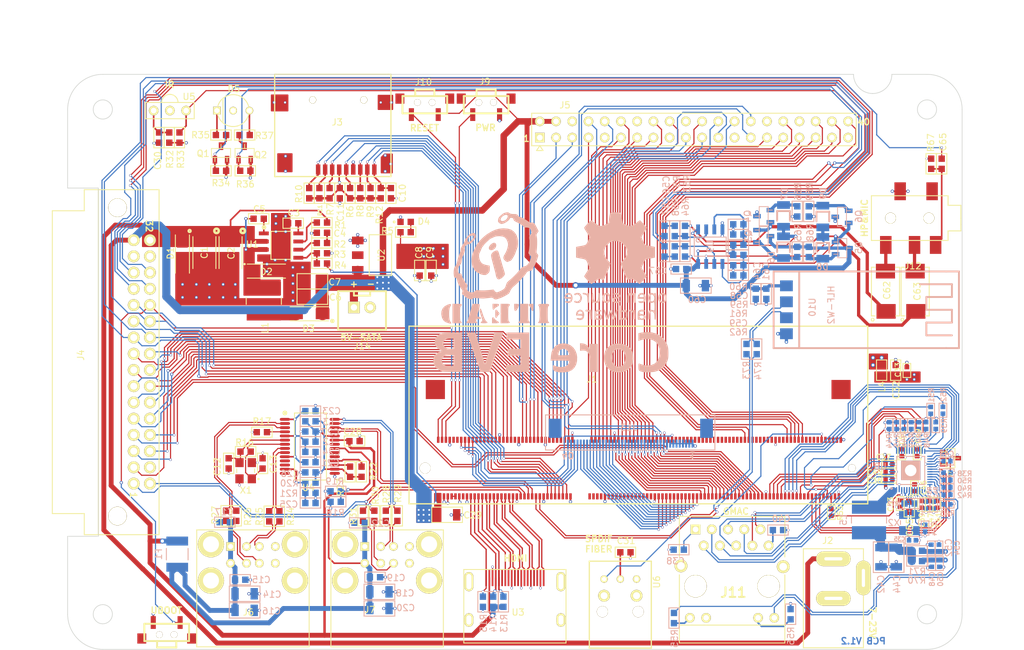
<source format=kicad_pcb>
(kicad_pcb (version 3) (host pcbnew "(2013-07-07 BZR 4022)-stable")
  (title_block (title "CORE EVB") (rev V1.2) (company "Itead studio"))
  (layers (15 F.Cu signal hide) (2 GND power hide) (1 VCC power hide) (0 B.Cu signal hide) (18 B.Paste user hide) (19 F.Paste user hide) (20 B.SilkS user) (21 F.SilkS user) (22 B.Mask user hide) (23 F.Mask user hide) (28 Edge.Cuts user))
  (net 0 "")
  (net 1 /core/3V3)
  (net 2 /gmac/25MI)
  (net 3 /gmac/25MO)
  (net 4 /gmac/ENSWREG)
  (net 5 /gmac/INT#)
  (net 6 /gmac/LED0)
  (net 7 /gmac/LED1)
  (net 8 /gmac/LED2)
  (net 9 /gmac/PHYRST#)
  (net 10 /gmac/PMEB)
  (net 11 /gmac/REGOUT)
  (net 12 /speaker&mic/HPLOUT)
  (net 13 /speaker&mic/HPROUT)
  (net 14 /speaker&mic/MIC)
  (net 15 /usb/HUBDM1)
  (net 16 /usb/HUBDM2)
  (net 17 /usb/HUBDM3)
  (net 18 /usb/HUBDP1)
  (net 19 /usb/HUBDP2)
  (net 20 /usb/HUBDP3)
  (net 21 /usb/HUBRST#)
  (net 22 /usb/HUBSEL)
  (net 23 /usb/OVCUR)
  (net 24 /usb/PGANG)
  (net 25 /usb/USB-AVDD)
  (net 26 /usb/USB-DVDD)
  (net 27 /usb/VBUS)
  (net 28 3V3)
  (net 29 5V)
  (net 30 AVDD10)
  (net 31 CLKIN)
  (net 32 DM0)
  (net 33 DM1)
  (net 34 DM2)
  (net 35 DP0)
  (net 36 DP1)
  (net 37 DP2)
  (net 38 DVDD10)
  (net 39 EGCLKIN)
  (net 40 EGTXCLK)
  (net 41 EMDC)
  (net 42 EMDIO)
  (net 43 ERXCLK)
  (net 44 ERXD0)
  (net 45 ERXD1)
  (net 46 ERXD2)
  (net 47 ERXD3)
  (net 48 ERXDV)
  (net 49 ETXD0)
  (net 50 ETXD1)
  (net 51 ETXD2)
  (net 52 ETXD3)
  (net 53 ETXEN)
  (net 54 GND)
  (net 55 HCEC)
  (net 56 HCOM)
  (net 57 HHPD)
  (net 58 HPL)
  (net 59 HPR)
  (net 60 HSCL)
  (net 61 HSDA)
  (net 62 HTX0N)
  (net 63 HTX0P)
  (net 64 HTX1N)
  (net 65 HTX1P)
  (net 66 HTX2N)
  (net 67 HTX2P)
  (net 68 HTXCN)
  (net 69 HTXCP)
  (net 70 I2C1-SCL)
  (net 71 I2C1-SDA)
  (net 72 I2C2-SCL)
  (net 73 I2C2-SDA)
  (net 74 I2S-BCLK)
  (net 75 I2S-DOUT)
  (net 76 I2S-LRCLK)
  (net 77 I2S-MCLK)
  (net 78 IR0-RX)
  (net 79 LCD0_CLK)
  (net 80 LCD0_D0)
  (net 81 LCD0_D1)
  (net 82 LCD0_D10)
  (net 83 LCD0_D11)
  (net 84 LCD0_D12)
  (net 85 LCD0_D13)
  (net 86 LCD0_D14)
  (net 87 LCD0_D15)
  (net 88 LCD0_D16)
  (net 89 LCD0_D17)
  (net 90 LCD0_D18)
  (net 91 LCD0_D19)
  (net 92 LCD0_D2)
  (net 93 LCD0_D20)
  (net 94 LCD0_D21)
  (net 95 LCD0_D22)
  (net 96 LCD0_D23)
  (net 97 LCD0_D3)
  (net 98 LCD0_D4)
  (net 99 LCD0_D5)
  (net 100 LCD0_D6)
  (net 101 LCD0_D7)
  (net 102 LCD0_D8)
  (net 103 LCD0_D9)
  (net 104 LCD0_DE)
  (net 105 LCD0_HSYNC)
  (net 106 LCD0_VSYNC)
  (net 107 LINL)
  (net 108 LINR)
  (net 109 MDI0+)
  (net 110 MDI0-)
  (net 111 MDI1+)
  (net 112 MDI1-)
  (net 113 MDI2+)
  (net 114 MDI2-)
  (net 115 MDI3+)
  (net 116 MDI3-)
  (net 117 N-00000136)
  (net 118 N-00000138)
  (net 119 N-00000139)
  (net 120 N-00000140)
  (net 121 N-00000141)
  (net 122 N-00000142)
  (net 123 N-00000143)
  (net 124 N-00000144)
  (net 125 N-00000145)
  (net 126 N-00000148)
  (net 127 N-00000151)
  (net 128 N-00000152)
  (net 129 N-00000153)
  (net 130 N-00000154)
  (net 131 N-00000155)
  (net 132 N-00000156)
  (net 133 N-00000157)
  (net 134 N-00000163)
  (net 135 N-00000164)
  (net 136 N-00000171)
  (net 137 N-00000172)
  (net 138 N-00000176)
  (net 139 N-00000182)
  (net 140 N-00000183)
  (net 141 N-00000184)
  (net 142 N-00000185)
  (net 143 N-00000186)
  (net 144 N-00000190)
  (net 145 N-00000191)
  (net 146 N-00000192)
  (net 147 N-00000193)
  (net 148 N-00000197)
  (net 149 N-00000217)
  (net 150 N-00000218)
  (net 151 N-00000219)
  (net 152 N-00000220)
  (net 153 N-00000221)
  (net 154 N-00000222)
  (net 155 N-00000223)
  (net 156 N-00000224)
  (net 157 N-00000225)
  (net 158 N-00000226)
  (net 159 N-00000227)
  (net 160 N-00000229)
  (net 161 N-00000230)
  (net 162 N-00000234)
  (net 163 N-00000235)
  (net 164 PB13)
  (net 165 PB22)
  (net 166 PB23)
  (net 167 PG0)
  (net 168 PG1)
  (net 169 PG10)
  (net 170 PG11)
  (net 171 PG2)
  (net 172 PG3)
  (net 173 PG4)
  (net 174 PG5)
  (net 175 PG6)
  (net 176 PG7)
  (net 177 PG8)
  (net 178 PG9)
  (net 179 PH1)
  (net 180 PH20)
  (net 181 PH21)
  (net 182 PI10)
  (net 183 PI11)
  (net 184 PI12)
  (net 185 PI13)
  (net 186 PI14)
  (net 187 PI15)
  (net 188 PI16)
  (net 189 PI17)
  (net 190 PI18)
  (net 191 PI19)
  (net 192 PI20)
  (net 193 PI21)
  (net 194 PWR)
  (net 195 RESET)
  (net 196 RXCLK)
  (net 197 SD0-CLK)
  (net 198 SD0-CMD)
  (net 199 SD0-D0)
  (net 200 SD0-D1)
  (net 201 SD0-D2)
  (net 202 SD0-D3)
  (net 203 TVOUT0)
  (net 204 TVOUT1)
  (net 205 TVOUT2)
  (net 206 TXCLK)
  (net 207 UBOOT)
  (net 208 USB3V3)
  (net 209 VDD33)
  (net 210 VIN)
  (net 211 X1)
  (net 212 X2)
  (net 213 Y1)
  (net 214 Y2)
  (module RJ45-HY911130C (layer F.Cu) (at 203.995 190.11)
    (fp_text reference J11 (at 0.205 0.99) (layer F.SilkS) (effects (font (size 1.524 1.524) (thickness 0.3048))))
    (fp_text value RJ45-HR911130C hide)
    (pad "" thru_hole circle (at -5.715 0) (size 3.5 3.5) (drill 3.4) (layers *.Cu *.Mask F.SilkS))
    (pad "" thru_hole circle (at 5.715 0) (size 3.5 3.5) (drill 3.4) (layers *.Cu *.Mask F.SilkS))
    (pad 2 thru_hole circle (at -4.445 -6.35) (size 1.524 1.524) (drill 0.9) (layers *.Cu *.Mask F.SilkS) (net 109 MDI0+))
    (pad 3 thru_hole circle (at -3.175 -8.89) (size 1.524 1.524) (drill 0.9) (layers *.Cu *.Mask F.SilkS) (net 110 MDI0-))
    (pad 4 thru_hole circle (at -1.905 -6.35) (size 1.524 1.524) (drill 0.9) (layers *.Cu *.Mask F.SilkS) (net 111 MDI1+))
    (pad 5 thru_hole circle (at -0.635 -8.89) (size 1.524 1.524) (drill 0.9) (layers *.Cu *.Mask F.SilkS) (net 113 MDI2+))
    (pad 6 thru_hole circle (at 0.635 -6.35) (size 1.524 1.524) (drill 0.9) (layers *.Cu *.Mask F.SilkS) (net 114 MDI2-))
    (pad 7 thru_hole circle (at 1.905 -8.89) (size 1.524 1.524) (drill 0.9) (layers *.Cu *.Mask F.SilkS) (net 112 MDI1-))
    (pad 8 thru_hole circle (at 3.175 -6.35) (size 1.524 1.524) (drill 0.9) (layers *.Cu *.Mask F.SilkS) (net 115 MDI3+))
    (pad 9 thru_hole circle (at 4.445 -8.89) (size 1.524 1.524) (drill 0.9) (layers *.Cu *.Mask F.SilkS) (net 116 MDI3-))
    (pad 15 thru_hole circle (at -8.001 -3.175) (size 2 2) (drill 1.2) (layers *.Cu *.Mask F.SilkS))
    (pad 15 thru_hole circle (at 8.001 -3.048) (size 2 2) (drill 1.2) (layers *.Cu *.Mask F.SilkS))
    (pad 11 thru_hole circle (at -6.604 4.953) (size 1.5 1.5) (drill 0.9) (layers *.Cu *.Mask F.SilkS) (net 144 N-00000190))
    (pad 12 thru_hole circle (at -4.064 4.953) (size 1.5 1.5) (drill 0.9) (layers *.Cu *.Mask F.SilkS) (net 54 GND))
    (pad 13 thru_hole circle (at 4.064 4.953) (size 1.5 1.5) (drill 0.9) (layers *.Cu *.Mask F.SilkS) (net 147 N-00000193))
    (pad 14 thru_hole circle (at 6.604 4.953) (size 1.5 1.5) (drill 0.9) (layers *.Cu *.Mask F.SilkS) (net 6 /gmac/LED0))
    (pad 1 thru_hole rect (at -5.715 -8.89) (size 1.524 1.524) (drill 0.9) (layers *.Cu *.Mask F.SilkS) (net 146 N-00000192))
    (pad 10 thru_hole circle (at 5.715 -6.35) (size 1.524 1.524) (drill 0.9) (layers *.Cu *.Mask F.SilkS) (net 145 N-00000191))
  )
  (module ZCZ254-2X20 (layer F.Cu) (at 173.9 119.9)
    (fp_text reference J5 (at 3.937 -5.08) (layer F.SilkS))
    (fp_text value CON_2X20 hide)
    (pad 1 thru_hole rect (at 0 0) (size 1.5 1.5) (drill 0.9) (layers *.Cu *.Mask F.SilkS) (net 28 3V3))
    (pad 2 thru_hole circle (at 0 -2.54) (size 1.5 1.5) (drill 0.9) (layers *.Cu *.Mask F.SilkS) (net 29 5V))
    (pad 3 thru_hole circle (at 2.54 0) (size 1.5 1.5) (drill 0.9) (layers *.Cu *.Mask F.SilkS) (net 71 I2C1-SDA))
    (pad 4 thru_hole circle (at 2.54 -2.54) (size 1.5 1.5) (drill 0.9) (layers *.Cu *.Mask F.SilkS) (net 29 5V))
    (pad 5 thru_hole circle (at 5.08 0) (size 1.5 1.5) (drill 0.9) (layers *.Cu *.Mask F.SilkS) (net 70 I2C1-SCL))
    (pad 6 thru_hole circle (at 5.08 -2.54) (size 1.5 1.5) (drill 0.9) (layers *.Cu *.Mask F.SilkS) (net 54 GND))
    (pad 7 thru_hole circle (at 7.62 0) (size 1.5 1.5) (drill 0.9) (layers *.Cu *.Mask F.SilkS) (net 187 PI15))
    (pad 8 thru_hole circle (at 7.62 -2.54) (size 1.5 1.5) (drill 0.9) (layers *.Cu *.Mask F.SilkS) (net 169 PG10))
    (pad 9 thru_hole circle (at 10.16 0) (size 1.5 1.5) (drill 0.9) (layers *.Cu *.Mask F.SilkS) (net 54 GND))
    (pad 10 thru_hole circle (at 10.16 -2.54) (size 1.5 1.5) (drill 0.9) (layers *.Cu *.Mask F.SilkS) (net 170 PG11))
    (pad 11 thru_hole circle (at 12.7 0) (size 1.5 1.5) (drill 0.9) (layers *.Cu *.Mask F.SilkS) (net 188 PI16))
    (pad 12 thru_hole circle (at 12.7 -2.54) (size 1.5 1.5) (drill 0.9) (layers *.Cu *.Mask F.SilkS) (net 189 PI17))
    (pad 13 thru_hole circle (at 15.24 0) (size 1.5 1.5) (drill 0.9) (layers *.Cu *.Mask F.SilkS) (net 190 PI18))
    (pad 14 thru_hole circle (at 15.24 -2.54) (size 1.5 1.5) (drill 0.9) (layers *.Cu *.Mask F.SilkS) (net 54 GND))
    (pad 15 thru_hole circle (at 17.78 0) (size 1.5 1.5) (drill 0.9) (layers *.Cu *.Mask F.SilkS) (net 191 PI19))
    (pad 16 thru_hole circle (at 17.78 -2.54) (size 1.5 1.5) (drill 0.9) (layers *.Cu *.Mask F.SilkS) (net 192 PI20))
    (pad 17 thru_hole circle (at 20.32 0) (size 1.5 1.5) (drill 0.9) (layers *.Cu *.Mask F.SilkS) (net 28 3V3))
    (pad 18 thru_hole circle (at 20.32 -2.54) (size 1.5 1.5) (drill 0.9) (layers *.Cu *.Mask F.SilkS) (net 193 PI21))
    (pad 19 thru_hole circle (at 22.86 0) (size 1.5 1.5) (drill 0.9) (layers *.Cu *.Mask F.SilkS) (net 184 PI12))
    (pad 20 thru_hole circle (at 22.86 -2.54) (size 1.5 1.5) (drill 0.9) (layers *.Cu *.Mask F.SilkS) (net 54 GND))
    (pad 21 thru_hole circle (at 25.4 0) (size 1.5 1.5) (drill 0.9) (layers *.Cu *.Mask F.SilkS) (net 185 PI13))
    (pad 22 thru_hole circle (at 25.4 -2.54) (size 1.5 1.5) (drill 0.9) (layers *.Cu *.Mask F.SilkS) (net 167 PG0))
    (pad 23 thru_hole circle (at 27.94 0) (size 1.5 1.5) (drill 0.9) (layers *.Cu *.Mask F.SilkS) (net 183 PI11))
    (pad 24 thru_hole circle (at 27.94 -2.54) (size 1.5 1.5) (drill 0.9) (layers *.Cu *.Mask F.SilkS) (net 182 PI10))
    (pad 25 thru_hole circle (at 30.48 0) (size 1.5 1.5) (drill 0.9) (layers *.Cu *.Mask F.SilkS) (net 54 GND))
    (pad 26 thru_hole circle (at 30.48 -2.54) (size 1.5 1.5) (drill 0.9) (layers *.Cu *.Mask F.SilkS) (net 186 PI14))
    (pad 27 thru_hole circle (at 33.02 0) (size 1.5 1.5) (drill 0.9) (layers *.Cu *.Mask F.SilkS) (net 73 I2C2-SDA))
    (pad 28 thru_hole circle (at 33.02 -2.54) (size 1.5 1.5) (drill 0.9) (layers *.Cu *.Mask F.SilkS) (net 72 I2C2-SCL))
    (pad 29 thru_hole circle (at 35.56 0) (size 1.5 1.5) (drill 0.9) (layers *.Cu *.Mask F.SilkS) (net 168 PG1))
    (pad 30 thru_hole circle (at 35.56 -2.54) (size 1.5 1.5) (drill 0.9) (layers *.Cu *.Mask F.SilkS) (net 54 GND))
    (pad 31 thru_hole circle (at 38.1 0) (size 1.5 1.5) (drill 0.9) (layers *.Cu *.Mask F.SilkS) (net 171 PG2))
    (pad 32 thru_hole circle (at 38.1 -2.54) (size 1.5 1.5) (drill 0.9) (layers *.Cu *.Mask F.SilkS) (net 172 PG3))
    (pad 33 thru_hole circle (at 40.64 0) (size 1.5 1.5) (drill 0.9) (layers *.Cu *.Mask F.SilkS) (net 173 PG4))
    (pad 34 thru_hole circle (at 40.64 -2.54) (size 1.5 1.5) (drill 0.9) (layers *.Cu *.Mask F.SilkS) (net 54 GND))
    (pad 35 thru_hole circle (at 43.18 0) (size 1.5 1.5) (drill 0.9) (layers *.Cu *.Mask F.SilkS) (net 174 PG5))
    (pad 36 thru_hole circle (at 43.18 -2.54) (size 1.5 1.5) (drill 0.9) (layers *.Cu *.Mask F.SilkS) (net 175 PG6))
    (pad 37 thru_hole circle (at 45.72 0) (size 1.5 1.5) (drill 0.9) (layers *.Cu *.Mask F.SilkS) (net 176 PG7))
    (pad 38 thru_hole circle (at 45.72 -2.54) (size 1.5 1.5) (drill 0.9) (layers *.Cu *.Mask F.SilkS) (net 177 PG8))
    (pad 39 thru_hole circle (at 48.26 0) (size 1.5 1.5) (drill 0.9) (layers *.Cu *.Mask F.SilkS) (net 54 GND))
    (pad 40 thru_hole circle (at 48.26 -2.54) (size 1.5 1.5) (drill 0.9) (layers *.Cu *.Mask F.SilkS) (net 178 PG9))
  )
  (module USB_B_F_X2 (layer F.Cu) (at 150 183.9)
    (fp_text reference J7 (at -2.7 9.9) (layer F.SilkS))
    (fp_text value USB_B_F_X2 hide)
    (pad 1 thru_hole rect (at -3.5 0) (size 1.35 1.35) (drill 0.8) (layers *.Cu *.Mask F.SilkS) (net 27 /usb/VBUS))
    (pad 2 thru_hole circle (at -1 0) (size 1.35 1.35) (drill 0.8) (layers *.Cu *.Mask F.SilkS) (net 130 N-00000154))
    (pad 3 thru_hole circle (at 1 0) (size 1.35 1.35) (drill 0.8) (layers *.Cu *.Mask F.SilkS) (net 131 N-00000155))
    (pad 4 thru_hole circle (at 3.5 0) (size 1.35 1.35) (drill 0.8) (layers *.Cu *.Mask F.SilkS) (net 54 GND))
    (pad 5 thru_hole circle (at -3.5 2.62) (size 1.35 1.35) (drill 0.8) (layers *.Cu *.Mask F.SilkS) (net 27 /usb/VBUS))
    (pad 6 thru_hole circle (at -1 2.62) (size 1.35 1.35) (drill 0.8) (layers *.Cu *.Mask F.SilkS) (net 132 N-00000156))
    (pad 7 thru_hole circle (at 1 2.62) (size 1.35 1.35) (drill 0.8) (layers *.Cu *.Mask F.SilkS) (net 133 N-00000157))
    (pad 8 thru_hole circle (at 3.5 2.62) (size 1.35 1.35) (drill 0.8) (layers *.Cu *.Mask F.SilkS) (net 54 GND))
    (pad 9 thru_hole circle (at -6.57 -0.35) (size 4.1 4.1) (drill 2.5) (layers *.Cu *.Mask F.SilkS) (net 54 GND))
    (pad 10 thru_hole circle (at 6.57 -0.35) (size 4.1 4.1) (drill 2.5) (layers *.Cu *.Mask F.SilkS) (net 54 GND))
    (pad 11 thru_hole circle (at -6.57 5.33) (size 4.1 4.1) (drill 2.5) (layers *.Cu *.Mask F.SilkS) (net 54 GND))
    (pad 12 thru_hole circle (at 6.57 5.33) (size 4.1 4.1) (drill 2.5) (layers *.Cu *.Mask F.SilkS) (net 54 GND))
  )
  (module USB_B_F_X2 (layer F.Cu) (at 129 183.9)
    (fp_text reference J6 (at -0.7 10.3) (layer F.SilkS))
    (fp_text value USB_B_F_X2 hide)
    (pad 1 thru_hole rect (at -3.5 0) (size 1.35 1.35) (drill 0.8) (layers *.Cu *.Mask F.SilkS) (net 27 /usb/VBUS))
    (pad 2 thru_hole circle (at -1 0) (size 1.35 1.35) (drill 0.8) (layers *.Cu *.Mask F.SilkS) (net 128 N-00000152))
    (pad 3 thru_hole circle (at 1 0) (size 1.35 1.35) (drill 0.8) (layers *.Cu *.Mask F.SilkS) (net 127 N-00000151))
    (pad 4 thru_hole circle (at 3.5 0) (size 1.35 1.35) (drill 0.8) (layers *.Cu *.Mask F.SilkS) (net 54 GND))
    (pad 5 thru_hole circle (at -3.5 2.62) (size 1.35 1.35) (drill 0.8) (layers *.Cu *.Mask F.SilkS) (net 27 /usb/VBUS))
    (pad 6 thru_hole circle (at -1 2.62) (size 1.35 1.35) (drill 0.8) (layers *.Cu *.Mask F.SilkS) (net 126 N-00000148))
    (pad 7 thru_hole circle (at 1 2.62) (size 1.35 1.35) (drill 0.8) (layers *.Cu *.Mask F.SilkS) (net 129 N-00000153))
    (pad 8 thru_hole circle (at 3.5 2.62) (size 1.35 1.35) (drill 0.8) (layers *.Cu *.Mask F.SilkS) (net 54 GND))
    (pad 9 thru_hole circle (at -6.57 -0.35) (size 4.1 4.1) (drill 2.5) (layers *.Cu *.Mask F.SilkS) (net 54 GND))
    (pad 10 thru_hole circle (at 6.57 -0.35) (size 4.1 4.1) (drill 2.5) (layers *.Cu *.Mask F.SilkS) (net 54 GND))
    (pad 11 thru_hole circle (at -6.57 5.33) (size 4.1 4.1) (drill 2.5) (layers *.Cu *.Mask F.SilkS) (net 54 GND))
    (pad 12 thru_hole circle (at 6.57 5.33) (size 4.1 4.1) (drill 2.5) (layers *.Cu *.Mask F.SilkS) (net 54 GND))
  )
  (module STD1812 (layer B.Cu) (at 117.15 185.1 270)
    (fp_text reference F1 (at 0 2.9 270) (layer B.SilkS) (effects (justify mirror)))
    (fp_text value 500mA/1812 hide)
    (pad 1 smd rect (at -2.05 0 270) (size 1.4 3.4) (layers B.Cu B.Paste B.Mask) (net 29 5V))
    (pad 2 smd rect (at 2.05 0 270) (size 1.4 3.4) (layers B.Cu B.Paste B.Mask) (net 27 /usb/VBUS))
  )
  (module STD1206 (layer F.Cu) (at 138.3 144.8 180)
    (fp_text reference C6 (at -3.6 -0.1 180) (layer F.SilkS))
    (fp_text value 22uF/1206 hide)
    (pad 1 smd rect (at -1.5 0 180) (size 1.15 1.8) (layers F.Cu F.Paste F.Mask) (net 29 5V))
    (pad 2 smd rect (at 1.5 0 180) (size 1.15 1.8) (layers F.Cu F.Paste F.Mask) (net 54 GND))
  )
  (module STD1206 (layer B.Cu) (at 127.7 191.3)
    (fp_text reference C14 (at 4.3 0.1) (layer B.SilkS) (effects (justify mirror)))
    (fp_text value 22uF/1206 hide)
    (pad 1 smd rect (at -1.5 0) (size 1.15 1.8) (layers B.Cu B.Paste B.Mask) (net 27 /usb/VBUS))
    (pad 2 smd rect (at 1.5 0) (size 1.15 1.8) (layers B.Cu B.Paste B.Mask) (net 54 GND))
  )
  (module STD1206 (layer B.Cu) (at 127.7 193.9)
    (fp_text reference C16 (at 4.2 0.1) (layer B.SilkS) (effects (justify mirror)))
    (fp_text value 22uF/1206 hide)
    (pad 1 smd rect (at -1.5 0) (size 1.15 1.8) (layers B.Cu B.Paste B.Mask) (net 27 /usb/VBUS))
    (pad 2 smd rect (at 1.5 0) (size 1.15 1.8) (layers B.Cu B.Paste B.Mask) (net 54 GND))
  )
  (module STD1206 (layer B.Cu) (at 148.8 191)
    (fp_text reference C18 (at 4 0.2) (layer B.SilkS) (effects (justify mirror)))
    (fp_text value 22uF/1206 hide)
    (pad 1 smd rect (at -1.5 0) (size 1.15 1.8) (layers B.Cu B.Paste B.Mask) (net 27 /usb/VBUS))
    (pad 2 smd rect (at 1.5 0) (size 1.15 1.8) (layers B.Cu B.Paste B.Mask) (net 54 GND))
  )
  (module STD1206 (layer B.Cu) (at 148.8 193.6)
    (fp_text reference C20 (at 4.1 -0.1) (layer B.SilkS) (effects (justify mirror)))
    (fp_text value 22uF/1206 hide)
    (pad 1 smd rect (at -1.5 0) (size 1.15 1.8) (layers B.Cu B.Paste B.Mask) (net 27 /usb/VBUS))
    (pad 2 smd rect (at 1.5 0) (size 1.15 1.8) (layers B.Cu B.Paste B.Mask) (net 54 GND))
  )
  (module STD1206 (layer F.Cu) (at 138.3 142.4 180)
    (fp_text reference C7 (at -3.5 -0.1 180) (layer F.SilkS))
    (fp_text value 22uF/1206 hide)
    (pad 1 smd rect (at -1.5 0 180) (size 1.15 1.8) (layers F.Cu F.Paste F.Mask) (net 29 5V))
    (pad 2 smd rect (at 1.5 0 180) (size 1.15 1.8) (layers F.Cu F.Paste F.Mask) (net 54 GND))
  )
  (module STD1206 (layer F.Cu) (at 159.385 178.943)
    (fp_text reference C29 (at 4.015 0.057) (layer F.SilkS))
    (fp_text value 22uF/1206 hide)
    (pad 1 smd rect (at -1.5 0) (size 1.15 1.8) (layers F.Cu F.Paste F.Mask) (net 29 5V))
    (pad 2 smd rect (at 1.5 0) (size 1.15 1.8) (layers F.Cu F.Paste F.Mask) (net 54 GND))
  )
  (module STD0603 (layer F.Cu) (at 124 125.1 180)
    (fp_text reference R34 (at 0 -1.9 180) (layer F.SilkS))
    (fp_text value 1KR/0603 hide)
    (pad 1 smd rect (at -0.8 0 180) (size 1 1) (layers F.Cu F.Paste F.Mask) (net 54 GND))
    (pad 2 smd rect (at 0.8 0 180) (size 1 1) (layers F.Cu F.Paste F.Mask) (net 180 PH20))
  )
  (module STD0603 (layer F.Cu) (at 127.7 119.5)
    (fp_text reference R37 (at 3.1 0.1) (layer F.SilkS))
    (fp_text value 1KR/0603 hide)
    (pad 1 smd rect (at -0.8 0) (size 1 1) (layers F.Cu F.Paste F.Mask) (net 140 N-00000183))
    (pad 2 smd rect (at 0.8 0) (size 1 1) (layers F.Cu F.Paste F.Mask) (net 139 N-00000182))
  )
  (module STD0603 (layer F.Cu) (at 146.225 179.1 270)
    (fp_text reference R31 (at 0 1.525 270) (layer F.SilkS))
    (fp_text value 22R/0603 hide)
    (pad 1 smd rect (at -0.8 0 270) (size 1 1) (layers F.Cu F.Paste F.Mask) (net 35 DP0))
    (pad 2 smd rect (at 0.8 0 270) (size 1 1) (layers F.Cu F.Paste F.Mask) (net 133 N-00000157))
  )
  (module STD0603 (layer F.Cu) (at 127.8 125.1 180)
    (fp_text reference R36 (at 0 -2.1 180) (layer F.SilkS))
    (fp_text value 1KR/0603 hide)
    (pad 1 smd rect (at -0.8 0 180) (size 1 1) (layers F.Cu F.Paste F.Mask) (net 54 GND))
    (pad 2 smd rect (at 0.8 0 180) (size 1 1) (layers F.Cu F.Paste F.Mask) (net 181 PH21))
  )
  (module STD0603 (layer F.Cu) (at 124 119.5 180)
    (fp_text reference R35 (at 3.2 0 180) (layer F.SilkS))
    (fp_text value 1KR/0603 hide)
    (pad 1 smd rect (at -0.8 0 180) (size 1 1) (layers F.Cu F.Paste F.Mask) (net 142 N-00000185))
    (pad 2 smd rect (at 0.8 0 180) (size 1 1) (layers F.Cu F.Paste F.Mask) (net 141 N-00000184))
  )
  (module STD0603 (layer F.Cu) (at 227.4 156.3 270)
    (fp_text reference L4 (at 2.588 -0.047 270) (layer F.SilkS))
    (fp_text value 100R/100MHZ/0603 hide)
    (pad 1 smd rect (at -0.8 0 270) (size 1 1) (layers F.Cu F.Paste F.Mask) (net 28 3V3))
    (pad 2 smd rect (at 0.8 0 270) (size 1 1) (layers F.Cu F.Paste F.Mask) (net 209 VDD33))
  )
  (module STD0603 (layer F.Cu) (at 187.3 184.8)
    (fp_text reference C31 (at 0.1 -1.8) (layer F.SilkS))
    (fp_text value 4.7uF/0603 hide)
    (pad 1 smd rect (at -0.8 0) (size 1 1) (layers F.Cu F.Paste F.Mask) (net 28 3V3))
    (pad 2 smd rect (at 0.8 0) (size 1 1) (layers F.Cu F.Paste F.Mask) (net 54 GND))
  )
  (module STD0603 (layer F.Cu) (at 229.6 156.3 90)
    (fp_text reference C32 (at -3.088 0.072 90) (layer F.SilkS))
    (fp_text value 10uF/0603 hide)
    (pad 1 smd rect (at -0.8 0 90) (size 1 1) (layers F.Cu F.Paste F.Mask) (net 209 VDD33))
    (pad 2 smd rect (at 0.8 0 90) (size 1 1) (layers F.Cu F.Paste F.Mask) (net 54 GND))
  )
  (module STD0603 (layer F.Cu) (at 114.3 119.9 270)
    (fp_text reference C30 (at 3.6 0.2 270) (layer F.SilkS))
    (fp_text value 4.7uF/0603 hide)
    (pad 1 smd rect (at -0.8 0 270) (size 1 1) (layers F.Cu F.Paste F.Mask) (net 143 N-00000186))
    (pad 2 smd rect (at 0.8 0 270) (size 1 1) (layers F.Cu F.Paste F.Mask) (net 54 GND))
  )
  (module STD0603 (layer B.Cu) (at 195.65 184.4 180)
    (fp_text reference C38 (at 0.508 -1.778 180) (layer B.SilkS) (effects (justify mirror)))
    (fp_text value 100nF/0603 hide)
    (pad 1 smd rect (at -0.8 0 180) (size 1 1) (layers B.Cu B.Paste B.Mask) (net 146 N-00000192))
    (pad 2 smd rect (at 0.8 0 180) (size 1 1) (layers B.Cu B.Paste B.Mask) (net 54 GND))
  )
  (module STD0603 (layer F.Cu) (at 117.5 119.9 270)
    (fp_text reference R33 (at 3.4 -0.2 270) (layer F.SilkS))
    (fp_text value 10KR/0603 hide)
    (pad 1 smd rect (at -0.8 0 270) (size 1 1) (layers F.Cu F.Paste F.Mask) (net 78 IR0-RX))
    (pad 2 smd rect (at 0.8 0 270) (size 1 1) (layers F.Cu F.Paste F.Mask) (net 28 3V3))
  )
  (module STD0603 (layer F.Cu) (at 115.9 119.9 270)
    (fp_text reference R32 (at 3.4 -0.1 270) (layer F.SilkS))
    (fp_text value 100R/0603 hide)
    (pad 1 smd rect (at -0.8 0 270) (size 1 1) (layers F.Cu F.Paste F.Mask) (net 143 N-00000186))
    (pad 2 smd rect (at 0.8 0 270) (size 1 1) (layers F.Cu F.Paste F.Mask) (net 28 3V3))
  )
  (module STD0603 (layer B.Cu) (at 213.15 194.5 90)
    (fp_text reference R56 (at -3.4 0.05 90) (layer B.SilkS) (effects (justify mirror)))
    (fp_text value 510R/0603 hide)
    (pad 1 smd rect (at -0.8 0 90) (size 1 1) (layers B.Cu B.Paste B.Mask) (net 147 N-00000193))
    (pad 2 smd rect (at 0.8 0 90) (size 1 1) (layers B.Cu B.Paste B.Mask) (net 28 3V3))
  )
  (module STD0603 (layer F.Cu) (at 148 179.1 90)
    (fp_text reference R30 (at 3.2 0.2 90) (layer F.SilkS))
    (fp_text value 22R/0603 hide)
    (pad 1 smd rect (at -0.8 0 90) (size 1 1) (layers F.Cu F.Paste F.Mask) (net 132 N-00000156))
    (pad 2 smd rect (at 0.8 0 90) (size 1 1) (layers F.Cu F.Paste F.Mask) (net 32 DM0))
  )
  (module STD0603 (layer F.Cu) (at 151.6 179.1 270)
    (fp_text reference R29 (at -3.5 -0.1 270) (layer F.SilkS))
    (fp_text value 22R/0603 hide)
    (pad 1 smd rect (at -0.8 0 270) (size 1 1) (layers F.Cu F.Paste F.Mask) (net 18 /usb/HUBDP1))
    (pad 2 smd rect (at 0.8 0 270) (size 1 1) (layers F.Cu F.Paste F.Mask) (net 131 N-00000155))
  )
  (module STD0603 (layer F.Cu) (at 149.8 179.1 90)
    (fp_text reference R28 (at 3.4 0.1 90) (layer F.SilkS))
    (fp_text value 22R/0603 hide)
    (pad 1 smd rect (at -0.8 0 90) (size 1 1) (layers F.Cu F.Paste F.Mask) (net 130 N-00000154))
    (pad 2 smd rect (at 0.8 0 90) (size 1 1) (layers F.Cu F.Paste F.Mask) (net 15 /usb/HUBDM1))
  )
  (module STD0603 (layer F.Cu) (at 126.39 179.1 270)
    (fp_text reference R27 (at -0.1 3.29 270) (layer F.SilkS))
    (fp_text value 22R/0603 hide)
    (pad 1 smd rect (at -0.8 0 270) (size 1 1) (layers F.Cu F.Paste F.Mask) (net 19 /usb/HUBDP2))
    (pad 2 smd rect (at 0.8 0 270) (size 1 1) (layers F.Cu F.Paste F.Mask) (net 129 N-00000153))
  )
  (module STD0603 (layer F.Cu) (at 124.79 179.1 90)
    (fp_text reference R26 (at -0.1 3.41 90) (layer F.SilkS))
    (fp_text value 22R/0603 hide)
    (pad 1 smd rect (at -0.8 0 90) (size 1 1) (layers F.Cu F.Paste F.Mask) (net 126 N-00000148))
    (pad 2 smd rect (at 0.8 0 90) (size 1 1) (layers F.Cu F.Paste F.Mask) (net 16 /usb/HUBDM2))
  )
  (module STD0603 (layer F.Cu) (at 133.14 179.17 270)
    (fp_text reference R25 (at 0.03 3.14 270) (layer F.SilkS))
    (fp_text value 22R/0603 hide)
    (pad 1 smd rect (at -0.8 0 270) (size 1 1) (layers F.Cu F.Paste F.Mask) (net 20 /usb/HUBDP3))
    (pad 2 smd rect (at 0.8 0 270) (size 1 1) (layers F.Cu F.Paste F.Mask) (net 127 N-00000151))
  )
  (module STD0603 (layer F.Cu) (at 131.54 179.17 90)
    (fp_text reference R24 (at -0.03 3.36 90) (layer F.SilkS))
    (fp_text value 22R/0603 hide)
    (pad 1 smd rect (at -0.8 0 90) (size 1 1) (layers F.Cu F.Paste F.Mask) (net 128 N-00000152))
    (pad 2 smd rect (at 0.8 0 90) (size 1 1) (layers F.Cu F.Paste F.Mask) (net 17 /usb/HUBDM3))
  )
  (module STD0603 (layer F.Cu) (at 144.9 167.4)
    (fp_text reference C28 (at -0.3 -1.5) (layer F.SilkS))
    (fp_text value 100nF/0603 hide)
    (pad 1 smd rect (at -0.8 0) (size 1 1) (layers F.Cu F.Paste F.Mask) (net 29 5V))
    (pad 2 smd rect (at 0.8 0) (size 1 1) (layers F.Cu F.Paste F.Mask) (net 54 GND))
  )
  (module STD0603 (layer B.Cu) (at 138 165.9 180)
    (fp_text reference C27 (at -3.1 -0.1 180) (layer B.SilkS) (effects (justify mirror)))
    (fp_text value 100nF/0603 hide)
    (pad 1 smd rect (at -0.8 0 180) (size 1 1) (layers B.Cu B.Paste B.Mask) (net 208 USB3V3))
    (pad 2 smd rect (at 0.8 0 180) (size 1 1) (layers B.Cu B.Paste B.Mask) (net 54 GND))
  )
  (module STD0603 (layer F.Cu) (at 235.15 124 270)
    (fp_text reference R67 (at -3.3 0.05 270) (layer F.SilkS))
    (fp_text value 10KR/0603 hide)
    (pad 1 smd rect (at -0.8 0 270) (size 1 1) (layers F.Cu F.Paste F.Mask) (net 28 3V3))
    (pad 2 smd rect (at 0.8 0 270) (size 1 1) (layers F.Cu F.Paste F.Mask) (net 14 /speaker&mic/MIC))
  )
  (module STD0603 (layer F.Cu) (at 236.8 124 270)
    (fp_text reference C65 (at -3.4 -0.2 270) (layer F.SilkS))
    (fp_text value 10uF/0603 hide)
    (pad 1 smd rect (at -0.8 0 270) (size 1 1) (layers F.Cu F.Paste F.Mask) (net 107 LINL))
    (pad 2 smd rect (at 0.8 0 270) (size 1 1) (layers F.Cu F.Paste F.Mask) (net 14 /speaker&mic/MIC))
  )
  (module STD0603 (layer B.Cu) (at 196.023 140.469 180)
    (fp_text reference C67 (at 3.623 -0.281 180) (layer B.SilkS) (effects (justify mirror)))
    (fp_text value 100nF/0603 hide)
    (pad 1 smd rect (at -0.8 0 180) (size 1 1) (layers B.Cu B.Paste B.Mask) (net 29 5V))
    (pad 2 smd rect (at 0.8 0 180) (size 1 1) (layers B.Cu B.Paste B.Mask) (net 54 GND))
  )
  (module STD0603 (layer B.Cu) (at 204.973 139.869 180)
    (fp_text reference C59 (at -0.027 -9.081 180) (layer B.SilkS) (effects (justify mirror)))
    (fp_text value 10uF/0603 hide)
    (pad 1 smd rect (at -0.8 0 180) (size 1 1) (layers B.Cu B.Paste B.Mask) (net 163 N-00000235))
    (pad 2 smd rect (at 0.8 0 180) (size 1 1) (layers B.Cu B.Paste B.Mask) (net 54 GND))
  )
  (module STD0603 (layer B.Cu) (at 193.423 137.719 270)
    (fp_text reference C57 (at -7.169 -0.177 270) (layer B.SilkS) (effects (justify mirror)))
    (fp_text value 10uF/0603 hide)
    (pad 1 smd rect (at -0.8 0 270) (size 1 1) (layers B.Cu B.Paste B.Mask) (net 59 HPR))
    (pad 2 smd rect (at 0.8 0 270) (size 1 1) (layers B.Cu B.Paste B.Mask) (net 162 N-00000234))
  )
  (module STD0603 (layer B.Cu) (at 196.623 137.719 270)
    (fp_text reference R64 (at -6.969 -0.077 270) (layer B.SilkS) (effects (justify mirror)))
    (fp_text value 100KR/0603 hide)
    (pad 1 smd rect (at -0.8 0 270) (size 1 1) (layers B.Cu B.Paste B.Mask) (net 156 N-00000224))
    (pad 2 smd rect (at 0.8 0 270) (size 1 1) (layers B.Cu B.Paste B.Mask) (net 157 N-00000225))
  )
  (module STD0603 (layer B.Cu) (at 195.023 137.719 90)
    (fp_text reference R58 (at 6.969 0.127 90) (layer B.SilkS) (effects (justify mirror)))
    (fp_text value 20KR/0603 hide)
    (pad 1 smd rect (at -0.8 0 90) (size 1 1) (layers B.Cu B.Paste B.Mask) (net 162 N-00000234))
    (pad 2 smd rect (at 0.8 0 90) (size 1 1) (layers B.Cu B.Paste B.Mask) (net 156 N-00000224))
  )
  (module STD0603 (layer B.Cu) (at 204.973 141.469 180)
    (fp_text reference R62 (at -0.027 -8.881 180) (layer B.SilkS) (effects (justify mirror)))
    (fp_text value 10KR/0603 hide)
    (pad 1 smd rect (at -0.8 0 180) (size 1 1) (layers B.Cu B.Paste B.Mask) (net 163 N-00000235))
    (pad 2 smd rect (at 0.8 0 180) (size 1 1) (layers B.Cu B.Paste B.Mask) (net 54 GND))
  )
  (module STD0603 (layer B.Cu) (at 204.973 138.269)
    (fp_text reference R61 (at 0.027 9.181) (layer B.SilkS) (effects (justify mirror)))
    (fp_text value 10KR/0603 hide)
    (pad 1 smd rect (at -0.8 0) (size 1 1) (layers B.Cu B.Paste B.Mask) (net 29 5V))
    (pad 2 smd rect (at 0.8 0) (size 1 1) (layers B.Cu B.Paste B.Mask) (net 163 N-00000235))
  )
  (module STD0603 (layer B.Cu) (at 211.175 181.325)
    (fp_text reference C40 (at 0.508 -1.778) (layer B.SilkS) (effects (justify mirror)))
    (fp_text value 100nF/0603 hide)
    (pad 1 smd rect (at -0.8 0) (size 1 1) (layers B.Cu B.Paste B.Mask) (net 145 N-00000191))
    (pad 2 smd rect (at 0.8 0) (size 1 1) (layers B.Cu B.Paste B.Mask) (net 54 GND))
  )
  (module STD0603 (layer B.Cu) (at 204.973 135.069 180)
    (fp_text reference C58 (at -0.127 -9.581 180) (layer B.SilkS) (effects (justify mirror)))
    (fp_text value 10uF/0603 hide)
    (pad 1 smd rect (at -0.8 0 180) (size 1 1) (layers B.Cu B.Paste B.Mask) (net 159 N-00000227))
    (pad 2 smd rect (at 0.8 0 180) (size 1 1) (layers B.Cu B.Paste B.Mask) (net 54 GND))
  )
  (module STD0603 (layer B.Cu) (at 193.423 134.519 90)
    (fp_text reference C56 (at 7.219 0.277 90) (layer B.SilkS) (effects (justify mirror)))
    (fp_text value 10uF/0603 hide)
    (pad 1 smd rect (at -0.8 0 90) (size 1 1) (layers B.Cu B.Paste B.Mask) (net 58 HPL))
    (pad 2 smd rect (at 0.8 0 90) (size 1 1) (layers B.Cu B.Paste B.Mask) (net 161 N-00000230))
  )
  (module STD0603 (layer B.Cu) (at 196.623 134.519 90)
    (fp_text reference R63 (at 7.419 0.327 90) (layer B.SilkS) (effects (justify mirror)))
    (fp_text value 100KR/0603 hide)
    (pad 1 smd rect (at -0.8 0 90) (size 1 1) (layers B.Cu B.Paste B.Mask) (net 160 N-00000229))
    (pad 2 smd rect (at 0.8 0 90) (size 1 1) (layers B.Cu B.Paste B.Mask) (net 158 N-00000226))
  )
  (module STD0603 (layer B.Cu) (at 195.023 134.519 270)
    (fp_text reference R57 (at -7.269 -0.327 270) (layer B.SilkS) (effects (justify mirror)))
    (fp_text value 20KR/0603 hide)
    (pad 1 smd rect (at -0.8 0 270) (size 1 1) (layers B.Cu B.Paste B.Mask) (net 161 N-00000230))
    (pad 2 smd rect (at 0.8 0 270) (size 1 1) (layers B.Cu B.Paste B.Mask) (net 160 N-00000229))
  )
  (module STD0603 (layer B.Cu) (at 204.973 133.469 180)
    (fp_text reference R60 (at -0.027 -9.781 180) (layer B.SilkS) (effects (justify mirror)))
    (fp_text value 10KR/0603 hide)
    (pad 1 smd rect (at -0.8 0 180) (size 1 1) (layers B.Cu B.Paste B.Mask) (net 159 N-00000227))
    (pad 2 smd rect (at 0.8 0 180) (size 1 1) (layers B.Cu B.Paste B.Mask) (net 54 GND))
  )
  (module STD0603 (layer B.Cu) (at 204.973 136.669)
    (fp_text reference R59 (at 0.127 9.381) (layer B.SilkS) (effects (justify mirror)))
    (fp_text value 10KR/0603 hide)
    (pad 1 smd rect (at -0.8 0) (size 1 1) (layers B.Cu B.Paste B.Mask) (net 29 5V))
    (pad 2 smd rect (at 0.8 0) (size 1 1) (layers B.Cu B.Paste B.Mask) (net 159 N-00000227))
  )
  (module STD0603 (layer F.Cu) (at 231.725 177.675 270)
    (fp_text reference C55 (at 3.225 -0.075 270) (layer F.SilkS))
    (fp_text value 10uF/0603 hide)
    (pad 1 smd rect (at -0.8 0 270) (size 1 1) (layers F.Cu F.Paste F.Mask) (net 209 VDD33))
    (pad 2 smd rect (at 0.8 0 270) (size 1 1) (layers F.Cu F.Paste F.Mask) (net 54 GND))
  )
  (module STD0603 (layer F.Cu) (at 135.3 133.3 180)
    (fp_text reference C3 (at -0.1 1.6 180) (layer F.SilkS))
    (fp_text value 100nF/0603 hide)
    (pad 1 smd rect (at -0.8 0 180) (size 1 1) (layers F.Cu F.Paste F.Mask) (net 121 N-00000141))
    (pad 2 smd rect (at 0.8 0 180) (size 1 1) (layers F.Cu F.Paste F.Mask) (net 54 GND))
  )
  (module STD0603 (layer B.Cu) (at 194.9 195.1 270)
    (fp_text reference R55 (at 3.2 -0.1 270) (layer B.SilkS) (effects (justify mirror)))
    (fp_text value 510R/0603 hide)
    (pad 1 smd rect (at -0.8 0 270) (size 1 1) (layers B.Cu B.Paste B.Mask) (net 7 /gmac/LED1))
    (pad 2 smd rect (at 0.8 0 270) (size 1 1) (layers B.Cu B.Paste B.Mask) (net 144 N-00000190))
  )
  (module STD0603 (layer F.Cu) (at 127.85 169.05)
    (fp_text reference R16 (at -0.15 -1.45) (layer F.SilkS))
    (fp_text value 1MR/0603 hide)
    (pad 1 smd rect (at -0.8 0) (size 1 1) (layers F.Cu F.Paste F.Mask) (net 136 N-00000171))
    (pad 2 smd rect (at 0.8 0) (size 1 1) (layers F.Cu F.Paste F.Mask) (net 138 N-00000176))
  )
  (module STD0603 (layer F.Cu) (at 156.9 140.7 270)
    (fp_text reference C9 (at -2.8 0.2 270) (layer F.SilkS))
    (fp_text value 100nF/0603 hide)
    (pad 1 smd rect (at -0.8 0 270) (size 1 1) (layers F.Cu F.Paste F.Mask) (net 28 3V3))
    (pad 2 smd rect (at 0.8 0 270) (size 1 1) (layers F.Cu F.Paste F.Mask) (net 54 GND))
  )
  (module STD0603 (layer F.Cu) (at 152.9 134.7)
    (fp_text reference R5 (at -2.85 -0.2) (layer F.SilkS))
    (fp_text value 1KR/0603 hide)
    (pad 1 smd rect (at -0.8 0) (size 1 1) (layers F.Cu F.Paste F.Mask) (net 28 3V3))
    (pad 2 smd rect (at 0.8 0) (size 1 1) (layers F.Cu F.Paste F.Mask) (net 120 N-00000140))
  )
  (module STD0603 (layer B.Cu) (at 138 167.5)
    (fp_text reference L2 (at 2.8 0) (layer B.SilkS) (effects (justify mirror)))
    (fp_text value 100R/100MHZ/0603 hide)
    (pad 1 smd rect (at -0.8 0) (size 1 1) (layers B.Cu B.Paste B.Mask) (net 25 /usb/USB-AVDD))
    (pad 2 smd rect (at 0.8 0) (size 1 1) (layers B.Cu B.Paste B.Mask) (net 208 USB3V3))
  )
  (module STD0603 (layer B.Cu) (at 138 164.3 180)
    (fp_text reference L3 (at -2.8 -0.1 180) (layer B.SilkS) (effects (justify mirror)))
    (fp_text value 100R/100MHZ/0603 hide)
    (pad 1 smd rect (at -0.8 0 180) (size 1 1) (layers B.Cu B.Paste B.Mask) (net 26 /usb/USB-DVDD))
    (pad 2 smd rect (at 0.8 0 180) (size 1 1) (layers B.Cu B.Paste B.Mask) (net 208 USB3V3))
  )
  (module STD0603 (layer F.Cu) (at 150.6 128.6 270)
    (fp_text reference C10 (at 0 -1.8 270) (layer F.SilkS))
    (fp_text value 100nF/0603 hide)
    (pad 1 smd rect (at -0.8 0 270) (size 1 1) (layers F.Cu F.Paste F.Mask) (net 179 PH1))
    (pad 2 smd rect (at 0.8 0 270) (size 1 1) (layers F.Cu F.Paste F.Mask) (net 54 GND))
  )
  (module STD0603 (layer F.Cu) (at 142.6 128.6 270)
    (fp_text reference C11 (at 3 -0.1 270) (layer F.SilkS))
    (fp_text value 100nF/0603 hide)
    (pad 1 smd rect (at -0.8 0 270) (size 1 1) (layers F.Cu F.Paste F.Mask) (net 28 3V3))
    (pad 2 smd rect (at 0.8 0 270) (size 1 1) (layers F.Cu F.Paste F.Mask) (net 54 GND))
  )
  (module STD0603 (layer F.Cu) (at 130.51 170.9 90)
    (fp_text reference C13 (at -0.1 1.69 90) (layer F.SilkS))
    (fp_text value 12pF/0603 hide)
    (pad 1 smd rect (at -0.8 0 90) (size 1 1) (layers F.Cu F.Paste F.Mask) (net 138 N-00000176))
    (pad 2 smd rect (at 0.8 0 90) (size 1 1) (layers F.Cu F.Paste F.Mask) (net 54 GND))
  )
  (module STD0603 (layer F.Cu) (at 144.2 128.6 90)
    (fp_text reference R6 (at -2.9 0 90) (layer F.SilkS))
    (fp_text value 10KR/0603 hide)
    (pad 1 smd rect (at -0.8 0 90) (size 1 1) (layers F.Cu F.Paste F.Mask) (net 28 3V3))
    (pad 2 smd rect (at 0.8 0 90) (size 1 1) (layers F.Cu F.Paste F.Mask) (net 197 SD0-CLK))
  )
  (module STD0603 (layer F.Cu) (at 141 128.6 90)
    (fp_text reference R7 (at -2.5 0.1 90) (layer F.SilkS))
    (fp_text value 10KR/0603 hide)
    (pad 1 smd rect (at -0.8 0 90) (size 1 1) (layers F.Cu F.Paste F.Mask) (net 28 3V3))
    (pad 2 smd rect (at 0.8 0 90) (size 1 1) (layers F.Cu F.Paste F.Mask) (net 198 SD0-CMD))
  )
  (module STD0603 (layer F.Cu) (at 145.8 128.6 90)
    (fp_text reference R8 (at -2.8 0 90) (layer F.SilkS))
    (fp_text value 10KR/0603 hide)
    (pad 1 smd rect (at -0.8 0 90) (size 1 1) (layers F.Cu F.Paste F.Mask) (net 28 3V3))
    (pad 2 smd rect (at 0.8 0 90) (size 1 1) (layers F.Cu F.Paste F.Mask) (net 199 SD0-D0))
  )
  (module STD0603 (layer F.Cu) (at 125.2 170.89 270)
    (fp_text reference C12 (at 0.508 1.778 270) (layer F.SilkS))
    (fp_text value 12pF/0603 hide)
    (pad 1 smd rect (at -0.8 0 270) (size 1 1) (layers F.Cu F.Paste F.Mask) (net 136 N-00000171))
    (pad 2 smd rect (at 0.8 0 270) (size 1 1) (layers F.Cu F.Paste F.Mask) (net 54 GND))
  )
  (module STD0603 (layer F.Cu) (at 147.4 128.6 90)
    (fp_text reference R9 (at -2.9 0 90) (layer F.SilkS))
    (fp_text value 10KR/0603 hide)
    (pad 1 smd rect (at -0.8 0 90) (size 1 1) (layers F.Cu F.Paste F.Mask) (net 28 3V3))
    (pad 2 smd rect (at 0.8 0 90) (size 1 1) (layers F.Cu F.Paste F.Mask) (net 200 SD0-D1))
  )
  (module STD0603 (layer F.Cu) (at 137.8 128.6 90)
    (fp_text reference R10 (at -0.1 -1.6 90) (layer F.SilkS))
    (fp_text value 10KR/0603 hide)
    (pad 1 smd rect (at -0.8 0 90) (size 1 1) (layers F.Cu F.Paste F.Mask) (net 28 3V3))
    (pad 2 smd rect (at 0.8 0 90) (size 1 1) (layers F.Cu F.Paste F.Mask) (net 201 SD0-D2))
  )
  (module STD0603 (layer F.Cu) (at 139.4 128.6 90)
    (fp_text reference R11 (at -2.7 0.1 90) (layer F.SilkS) (effects (font (size 0.6 0.6))))
    (fp_text value 10KR/0603 hide)
    (pad 1 smd rect (at -0.8 0 90) (size 1 1) (layers F.Cu F.Paste F.Mask) (net 28 3V3))
    (pad 2 smd rect (at 0.8 0 90) (size 1 1) (layers F.Cu F.Paste F.Mask) (net 202 SD0-D3))
  )
  (module STD0603 (layer F.Cu) (at 149 128.6 90)
    (fp_text reference R12 (at -3.4 -0.2 90) (layer F.SilkS))
    (fp_text value 10KR/0603 hide)
    (pad 1 smd rect (at -0.8 0 90) (size 1 1) (layers F.Cu F.Paste F.Mask) (net 28 3V3))
    (pad 2 smd rect (at 0.8 0 90) (size 1 1) (layers F.Cu F.Paste F.Mask) (net 179 PH1))
  )
  (module STD0603 (layer B.Cu) (at 138 172.3 180)
    (fp_text reference C26 (at 3.2 -0.2 180) (layer B.SilkS) (effects (justify mirror)))
    (fp_text value 100nF/0603 hide)
    (pad 1 smd rect (at -0.8 0 180) (size 1 1) (layers B.Cu B.Paste B.Mask) (net 26 /usb/USB-DVDD))
    (pad 2 smd rect (at 0.8 0 180) (size 1 1) (layers B.Cu B.Paste B.Mask) (net 54 GND))
  )
  (module STD0603 (layer B.Cu) (at 165 192.55 270)
    (fp_text reference R15 (at 3.35 -0.1 270) (layer B.SilkS) (effects (justify mirror)))
    (fp_text value 10KR/0603 hide)
    (pad 1 smd rect (at -0.8 0 270) (size 1 1) (layers B.Cu B.Paste B.Mask) (net 57 HHPD))
    (pad 2 smd rect (at 0.8 0 270) (size 1 1) (layers B.Cu B.Paste B.Mask) (net 54 GND))
  )
  (module STD0603 (layer B.Cu) (at 168.2 192.55 90)
    (fp_text reference R13 (at -3.35 0.1 90) (layer B.SilkS) (effects (justify mirror)))
    (fp_text value 10KR/0603 hide)
    (pad 1 smd rect (at -0.8 0 90) (size 1 1) (layers B.Cu B.Paste B.Mask) (net 29 5V))
    (pad 2 smd rect (at 0.8 0 90) (size 1 1) (layers B.Cu B.Paste B.Mask) (net 60 HSCL))
  )
  (module STD0603 (layer F.Cu) (at 139.8 133.2 180)
    (fp_text reference R1 (at -2.9 -0.4 180) (layer F.SilkS))
    (fp_text value 100KR/0603 hide)
    (pad 1 smd rect (at -0.8 0 180) (size 1 1) (layers F.Cu F.Paste F.Mask) (net 210 VIN))
    (pad 2 smd rect (at 0.8 0 180) (size 1 1) (layers F.Cu F.Paste F.Mask) (net 125 N-00000145))
  )
  (module STD0603 (layer B.Cu) (at 166.6 192.55 90)
    (fp_text reference R14 (at -3.35 0 90) (layer B.SilkS) (effects (justify mirror)))
    (fp_text value 10KR/0603 hide)
    (pad 1 smd rect (at -0.8 0 90) (size 1 1) (layers B.Cu B.Paste B.Mask) (net 29 5V))
    (pad 2 smd rect (at 0.8 0 90) (size 1 1) (layers B.Cu B.Paste B.Mask) (net 61 HSDA))
  )
  (module STD0603 (layer F.Cu) (at 155.1 140.7 270)
    (fp_text reference C8 (at -2.8 0.1 270) (layer F.SilkS))
    (fp_text value 1uF/0603 hide)
    (pad 1 smd rect (at -0.8 0 270) (size 1 1) (layers F.Cu F.Paste F.Mask) (net 28 3V3))
    (pad 2 smd rect (at 0.8 0 270) (size 1 1) (layers F.Cu F.Paste F.Mask) (net 54 GND))
  )
  (module STD0603 (layer B.Cu) (at 138 169.1)
    (fp_text reference C24 (at 3.3 0) (layer B.SilkS) (effects (justify mirror)))
    (fp_text value 100nF/0603 hide)
    (pad 1 smd rect (at -0.8 0) (size 1 1) (layers B.Cu B.Paste B.Mask) (net 25 /usb/USB-AVDD))
    (pad 2 smd rect (at 0.8 0) (size 1 1) (layers B.Cu B.Paste B.Mask) (net 54 GND))
  )
  (module STD0603 (layer B.Cu) (at 138 162.7)
    (fp_text reference C23 (at 3.3 0) (layer B.SilkS) (effects (justify mirror)))
    (fp_text value 100nF/0603 hide)
    (pad 1 smd rect (at -0.8 0) (size 1 1) (layers B.Cu B.Paste B.Mask) (net 25 /usb/USB-AVDD))
    (pad 2 smd rect (at 0.8 0) (size 1 1) (layers B.Cu B.Paste B.Mask) (net 54 GND))
  )
  (module STD0603 (layer B.Cu) (at 138 170.7)
    (fp_text reference C21 (at 3.1 0.1) (layer B.SilkS) (effects (justify mirror)))
    (fp_text value 100nF/0603 hide)
    (pad 1 smd rect (at -0.8 0) (size 1 1) (layers B.Cu B.Paste B.Mask) (net 25 /usb/USB-AVDD))
    (pad 2 smd rect (at 0.8 0) (size 1 1) (layers B.Cu B.Paste B.Mask) (net 54 GND))
  )
  (module STD0603 (layer F.Cu) (at 129.9 132.6 180)
    (fp_text reference C5 (at -0.1 1.5 180) (layer F.SilkS))
    (fp_text value 10nF/0603 hide)
    (pad 1 smd rect (at -0.8 0 180) (size 1 1) (layers F.Cu F.Paste F.Mask) (net 118 N-00000138))
    (pad 2 smd rect (at 0.8 0 180) (size 1 1) (layers F.Cu F.Paste F.Mask) (net 119 N-00000139))
  )
  (module STD0603 (layer F.Cu) (at 139.8 136.4)
    (fp_text reference R2 (at 2.8 0.2) (layer F.SilkS))
    (fp_text value 6.8KR/0603 hide)
    (pad 1 smd rect (at -0.8 0) (size 1 1) (layers F.Cu F.Paste F.Mask) (net 123 N-00000143))
    (pad 2 smd rect (at 0.8 0) (size 1 1) (layers F.Cu F.Paste F.Mask) (net 124 N-00000144))
  )
  (module STD0603 (layer F.Cu) (at 144.2 172.2 270)
    (fp_text reference R23 (at 2.4 1.5 270) (layer F.SilkS))
    (fp_text value 10KR/0603 hide)
    (pad 1 smd rect (at -0.8 0 270) (size 1 1) (layers F.Cu F.Paste F.Mask) (net 22 /usb/HUBSEL))
    (pad 2 smd rect (at 0.8 0 270) (size 1 1) (layers F.Cu F.Paste F.Mask) (net 26 /usb/USB-DVDD))
  )
  (module STD0603 (layer F.Cu) (at 146 172.2 270)
    (fp_text reference R22 (at -0.1 -1.9 270) (layer F.SilkS))
    (fp_text value 10KR/0603 hide)
    (pad 1 smd rect (at -0.8 0 270) (size 1 1) (layers F.Cu F.Paste F.Mask) (net 24 /usb/PGANG))
    (pad 2 smd rect (at 0.8 0 270) (size 1 1) (layers F.Cu F.Paste F.Mask) (net 26 /usb/USB-DVDD))
  )
  (module STD0603 (layer B.Cu) (at 138 177.1)
    (fp_text reference C25 (at -3.4 0.2) (layer B.SilkS) (effects (justify mirror)))
    (fp_text value 100nF/0603 hide)
    (pad 1 smd rect (at -0.8 0) (size 1 1) (layers B.Cu B.Paste B.Mask) (net 21 /usb/HUBRST#))
    (pad 2 smd rect (at 0.8 0) (size 1 1) (layers B.Cu B.Paste B.Mask) (net 54 GND))
  )
  (module STD0603 (layer B.Cu) (at 138 175.5 180)
    (fp_text reference R21 (at 3.4 -0.1 180) (layer B.SilkS) (effects (justify mirror)))
    (fp_text value 10KR/0603 hide)
    (pad 1 smd rect (at -0.8 0 180) (size 1 1) (layers B.Cu B.Paste B.Mask) (net 54 GND))
    (pad 2 smd rect (at 0.8 0 180) (size 1 1) (layers B.Cu B.Paste B.Mask) (net 21 /usb/HUBRST#))
  )
  (module STD0603 (layer B.Cu) (at 138 173.9)
    (fp_text reference R20 (at -3.3 0.1) (layer B.SilkS) (effects (justify mirror)))
    (fp_text value 10KR/0603 hide)
    (pad 1 smd rect (at -0.8 0) (size 1 1) (layers B.Cu B.Paste B.Mask) (net 21 /usb/HUBRST#))
    (pad 2 smd rect (at 0.8 0) (size 1 1) (layers B.Cu B.Paste B.Mask) (net 26 /usb/USB-DVDD))
  )
  (module STD0603 (layer B.Cu) (at 145.7 180.2 180)
    (fp_text reference C22 (at -3.3 -0.1 180) (layer B.SilkS) (effects (justify mirror)))
    (fp_text value 100nF/0603 hide)
    (pad 1 smd rect (at -0.8 0 180) (size 1 1) (layers B.Cu B.Paste B.Mask) (net 27 /usb/VBUS))
    (pad 2 smd rect (at 0.8 0 180) (size 1 1) (layers B.Cu B.Paste B.Mask) (net 54 GND))
  )
  (module STD0603 (layer F.Cu) (at 139.8 139.6)
    (fp_text reference R4 (at 2.9 0.3) (layer F.SilkS))
    (fp_text value 44.2KR/0603 hide)
    (pad 1 smd rect (at -0.8 0) (size 1 1) (layers F.Cu F.Paste F.Mask) (net 122 N-00000142))
    (pad 2 smd rect (at 0.8 0) (size 1 1) (layers F.Cu F.Paste F.Mask) (net 29 5V))
  )
  (module STD0603 (layer F.Cu) (at 130.4 166)
    (fp_text reference R17 (at 0 -1.7) (layer F.SilkS))
    (fp_text value 680R/0603 hide)
    (pad 1 smd rect (at -0.8 0) (size 1 1) (layers F.Cu F.Paste F.Mask) (net 54 GND))
    (pad 2 smd rect (at 0.8 0) (size 1 1) (layers F.Cu F.Paste F.Mask) (net 137 N-00000172))
  )
  (module STD0603 (layer F.Cu) (at 139.8 138)
    (fp_text reference R3 (at 2.8 0.2) (layer F.SilkS))
    (fp_text value 10KR/0603 hide)
    (pad 1 smd rect (at -0.8 0) (size 1 1) (layers F.Cu F.Paste F.Mask) (net 122 N-00000142))
    (pad 2 smd rect (at 0.8 0) (size 1 1) (layers F.Cu F.Paste F.Mask) (net 54 GND))
  )
  (module STD0603 (layer B.Cu) (at 141.948 176.911 180)
    (fp_text reference R18 (at 0.048 -1.689 180) (layer B.SilkS) (effects (justify mirror)))
    (fp_text value 10KR/0603 hide)
    (pad 1 smd rect (at -0.8 0 180) (size 1 1) (layers B.Cu B.Paste B.Mask) (net 23 /usb/OVCUR))
    (pad 2 smd rect (at 0.8 0 180) (size 1 1) (layers B.Cu B.Paste B.Mask) (net 27 /usb/VBUS))
  )
  (module STD0603 (layer B.Cu) (at 141.948 175.26)
    (fp_text reference R19 (at -0.148 -1.56) (layer B.SilkS) (effects (justify mirror)))
    (fp_text value 10KR/0603 hide)
    (pad 1 smd rect (at -0.8 0) (size 1 1) (layers B.Cu B.Paste B.Mask) (net 54 GND))
    (pad 2 smd rect (at 0.8 0) (size 1 1) (layers B.Cu B.Paste B.Mask) (net 23 /usb/OVCUR))
  )
  (module STD0603 (layer B.Cu) (at 127 189.1)
    (fp_text reference C15 (at 3.3 0) (layer B.SilkS) (effects (justify mirror)))
    (fp_text value 100nF/0603 hide)
    (pad 1 smd rect (at -0.8 0) (size 1 1) (layers B.Cu B.Paste B.Mask) (net 27 /usb/VBUS))
    (pad 2 smd rect (at 0.8 0) (size 1 1) (layers B.Cu B.Paste B.Mask) (net 54 GND))
  )
  (module STD0603 (layer F.Cu) (at 139.8 134.8 180)
    (fp_text reference C4 (at -2.8 -0.1 180) (layer F.SilkS))
    (fp_text value 3.9nF/0603 hide)
    (pad 1 smd rect (at -0.8 0 180) (size 1 1) (layers F.Cu F.Paste F.Mask) (net 124 N-00000144))
    (pad 2 smd rect (at 0.8 0 180) (size 1 1) (layers F.Cu F.Paste F.Mask) (net 54 GND))
  )
  (module STD0603 (layer B.Cu) (at 148.1 188.7)
    (fp_text reference C19 (at 3.3 0.1) (layer B.SilkS) (effects (justify mirror)))
    (fp_text value 100nF/0603 hide)
    (pad 1 smd rect (at -0.8 0) (size 1 1) (layers B.Cu B.Paste B.Mask) (net 27 /usb/VBUS))
    (pad 2 smd rect (at 0.8 0) (size 1 1) (layers B.Cu B.Paste B.Mask) (net 54 GND))
  )
  (module STD0603 (layer B.Cu) (at 124.6 180.1 180)
    (fp_text reference C17 (at 0.1 1.6 180) (layer B.SilkS) (effects (justify mirror)))
    (fp_text value 100nF/0603 hide)
    (pad 1 smd rect (at -0.8 0 180) (size 1 1) (layers B.Cu B.Paste B.Mask) (net 27 /usb/VBUS))
    (pad 2 smd rect (at 0.8 0 180) (size 1 1) (layers B.Cu B.Paste B.Mask) (net 54 GND))
  )
  (module STD0402 (layer B.Cu) (at 236.45 186.55 270)
    (fp_text reference C50 (at 2.45 -0.15 270) (layer B.SilkS) (effects (font (size 0.8 0.8)) (justify mirror)))
    (fp_text value 100nF/0402 hide)
    (pad 1 smd rect (at -0.53 0 270) (size 0.69 0.74) (layers B.Cu B.Paste B.Mask) (net 30 AVDD10))
    (pad 2 smd rect (at 0.53 0 270) (size 0.69 0.74) (layers B.Cu B.Paste B.Mask) (net 54 GND))
  )
  (module STD0402 (layer B.Cu) (at 232.225 182.925)
    (fp_text reference C35 (at -2.025 -0.225) (layer B.SilkS) (effects (font (size 0.6 0.6)) (justify mirror)))
    (fp_text value 22pF/0402 hide)
    (pad 1 smd rect (at -0.53 0) (size 0.69 0.74) (layers B.Cu B.Paste B.Mask) (net 3 /gmac/25MO))
    (pad 2 smd rect (at 0.53 0) (size 0.69 0.74) (layers B.Cu B.Paste B.Mask) (net 54 GND))
  )
  (module STD0402 (layer F.Cu) (at 230.3 177.175 270)
    (fp_text reference C53 (at 0.125 1.5 270) (layer F.SilkS) (effects (font (size 0.8 0.8))))
    (fp_text value 100nF/0402 hide)
    (pad 1 smd rect (at -0.53 0 270) (size 0.69 0.74) (layers F.Cu F.Paste F.Mask) (net 209 VDD33))
    (pad 2 smd rect (at 0.53 0 270) (size 0.69 0.74) (layers F.Cu F.Paste F.Mask) (net 54 GND))
  )
  (module STD0402 (layer F.Cu) (at 230.55 169.225 270)
    (fp_text reference C51 (at -2.425 -0.05 270) (layer F.SilkS) (effects (font (size 0.8 0.8))))
    (fp_text value 100nF/0402 hide)
    (pad 1 smd rect (at -0.53 0 270) (size 0.69 0.74) (layers F.Cu F.Paste F.Mask) (net 209 VDD33))
    (pad 2 smd rect (at 0.53 0 270) (size 0.69 0.74) (layers F.Cu F.Paste F.Mask) (net 54 GND))
  )
  (module STD0402 (layer F.Cu) (at 232.95 169.225 270)
    (fp_text reference C49 (at -2.625 -0.15 270) (layer F.SilkS) (effects (font (size 0.8 0.8))))
    (fp_text value 100nF/0402 hide)
    (pad 1 smd rect (at -0.53 0 270) (size 0.69 0.74) (layers F.Cu F.Paste F.Mask) (net 209 VDD33))
    (pad 2 smd rect (at 0.53 0 270) (size 0.69 0.74) (layers F.Cu F.Paste F.Mask) (net 54 GND))
  )
  (module STD0402 (layer B.Cu) (at 235.25 186.55 270)
    (fp_text reference C48 (at 2.45 -0.05 270) (layer B.SilkS) (effects (font (size 0.8 0.8)) (justify mirror)))
    (fp_text value 100nF/0402 hide)
    (pad 1 smd rect (at -0.53 0 270) (size 0.69 0.74) (layers B.Cu B.Paste B.Mask) (net 30 AVDD10))
    (pad 2 smd rect (at 0.53 0 270) (size 0.69 0.74) (layers B.Cu B.Paste B.Mask) (net 54 GND))
  )
  (module STD0402 (layer F.Cu) (at 234.85 177.3 270)
    (fp_text reference C47 (at 2.5 -0.25 270) (layer F.SilkS) (effects (font (size 0.8 0.8))))
    (fp_text value 100nF/0402 hide)
    (pad 1 smd rect (at -0.53 0 270) (size 0.69 0.74) (layers F.Cu F.Paste F.Mask) (net 209 VDD33))
    (pad 2 smd rect (at 0.53 0 270) (size 0.69 0.74) (layers F.Cu F.Paste F.Mask) (net 54 GND))
  )
  (module STD0402 (layer F.Cu) (at 232.55 174.7 90)
    (fp_text reference C46 (at 0 1.45 90) (layer F.SilkS) (effects (font (size 0.8 0.8))))
    (fp_text value 100nF/0402 hide)
    (pad 1 smd rect (at -0.53 0 90) (size 0.69 0.74) (layers F.Cu F.Paste F.Mask) (net 209 VDD33))
    (pad 2 smd rect (at 0.53 0 90) (size 0.69 0.74) (layers F.Cu F.Paste F.Mask) (net 54 GND))
  )
  (module STD0402 (layer B.Cu) (at 235.175 184.15 90)
    (fp_text reference C52 (at 0.05 2.725 90) (layer B.SilkS) (effects (justify mirror)))
    (fp_text value 100nF/0402 hide)
    (pad 1 smd rect (at -0.53 0 90) (size 0.69 0.74) (layers B.Cu B.Paste B.Mask) (net 38 DVDD10))
    (pad 2 smd rect (at 0.53 0 90) (size 0.69 0.74) (layers B.Cu B.Paste B.Mask) (net 54 GND))
  )
  (module STD0402 (layer B.Cu) (at 236.375 184.15 90)
    (fp_text reference C54 (at 0.05 2.825 90) (layer B.SilkS) (effects (font (size 0.8 0.8)) (justify mirror)))
    (fp_text value 100nF/0402 hide)
    (pad 1 smd rect (at -0.53 0 90) (size 0.69 0.74) (layers B.Cu B.Paste B.Mask) (net 38 DVDD10))
    (pad 2 smd rect (at 0.53 0 90) (size 0.69 0.74) (layers B.Cu B.Paste B.Mask) (net 54 GND))
  )
  (module STD0402 (layer F.Cu) (at 228.55 173.4 180)
    (fp_text reference C36 (at 2.25 -0.2 180) (layer F.SilkS) (effects (font (size 0.8 0.8))))
    (fp_text value 100nF/0402 hide)
    (pad 1 smd rect (at -0.53 0 180) (size 0.69 0.74) (layers F.Cu F.Paste F.Mask) (net 30 AVDD10))
    (pad 2 smd rect (at 0.53 0 180) (size 0.69 0.74) (layers F.Cu F.Paste F.Mask) (net 54 GND))
  )
  (module STD0402 (layer F.Cu) (at 228.55 171.025 180)
    (fp_text reference C37 (at 0.85 1.125 180) (layer F.SilkS) (effects (font (size 0.8 0.8))))
    (fp_text value 100nF/0402 hide)
    (pad 1 smd rect (at -0.53 0 180) (size 0.69 0.74) (layers F.Cu F.Paste F.Mask) (net 30 AVDD10))
    (pad 2 smd rect (at 0.53 0 180) (size 0.69 0.74) (layers F.Cu F.Paste F.Mask) (net 54 GND))
  )
  (module STD0402 (layer F.Cu) (at 233.65 177.3 270)
    (fp_text reference C39 (at 2.5 -0.05 270) (layer F.SilkS) (effects (font (size 0.8 0.8))))
    (fp_text value 100nF/0402 hide)
    (pad 1 smd rect (at -0.53 0 270) (size 0.69 0.74) (layers F.Cu F.Paste F.Mask) (net 30 AVDD10))
    (pad 2 smd rect (at 0.53 0 270) (size 0.69 0.74) (layers F.Cu F.Paste F.Mask) (net 54 GND))
  )
  (module STD0402 (layer F.Cu) (at 236.05 177.3 270)
    (fp_text reference C41 (at 2.4 -0.25 270) (layer F.SilkS) (effects (font (size 0.8 0.8))))
    (fp_text value 100nF/0402 hide)
    (pad 1 smd rect (at -0.53 0 270) (size 0.69 0.74) (layers F.Cu F.Paste F.Mask) (net 38 DVDD10))
    (pad 2 smd rect (at 0.53 0 270) (size 0.69 0.74) (layers F.Cu F.Paste F.Mask) (net 54 GND))
  )
  (module STD0402 (layer B.Cu) (at 237.639 170.544)
    (fp_text reference C43 (at -0.039 -1.144) (layer B.SilkS) (effects (font (size 0.8 0.8)) (justify mirror)))
    (fp_text value 100nF/0402 hide)
    (pad 1 smd rect (at -0.53 0) (size 0.69 0.74) (layers B.Cu B.Paste B.Mask) (net 38 DVDD10))
    (pad 2 smd rect (at 0.53 0) (size 0.69 0.74) (layers B.Cu B.Paste B.Mask) (net 54 GND))
  )
  (module STD0402 (layer F.Cu) (at 228.55 172.225 180)
    (fp_text reference C45 (at 2.25 -0.075 180) (layer F.SilkS) (effects (font (size 0.8 0.8))))
    (fp_text value 100nF/0402 hide)
    (pad 1 smd rect (at -0.53 0 180) (size 0.69 0.74) (layers F.Cu F.Paste F.Mask) (net 209 VDD33))
    (pad 2 smd rect (at 0.53 0 180) (size 0.69 0.74) (layers F.Cu F.Paste F.Mask) (net 54 GND))
  )
  (module STD0402 (layer B.Cu) (at 233.193 164.976 90)
    (fp_text reference R47 (at -2.324 0.107 90) (layer B.SilkS) (effects (font (size 0.8 0.8)) (justify mirror)))
    (fp_text value 4.7KR/0402 hide)
    (pad 1 smd rect (at -0.53 0 90) (size 0.69 0.74) (layers B.Cu B.Paste B.Mask) (net 46 ERXD2))
    (pad 2 smd rect (at 0.53 0 90) (size 0.69 0.74) (layers B.Cu B.Paste B.Mask) (net 209 VDD33))
  )
  (module STD0402 (layer F.Cu) (at 231.35 156.35 90)
    (fp_text reference C33 (at 0.1 -1.4 90) (layer F.SilkS) (effects (font (size 0.8 0.8))))
    (fp_text value 100nF/0402 hide)
    (pad 1 smd rect (at -0.53 0 90) (size 0.69 0.74) (layers F.Cu F.Paste F.Mask) (net 209 VDD33))
    (pad 2 smd rect (at 0.53 0 90) (size 0.69 0.74) (layers F.Cu F.Paste F.Mask) (net 54 GND))
  )
  (module STD0402 (layer B.Cu) (at 237.639 172.344)
    (fp_text reference R38 (at 2.761 0.156) (layer B.SilkS) (effects (font (size 0.8 0.8)) (justify mirror)))
    (fp_text value 1.5KR/0402 hide)
    (pad 1 smd rect (at -0.53 0) (size 0.69 0.74) (layers B.Cu B.Paste B.Mask) (net 42 EMDIO))
    (pad 2 smd rect (at 0.53 0) (size 0.69 0.74) (layers B.Cu B.Paste B.Mask) (net 209 VDD33))
  )
  (module STD0402 (layer B.Cu) (at 235.875 164.975 90)
    (fp_text reference R39 (at -0.025 1.325 90) (layer B.SilkS) (effects (font (size 0.8 0.8)) (justify mirror)))
    (fp_text value 4.7KR/0402 hide)
    (pad 1 smd rect (at -0.53 0 90) (size 0.69 0.74) (layers B.Cu B.Paste B.Mask) (net 5 /gmac/INT#))
    (pad 2 smd rect (at 0.53 0 90) (size 0.69 0.74) (layers B.Cu B.Paste B.Mask) (net 209 VDD33))
  )
  (module STD0402 (layer B.Cu) (at 237.639 174.644)
    (fp_text reference R40 (at 2.761 0.156) (layer B.SilkS) (effects (font (size 0.8 0.8)) (justify mirror)))
    (fp_text value 4.7KR/0402 hide)
    (pad 1 smd rect (at -0.53 0) (size 0.69 0.74) (layers B.Cu B.Paste B.Mask) (net 10 /gmac/PMEB))
    (pad 2 smd rect (at 0.53 0) (size 0.69 0.74) (layers B.Cu B.Paste B.Mask) (net 209 VDD33))
  )
  (module STD0402 (layer B.Cu) (at 235.55 177.425 270)
    (fp_text reference R41 (at -2.025 -0.35 270) (layer B.SilkS) (effects (font (size 0.6 0.6)) (justify mirror)))
    (fp_text value 0R/0402 hide)
    (pad 1 smd rect (at -0.53 0 270) (size 0.69 0.74) (layers B.Cu B.Paste B.Mask) (net 4 /gmac/ENSWREG))
    (pad 2 smd rect (at 0.53 0 270) (size 0.69 0.74) (layers B.Cu B.Paste B.Mask) (net 209 VDD33))
  )
  (module STD0402 (layer B.Cu) (at 237.639 175.794)
    (fp_text reference R42 (at 2.761 0.106) (layer B.SilkS) (effects (font (size 0.8 0.8)) (justify mirror)))
    (fp_text value 4.7KR/0402 hide)
    (pad 1 smd rect (at -0.53 0) (size 0.69 0.74) (layers B.Cu B.Paste B.Mask) (net 6 /gmac/LED0))
    (pad 2 smd rect (at 0.53 0) (size 0.69 0.74) (layers B.Cu B.Paste B.Mask) (net 209 VDD33))
  )
  (module STD0402 (layer B.Cu) (at 237.625 177.3)
    (fp_text reference R43 (at 0.1 1.4) (layer B.SilkS) (effects (font (size 0.8 0.8)) (justify mirror)))
    (fp_text value 4.7KR/0402 hide)
    (pad 1 smd rect (at -0.53 0) (size 0.69 0.74) (layers B.Cu B.Paste B.Mask) (net 7 /gmac/LED1))
    (pad 2 smd rect (at 0.53 0) (size 0.69 0.74) (layers B.Cu B.Paste B.Mask) (net 54 GND))
  )
  (module STD0402 (layer B.Cu) (at 228.593 164.976 90)
    (fp_text reference R44 (at -2.424 0.007 90) (layer B.SilkS) (effects (font (size 0.8 0.8)) (justify mirror)))
    (fp_text value 4.7KR/0402 hide)
    (pad 1 smd rect (at -0.53 0 90) (size 0.69 0.74) (layers B.Cu B.Paste B.Mask) (net 48 ERXDV))
    (pad 2 smd rect (at 0.53 0 90) (size 0.69 0.74) (layers B.Cu B.Paste B.Mask) (net 54 GND))
  )
  (module STD0402 (layer B.Cu) (at 229.743 164.976 90)
    (fp_text reference R45 (at -2.324 0.057 90) (layer B.SilkS) (effects (font (size 0.8 0.8)) (justify mirror)))
    (fp_text value NC/4.7KR/0402 hide)
    (pad 1 smd rect (at -0.53 0 90) (size 0.69 0.74) (layers B.Cu B.Paste B.Mask) (net 44 ERXD0))
    (pad 2 smd rect (at 0.53 0 90) (size 0.69 0.74) (layers B.Cu B.Paste B.Mask) (net 54 GND))
  )
  (module STD0402 (layer B.Cu) (at 230.893 164.976 90)
    (fp_text reference R46 (at -2.324 0.007 90) (layer B.SilkS) (effects (font (size 0.8 0.8)) (justify mirror)))
    (fp_text value 4.7KR/0402 hide)
    (pad 1 smd rect (at -0.53 0 90) (size 0.69 0.74) (layers B.Cu B.Paste B.Mask) (net 44 ERXD0))
    (pad 2 smd rect (at 0.53 0 90) (size 0.69 0.74) (layers B.Cu B.Paste B.Mask) (net 209 VDD33))
  )
  (module STD0402 (layer B.Cu) (at 234.343 164.976 90)
    (fp_text reference R48 (at -2.324 0.157 90) (layer B.SilkS) (effects (font (size 0.8 0.8)) (justify mirror)))
    (fp_text value 4.7KR/0402 hide)
    (pad 1 smd rect (at -0.53 0 90) (size 0.69 0.74) (layers B.Cu B.Paste B.Mask) (net 47 ERXD3))
    (pad 2 smd rect (at 0.53 0 90) (size 0.69 0.74) (layers B.Cu B.Paste B.Mask) (net 209 VDD33))
  )
  (module STD0402 (layer B.Cu) (at 232.043 164.976 90)
    (fp_text reference R49 (at -2.324 0.057 90) (layer B.SilkS) (effects (font (size 0.8 0.8)) (justify mirror)))
    (fp_text value 4.7KR/0402 hide)
    (pad 1 smd rect (at -0.53 0 90) (size 0.69 0.74) (layers B.Cu B.Paste B.Mask) (net 45 ERXD1))
    (pad 2 smd rect (at 0.53 0 90) (size 0.69 0.74) (layers B.Cu B.Paste B.Mask) (net 209 VDD33))
  )
  (module STD0402 (layer B.Cu) (at 237.639 173.494)
    (fp_text reference R50 (at 2.761 0.106) (layer B.SilkS) (effects (font (size 0.8 0.8)) (justify mirror)))
    (fp_text value 4.7KR/0402 hide)
    (pad 1 smd rect (at -0.53 0) (size 0.69 0.74) (layers B.Cu B.Paste B.Mask) (net 8 /gmac/LED2))
    (pad 2 smd rect (at 0.53 0) (size 0.69 0.74) (layers B.Cu B.Paste B.Mask) (net 209 VDD33))
  )
  (module STD0402 (layer B.Cu) (at 235.078 162.591 90)
    (fp_text reference R51 (at 2.391 0.122 90) (layer B.SilkS) (effects (font (size 0.8 0.8)) (justify mirror)))
    (fp_text value 0R/0402 hide)
    (pad 1 smd rect (at -0.53 0 90) (size 0.69 0.74) (layers B.Cu B.Paste B.Mask) (net 196 RXCLK))
    (pad 2 smd rect (at 0.53 0 90) (size 0.69 0.74) (layers B.Cu B.Paste B.Mask) (net 43 ERXCLK))
  )
  (module STD0402 (layer B.Cu) (at 234.35 177.425 270)
    (fp_text reference R54 (at -2.025 -0.55 270) (layer B.SilkS) (effects (font (size 0.6 0.6)) (justify mirror)))
    (fp_text value 2.49KR/0402 hide)
    (pad 1 smd rect (at -0.53 0 270) (size 0.69 0.74) (layers B.Cu B.Paste B.Mask) (net 149 N-00000217))
    (pad 2 smd rect (at 0.53 0 270) (size 0.69 0.74) (layers B.Cu B.Paste B.Mask) (net 54 GND))
  )
  (module STD0402 (layer B.Cu) (at 236.993 162.576 90)
    (fp_text reference R52 (at 2.476 0.107 90) (layer B.SilkS) (effects (font (size 0.8 0.8)) (justify mirror)))
    (fp_text value 0R/0402 hide)
    (pad 1 smd rect (at -0.53 0 90) (size 0.69 0.74) (layers B.Cu B.Paste B.Mask) (net 206 TXCLK))
    (pad 2 smd rect (at 0.53 0 90) (size 0.69 0.74) (layers B.Cu B.Paste B.Mask) (net 40 EGTXCLK))
  )
  (module STD0402 (layer B.Cu) (at 234.2 181.025 270)
    (fp_text reference C34 (at 0.075 -1.4 270) (layer B.SilkS) (effects (font (size 0.8 0.8)) (justify mirror)))
    (fp_text value 22pF/0402 hide)
    (pad 1 smd rect (at -0.53 0 270) (size 0.69 0.74) (layers B.Cu B.Paste B.Mask) (net 2 /gmac/25MI))
    (pad 2 smd rect (at 0.53 0 270) (size 0.69 0.74) (layers B.Cu B.Paste B.Mask) (net 54 GND))
  )
  (module STD0402 (layer F.Cu) (at 219.525 178.575 270)
    (fp_text reference R53 (at 0.1 -1.4 270) (layer F.SilkS) (effects (font (size 0.8 0.8))))
    (fp_text value 0R/0402 hide)
    (pad 1 smd rect (at -0.53 0 270) (size 0.69 0.74) (layers F.Cu F.Paste F.Mask) (net 39 EGCLKIN))
    (pad 2 smd rect (at 0.53 0 270) (size 0.69 0.74) (layers F.Cu F.Paste F.Mask) (net 31 CLKIN))
  )
  (module SSOP-28 (layer F.Cu) (at 134 164)
    (fp_text reference U4 (at 3.7 10.7) (layer F.SilkS))
    (fp_text value GL850G hide)
    (pad 1 smd oval (at 0 0) (size 1.6 0.45) (layers F.Cu F.Paste F.Mask) (net 25 /usb/USB-AVDD))
    (pad 2 smd oval (at 0 0.65) (size 1.6 0.45) (layers F.Cu F.Paste F.Mask) (net 16 /usb/HUBDM2))
    (pad 3 smd oval (at 0 1.3) (size 1.6 0.45) (layers F.Cu F.Paste F.Mask) (net 19 /usb/HUBDP2))
    (pad 4 smd oval (at 0 1.95) (size 1.6 0.45) (layers F.Cu F.Paste F.Mask) (net 137 N-00000172))
    (pad 5 smd oval (at 0 2.6) (size 1.6 0.45) (layers F.Cu F.Paste F.Mask) (net 25 /usb/USB-AVDD))
    (pad 6 smd oval (at 0 3.25) (size 1.6 0.45) (layers F.Cu F.Paste F.Mask) (net 136 N-00000171))
    (pad 7 smd oval (at 0 3.9) (size 1.6 0.45) (layers F.Cu F.Paste F.Mask) (net 138 N-00000176))
    (pad 8 smd oval (at 0 4.55) (size 1.6 0.45) (layers F.Cu F.Paste F.Mask) (net 17 /usb/HUBDM3))
    (pad 9 smd oval (at 0 5.2) (size 1.6 0.45) (layers F.Cu F.Paste F.Mask) (net 20 /usb/HUBDP3))
    (pad 10 smd oval (at 0 5.85) (size 1.6 0.45) (layers F.Cu F.Paste F.Mask) (net 25 /usb/USB-AVDD))
    (pad 11 smd oval (at 0 6.5) (size 1.6 0.45) (layers F.Cu F.Paste F.Mask))
    (pad 12 smd oval (at 0 7.15) (size 1.6 0.45) (layers F.Cu F.Paste F.Mask))
    (pad 13 smd oval (at 0 7.8) (size 1.6 0.45) (layers F.Cu F.Paste F.Mask) (net 21 /usb/HUBRST#))
    (pad 14 smd oval (at 0 8.45) (size 1.6 0.45) (layers F.Cu F.Paste F.Mask))
    (pad 15 smd oval (at 7.8 8.45) (size 1.6 0.45) (layers F.Cu F.Paste F.Mask) (net 54 GND))
    (pad 16 smd oval (at 7.8 7.8) (size 1.6 0.45) (layers F.Cu F.Paste F.Mask) (net 26 /usb/USB-DVDD))
    (pad 17 smd oval (at 7.8 7.15) (size 1.6 0.45) (layers F.Cu F.Paste F.Mask) (net 22 /usb/HUBSEL))
    (pad 18 smd oval (at 7.8 6.5) (size 1.6 0.45) (layers F.Cu F.Paste F.Mask) (net 24 /usb/PGANG))
    (pad 19 smd oval (at 7.8 5.85) (size 1.6 0.45) (layers F.Cu F.Paste F.Mask))
    (pad 20 smd oval (at 7.8 5.2) (size 1.6 0.45) (layers F.Cu F.Paste F.Mask))
    (pad 21 smd oval (at 7.8 4.55) (size 1.6 0.45) (layers F.Cu F.Paste F.Mask) (net 23 /usb/OVCUR))
    (pad 22 smd oval (at 7.8 3.9) (size 1.6 0.45) (layers F.Cu F.Paste F.Mask))
    (pad 23 smd oval (at 7.8 3.25) (size 1.6 0.45) (layers F.Cu F.Paste F.Mask) (net 29 5V))
    (pad 24 smd oval (at 7.8 2.6) (size 1.6 0.45) (layers F.Cu F.Paste F.Mask) (net 208 USB3V3))
    (pad 25 smd oval (at 7.8 1.95) (size 1.6 0.45) (layers F.Cu F.Paste F.Mask) (net 33 DM1))
    (pad 26 smd oval (at 7.8 1.3) (size 1.6 0.45) (layers F.Cu F.Paste F.Mask) (net 36 DP1))
    (pad 27 smd oval (at 7.8 0.65) (size 1.6 0.45) (layers F.Cu F.Paste F.Mask) (net 15 /usb/HUBDM1))
    (pad 28 smd oval (at 7.8 0) (size 1.6 0.45) (layers F.Cu F.Paste F.Mask) (net 18 /usb/HUBDP1))
  )
  (module sot_23 (layer F.Cu) (at 127.7 122.3)
    (fp_text reference Q2 (at 2.5 0.3) (layer F.SilkS))
    (fp_text value 2N7002 hide)
    (pad 1 smd rect (at -0.9525 1.05664) (size 0.7 1.2) (layers F.Cu F.Paste F.Mask) (net 181 PH21))
    (pad 3 smd rect (at 0 -1.05664) (size 0.7 1.2) (layers F.Cu F.Paste F.Mask) (net 140 N-00000183))
    (pad 2 smd rect (at 0.9525 1.05664) (size 0.7 1.2) (layers F.Cu F.Paste F.Mask) (net 54 GND))
  )
  (module sot_23 (layer F.Cu) (at 124 122.3)
    (fp_text reference Q1 (at -2.8 0.1) (layer F.SilkS))
    (fp_text value 2N7002 hide)
    (pad 1 smd rect (at -0.9525 1.05664) (size 0.7 1.2) (layers F.Cu F.Paste F.Mask) (net 180 PH20))
    (pad 3 smd rect (at 0 -1.05664) (size 0.7 1.2) (layers F.Cu F.Paste F.Mask) (net 142 N-00000185))
    (pad 2 smd rect (at 0.9525 1.05664) (size 0.7 1.2) (layers F.Cu F.Paste F.Mask) (net 54 GND))
  )
  (module sot_23 (layer F.Cu) (at 238.175 170.075 270)
    (fp_text reference U7 (at 2.525 0.075 270) (layer F.SilkS) (effects (font (size 0.50038 0.50038) (thickness 0.09906))))
    (fp_text value APX809 hide)
    (pad 1 smd rect (at -0.9525 1.05664 270) (size 0.7 1.2) (layers F.Cu F.Paste F.Mask) (net 54 GND))
    (pad 3 smd rect (at 0 -1.05664 270) (size 0.7 1.2) (layers F.Cu F.Paste F.Mask) (net 209 VDD33))
    (pad 2 smd rect (at 0.9525 1.05664 270) (size 0.7 1.2) (layers F.Cu F.Paste F.Mask) (net 9 /gmac/PHYRST#))
  )
  (module SOT-223 (layer F.Cu) (at 145.4 138.3 270)
    (fp_text reference U2 (at 0 -3.7 270) (layer F.SilkS))
    (fp_text value LM1117 hide)
    (pad 1 smd rect (at -2.3 0 270) (size 1.2 1.8) (layers F.Cu F.Paste F.Mask) (net 54 GND))
    (pad 2 smd rect (at 0 0 270) (size 1.2 1.8) (layers F.Cu F.Paste F.Mask))
    (pad 3 smd rect (at 2.3 0 270) (size 1.2 1.8) (layers F.Cu F.Paste F.Mask) (net 29 5V))
    (pad 4 smd rect (at 0 -7.1 270) (size 3.5 2) (layers F.Cu F.Paste F.Mask) (net 28 3V3))
  )
  (module SOP8 (layer B.Cu) (at 198.673 134.269 270)
    (fp_text reference U9 (at 2.681 -1.927 270) (layer B.SilkS) (effects (justify mirror)))
    (fp_text value SGM358 hide)
    (pad 1 smd rect (at 0 0 270) (size 1.55 0.6) (layers B.Cu B.Paste B.Mask) (net 152 N-00000220))
    (pad 2 smd rect (at 0 -1.27 270) (size 1.55 0.6) (layers B.Cu B.Paste B.Mask) (net 160 N-00000229))
    (pad 3 smd rect (at 0 -2.54 270) (size 1.55 0.6) (layers B.Cu B.Paste B.Mask) (net 159 N-00000227))
    (pad 4 smd rect (at 0 -3.81 270) (size 1.55 0.6) (layers B.Cu B.Paste B.Mask) (net 54 GND))
    (pad 5 smd rect (at 5.4 -3.81 270) (size 1.55 0.6) (layers B.Cu B.Paste B.Mask) (net 163 N-00000235))
    (pad 6 smd rect (at 5.4 -2.54 270) (size 1.55 0.6) (layers B.Cu B.Paste B.Mask) (net 156 N-00000224))
    (pad 7 smd rect (at 5.4 -1.27 270) (size 1.55 0.6) (layers B.Cu B.Paste B.Mask) (net 153 N-00000221))
    (pad 8 smd rect (at 5.4 0 270) (size 1.55 0.6) (layers B.Cu B.Paste B.Mask) (net 29 5V))
  )
  (module SOP127P600X150-8T330X240 (layer F.Cu) (at 133.4 136.8)
    (fp_text reference U1 (at -4.5 -0.2) (layer F.SilkS))
    (fp_text value MP2307 hide)
    (pad 1 smd rect (at -2.7 -1.905) (size 1.55 0.6) (layers F.Cu F.Paste F.Mask) (net 118 N-00000138))
    (pad 2 smd rect (at -2.7 -0.64) (size 1.55 0.6) (layers F.Cu F.Paste F.Mask) (net 210 VIN))
    (pad 3 smd rect (at -2.7 0.64) (size 1.55 0.6) (layers F.Cu F.Paste F.Mask) (net 119 N-00000139))
    (pad 4 smd rect (at -2.7 1.905) (size 1.55 0.6) (layers F.Cu F.Paste F.Mask) (net 54 GND))
    (pad 5 smd rect (at 2.7 1.905) (size 1.55 0.6) (layers F.Cu F.Paste F.Mask) (net 122 N-00000142))
    (pad 6 smd rect (at 2.7 0.64) (size 1.55 0.6) (layers F.Cu F.Paste F.Mask) (net 123 N-00000143))
    (pad 7 smd rect (at 2.7 -0.64) (size 1.55 0.6) (layers F.Cu F.Paste F.Mask) (net 125 N-00000145))
    (pad 8 smd rect (at 2.7 -1.905) (size 1.55 0.6) (layers F.Cu F.Paste F.Mask) (net 121 N-00000141))
    (pad 9 smd rect (at 0 0) (size 2.4 3.3) (layers F.Cu F.Paste F.Mask) (net 54 GND))
  )
  (module QFN40P600X600X80-49P (layer B.Cu) (at 231.947 171.998)
    (fp_text reference U8 (at -4.747 -0.598) (layer B.SilkS) (effects (justify mirror)))
    (fp_text value RTL8211E hide)
    (pad 1 smd rect (at -3 2.2) (size 0.8 0.2) (layers B.Cu B.Paste B.Mask) (net 109 MDI0+))
    (pad 2 smd rect (at -3 1.8) (size 0.8 0.2) (layers B.Cu B.Paste B.Mask) (net 110 MDI0-))
    (pad 3 smd rect (at -3 1.4) (size 0.8 0.2) (layers B.Cu B.Paste B.Mask) (net 30 AVDD10))
    (pad 4 smd rect (at -3 1) (size 0.8 0.2) (layers B.Cu B.Paste B.Mask) (net 111 MDI1+))
    (pad 5 smd rect (at -3 0.6) (size 0.8 0.2) (layers B.Cu B.Paste B.Mask) (net 112 MDI1-))
    (pad 6 smd rect (at -3 0.2) (size 0.8 0.2) (layers B.Cu B.Paste B.Mask) (net 209 VDD33))
    (pad 7 smd rect (at -3 -0.2) (size 0.8 0.2) (layers B.Cu B.Paste B.Mask) (net 113 MDI2+))
    (pad 8 smd rect (at -3 -0.6) (size 0.8 0.2) (layers B.Cu B.Paste B.Mask) (net 114 MDI2-))
    (pad 9 smd rect (at -3 -1) (size 0.8 0.2) (layers B.Cu B.Paste B.Mask) (net 30 AVDD10))
    (pad 10 smd rect (at -3 -1.4) (size 0.8 0.2) (layers B.Cu B.Paste B.Mask) (net 115 MDI3+))
    (pad 11 smd rect (at -3 -1.8) (size 0.8 0.2) (layers B.Cu B.Paste B.Mask) (net 116 MDI3-))
    (pad 12 smd rect (at -3 -2.2) (size 0.8 0.2) (layers B.Cu B.Paste B.Mask))
    (pad 13 smd rect (at -2.2 -3) (size 0.2 0.8) (layers B.Cu B.Paste B.Mask) (net 48 ERXDV))
    (pad 14 smd rect (at -1.8 -3) (size 0.2 0.8) (layers B.Cu B.Paste B.Mask) (net 44 ERXD0))
    (pad 15 smd rect (at -1.4 -3) (size 0.2 0.8) (layers B.Cu B.Paste B.Mask) (net 209 VDD33))
    (pad 16 smd rect (at -1 -3) (size 0.2 0.8) (layers B.Cu B.Paste B.Mask) (net 45 ERXD1))
    (pad 17 smd rect (at -0.6 -3) (size 0.2 0.8) (layers B.Cu B.Paste B.Mask) (net 46 ERXD2))
    (pad 18 smd rect (at -0.2 -3) (size 0.2 0.8) (layers B.Cu B.Paste B.Mask) (net 47 ERXD3))
    (pad 19 smd rect (at 0.2 -3) (size 0.2 0.8) (layers B.Cu B.Paste B.Mask) (net 196 RXCLK))
    (pad 20 smd rect (at 0.6 -3) (size 0.2 0.8) (layers B.Cu B.Paste B.Mask) (net 5 /gmac/INT#))
    (pad 21 smd rect (at 1 -3) (size 0.2 0.8) (layers B.Cu B.Paste B.Mask) (net 209 VDD33))
    (pad 22 smd rect (at 1.4 -3) (size 0.2 0.8) (layers B.Cu B.Paste B.Mask) (net 206 TXCLK))
    (pad 23 smd rect (at 1.8 -3) (size 0.2 0.8) (layers B.Cu B.Paste B.Mask) (net 49 ETXD0))
    (pad 24 smd rect (at 2.2 -3) (size 0.2 0.8) (layers B.Cu B.Paste B.Mask) (net 50 ETXD1))
    (pad 25 smd rect (at 3 -2.2) (size 0.8 0.2) (layers B.Cu B.Paste B.Mask) (net 51 ETXD2))
    (pad 26 smd rect (at 3 -1.8) (size 0.8 0.2) (layers B.Cu B.Paste B.Mask) (net 52 ETXD3))
    (pad 27 smd rect (at 3 -1.4) (size 0.8 0.2) (layers B.Cu B.Paste B.Mask) (net 53 ETXEN))
    (pad 28 smd rect (at 3 -1) (size 0.8 0.2) (layers B.Cu B.Paste B.Mask) (net 38 DVDD10))
    (pad 29 smd rect (at 3 -0.6) (size 0.8 0.2) (layers B.Cu B.Paste B.Mask) (net 9 /gmac/PHYRST#))
    (pad 30 smd rect (at 3 -0.2) (size 0.8 0.2) (layers B.Cu B.Paste B.Mask) (net 41 EMDC))
    (pad 37 smd rect (at 2.2 3) (size 0.2 0.8) (layers B.Cu B.Paste B.Mask) (net 209 VDD33))
    (pad 31 smd rect (at 3 0.2) (size 0.8 0.2) (layers B.Cu B.Paste B.Mask) (net 42 EMDIO))
    (pad 32 smd rect (at 3 0.6) (size 0.8 0.2) (layers B.Cu B.Paste B.Mask) (net 8 /gmac/LED2))
    (pad 33 smd rect (at 3 1) (size 0.8 0.2) (layers B.Cu B.Paste B.Mask) (net 10 /gmac/PMEB))
    (pad 34 smd rect (at 3 1.4) (size 0.8 0.2) (layers B.Cu B.Paste B.Mask) (net 6 /gmac/LED0))
    (pad 35 smd rect (at 3 1.8) (size 0.8 0.2) (layers B.Cu B.Paste B.Mask) (net 7 /gmac/LED1))
    (pad 36 smd rect (at 3 2.2) (size 0.8 0.2) (layers B.Cu B.Paste B.Mask) (net 38 DVDD10))
    (pad 38 smd rect (at 1.8 3) (size 0.2 0.8) (layers B.Cu B.Paste B.Mask) (net 4 /gmac/ENSWREG))
    (pad 39 smd rect (at 1.4 3) (size 0.2 0.8) (layers B.Cu B.Paste B.Mask) (net 149 N-00000217))
    (pad 40 smd rect (at 1 3) (size 0.2 0.8) (layers B.Cu B.Paste B.Mask) (net 30 AVDD10))
    (pad 41 smd rect (at 0.6 3) (size 0.2 0.8) (layers B.Cu B.Paste B.Mask) (net 209 VDD33))
    (pad 42 smd rect (at 0.2 3) (size 0.2 0.8) (layers B.Cu B.Paste B.Mask) (net 2 /gmac/25MI))
    (pad 43 smd rect (at -0.2 3) (size 0.2 0.8) (layers B.Cu B.Paste B.Mask) (net 3 /gmac/25MO))
    (pad 44 smd rect (at -0.6 3) (size 0.2 0.8) (layers B.Cu B.Paste B.Mask) (net 209 VDD33))
    (pad 45 smd rect (at -1 3) (size 0.2 0.8) (layers B.Cu B.Paste B.Mask) (net 209 VDD33))
    (pad 46 smd rect (at -1.4 3) (size 0.2 0.8) (layers B.Cu B.Paste B.Mask) (net 31 CLKIN))
    (pad 47 smd rect (at -1.8 3) (size 0.2 0.8) (layers B.Cu B.Paste B.Mask) (net 54 GND))
    (pad 48 smd rect (at -2.2 3) (size 0.2 0.8) (layers B.Cu B.Paste B.Mask) (net 11 /gmac/REGOUT))
    (pad 49 thru_hole rect (at 0 0) (size 3 3) (drill 1.8) (layers *.Cu *.Mask B.SilkS) (net 54 GND))
  )
  (module OSCCC250X320X100 (layer B.Cu) (at 231.75 180.15 180)
    (fp_text reference X2 (at 2.45 -0.05 180) (layer B.SilkS) (effects (justify mirror)))
    (fp_text value 25MHz hide)
    (pad 1 smd rect (at -0.965 1.265 180) (size 1.3 1.4) (layers B.Cu B.Paste B.Mask) (net 2 /gmac/25MI))
    (pad 2 smd rect (at -0.965 -1.265 180) (size 1.3 1.4) (layers B.Cu B.Paste B.Mask) (net 54 GND))
    (pad 3 smd rect (at 0.965 -1.265 180) (size 1.3 1.4) (layers B.Cu B.Paste B.Mask) (net 3 /gmac/25MO))
    (pad 4 smd rect (at 0.965 1.265 180) (size 1.3 1.4) (layers B.Cu B.Paste B.Mask) (net 54 GND))
  )
  (module MICRO-SD-TF01 (layer F.Cu) (at 150.6 110 180)
    (fp_text reference J3 (at 8.4 -7.5 180) (layer F.SilkS))
    (fp_text value MICRO-SD-TF01 hide)
    (pad 1 smd rect (at 11.4 -14.9 180) (size 0.7 1.6) (layers F.Cu F.Paste F.Mask) (net 201 SD0-D2) (clearance 0.05))
    (pad 2 smd rect (at 10.3 -14.9 180) (size 0.7 1.6) (layers F.Cu F.Paste F.Mask) (net 202 SD0-D3))
    (pad 3 smd rect (at 9.2 -14.9 180) (size 0.7 1.6) (layers F.Cu F.Paste F.Mask) (net 198 SD0-CMD))
    (pad 4 smd rect (at 8.1 -14.9 180) (size 0.7 1.6) (layers F.Cu F.Paste F.Mask) (net 28 3V3))
    (pad 5 smd rect (at 7 -14.9 180) (size 0.7 1.6) (layers F.Cu F.Paste F.Mask) (net 197 SD0-CLK))
    (pad 6 smd rect (at 5.9 -14.9 180) (size 0.7 1.6) (layers F.Cu F.Paste F.Mask) (net 54 GND))
    (pad 7 smd rect (at 4.8 -14.9 180) (size 0.7 1.6) (layers F.Cu F.Paste F.Mask) (net 199 SD0-D0))
    (pad 8 smd rect (at 3.7 -14.9 180) (size 0.7 1.6) (layers F.Cu F.Paste F.Mask) (net 200 SD0-D1))
    (pad 9 smd rect (at 2.6 -14.9 180) (size 0.7 1.6) (layers F.Cu F.Paste F.Mask) (net 179 PH1))
    (pad 10 smd rect (at 0.9 -14 180) (size 1.2 1.8) (layers F.Cu F.Paste F.Mask) (net 54 GND))
    (pad 11 smd rect (at 16.5 -14 180) (size 1.2 1.8) (layers F.Cu F.Paste F.Mask) (net 54 GND))
    (pad 12 smd rect (at 0.8 -4.4 180) (size 1.2 1.8) (layers F.Cu F.Paste F.Mask) (net 54 GND))
    (pad 13 smd rect (at 17.4 -4.4 180) (size 1.2 1.8) (layers F.Cu F.Paste F.Mask) (net 54 GND))
    (pad "" thru_hole circle (at 4.25 -4 180) (size 1.1 1.1) (drill 1) (layers *.Cu *.Mask F.SilkS))
    (pad "" thru_hole circle (at 12.25 -4 180) (size 1.1 1.1) (drill 1) (layers *.Cu *.Mask F.SilkS))
  )
  (module LED0603 (layer F.Cu) (at 152.9 133.1)
    (fp_text reference D4 (at 2.85 -0.075) (layer F.SilkS))
    (fp_text value GREEN/0603 hide)
    (pad 2 smd rect (at -0.8 0) (size 1 1) (layers F.Cu F.Paste F.Mask) (net 54 GND))
    (pad 1 smd rect (at 0.8 0) (size 1 1) (layers F.Cu F.Paste F.Mask) (net 120 N-00000140))
  )
  (module INDC5252X450N (layer F.Cu) (at 130.7 145.5 270)
    (fp_text reference L1 (at 4.2 -0.2 270) (layer F.SilkS))
    (fp_text value 10uH/5.2X5.2/3A hide)
    (pad 1 smd rect (at -2 0 270) (size 2.05 5.35) (layers F.Cu F.Paste F.Mask) (net 119 N-00000139))
    (pad 2 smd rect (at 2 0 270) (size 2.05 5.35) (layers F.Cu F.Paste F.Mask) (net 117 N-00000136))
  )
  (module HS0038B (layer F.Cu) (at 116 115.672 180)
    (fp_text reference U5 (at -3 2.172 180) (layer F.SilkS))
    (fp_text value HS0038B hide)
    (pad 1 thru_hole circle (at -2.54 0 180) (size 1.5 1.5) (drill 0.9) (layers *.Cu *.Mask F.SilkS) (net 78 IR0-RX))
    (pad 2 thru_hole circle (at 0 0 180) (size 1.5 1.5) (drill 0.9) (layers *.Cu *.Mask F.SilkS) (net 54 GND))
    (pad 3 thru_hole circle (at 2.54 0 180) (size 1.5 1.5) (drill 0.9) (layers *.Cu *.Mask F.SilkS) (net 143 N-00000186))
  )
  (module hdmi-001-05 (layer F.Cu) (at 170 199)
    (fp_text reference U3 (at 0.5 -4.8) (layer F.SilkS))
    (fp_text value HDMI hide)
    (pad 1 smd rect (at 4.5 -10.2) (size 0.28 2.6) (layers F.Cu F.Paste F.Mask) (net 67 HTX2P) (clearance 0.05))
    (pad 2 smd rect (at 4 -10.2) (size 0.28 2.6) (layers F.Cu F.Paste F.Mask) (net 54 GND))
    (pad 3 smd rect (at 3.5 -10.2) (size 0.28 2.6) (layers F.Cu F.Paste F.Mask) (net 66 HTX2N))
    (pad 4 smd rect (at 3 -10.2) (size 0.28 2.6) (layers F.Cu F.Paste F.Mask) (net 65 HTX1P))
    (pad 5 smd rect (at 2.5 -10.2) (size 0.28 2.6) (layers F.Cu F.Paste F.Mask) (net 54 GND))
    (pad 6 smd rect (at 2 -10.2) (size 0.28 2.6) (layers F.Cu F.Paste F.Mask) (net 64 HTX1N))
    (pad 7 smd rect (at 1.5 -10.2) (size 0.28 2.6) (layers F.Cu F.Paste F.Mask) (net 63 HTX0P))
    (pad 8 smd rect (at 1 -10.2) (size 0.28 2.6) (layers F.Cu F.Paste F.Mask) (net 54 GND))
    (pad 9 smd rect (at 0.5 -10.2) (size 0.28 2.6) (layers F.Cu F.Paste F.Mask) (net 62 HTX0N))
    (pad 10 smd rect (at 0 -10.2) (size 0.28 2.6) (layers F.Cu F.Paste F.Mask) (net 69 HTXCP))
    (pad 11 smd rect (at -0.5 -10.2) (size 0.28 2.6) (layers F.Cu F.Paste F.Mask) (net 54 GND))
    (pad 12 smd rect (at -1 -10.2) (size 0.28 2.6) (layers F.Cu F.Paste F.Mask) (net 68 HTXCN))
    (pad 13 smd rect (at -1.5 -10.2) (size 0.28 2.6) (layers F.Cu F.Paste F.Mask) (net 55 HCEC))
    (pad 14 smd rect (at -2 -10.2) (size 0.28 2.6) (layers F.Cu F.Paste F.Mask))
    (pad 15 smd rect (at -2.5 -10.2) (size 0.28 2.6) (layers F.Cu F.Paste F.Mask) (net 60 HSCL))
    (pad 16 smd rect (at -3 -10.2) (size 0.28 2.6) (layers F.Cu F.Paste F.Mask) (net 61 HSDA))
    (pad 17 smd rect (at -3.5 -10.2) (size 0.28 2.6) (layers F.Cu F.Paste F.Mask) (net 54 GND))
    (pad 18 smd rect (at -4 -10.2) (size 0.28 2.6) (layers F.Cu F.Paste F.Mask) (net 29 5V))
    (pad 19 smd rect (at -4.5 -10.2) (size 0.28 2.6) (layers F.Cu F.Paste F.Mask) (net 57 HHPD))
    (pad 20 thru_hole oval (at 7.2 -9.6) (size 1.4 3) (drill oval 0.8 2.4) (layers *.Cu *.Mask F.SilkS) (net 54 GND) (clearance 0.05))
    (pad 21 thru_hole oval (at -7.2 -9.6) (size 1.4 3) (drill oval 0.8 2.4) (layers *.Cu *.Mask F.SilkS) (net 54 GND))
    (pad 22 thru_hole oval (at 7.2 -3.6) (size 1.4 2.1) (drill oval 0.8 1.5) (layers *.Cu *.Mask F.SilkS) (net 54 GND))
    (pad 23 thru_hole oval (at -7.2 -3.6) (size 1.4 2.1) (drill oval 0.8 1.5) (layers *.Cu *.Mask F.SilkS) (net 54 GND))
  )
  (module fpc40_0_5mm_up (layer B.Cu) (at 197.8 167.8)
    (fp_text reference J13 (at -10 -2.5) (layer B.SilkS) (effects (justify mirror)))
    (fp_text value CON_1X40 hide)
    (pad 1 smd rect (at 0 0) (size 0.3 1.25) (layers B.Cu B.Paste B.Mask) (net 54 GND))
    (pad 2 smd rect (at -0.5 0) (size 0.3 1.25) (layers B.Cu B.Paste B.Mask) (net 54 GND))
    (pad 3 smd rect (at -1 0) (size 0.3 1.25) (layers B.Cu B.Paste B.Mask) (net 54 GND))
    (pad 4 smd rect (at -1.5 0) (size 0.3 1.25) (layers B.Cu B.Paste B.Mask) (net 54 GND))
    (pad 5 smd rect (at -2 0) (size 0.3 1.25) (layers B.Cu B.Paste B.Mask) (net 54 GND))
    (pad 6 smd rect (at -2.5 0) (size 0.3 1.25) (layers B.Cu B.Paste B.Mask) (net 54 GND))
    (pad 7 smd rect (at -3 0) (size 0.3 1.25) (layers B.Cu B.Paste B.Mask) (net 54 GND))
    (pad 8 smd rect (at -3.5 0) (size 0.3 1.25) (layers B.Cu B.Paste B.Mask) (net 54 GND))
    (pad 9 smd rect (at -4 0) (size 0.3 1.25) (layers B.Cu B.Paste B.Mask) (net 106 LCD0_VSYNC))
    (pad 10 smd rect (at -4.5 0) (size 0.3 1.25) (layers B.Cu B.Paste B.Mask) (net 105 LCD0_HSYNC))
    (pad 11 smd rect (at -5 0) (size 0.3 1.25) (layers B.Cu B.Paste B.Mask) (net 104 LCD0_DE))
    (pad 12 smd rect (at -5.5 0) (size 0.3 1.25) (layers B.Cu B.Paste B.Mask) (net 79 LCD0_CLK))
    (pad 13 smd rect (at -6 0) (size 0.3 1.25) (layers B.Cu B.Paste B.Mask) (net 96 LCD0_D23))
    (pad 14 smd rect (at -6.5 0) (size 0.3 1.25) (layers B.Cu B.Paste B.Mask) (net 95 LCD0_D22))
    (pad 15 smd rect (at -7 0) (size 0.3 1.25) (layers B.Cu B.Paste B.Mask) (net 94 LCD0_D21))
    (pad 16 smd rect (at -7.5 0) (size 0.3 1.25) (layers B.Cu B.Paste B.Mask) (net 93 LCD0_D20))
    (pad 17 smd rect (at -8 0) (size 0.3 1.25) (layers B.Cu B.Paste B.Mask) (net 91 LCD0_D19))
    (pad 18 smd rect (at -8.5 0) (size 0.3 1.25) (layers B.Cu B.Paste B.Mask) (net 90 LCD0_D18))
    (pad 19 smd rect (at -9 0) (size 0.3 1.25) (layers B.Cu B.Paste B.Mask) (net 89 LCD0_D17))
    (pad 20 smd rect (at -9.5 0) (size 0.3 1.25) (layers B.Cu B.Paste B.Mask) (net 88 LCD0_D16))
    (pad 21 smd rect (at -10 0) (size 0.3 1.25) (layers B.Cu B.Paste B.Mask) (net 87 LCD0_D15))
    (pad 22 smd rect (at -10.5 0) (size 0.3 1.25) (layers B.Cu B.Paste B.Mask) (net 86 LCD0_D14))
    (pad 23 smd rect (at -11 0) (size 0.3 1.25) (layers B.Cu B.Paste B.Mask) (net 85 LCD0_D13))
    (pad 24 smd rect (at -11.5 0) (size 0.3 1.25) (layers B.Cu B.Paste B.Mask) (net 84 LCD0_D12))
    (pad 25 smd rect (at -12 0) (size 0.3 1.25) (layers B.Cu B.Paste B.Mask) (net 83 LCD0_D11))
    (pad 26 smd rect (at -12.5 0) (size 0.3 1.25) (layers B.Cu B.Paste B.Mask) (net 82 LCD0_D10))
    (pad 27 smd rect (at -13 0) (size 0.3 1.25) (layers B.Cu B.Paste B.Mask) (net 103 LCD0_D9))
    (pad 28 smd rect (at -13.5 0) (size 0.3 1.25) (layers B.Cu B.Paste B.Mask) (net 102 LCD0_D8))
    (pad 29 smd rect (at -14 0) (size 0.3 1.25) (layers B.Cu B.Paste B.Mask) (net 101 LCD0_D7))
    (pad 30 smd rect (at -14.5 0) (size 0.3 1.25) (layers B.Cu B.Paste B.Mask) (net 100 LCD0_D6))
    (pad 31 smd rect (at -15 0) (size 0.3 1.25) (layers B.Cu B.Paste B.Mask) (net 99 LCD0_D5))
    (pad 32 smd rect (at -15.5 0) (size 0.3 1.25) (layers B.Cu B.Paste B.Mask) (net 98 LCD0_D4))
    (pad 33 smd rect (at -16 0) (size 0.3 1.25) (layers B.Cu B.Paste B.Mask) (net 97 LCD0_D3))
    (pad 34 smd rect (at -16.5 0) (size 0.3 1.25) (layers B.Cu B.Paste B.Mask) (net 92 LCD0_D2))
    (pad 35 smd rect (at -17 0) (size 0.3 1.25) (layers B.Cu B.Paste B.Mask) (net 81 LCD0_D1))
    (pad 36 smd rect (at -17.5 0) (size 0.3 1.25) (layers B.Cu B.Paste B.Mask) (net 80 LCD0_D0))
    (pad 37 smd rect (at -18 0) (size 0.3 1.25) (layers B.Cu B.Paste B.Mask) (net 214 Y2))
    (pad 38 smd rect (at -18.5 0) (size 0.3 1.25) (layers B.Cu B.Paste B.Mask) (net 213 Y1))
    (pad 39 smd rect (at -19 0) (size 0.3 1.25) (layers B.Cu B.Paste B.Mask) (net 212 X2))
    (pad 40 smd rect (at -19.5 0) (size 0.3 1.25) (layers B.Cu B.Paste B.Mask) (net 211 X1))
    (pad "" smd rect (at 2.2 -2.4) (size 2 3) (layers B.Cu B.Paste B.Mask))
    (pad "" smd rect (at -21.5 -2.4) (size 2 3) (layers B.Cu B.Paste B.Mask))
  )
  (module DIOM5025X231 (layer F.Cu) (at 131.1 140.8)
    (fp_text reference D2 (at 0 0.1) (layer F.SilkS))
    (fp_text value 1N5819 hide)
    (pad C smd rect (at -2.08 0) (size 2.15 1.7) (layers F.Cu F.Paste F.Mask) (net 119 N-00000139) (clearance 0.1))
    (pad A smd rect (at 2.08 0) (size 2.15 1.7) (layers F.Cu F.Paste F.Mask) (net 54 GND))
  )
  (module DC_SOCKET (layer F.Cu) (at 224.55 184.25 180)
    (fp_text reference J2 (at 5.588 1.27 180) (layer F.SilkS))
    (fp_text value DC_SOCKET hide)
    (pad 2 thru_hole oval (at 0 -4.572 180) (size 2.3 5.4) (drill oval 0.5 2.85) (layers *.Cu *.Mask F.SilkS) (clearance 0.1))
    (pad 1 thru_hole oval (at 4.699 -1.5748 180) (size 5.4 2.3) (drill oval 2.85 0.5) (layers *.Cu *.Mask F.SilkS) (net 210 VIN))
    (pad 3 thru_hole oval (at 4.699 -7.7724 180) (size 5.4 2.3) (drill oval 2.85 0.5) (layers *.Cu *.Mask F.SilkS) (net 54 GND))
  )
  (module CAPMP7343X430 (layer F.Cu) (at 230.45 147.8 90)
    (fp_text reference C63 (at 3.825 2.525 90) (layer F.SilkS))
    (fp_text value 470uF/E7343-43 hide)
    (pad 2 smd trapezoid (at 7 2.2 90) (size 2.3 3) (layers F.Cu F.Paste F.Mask) (net 13 /speaker&mic/HPROUT))
    (pad 1 smd trapezoid (at 0.7 2.3 90) (size 2.3 3) (layers F.Cu F.Paste F.Mask) (net 157 N-00000225))
  )
  (module CAPMP7343X430 (layer F.Cu) (at 225.8 147.8 90)
    (fp_text reference C62 (at 4 2.425 90) (layer F.SilkS))
    (fp_text value 470uF/E7343-43 hide)
    (pad 2 smd trapezoid (at 7 2.2 90) (size 2.3 3) (layers F.Cu F.Paste F.Mask) (net 12 /speaker&mic/HPLOUT))
    (pad 1 smd trapezoid (at 0.7 2.3 90) (size 2.3 3) (layers F.Cu F.Paste F.Mask) (net 158 N-00000226))
  )
  (module CAPMP6032X280 (layer F.Cu) (at 121.4 137.9 270)
    (fp_text reference C1 (at 0 0 270) (layer F.SilkS))
    (fp_text value 22uF/C6031-28 hide)
    (pad 1 smd rect (at -2.5 0 270) (size 2.25 2.4) (layers F.Cu F.Paste F.Mask) (net 210 VIN))
    (pad 2 smd rect (at 2.5 0 270) (size 2.25 2.4) (layers F.Cu F.Paste F.Mask) (net 54 GND))
  )
  (module CAPMP6032X280 (layer F.Cu) (at 125.5 137.9 270)
    (fp_text reference C2 (at 0.1 -0.1 270) (layer F.SilkS))
    (fp_text value 22uF/C6031-28 hide)
    (pad 1 smd rect (at -2.5 0 270) (size 2.25 2.4) (layers F.Cu F.Paste F.Mask) (net 210 VIN))
    (pad 2 smd rect (at 2.5 0 270) (size 2.25 2.4) (layers F.Cu F.Paste F.Mask) (net 54 GND))
  )
  (module 3PLED (layer F.Cu) (at 125.908 115.672)
    (fp_text reference D5 (at 0.1 -3.4) (layer F.SilkS))
    (fp_text value 3PLED hide)
    (pad 1 thru_hole rect (at -2.54 0) (size 1.2 1.2) (drill 0.8) (layers *.Cu *.Mask F.SilkS) (net 141 N-00000184))
    (pad 2 thru_hole circle (at 0 0) (size 1.2 1.2) (drill 0.8) (layers *.Cu *.Mask F.SilkS) (net 28 3V3))
    (pad 3 thru_hole circle (at 2.54 0) (size 1.2 1.2) (drill 0.8) (layers *.Cu *.Mask F.SilkS) (net 139 N-00000182))
  )
  (module DIOM5025X231 (layer F.Cu) (at 117.9576 138.1252 270)
    (fp_text reference D1 (at -0.1252 1.8576 270) (layer F.SilkS))
    (fp_text value 1N5819 hide)
    (pad C smd rect (at -2.08 0 270) (size 2.15 1.7) (layers F.Cu F.Paste F.Mask) (net 210 VIN) (clearance 0.1))
    (pad A smd rect (at 2.08 0 270) (size 2.15 1.7) (layers F.Cu F.Paste F.Mask) (net 54 GND))
  )
  (module DIOM5025X231 (layer F.Cu) (at 137.8204 147.4724 180)
    (fp_text reference D3 (at 0.1 -2.3 180) (layer F.SilkS))
    (fp_text value 1N5819 hide)
    (pad C smd rect (at -2.08 0 180) (size 2.15 1.7) (layers F.Cu F.Paste F.Mask) (net 29 5V) (clearance 0.1))
    (pad A smd rect (at 2.08 0 180) (size 2.15 1.7) (layers F.Cu F.Paste F.Mask) (net 117 N-00000136))
  )
  (module STD0603 (layer B.Cu) (at 232.925 186.175)
    (fp_text reference R70 (at -0.025 3.025) (layer B.SilkS) (effects (justify mirror)))
    (fp_text value 0R/0603 hide)
    (pad 1 smd rect (at -0.8 0) (size 1 1) (layers B.Cu B.Paste B.Mask) (net 148 N-00000197))
    (pad 2 smd rect (at 0.8 0) (size 1 1) (layers B.Cu B.Paste B.Mask) (net 30 AVDD10))
  )
  (module STD0603 (layer B.Cu) (at 232.925 184.575)
    (fp_text reference R71 (at -0.025 3.225) (layer B.SilkS) (effects (justify mirror)))
    (fp_text value 0R/0603 hide)
    (pad 1 smd rect (at -0.8 0) (size 1 1) (layers B.Cu B.Paste B.Mask) (net 148 N-00000197))
    (pad 2 smd rect (at 0.8 0) (size 1 1) (layers B.Cu B.Paste B.Mask) (net 38 DVDD10))
  )
  (module STD0603 (layer B.Cu) (at 215.994 137.802 270)
    (fp_text reference R68 (at -3.077 -0.231 270) (layer B.SilkS) (effects (justify mirror)))
    (fp_text value 10KR/0603 hide)
    (pad 1 smd rect (at -0.8 0 270) (size 1 1) (layers B.Cu B.Paste B.Mask) (net 29 5V))
    (pad 2 smd rect (at 0.8 0 270) (size 1 1) (layers B.Cu B.Paste B.Mask) (net 155 N-00000223))
  )
  (module STD0603 (layer B.Cu) (at 215.994 131.452 270)
    (fp_text reference R69 (at -3.127 -0.131 270) (layer B.SilkS) (effects (justify mirror)))
    (fp_text value 10KR/0603 hide)
    (pad 1 smd rect (at -0.8 0 270) (size 1 1) (layers B.Cu B.Paste B.Mask) (net 154 N-00000222))
    (pad 2 smd rect (at 0.8 0 270) (size 1 1) (layers B.Cu B.Paste B.Mask) (net 54 GND))
  )
  (module sot_23 (layer B.Cu) (at 208.944 135.327 90)
    (fp_text reference Q3 (at 0 -2.4 90) (layer B.SilkS) (effects (justify mirror)))
    (fp_text value SI2302 hide)
    (pad 1 smd rect (at -0.9525 -1.05664 90) (size 0.7 1.2) (layers B.Cu B.Paste B.Mask) (net 150 N-00000218))
    (pad 3 smd rect (at 0 1.05664 90) (size 0.7 1.2) (layers B.Cu B.Paste B.Mask) (net 29 5V))
    (pad 2 smd rect (at 0.9525 -1.05664 90) (size 0.7 1.2) (layers B.Cu B.Paste B.Mask) (net 158 N-00000226))
  )
  (module sot_23 (layer B.Cu) (at 208.944 132.202 270)
    (fp_text reference Q4 (at 0.023 2.519 270) (layer B.SilkS) (effects (justify mirror)))
    (fp_text value SI2301 hide)
    (pad 1 smd rect (at -0.9525 -1.05664 270) (size 0.7 1.2) (layers B.Cu B.Paste B.Mask) (net 151 N-00000219))
    (pad 3 smd rect (at 0 1.05664 270) (size 0.7 1.2) (layers B.Cu B.Paste B.Mask) (net 54 GND))
    (pad 2 smd rect (at 0.9525 -1.05664 270) (size 0.7 1.2) (layers B.Cu B.Paste B.Mask) (net 158 N-00000226))
  )
  (module sot_23 (layer B.Cu) (at 221.244 137.202 90)
    (fp_text reference Q5 (at 0.077 2.581 90) (layer B.SilkS) (effects (justify mirror)))
    (fp_text value SI2302 hide)
    (pad 1 smd rect (at -0.9525 -1.05664 90) (size 0.7 1.2) (layers B.Cu B.Paste B.Mask) (net 155 N-00000223))
    (pad 3 smd rect (at 0 1.05664 90) (size 0.7 1.2) (layers B.Cu B.Paste B.Mask) (net 29 5V))
    (pad 2 smd rect (at 0.9525 -1.05664 90) (size 0.7 1.2) (layers B.Cu B.Paste B.Mask) (net 157 N-00000225))
  )
  (module sot_23 (layer B.Cu) (at 221.194 132.302 270)
    (fp_text reference Q6 (at -0.077 -2.631 270) (layer B.SilkS) (effects (justify mirror)))
    (fp_text value SI2301 hide)
    (pad 1 smd rect (at -0.9525 -1.05664 270) (size 0.7 1.2) (layers B.Cu B.Paste B.Mask) (net 154 N-00000222))
    (pad 3 smd rect (at 0 1.05664 270) (size 0.7 1.2) (layers B.Cu B.Paste B.Mask) (net 54 GND))
    (pad 2 smd rect (at 0.9525 -1.05664 270) (size 0.7 1.2) (layers B.Cu B.Paste B.Mask) (net 157 N-00000225))
  )
  (module STD1206 (layer B.Cu) (at 227.3 185.575 270)
    (fp_text reference C42 (at 4.225 0 270) (layer B.SilkS) (effects (justify mirror)))
    (fp_text value 22uF/1206 hide)
    (pad 1 smd rect (at -1.5 0 270) (size 1.15 1.8) (layers B.Cu B.Paste B.Mask) (net 148 N-00000197))
    (pad 2 smd rect (at 1.5 0 270) (size 1.15 1.8) (layers B.Cu B.Paste B.Mask) (net 54 GND))
  )
  (module INDC5252X450N (layer B.Cu) (at 225.425 179.75 270)
    (fp_text reference L5 (at 0 4 270) (layer B.SilkS) (effects (justify mirror)))
    (fp_text value 4.7uH/5.2X5.2 hide)
    (pad 1 smd rect (at -2 0 270) (size 2.05 5.35) (layers B.Cu B.Paste B.Mask) (net 11 /gmac/REGOUT))
    (pad 2 smd rect (at 2 0 270) (size 2.05 5.35) (layers B.Cu B.Paste B.Mask) (net 148 N-00000197))
  )
  (module STD0603 (layer B.Cu) (at 214.194 137.802 270)
    (fp_text reference R65 (at -3.077 -0.131 270) (layer B.SilkS) (effects (justify mirror)))
    (fp_text value 10KR/0603 hide)
    (pad 1 smd rect (at -0.8 0 270) (size 1 1) (layers B.Cu B.Paste B.Mask) (net 29 5V))
    (pad 2 smd rect (at 0.8 0 270) (size 1 1) (layers B.Cu B.Paste B.Mask) (net 150 N-00000218))
  )
  (module STD0603 (layer B.Cu) (at 214.194 131.452 270)
    (fp_text reference R66 (at -3.127 -0.131 270) (layer B.SilkS) (effects (justify mirror)))
    (fp_text value 10KR/0603 hide)
    (pad 1 smd rect (at -0.8 0 270) (size 1 1) (layers B.Cu B.Paste B.Mask) (net 151 N-00000219))
    (pad 2 smd rect (at 0.8 0 270) (size 1 1) (layers B.Cu B.Paste B.Mask) (net 54 GND))
  )
  (module diomelf3517 (layer B.Cu) (at 218.194 132.252 270)
    (fp_text reference D9 (at -3.627 -0.031 270) (layer B.SilkS) (effects (justify mirror)))
    (fp_text value 1N4148 hide)
    (pad A smd rect (at 1.7 0 270) (size 1.2 2) (layers B.Cu B.Paste B.Mask) (net 153 N-00000221))
    (pad C smd rect (at -1.7 0 270) (size 1.2 2) (layers B.Cu B.Paste B.Mask) (net 154 N-00000222))
  )
  (module diomelf3517 (layer B.Cu) (at 218.194 137.152 270)
    (fp_text reference D8 (at 2.973 0.069 360) (layer B.SilkS) (effects (justify mirror)))
    (fp_text value 1N4148 hide)
    (pad A smd rect (at 1.7 0 270) (size 1.2 2) (layers B.Cu B.Paste B.Mask) (net 155 N-00000223))
    (pad C smd rect (at -1.7 0 270) (size 1.2 2) (layers B.Cu B.Paste B.Mask) (net 153 N-00000221))
  )
  (module diomelf3517 (layer B.Cu) (at 212.044 132.152 270)
    (fp_text reference D7 (at -3.427 -0.181 270) (layer B.SilkS) (effects (justify mirror)))
    (fp_text value 1N4148 hide)
    (pad A smd rect (at 1.7 0 270) (size 1.2 2) (layers B.Cu B.Paste B.Mask) (net 152 N-00000220))
    (pad C smd rect (at -1.7 0 270) (size 1.2 2) (layers B.Cu B.Paste B.Mask) (net 151 N-00000219))
  )
  (module diomelf3517 (layer B.Cu) (at 212.044 137.052 270)
    (fp_text reference D6 (at 1.573 1.919 270) (layer B.SilkS) (effects (justify mirror)))
    (fp_text value 1N4148 hide)
    (pad A smd rect (at 1.7 0 270) (size 1.2 2) (layers B.Cu B.Paste B.Mask) (net 150 N-00000218))
    (pad C smd rect (at -1.7 0 270) (size 1.2 2) (layers B.Cu B.Paste B.Mask) (net 152 N-00000220))
  )
  (module STD1206 (layer B.Cu) (at 198.323 143.069)
    (fp_text reference C60 (at 0.2 2.2) (layer B.SilkS) (effects (justify mirror)))
    (fp_text value 22uF/1206 hide)
    (pad 1 smd rect (at -1.5 0) (size 1.15 1.8) (layers B.Cu B.Paste B.Mask) (net 29 5V))
    (pad 2 smd rect (at 1.5 0) (size 1.15 1.8) (layers B.Cu B.Paste B.Mask) (net 54 GND))
  )
  (module ITEAD-LOGO (layer B.Cu) (at 166.75 141.85)
    (fp_text reference G*** hide)
    (fp_text value ITEAD-LOGO hide)
  )
  (module OPEN-SOURCE-LOGO (layer B.Cu) (at 184.65 140.725)
    (fp_text reference G*** hide)
    (fp_text value OPEN-SOURCE-LOGO hide)
  )
  (module CORE_EVB_LOGO (layer B.Cu) (at 170.875 153.625)
    (fp_text reference G*** hide)
    (fp_text value LOGO hide)
  )
  (module HLT1160 (layer F.Cu) (at 186.5 189 270)
    (fp_text reference U6 (at 0.45 -5.7 270) (layer F.SilkS))
    (fp_text value HLT1160 hide)
    (pad 1 thru_hole circle (at 0 -2.54 270) (size 1.15 1.15) (drill 0.7) (layers *.Cu *.Mask F.SilkS) (net 54 GND))
    (pad 2 thru_hole circle (at 0 0 270) (size 1.15 1.15) (drill 0.7) (layers *.Cu *.Mask F.SilkS) (net 28 3V3))
    (pad 3 thru_hole circle (at 0 2.54 270) (size 1.15 1.15) (drill 0.7) (layers *.Cu *.Mask F.SilkS) (net 164 PB13))
    (pad "" thru_hole circle (at 2.6 -2.54 270) (size 1.85 1.85) (drill 1.1) (layers *.Cu *.Mask F.SilkS))
    (pad "" thru_hole circle (at 2.6 2.54 270) (size 1.85 1.85) (drill 1.1) (layers *.Cu *.Mask F.SilkS))
    (pad "" thru_hole circle (at 5.1 -2.8 270) (size 1.75 1.75) (drill 1.7) (layers *.Cu *.Mask F.SilkS))
    (pad "" thru_hole circle (at 5.1 2.8 270) (size 1.75 1.75) (drill 1.7) (layers *.Cu *.Mask F.SilkS))
  )
  (module TYCO-2-2013022 (layer F.Cu) (at 157.7 176.05 180)
    (fp_text reference J1 (at -24.35 18.34 180) (layer F.SilkS))
    (fp_text value DIMM204 hide)
    (pad 1 smd rect (at 0 0 180) (size 0.4 0.95) (layers F.Cu F.Paste F.Mask) (net 29 5V) (clearance 0.1))
    (pad 2 smd rect (at -0.3 8.85 180) (size 0.4 0.95) (layers F.Cu F.Paste F.Mask) (net 207 UBOOT) (clearance 0.1))
    (pad 3 smd rect (at -0.6 0 180) (size 0.4 0.95) (layers F.Cu F.Paste F.Mask) (net 29 5V))
    (pad 4 smd rect (at -0.9 8.85 180) (size 0.4 0.95) (layers F.Cu F.Paste F.Mask) (net 195 RESET))
    (pad 5 smd rect (at -1.2 0 180) (size 0.4 0.95) (layers F.Cu F.Paste F.Mask) (net 54 GND))
    (pad 6 smd rect (at -1.5 8.85 180) (size 0.4 0.95) (layers F.Cu F.Paste F.Mask) (net 194 PWR))
    (pad 7 smd rect (at -1.8 0 180) (size 0.4 0.95) (layers F.Cu F.Paste F.Mask) (net 54 GND))
    (pad 8 smd rect (at -2.1 8.85 180) (size 0.4 0.95) (layers F.Cu F.Paste F.Mask) (net 54 GND))
    (pad 9 smd rect (at -2.4 0 180) (size 0.4 0.95) (layers F.Cu F.Paste F.Mask) (net 1 /core/3V3))
    (pad 10 smd rect (at -2.7 8.85 180) (size 0.4 0.95) (layers F.Cu F.Paste F.Mask))
    (pad 11 smd rect (at -3 0 180) (size 0.4 0.95) (layers F.Cu F.Paste F.Mask) (net 1 /core/3V3))
    (pad 12 smd rect (at -3.3 8.85 180) (size 0.4 0.95) (layers F.Cu F.Paste F.Mask))
    (pad 13 smd rect (at -3.6 0 180) (size 0.4 0.95) (layers F.Cu F.Paste F.Mask) (net 54 GND))
    (pad 14 smd rect (at -3.9 8.85 180) (size 0.4 0.95) (layers F.Cu F.Paste F.Mask) (net 211 X1))
    (pad 15 smd rect (at -4.2 0 180) (size 0.4 0.95) (layers F.Cu F.Paste F.Mask))
    (pad 16 smd rect (at -4.5 8.85 180) (size 0.4 0.95) (layers F.Cu F.Paste F.Mask) (net 212 X2))
    (pad 17 smd rect (at -4.8 0 180) (size 0.4 0.95) (layers F.Cu F.Paste F.Mask) (net 54 GND))
    (pad 18 smd rect (at -5.1 8.85 180) (size 0.4 0.95) (layers F.Cu F.Paste F.Mask) (net 213 Y1))
    (pad 19 smd rect (at -5.4 0 180) (size 0.4 0.95) (layers F.Cu F.Paste F.Mask) (net 57 HHPD))
    (pad 20 smd rect (at -5.7 8.85 180) (size 0.4 0.95) (layers F.Cu F.Paste F.Mask) (net 214 Y2))
    (pad 21 smd rect (at -6 0 180) (size 0.4 0.95) (layers F.Cu F.Paste F.Mask) (net 61 HSDA))
    (pad 22 smd rect (at -6.3 8.85 180) (size 0.4 0.95) (layers F.Cu F.Paste F.Mask))
    (pad 23 smd rect (at -6.6 0 180) (size 0.4 0.95) (layers F.Cu F.Paste F.Mask) (net 60 HSCL))
    (pad 24 smd rect (at -6.9 8.85 180) (size 0.4 0.95) (layers F.Cu F.Paste F.Mask) (net 107 LINL))
    (pad 25 smd rect (at -7.2 0 180) (size 0.4 0.95) (layers F.Cu F.Paste F.Mask) (net 55 HCEC))
    (pad 26 smd rect (at -7.5 8.85 180) (size 0.4 0.95) (layers F.Cu F.Paste F.Mask) (net 108 LINR))
    (pad 27 smd rect (at -7.8 0 180) (size 0.4 0.95) (layers F.Cu F.Paste F.Mask) (net 68 HTXCN))
    (pad 28 smd rect (at -8.1 8.85 180) (size 0.4 0.95) (layers F.Cu F.Paste F.Mask) (net 58 HPL))
    (pad 29 smd rect (at -8.4 0 180) (size 0.4 0.95) (layers F.Cu F.Paste F.Mask) (net 69 HTXCP))
    (pad 30 smd rect (at -8.7 8.85 180) (size 0.4 0.95) (layers F.Cu F.Paste F.Mask) (net 59 HPR))
    (pad 31 smd rect (at -9 0 180) (size 0.4 0.95) (layers F.Cu F.Paste F.Mask) (net 62 HTX0N))
    (pad 32 smd rect (at -9.3 8.85 180) (size 0.4 0.95) (layers F.Cu F.Paste F.Mask) (net 56 HCOM))
    (pad 33 smd rect (at -9.6 0 180) (size 0.4 0.95) (layers F.Cu F.Paste F.Mask) (net 63 HTX0P))
    (pad 34 smd rect (at -9.9 8.85 180) (size 0.4 0.95) (layers F.Cu F.Paste F.Mask) (net 54 GND))
    (pad 35 smd rect (at -10.2 0 180) (size 0.4 0.95) (layers F.Cu F.Paste F.Mask) (net 64 HTX1N))
    (pad 36 smd rect (at -10.5 8.85 180) (size 0.4 0.95) (layers F.Cu F.Paste F.Mask) (net 203 TVOUT0))
    (pad 37 smd rect (at -10.8 0 180) (size 0.4 0.95) (layers F.Cu F.Paste F.Mask) (net 65 HTX1P))
    (pad 38 smd rect (at -11.1 8.85 180) (size 0.4 0.95) (layers F.Cu F.Paste F.Mask) (net 204 TVOUT1))
    (pad 39 smd rect (at -11.4 0 180) (size 0.4 0.95) (layers F.Cu F.Paste F.Mask) (net 66 HTX2N))
    (pad 40 smd rect (at -11.7 8.85 180) (size 0.4 0.95) (layers F.Cu F.Paste F.Mask) (net 205 TVOUT2))
    (pad 41 smd rect (at -12 0 180) (size 0.4 0.95) (layers F.Cu F.Paste F.Mask) (net 67 HTX2P))
    (pad 42 smd rect (at -12.3 8.85 180) (size 0.4 0.95) (layers F.Cu F.Paste F.Mask))
    (pad 43 smd rect (at -12.6 0 180) (size 0.4 0.95) (layers F.Cu F.Paste F.Mask) (net 54 GND))
    (pad 44 smd rect (at -12.9 8.85 180) (size 0.4 0.95) (layers F.Cu F.Paste F.Mask) (net 54 GND))
    (pad 45 smd rect (at -13.2 0 180) (size 0.4 0.95) (layers F.Cu F.Paste F.Mask) (net 32 DM0))
    (pad 46 smd rect (at -13.5 8.85 180) (size 0.4 0.95) (layers F.Cu F.Paste F.Mask) (net 70 I2C1-SCL))
    (pad 47 smd rect (at -13.8 0 180) (size 0.4 0.95) (layers F.Cu F.Paste F.Mask) (net 35 DP0))
    (pad 48 smd rect (at -14.1 8.85 180) (size 0.4 0.95) (layers F.Cu F.Paste F.Mask) (net 71 I2C1-SDA))
    (pad 49 smd rect (at -14.4 0 180) (size 0.4 0.95) (layers F.Cu F.Paste F.Mask) (net 33 DM1))
    (pad 50 smd rect (at -14.7 8.85 180) (size 0.4 0.95) (layers F.Cu F.Paste F.Mask) (net 72 I2C2-SCL))
    (pad 51 smd rect (at -15 0 180) (size 0.4 0.95) (layers F.Cu F.Paste F.Mask) (net 36 DP1))
    (pad 52 smd rect (at -15.3 8.85 180) (size 0.4 0.95) (layers F.Cu F.Paste F.Mask) (net 73 I2C2-SDA))
    (pad 53 smd rect (at -15.6 0 180) (size 0.4 0.95) (layers F.Cu F.Paste F.Mask) (net 34 DM2))
    (pad 54 smd rect (at -15.9 8.85 180) (size 0.4 0.95) (layers F.Cu F.Paste F.Mask) (net 165 PB22))
    (pad 55 smd rect (at -16.2 0 180) (size 0.4 0.95) (layers F.Cu F.Paste F.Mask) (net 37 DP2))
    (pad 56 smd rect (at -16.5 8.85 180) (size 0.4 0.95) (layers F.Cu F.Paste F.Mask) (net 166 PB23))
    (pad 57 smd rect (at -16.8 0 180) (size 0.4 0.95) (layers F.Cu F.Paste F.Mask) (net 54 GND))
    (pad 58 smd rect (at -17.1 8.85 180) (size 0.4 0.95) (layers F.Cu F.Paste F.Mask) (net 54 GND))
    (pad 59 smd rect (at -17.4 0 180) (size 0.4 0.95) (layers F.Cu F.Paste F.Mask) (net 200 SD0-D1))
    (pad 60 smd rect (at -17.7 8.85 180) (size 0.4 0.95) (layers F.Cu F.Paste F.Mask) (net 182 PI10))
    (pad 61 smd rect (at -18 0 180) (size 0.4 0.95) (layers F.Cu F.Paste F.Mask) (net 199 SD0-D0))
    (pad 62 smd rect (at -18.3 8.85 180) (size 0.4 0.95) (layers F.Cu F.Paste F.Mask) (net 183 PI11))
    (pad 63 smd rect (at -18.6 0 180) (size 0.4 0.95) (layers F.Cu F.Paste F.Mask) (net 197 SD0-CLK))
    (pad 64 smd rect (at -18.9 8.85 180) (size 0.4 0.95) (layers F.Cu F.Paste F.Mask) (net 184 PI12))
    (pad 65 smd rect (at -19.2 0 180) (size 0.4 0.95) (layers F.Cu F.Paste F.Mask) (net 198 SD0-CMD))
    (pad 66 smd rect (at -19.5 8.85 180) (size 0.4 0.95) (layers F.Cu F.Paste F.Mask) (net 185 PI13))
    (pad 67 smd rect (at -19.8 0 180) (size 0.4 0.95) (layers F.Cu F.Paste F.Mask) (net 202 SD0-D3))
    (pad 68 smd rect (at -20.1 8.85 180) (size 0.4 0.95) (layers F.Cu F.Paste F.Mask) (net 186 PI14))
    (pad 69 smd rect (at -20.4 0 180) (size 0.4 0.95) (layers F.Cu F.Paste F.Mask) (net 201 SD0-D2))
    (pad 70 smd rect (at -20.7 8.85 180) (size 0.4 0.95) (layers F.Cu F.Paste F.Mask) (net 187 PI15))
    (pad 71 smd rect (at -21 0 180) (size 0.4 0.95) (layers F.Cu F.Paste F.Mask) (net 54 GND))
    (pad 72 smd rect (at -21.3 8.85 180) (size 0.4 0.95) (layers F.Cu F.Paste F.Mask) (net 54 GND))
    (pad 73 smd rect (at -24 0 180) (size 0.4 0.95) (layers F.Cu F.Paste F.Mask))
    (pad 74 smd rect (at -24.3 8.85 180) (size 0.4 0.95) (layers F.Cu F.Paste F.Mask) (net 188 PI16))
    (pad 75 smd rect (at -24.6 0 180) (size 0.4 0.95) (layers F.Cu F.Paste F.Mask))
    (pad 76 smd rect (at -24.9 8.85 180) (size 0.4 0.95) (layers F.Cu F.Paste F.Mask) (net 189 PI17))
    (pad 77 smd rect (at -25.2 0 180) (size 0.4 0.95) (layers F.Cu F.Paste F.Mask))
    (pad 78 smd rect (at -25.5 8.85 180) (size 0.4 0.95) (layers F.Cu F.Paste F.Mask) (net 190 PI18))
    (pad 79 smd rect (at -25.8 0 180) (size 0.4 0.95) (layers F.Cu F.Paste F.Mask))
    (pad 80 smd rect (at -26.1 8.85 180) (size 0.4 0.95) (layers F.Cu F.Paste F.Mask) (net 191 PI19))
    (pad 81 smd rect (at -26.4 0 180) (size 0.4 0.95) (layers F.Cu F.Paste F.Mask) (net 54 GND))
    (pad 82 smd rect (at -26.7 8.85 180) (size 0.4 0.95) (layers F.Cu F.Paste F.Mask) (net 192 PI20))
    (pad 83 smd rect (at -27 0 180) (size 0.4 0.95) (layers F.Cu F.Paste F.Mask))
    (pad 84 smd rect (at -27.3 8.85 180) (size 0.4 0.95) (layers F.Cu F.Paste F.Mask) (net 193 PI21))
    (pad 85 smd rect (at -27.6 0 180) (size 0.4 0.95) (layers F.Cu F.Paste F.Mask))
    (pad 86 smd rect (at -27.9 8.85 180) (size 0.4 0.95) (layers F.Cu F.Paste F.Mask) (net 54 GND))
    (pad 87 smd rect (at -28.2 0 180) (size 0.4 0.95) (layers F.Cu F.Paste F.Mask))
    (pad 88 smd rect (at -28.5 8.85 180) (size 0.4 0.95) (layers F.Cu F.Paste F.Mask) (net 167 PG0))
    (pad 89 smd rect (at -28.8 0 180) (size 0.4 0.95) (layers F.Cu F.Paste F.Mask))
    (pad 90 smd rect (at -29.1 8.85 180) (size 0.4 0.95) (layers F.Cu F.Paste F.Mask) (net 168 PG1))
    (pad 91 smd rect (at -29.4 0 180) (size 0.4 0.95) (layers F.Cu F.Paste F.Mask))
    (pad 92 smd rect (at -29.7 8.85 180) (size 0.4 0.95) (layers F.Cu F.Paste F.Mask) (net 171 PG2))
    (pad 93 smd rect (at -30 0 180) (size 0.4 0.95) (layers F.Cu F.Paste F.Mask))
    (pad 94 smd rect (at -30.3 8.85 180) (size 0.4 0.95) (layers F.Cu F.Paste F.Mask) (net 172 PG3))
    (pad 95 smd rect (at -30.6 0 180) (size 0.4 0.95) (layers F.Cu F.Paste F.Mask))
    (pad 96 smd rect (at -30.9 8.85 180) (size 0.4 0.95) (layers F.Cu F.Paste F.Mask) (net 173 PG4))
    (pad 97 smd rect (at -31.2 0 180) (size 0.4 0.95) (layers F.Cu F.Paste F.Mask))
    (pad 98 smd rect (at -31.5 8.85 180) (size 0.4 0.95) (layers F.Cu F.Paste F.Mask) (net 174 PG5))
    (pad 99 smd rect (at -31.8 0 180) (size 0.4 0.95) (layers F.Cu F.Paste F.Mask))
    (pad 100 smd rect (at -32.1 8.85 180) (size 0.4 0.95) (layers F.Cu F.Paste F.Mask) (net 175 PG6))
    (pad 101 smd rect (at -32.4 0 180) (size 0.4 0.95) (layers F.Cu F.Paste F.Mask))
    (pad 102 smd rect (at -32.7 8.85 180) (size 0.4 0.95) (layers F.Cu F.Paste F.Mask) (net 176 PG7))
    (pad 103 smd rect (at -33 0 180) (size 0.4 0.95) (layers F.Cu F.Paste F.Mask))
    (pad 104 smd rect (at -33.3 8.85 180) (size 0.4 0.95) (layers F.Cu F.Paste F.Mask) (net 177 PG8))
    (pad 105 smd rect (at -33.6 0 180) (size 0.4 0.95) (layers F.Cu F.Paste F.Mask))
    (pad 106 smd rect (at -33.9 8.85 180) (size 0.4 0.95) (layers F.Cu F.Paste F.Mask) (net 178 PG9))
    (pad 107 smd rect (at -34.2 0 180) (size 0.4 0.95) (layers F.Cu F.Paste F.Mask) (net 54 GND))
    (pad 108 smd rect (at -34.5 8.85 180) (size 0.4 0.95) (layers F.Cu F.Paste F.Mask) (net 169 PG10))
    (pad 109 smd rect (at -34.8 0 180) (size 0.4 0.95) (layers F.Cu F.Paste F.Mask) (net 80 LCD0_D0))
    (pad 110 smd rect (at -35.1 8.85 180) (size 0.4 0.95) (layers F.Cu F.Paste F.Mask) (net 170 PG11))
    (pad 111 smd rect (at -35.4 0 180) (size 0.4 0.95) (layers F.Cu F.Paste F.Mask) (net 81 LCD0_D1))
    (pad 112 smd rect (at -35.7 8.85 180) (size 0.4 0.95) (layers F.Cu F.Paste F.Mask) (net 54 GND))
    (pad 113 smd rect (at -36 0 180) (size 0.4 0.95) (layers F.Cu F.Paste F.Mask) (net 92 LCD0_D2))
    (pad 114 smd rect (at -36.3 8.85 180) (size 0.4 0.95) (layers F.Cu F.Paste F.Mask))
    (pad 115 smd rect (at -36.6 0 180) (size 0.4 0.95) (layers F.Cu F.Paste F.Mask) (net 97 LCD0_D3))
    (pad 116 smd rect (at -36.9 8.85 180) (size 0.4 0.95) (layers F.Cu F.Paste F.Mask) (net 179 PH1))
    (pad 117 smd rect (at -37.2 0 180) (size 0.4 0.95) (layers F.Cu F.Paste F.Mask) (net 98 LCD0_D4))
    (pad 118 smd rect (at -37.5 8.85 180) (size 0.4 0.95) (layers F.Cu F.Paste F.Mask))
    (pad 119 smd rect (at -37.8 0 180) (size 0.4 0.95) (layers F.Cu F.Paste F.Mask) (net 99 LCD0_D5))
    (pad 120 smd rect (at -38.1 8.85 180) (size 0.4 0.95) (layers F.Cu F.Paste F.Mask))
    (pad 121 smd rect (at -38.4 0 180) (size 0.4 0.95) (layers F.Cu F.Paste F.Mask) (net 100 LCD0_D6))
    (pad 122 smd rect (at -38.7 8.85 180) (size 0.4 0.95) (layers F.Cu F.Paste F.Mask))
    (pad 123 smd rect (at -39 0 180) (size 0.4 0.95) (layers F.Cu F.Paste F.Mask) (net 101 LCD0_D7))
    (pad 124 smd rect (at -39.3 8.85 180) (size 0.4 0.95) (layers F.Cu F.Paste F.Mask))
    (pad 125 smd rect (at -39.6 0 180) (size 0.4 0.95) (layers F.Cu F.Paste F.Mask) (net 102 LCD0_D8))
    (pad 126 smd rect (at -39.9 8.85 180) (size 0.4 0.95) (layers F.Cu F.Paste F.Mask))
    (pad 127 smd rect (at -40.2 0 180) (size 0.4 0.95) (layers F.Cu F.Paste F.Mask) (net 103 LCD0_D9))
    (pad 128 smd rect (at -40.5 8.85 180) (size 0.4 0.95) (layers F.Cu F.Paste F.Mask))
    (pad 129 smd rect (at -40.8 0 180) (size 0.4 0.95) (layers F.Cu F.Paste F.Mask) (net 82 LCD0_D10))
    (pad 130 smd rect (at -41.1 8.85 180) (size 0.4 0.95) (layers F.Cu F.Paste F.Mask))
    (pad 131 smd rect (at -41.4 0 180) (size 0.4 0.95) (layers F.Cu F.Paste F.Mask) (net 83 LCD0_D11))
    (pad 132 smd rect (at -41.7 8.85 180) (size 0.4 0.95) (layers F.Cu F.Paste F.Mask))
    (pad 133 smd rect (at -42 0 180) (size 0.4 0.95) (layers F.Cu F.Paste F.Mask) (net 84 LCD0_D12))
    (pad 134 smd rect (at -42.3 8.85 180) (size 0.4 0.95) (layers F.Cu F.Paste F.Mask))
    (pad 135 smd rect (at -42.6 0 180) (size 0.4 0.95) (layers F.Cu F.Paste F.Mask) (net 85 LCD0_D13))
    (pad 136 smd rect (at -42.9 8.85 180) (size 0.4 0.95) (layers F.Cu F.Paste F.Mask))
    (pad 137 smd rect (at -43.2 0 180) (size 0.4 0.95) (layers F.Cu F.Paste F.Mask) (net 86 LCD0_D14))
    (pad 138 smd rect (at -43.5 8.85 180) (size 0.4 0.95) (layers F.Cu F.Paste F.Mask))
    (pad 139 smd rect (at -43.8 0 180) (size 0.4 0.95) (layers F.Cu F.Paste F.Mask) (net 87 LCD0_D15))
    (pad 140 smd rect (at -44.1 8.85 180) (size 0.4 0.95) (layers F.Cu F.Paste F.Mask))
    (pad 141 smd rect (at -44.4 0 180) (size 0.4 0.95) (layers F.Cu F.Paste F.Mask) (net 88 LCD0_D16))
    (pad 142 smd rect (at -44.7 8.85 180) (size 0.4 0.95) (layers F.Cu F.Paste F.Mask))
    (pad 143 smd rect (at -45 0 180) (size 0.4 0.95) (layers F.Cu F.Paste F.Mask) (net 89 LCD0_D17))
    (pad 144 smd rect (at -45.3 8.85 180) (size 0.4 0.95) (layers F.Cu F.Paste F.Mask))
    (pad 145 smd rect (at -45.6 0 180) (size 0.4 0.95) (layers F.Cu F.Paste F.Mask) (net 90 LCD0_D18))
    (pad 146 smd rect (at -45.9 8.85 180) (size 0.4 0.95) (layers F.Cu F.Paste F.Mask))
    (pad 147 smd rect (at -46.2 0 180) (size 0.4 0.95) (layers F.Cu F.Paste F.Mask) (net 91 LCD0_D19))
    (pad 148 smd rect (at -46.5 8.85 180) (size 0.4 0.95) (layers F.Cu F.Paste F.Mask))
    (pad 149 smd rect (at -46.8 0 180) (size 0.4 0.95) (layers F.Cu F.Paste F.Mask) (net 93 LCD0_D20))
    (pad 150 smd rect (at -47.1 8.85 180) (size 0.4 0.95) (layers F.Cu F.Paste F.Mask))
    (pad 151 smd rect (at -47.4 0 180) (size 0.4 0.95) (layers F.Cu F.Paste F.Mask) (net 94 LCD0_D21))
    (pad 152 smd rect (at -47.7 8.85 180) (size 0.4 0.95) (layers F.Cu F.Paste F.Mask))
    (pad 153 smd rect (at -48 0 180) (size 0.4 0.95) (layers F.Cu F.Paste F.Mask) (net 95 LCD0_D22))
    (pad 154 smd rect (at -48.3 8.85 180) (size 0.4 0.95) (layers F.Cu F.Paste F.Mask) (net 180 PH20))
    (pad 155 smd rect (at -48.6 0 180) (size 0.4 0.95) (layers F.Cu F.Paste F.Mask) (net 96 LCD0_D23))
    (pad 156 smd rect (at -48.9 8.85 180) (size 0.4 0.95) (layers F.Cu F.Paste F.Mask) (net 181 PH21))
    (pad 157 smd rect (at -49.2 0 180) (size 0.4 0.95) (layers F.Cu F.Paste F.Mask) (net 79 LCD0_CLK))
    (pad 158 smd rect (at -49.5 8.85 180) (size 0.4 0.95) (layers F.Cu F.Paste F.Mask))
    (pad 159 smd rect (at -49.8 0 180) (size 0.4 0.95) (layers F.Cu F.Paste F.Mask) (net 104 LCD0_DE))
    (pad 160 smd rect (at -50.1 8.85 180) (size 0.4 0.95) (layers F.Cu F.Paste F.Mask))
    (pad 161 smd rect (at -50.4 0 180) (size 0.4 0.95) (layers F.Cu F.Paste F.Mask) (net 105 LCD0_HSYNC))
    (pad 162 smd rect (at -50.7 8.85 180) (size 0.4 0.95) (layers F.Cu F.Paste F.Mask))
    (pad 163 smd rect (at -51 0 180) (size 0.4 0.95) (layers F.Cu F.Paste F.Mask) (net 106 LCD0_VSYNC))
    (pad 164 smd rect (at -51.3 8.85 180) (size 0.4 0.95) (layers F.Cu F.Paste F.Mask))
    (pad 165 smd rect (at -51.6 0 180) (size 0.4 0.95) (layers F.Cu F.Paste F.Mask) (net 54 GND))
    (pad 166 smd rect (at -51.9 8.85 180) (size 0.4 0.95) (layers F.Cu F.Paste F.Mask))
    (pad 167 smd rect (at -52.2 0 180) (size 0.4 0.95) (layers F.Cu F.Paste F.Mask) (net 47 ERXD3))
    (pad 168 smd rect (at -52.5 8.85 180) (size 0.4 0.95) (layers F.Cu F.Paste F.Mask))
    (pad 169 smd rect (at -52.8 0 180) (size 0.4 0.95) (layers F.Cu F.Paste F.Mask) (net 46 ERXD2))
    (pad 170 smd rect (at -53.1 8.85 180) (size 0.4 0.95) (layers F.Cu F.Paste F.Mask) (net 54 GND))
    (pad 171 smd rect (at -53.4 0 180) (size 0.4 0.95) (layers F.Cu F.Paste F.Mask) (net 45 ERXD1))
    (pad 172 smd rect (at -53.7 8.85 180) (size 0.4 0.95) (layers F.Cu F.Paste F.Mask))
    (pad 173 smd rect (at -54 0 180) (size 0.4 0.95) (layers F.Cu F.Paste F.Mask) (net 44 ERXD0))
    (pad 174 smd rect (at -54.3 8.85 180) (size 0.4 0.95) (layers F.Cu F.Paste F.Mask))
    (pad 175 smd rect (at -54.6 0 180) (size 0.4 0.95) (layers F.Cu F.Paste F.Mask) (net 52 ETXD3))
    (pad 176 smd rect (at -54.9 8.85 180) (size 0.4 0.95) (layers F.Cu F.Paste F.Mask) (net 78 IR0-RX))
    (pad 177 smd rect (at -55.2 0 180) (size 0.4 0.95) (layers F.Cu F.Paste F.Mask) (net 51 ETXD2))
    (pad 178 smd rect (at -55.5 8.85 180) (size 0.4 0.95) (layers F.Cu F.Paste F.Mask) (net 77 I2S-MCLK))
    (pad 179 smd rect (at -55.8 0 180) (size 0.4 0.95) (layers F.Cu F.Paste F.Mask) (net 50 ETXD1))
    (pad 180 smd rect (at -56.1 8.85 180) (size 0.4 0.95) (layers F.Cu F.Paste F.Mask) (net 74 I2S-BCLK))
    (pad 181 smd rect (at -56.4 0 180) (size 0.4 0.95) (layers F.Cu F.Paste F.Mask) (net 49 ETXD0))
    (pad 182 smd rect (at -56.7 8.85 180) (size 0.4 0.95) (layers F.Cu F.Paste F.Mask) (net 76 I2S-LRCLK))
    (pad 183 smd rect (at -57 0 180) (size 0.4 0.95) (layers F.Cu F.Paste F.Mask) (net 43 ERXCLK))
    (pad 184 smd rect (at -57.3 8.85 180) (size 0.4 0.95) (layers F.Cu F.Paste F.Mask) (net 75 I2S-DOUT))
    (pad 185 smd rect (at -57.6 0 180) (size 0.4 0.95) (layers F.Cu F.Paste F.Mask))
    (pad 186 smd rect (at -57.9 8.85 180) (size 0.4 0.95) (layers F.Cu F.Paste F.Mask))
    (pad 187 smd rect (at -58.2 0 180) (size 0.4 0.95) (layers F.Cu F.Paste F.Mask) (net 48 ERXDV))
    (pad 188 smd rect (at -58.5 8.85 180) (size 0.4 0.95) (layers F.Cu F.Paste F.Mask))
    (pad 189 smd rect (at -58.8 0 180) (size 0.4 0.95) (layers F.Cu F.Paste F.Mask) (net 41 EMDC))
    (pad 190 smd rect (at -59.1 8.85 180) (size 0.4 0.95) (layers F.Cu F.Paste F.Mask))
    (pad 191 smd rect (at -59.4 0 180) (size 0.4 0.95) (layers F.Cu F.Paste F.Mask) (net 42 EMDIO))
    (pad 192 smd rect (at -59.7 8.85 180) (size 0.4 0.95) (layers F.Cu F.Paste F.Mask))
    (pad 193 smd rect (at -60 0 180) (size 0.4 0.95) (layers F.Cu F.Paste F.Mask) (net 53 ETXEN))
    (pad 194 smd rect (at -60.3 8.85 180) (size 0.4 0.95) (layers F.Cu F.Paste F.Mask) (net 164 PB13))
    (pad 195 smd rect (at -60.6 0 180) (size 0.4 0.95) (layers F.Cu F.Paste F.Mask))
    (pad 196 smd rect (at -60.9 8.85 180) (size 0.4 0.95) (layers F.Cu F.Paste F.Mask))
    (pad 197 smd rect (at -61.2 0 180) (size 0.4 0.95) (layers F.Cu F.Paste F.Mask) (net 40 EGTXCLK))
    (pad 198 smd rect (at -61.5 8.85 180) (size 0.4 0.95) (layers F.Cu F.Paste F.Mask))
    (pad 199 smd rect (at -61.8 0 180) (size 0.4 0.95) (layers F.Cu F.Paste F.Mask) (net 39 EGCLKIN))
    (pad 200 smd rect (at -62.1 8.85 180) (size 0.4 0.95) (layers F.Cu F.Paste F.Mask))
    (pad 201 smd rect (at -62.4 0 180) (size 0.4 0.95) (layers F.Cu F.Paste F.Mask))
    (pad 202 smd rect (at -62.7 8.85 180) (size 0.4 0.95) (layers F.Cu F.Paste F.Mask))
    (pad 203 smd rect (at -63 0 180) (size 0.4 0.95) (layers F.Cu F.Paste F.Mask) (net 54 GND))
    (pad 204 smd rect (at -63.3 8.85 180) (size 0.4 0.95) (layers F.Cu F.Paste F.Mask) (net 54 GND))
    (pad "" smd rect (at 0.15 16.72 180) (size 3 3) (layers F.Cu F.Paste F.Mask))
    (pad "" smd rect (at -63.35 16.72 180) (size 3 3) (layers F.Cu F.Paste F.Mask))
    (pad "" thru_hole circle (at 1.75 4.42 180) (size 1.7 1.7) (drill 1.65) (layers *.Cu *.Mask F.SilkS))
    (pad "" thru_hole circle (at -65.05 4.42 180) (size 1.2 1.2) (drill 1.15) (layers *.Cu *.Mask F.SilkS))
  )
  (module PJ-327F (layer F.Cu) (at 237.8 132.5 180)
    (fp_text reference J12 (at 5.5 -7.5 180) (layer F.SilkS))
    (fp_text value PJ-327F hide)
    (pad 1 smd rect (at 2.5 4.2 180) (size 1.8 2.8) (layers F.Cu F.Paste F.Mask))
    (pad 2 smd rect (at 9.75 -4.2 180) (size 1.8 2.8) (layers F.Cu F.Paste F.Mask) (net 12 /speaker&mic/HPLOUT))
    (pad 3 smd rect (at 5.25 -4.2 180) (size 1.8 2.8) (layers F.Cu F.Paste F.Mask) (net 13 /speaker&mic/HPROUT))
    (pad 4 smd rect (at 7.5 4.2 180) (size 1.8 2.8) (layers F.Cu F.Paste F.Mask) (net 54 GND))
    (pad 5 smd rect (at 1.95 -4.2 180) (size 1.8 2.8) (layers F.Cu F.Paste F.Mask) (net 14 /speaker&mic/MIC))
    (pad "" thru_hole circle (at 3 0 180) (size 1.7 1.7) (drill 1.6) (layers *.Cu *.Mask F.SilkS))
    (pad "" thru_hole circle (at 9 0 180) (size 1.7 1.7) (drill 1.6) (layers *.Cu *.Mask F.SilkS))
  )
  (module 9001-35321C00A (layer F.Cu) (at 110.34 174.05 270)
    (fp_text reference J4 (at -20.1 8.28 270) (layer F.SilkS))
    (fp_text value CON-16X2 hide)
    (pad 1 thru_hole circle (at 0 0 270) (size 1.85 1.85) (drill 1.1) (layers *.Cu *.Mask F.SilkS) (net 32 DM0))
    (pad 2 thru_hole circle (at 0 -2.54 270) (size 1.85 1.85) (drill 1.1) (layers *.Cu *.Mask F.SilkS) (net 35 DP0))
    (pad 3 thru_hole circle (at -2.54 0 270) (size 1.85 1.85) (drill 1.1) (layers *.Cu *.Mask F.SilkS) (net 205 TVOUT2))
    (pad 4 thru_hole circle (at -2.54 -2.54 270) (size 1.85 1.85) (drill 1.1) (layers *.Cu *.Mask F.SilkS))
    (pad 5 thru_hole circle (at -5.08 0 270) (size 1.85 1.85) (drill 1.1) (layers *.Cu *.Mask F.SilkS) (net 203 TVOUT0))
    (pad 6 thru_hole circle (at -5.08 -2.54 270) (size 1.85 1.85) (drill 1.1) (layers *.Cu *.Mask F.SilkS) (net 204 TVOUT1))
    (pad 7 thru_hole circle (at -7.62 0 270) (size 1.85 1.85) (drill 1.1) (layers *.Cu *.Mask F.SilkS) (net 105 LCD0_HSYNC))
    (pad 8 thru_hole circle (at -7.62 -2.54 270) (size 1.85 1.85) (drill 1.1) (layers *.Cu *.Mask F.SilkS) (net 106 LCD0_VSYNC))
    (pad 9 thru_hole circle (at -10.16 0 270) (size 1.85 1.85) (drill 1.1) (layers *.Cu *.Mask F.SilkS) (net 165 PB22))
    (pad 10 thru_hole circle (at -10.16 -2.54 270) (size 1.85 1.85) (drill 1.1) (layers *.Cu *.Mask F.SilkS) (net 166 PB23))
    (pad 11 thru_hole circle (at -12.7 0 270) (size 1.85 1.85) (drill 1.1) (layers *.Cu *.Mask F.SilkS) (net 169 PG10))
    (pad 12 thru_hole circle (at -12.7 -2.54 270) (size 1.85 1.85) (drill 1.1) (layers *.Cu *.Mask F.SilkS) (net 170 PG11))
    (pad 13 thru_hole circle (at -15.24 0 270) (size 1.85 1.85) (drill 1.1) (layers *.Cu *.Mask F.SilkS) (net 71 I2C1-SDA))
    (pad 14 thru_hole circle (at -15.24 -2.54 270) (size 1.85 1.85) (drill 1.1) (layers *.Cu *.Mask F.SilkS) (net 70 I2C1-SCL))
    (pad 15 thru_hole circle (at -17.78 0 270) (size 1.85 1.85) (drill 1.1) (layers *.Cu *.Mask F.SilkS) (net 183 PI11))
    (pad 16 thru_hole circle (at -17.78 -2.54 270) (size 1.85 1.85) (drill 1.1) (layers *.Cu *.Mask F.SilkS) (net 185 PI13))
    (pad 17 thru_hole circle (at -20.32 0 270) (size 1.85 1.85) (drill 1.1) (layers *.Cu *.Mask F.SilkS) (net 184 PI12))
    (pad 18 thru_hole circle (at -20.32 -2.54 270) (size 1.85 1.85) (drill 1.1) (layers *.Cu *.Mask F.SilkS) (net 182 PI10))
    (pad 19 thru_hole circle (at -22.86 0 270) (size 1.85 1.85) (drill 1.1) (layers *.Cu *.Mask F.SilkS) (net 107 LINL))
    (pad 20 thru_hole circle (at -22.86 -2.54 270) (size 1.85 1.85) (drill 1.1) (layers *.Cu *.Mask F.SilkS) (net 58 HPL))
    (pad 21 thru_hole circle (at -25.4 0 270) (size 1.85 1.85) (drill 1.1) (layers *.Cu *.Mask F.SilkS) (net 108 LINR))
    (pad 22 thru_hole circle (at -25.4 -2.54 270) (size 1.85 1.85) (drill 1.1) (layers *.Cu *.Mask F.SilkS) (net 59 HPR))
    (pad 23 thru_hole circle (at -27.94 0 270) (size 1.85 1.85) (drill 1.1) (layers *.Cu *.Mask F.SilkS) (net 56 HCOM))
    (pad 24 thru_hole circle (at -27.94 -2.54 270) (size 1.85 1.85) (drill 1.1) (layers *.Cu *.Mask F.SilkS) (net 207 UBOOT))
    (pad 25 thru_hole circle (at -30.48 0 270) (size 1.85 1.85) (drill 1.1) (layers *.Cu *.Mask F.SilkS) (net 77 I2S-MCLK))
    (pad 26 thru_hole circle (at -30.48 -2.54 270) (size 1.85 1.85) (drill 1.1) (layers *.Cu *.Mask F.SilkS) (net 74 I2S-BCLK))
    (pad 27 thru_hole circle (at -33.02 0 270) (size 1.85 1.85) (drill 1.1) (layers *.Cu *.Mask F.SilkS) (net 76 I2S-LRCLK))
    (pad 28 thru_hole circle (at -33.02 -2.54 270) (size 1.85 1.85) (drill 1.1) (layers *.Cu *.Mask F.SilkS) (net 75 I2S-DOUT))
    (pad 29 thru_hole circle (at -35.56 0 270) (size 1.85 1.85) (drill 1.1) (layers *.Cu *.Mask F.SilkS) (net 54 GND))
    (pad 30 thru_hole circle (at -35.56 -2.54 270) (size 1.85 1.85) (drill 1.1) (layers *.Cu *.Mask F.SilkS) (net 28 3V3))
    (pad 31 thru_hole circle (at -38.1 0 270) (size 1.85 1.85) (drill 1.1) (layers *.Cu *.Mask F.SilkS) (net 29 5V))
    (pad 32 thru_hole circle (at -38.1 -2.54 270) (size 1.85 1.85) (drill 1.1) (layers *.Cu *.Mask F.SilkS) (net 210 VIN))
    (pad "" thru_hole circle (at 5.08 2.54 270) (size 2.9 2.9) (drill 2.8) (layers *.Cu *.Mask F.SilkS))
    (pad "" thru_hole circle (at -43.18 2.54 270) (size 2.9 2.9) (drill 2.8) (layers *.Cu *.Mask F.SilkS))
  )
  (module STD1206 (layer B.Cu) (at 229.7 185.575 270)
    (fp_text reference C44 (at 4.225 -0.1 270) (layer B.SilkS) (effects (justify mirror)))
    (fp_text value 22uF/1206 hide)
    (pad 1 smd rect (at -1.5 0 270) (size 1.15 1.8) (layers B.Cu B.Paste B.Mask) (net 148 N-00000197))
    (pad 2 smd rect (at 1.5 0 270) (size 1.15 1.8) (layers B.Cu B.Paste B.Mask) (net 54 GND))
  )
  (module STD0603 (layer B.Cu) (at 231.775 177.175)
    (fp_text reference R72 (at -2.575 0.025) (layer B.SilkS) (effects (font (size 0.6 0.6)) (justify mirror)))
    (fp_text value 1MR/0603 hide)
    (pad 1 smd rect (at -0.8 0) (size 1 1) (layers B.Cu B.Paste B.Mask) (net 3 /gmac/25MO))
    (pad 2 smd rect (at 0.8 0) (size 1 1) (layers B.Cu B.Paste B.Mask) (net 2 /gmac/25MI))
  )
  (module OSCCC250X320X100 (layer F.Cu) (at 127.86 172.04 180)
    (fp_text reference X1 (at -0.04 -3.06 180) (layer F.SilkS))
    (fp_text value 12MHz hide)
    (pad 1 smd rect (at -0.965 -1.265 180) (size 1.3 1.4) (layers F.Cu F.Paste F.Mask) (net 138 N-00000176))
    (pad 2 smd rect (at -0.965 1.265 180) (size 1.3 1.4) (layers F.Cu F.Paste F.Mask) (net 54 GND))
    (pad 3 smd rect (at 0.965 1.265 180) (size 1.3 1.4) (layers F.Cu F.Paste F.Mask) (net 136 N-00000171))
    (pad 4 smd rect (at 0.965 -1.265 180) (size 1.3 1.4) (layers F.Cu F.Paste F.Mask) (net 54 GND))
  )
  (module STD0603 (layer B.Cu) (at 209.35 144.35 270)
    (fp_text reference C61 (at -3.5 0.05 270) (layer B.SilkS) (effects (justify mirror)))
    (fp_text value 100nF/0603 hide)
    (pad 1 smd rect (at -0.8 0 270) (size 1 1) (layers B.Cu B.Paste B.Mask) (net 29 5V))
    (pad 2 smd rect (at 0.8 0 270) (size 1 1) (layers B.Cu B.Paste B.Mask) (net 54 GND))
  )
  (module STD0603 (layer B.Cu) (at 207.7 144.35 270)
    (fp_text reference C64 (at -3.575 -0.2 270) (layer B.SilkS) (effects (justify mirror)))
    (fp_text value 10uF/0603 hide)
    (pad 1 smd rect (at -0.8 0 270) (size 1 1) (layers B.Cu B.Paste B.Mask) (net 29 5V))
    (pad 2 smd rect (at 0.8 0 270) (size 1 1) (layers B.Cu B.Paste B.Mask) (net 54 GND))
  )
  (module XH254-2P (layer F.Cu) (at 146.075 146.475)
    (fp_text reference J14 (at 0.05 6.05) (layer F.SilkS))
    (fp_text value CON-1X2 hide)
    (pad 1 thru_hole rect (at -1.27 0) (size 1.8 1.8) (drill 1) (layers *.Cu *.Mask F.SilkS) (net 29 5V))
    (pad 2 thru_hole oval (at 1.27 0) (size 1.8 1.8) (drill 1) (layers *.Cu *.Mask F.SilkS) (net 54 GND))
  )
  (module TS-017 (layer F.Cu) (at 165.5 114.4 180)
    (fp_text reference J9 (at 0.2 3.25 180) (layer F.SilkS))
    (fp_text value S_1P1T hide)
    (pad "" thru_hole circle (at -1.15 0 180) (size 1.05 1.05) (drill 1) (layers *.Cu *.Mask F.SilkS))
    (pad "" thru_hole circle (at 1.15 0 180) (size 1.05 1.05) (drill 1) (layers *.Cu *.Mask F.SilkS))
    (pad "" smd rect (at -3.9 0.6 180) (size 1.4 1.6) (layers F.Cu F.Paste F.Mask))
    (pad "" smd rect (at 3.9 0.6 180) (size 1.4 1.6) (layers F.Cu F.Paste F.Mask))
    (pad 1 smd rect (at -2.1 -1.9 180) (size 0.8 2) (layers F.Cu F.Paste F.Mask) (net 54 GND))
    (pad 2 smd rect (at 2.1 -1.9 180) (size 0.8 2) (layers F.Cu F.Paste F.Mask) (net 194 PWR))
  )
  (module TS-017 (layer F.Cu) (at 155.9 114.4 180)
    (fp_text reference J10 (at 0.2 3.2 180) (layer F.SilkS))
    (fp_text value S_1P1T hide)
    (pad "" thru_hole circle (at -1.15 0 180) (size 1.05 1.05) (drill 1) (layers *.Cu *.Mask F.SilkS))
    (pad "" thru_hole circle (at 1.15 0 180) (size 1.05 1.05) (drill 1) (layers *.Cu *.Mask F.SilkS))
    (pad "" smd rect (at -3.9 0.6 180) (size 1.4 1.6) (layers F.Cu F.Paste F.Mask))
    (pad "" smd rect (at 3.9 0.6 180) (size 1.4 1.6) (layers F.Cu F.Paste F.Mask))
    (pad 1 smd rect (at -2.1 -1.9 180) (size 0.8 2) (layers F.Cu F.Paste F.Mask) (net 29 5V))
    (pad 2 smd rect (at 2.1 -1.9 180) (size 0.8 2) (layers F.Cu F.Paste F.Mask) (net 195 RESET))
  )
  (module TS-017 (layer F.Cu) (at 115.5 197.7)
    (fp_text reference J8 (at -0.1 3.75) (layer F.SilkS))
    (fp_text value S_1P1T hide)
    (pad "" thru_hole circle (at -1.15 0) (size 1.05 1.05) (drill 1) (layers *.Cu *.Mask F.SilkS))
    (pad "" thru_hole circle (at 1.15 0) (size 1.05 1.05) (drill 1) (layers *.Cu *.Mask F.SilkS))
    (pad "" smd rect (at -3.9 0.6) (size 1.4 1.6) (layers F.Cu F.Paste F.Mask))
    (pad "" smd rect (at 3.9 0.6) (size 1.4 1.6) (layers F.Cu F.Paste F.Mask))
    (pad 1 smd rect (at -2.1 -1.9) (size 0.8 2) (layers F.Cu F.Paste F.Mask) (net 54 GND))
    (pad 2 smd rect (at 2.1 -1.9) (size 0.8 2) (layers F.Cu F.Paste F.Mask) (net 207 UBOOT))
  )
  (module HLF-W2 (layer B.Cu) (at 212.5 143.1 270)
    (fp_text reference U10 (at 3.35 -4.05 270) (layer B.SilkS) (effects (justify mirror)))
    (fp_text value HLF-W2 (at 3 -7 270) (layer B.SilkS) (effects (justify mirror)))
    (pad 1 smd rect (at 0 0 270) (size 1.7 2) (layers B.Cu B.Paste B.Mask) (net 29 5V))
    (pad 2 smd rect (at 2.5 0 270) (size 1.7 2) (layers B.Cu B.Paste B.Mask) (net 134 N-00000163))
    (pad 3 smd rect (at 5 0 270) (size 1.7 2) (layers B.Cu B.Paste B.Mask) (net 135 N-00000164))
    (pad 4 smd rect (at 7.5 0 270) (size 1.7 2) (layers B.Cu B.Paste B.Mask) (net 54 GND))
  )
  (module STD0603 (layer B.Cu) (at 206.25 153 270)
    (fp_text reference R73 (at 3.3 0 270) (layer B.SilkS) (effects (justify mirror)))
    (fp_text value 22R/0603 hide)
    (pad 1 smd rect (at -0.8 0 270) (size 1 1) (layers B.Cu B.Paste B.Mask) (net 134 N-00000163))
    (pad 2 smd rect (at 0.8 0 270) (size 1 1) (layers B.Cu B.Paste B.Mask) (net 34 DM2))
  )
  (module STD0603 (layer B.Cu) (at 207.85 153 270)
    (fp_text reference R74 (at 3.4 -0.2 270) (layer B.SilkS) (effects (justify mirror)))
    (fp_text value 22R/0603 hide)
    (pad 1 smd rect (at -0.8 0 270) (size 1 1) (layers B.Cu B.Paste B.Mask) (net 135 N-00000164))
    (pad 2 smd rect (at 0.8 0 270) (size 1 1) (layers B.Cu B.Paste B.Mask) (net 37 DP2))
  )
  (gr_arc (start 226 110) (end 226 113) (angle 90) (layer Edge.Cuts) (width 0.1))
  (gr_arc (start 226 110) (end 229 110) (angle 90) (layer Edge.Cuts) (width 0.1))
  (gr_line (start 223 110) (end 105.5 110) (angle 90) (layer Edge.Cuts) (width 0.1))
  (gr_line (start 234.5 110) (end 229 110) (angle 90) (layer Edge.Cuts) (width 0.1))
  (gr_text - (at 147.45 142.775) (layer F.SilkS) (effects (font (size 1 1) (thickness 0.2))))
  (gr_text + (at 144.8 142.8) (layer F.SilkS) (effects (font (size 1 1) (thickness 0.2))))
  (gr_text 5V-SATA (at 145.95 151.175) (layer F.SilkS) (effects (font (size 1 1) (thickness 0.2))))
  (gr_text 7-23V (at 225.975 195.8 270) (layer F.SilkS) (effects (font (size 1 1) (thickness 0.2))))
  (gr_text GMAC (at 204.6 178.4) (layer F.SilkS) (effects (font (size 1 1) (thickness 0.2))))
  (gr_text "SPDIF\nFIBER" (at 183.125 183.5) (layer F.SilkS) (effects (font (size 1 1) (thickness 0.2))))
  (gr_text HDMI (at 170.1 185.75) (layer F.SilkS) (effects (font (size 1 1) (thickness 0.2))))
  (gr_text 40 (at 178.275 169.625 180) (layer B.SilkS) (effects (font (size 1 1) (thickness 0.2)) (justify mirror)))
  (gr_text 1 (at 197.8 169.6 180) (layer B.SilkS) (effects (font (size 1 1) (thickness 0.2)) (justify mirror)))
  (gr_text HP&MIC (at 224.725 132.5 90) (layer F.SilkS) (effects (font (size 1 1) (thickness 0.2))))
  (gr_text 40 (at 224.6 117.45) (layer F.SilkS) (effects (font (size 1 1) (thickness 0.2))))
  (gr_text 1 (at 171.8 120.05) (layer F.SilkS) (effects (font (size 1 1) (thickness 0.2))))
  (gr_text PWR (at 165.4 118.35) (layer F.SilkS) (effects (font (size 1 1) (thickness 0.2))))
  (gr_text RESET (at 155.85 118.4) (layer F.SilkS) (effects (font (size 1 1) (thickness 0.2))))
  (gr_text IR (at 115.95 111.625) (layer F.SilkS) (effects (font (size 1 1) (thickness 0.2))))
  (gr_text 32 (at 112.75 133.75 270) (layer F.SilkS) (effects (font (size 1 1) (thickness 0.2))))
  (gr_text 1 (at 110.275 175.875 270) (layer F.SilkS) (effects (font (size 1 1) (thickness 0.2))))
  (gr_text UBOOT (at 115.45 193.9) (layer F.SilkS) (effects (font (size 1 1) (thickness 0.2))))
  (gr_text "PCB V1.2" (at 224.525 198.7) (layer B.Cu) (effects (font (size 1 1) (thickness 0.2)) (justify mirror)))
  (gr_line (start 100 182.3) (end 100 194.5) (angle 90) (layer Edge.Cuts) (width 0.1))
  (gr_line (start 100 127.8) (end 100 115.5) (angle 90) (layer Edge.Cuts) (width 0.1))
  (gr_line (start 104.8 127.8) (end 100 127.8) (angle 90) (layer Edge.Cuts) (width 0.1))
  (gr_line (start 104.8 182.3) (end 104.8 127.8) (angle 90) (layer Edge.Cuts) (width 0.1))
  (gr_line (start 104.8 182.3) (end 100 182.3) (angle 90) (layer Edge.Cuts) (width 0.1))
  (gr_circle (center 105.5 194.5) (end 107 194.5) (layer Edge.Cuts) (width 0.1))
  (gr_circle (center 234.5 194.5) (end 236 194.5) (layer Edge.Cuts) (width 0.1))
  (gr_circle (center 234.5 115.5) (end 236 115.5) (layer Edge.Cuts) (width 0.1))
  (gr_circle (center 105.5 115.5) (end 107 115.5) (layer Edge.Cuts) (width 0.1))
  (gr_arc (start 105.5 115.5) (end 100 115.5) (angle 90) (layer Edge.Cuts) (width 0.1))
  (gr_arc (start 234.5 115.5) (end 234.5 110) (angle 90) (layer Edge.Cuts) (width 0.1))
  (gr_arc (start 234.5 194.5) (end 240 194.5) (angle 90) (layer Edge.Cuts) (width 0.1))
  (gr_arc (start 105.5 194.5) (end 105.5 200) (angle 90) (layer Edge.Cuts) (width 0.1))
  (gr_line (start 240 194.5) (end 240 115.5) (angle 90) (layer Edge.Cuts) (width 0.1))
  (gr_line (start 105.5 200) (end 234.5 200) (angle 90) (layer Edge.Cuts) (width 0.1))
  (segment (start 160.1 176.05) (end 160.7 176.05) (width 0.1778) (layer F.Cu) (net 1))
  (segment (start 232.575 177.175) (end 232.575 178.745) (width 0.1778) (layer B.Cu) (net 2))
  (segment (start 232.575 178.745) (end 232.715 178.885) (width 0.1778) (layer B.Cu) (net 2))
  (segment (start 232.715 178.885) (end 232.715 180.09) (width 0.1778) (layer B.Cu) (net 2))
  (segment (start 232.715 180.09) (end 233 180.375) (width 0.1778) (layer B.Cu) (net 2))
  (segment (start 233 180.375) (end 234.08 180.375) (width 0.1778) (layer B.Cu) (net 2))
  (segment (start 234.08 180.375) (end 234.2 180.495) (width 0.1778) (layer B.Cu) (net 2))
  (segment (start 232.147 174.998) (end 232.147 175.753) (width 0.1778) (layer B.Cu) (net 2))
  (segment (start 232 176.6) (end 232.575 177.175) (width 0.1778) (layer B.Cu) (net 2))
  (segment (start 232 175.9) (end 232 176.6) (width 0.1778) (layer B.Cu) (net 2))
  (segment (start 232.147 175.753) (end 232 175.9) (width 0.1778) (layer B.Cu) (net 2))
  (segment (start 231.695 182.925) (end 231.695 182.325) (width 0.254) (layer B.Cu) (net 3))
  (segment (start 231.695 182.325) (end 230.785 181.415) (width 0.254) (layer B.Cu) (net 3))
  (segment (start 230.975 177.175) (end 231.625 177.175) (width 0.1778) (layer B.Cu) (net 3))
  (segment (start 231.625 177.175) (end 231.775 177.325) (width 0.1778) (layer B.Cu) (net 3))
  (segment (start 231.747 174.998) (end 231.747 175.628) (width 0.1778) (layer B.Cu) (net 3))
  (segment (start 231.775 180.425) (end 230.785 181.415) (width 0.1778) (layer B.Cu) (net 3))
  (segment (start 231.775 176.9) (end 231.775 177.325) (width 0.1778) (layer B.Cu) (net 3))
  (segment (start 231.775 177.325) (end 231.775 180.425) (width 0.1778) (layer B.Cu) (net 3))
  (segment (start 231.625 176.75) (end 231.775 176.9) (width 0.1778) (layer B.Cu) (net 3))
  (segment (start 231.625 175.75) (end 231.625 176.75) (width 0.1778) (layer B.Cu) (net 3))
  (segment (start 231.747 175.628) (end 231.625 175.75) (width 0.1778) (layer B.Cu) (net 3))
  (segment (start 233.747 174.998) (end 233.747 175.497) (width 0.1778) (layer B.Cu) (net 4))
  (segment (start 235.55 176.55) (end 235.55 176.895) (width 0.1778) (layer B.Cu) (net 4))
  (segment (start 235.25 176.25) (end 235.55 176.55) (width 0.1778) (layer B.Cu) (net 4))
  (segment (start 234.625 176.25) (end 235.25 176.25) (width 0.1778) (layer B.Cu) (net 4))
  (segment (start 234.175 175.8) (end 234.625 176.25) (width 0.1778) (layer B.Cu) (net 4))
  (segment (start 234.05 175.8) (end 234.175 175.8) (width 0.1778) (layer B.Cu) (net 4))
  (segment (start 233.747 175.497) (end 234.05 175.8) (width 0.1778) (layer B.Cu) (net 4))
  (segment (start 232.547 168.998) (end 232.547 167.753) (width 0.1778) (layer B.Cu) (net 5))
  (segment (start 235.875 166.275) (end 235.875 165.505) (width 0.1778) (layer B.Cu) (net 5))
  (segment (start 234.65 167.5) (end 235.875 166.275) (width 0.1778) (layer B.Cu) (net 5))
  (segment (start 232.8 167.5) (end 234.65 167.5) (width 0.1778) (layer B.Cu) (net 5))
  (segment (start 232.547 167.753) (end 232.8 167.5) (width 0.1778) (layer B.Cu) (net 5))
  (segment (start 234.947 173.398) (end 235.765198 173.398) (width 0.1778) (layer B.Cu) (net 6))
  (segment (start 236.425 175.11) (end 237.109 175.794) (width 0.1778) (layer B.Cu) (net 6))
  (segment (start 236.425 174.5) (end 236.425 175.11) (width 0.1778) (layer B.Cu) (net 6))
  (segment (start 236.075 174.15) (end 236.425 174.5) (width 0.1778) (layer B.Cu) (net 6))
  (segment (start 236.075 173.707802) (end 236.075 174.15) (width 0.1778) (layer B.Cu) (net 6))
  (segment (start 235.765198 173.398) (end 236.075 173.707802) (width 0.1778) (layer B.Cu) (net 6))
  (segment (start 210.599 195.063) (end 210.599 193.426) (width 0.1778) (layer B.Cu) (net 6))
  (segment (start 237.109 176.234) (end 237.109 175.794) (width 0.1778) (layer B.Cu) (net 6))
  (segment (start 237.375 176.5) (end 237.109 176.234) (width 0.1778) (layer B.Cu) (net 6))
  (segment (start 238.975 176.5) (end 237.375 176.5) (width 0.1778) (layer B.Cu) (net 6))
  (segment (start 239.3 176.825) (end 238.975 176.5) (width 0.1778) (layer B.Cu) (net 6))
  (segment (start 239.3 177.925) (end 239.3 176.825) (width 0.1778) (layer B.Cu) (net 6))
  (segment (start 239.025 178.2) (end 239.3 177.925) (width 0.1778) (layer B.Cu) (net 6))
  (segment (start 239.025 187.35) (end 239.025 178.2) (width 0.1778) (layer B.Cu) (net 6))
  (segment (start 237.65 188.725) (end 239.025 187.35) (width 0.1778) (layer B.Cu) (net 6))
  (segment (start 228.75 188.725) (end 237.65 188.725) (width 0.1778) (layer B.Cu) (net 6))
  (segment (start 226.575 190.9) (end 228.75 188.725) (width 0.1778) (layer B.Cu) (net 6))
  (segment (start 226.575 193.275) (end 226.575 190.9) (width 0.1778) (layer B.Cu) (net 6))
  (segment (start 225.275 194.575) (end 226.575 193.275) (width 0.1778) (layer B.Cu) (net 6))
  (segment (start 216.4 194.575) (end 225.275 194.575) (width 0.1778) (layer B.Cu) (net 6))
  (segment (start 213.7 191.875) (end 216.4 194.575) (width 0.1778) (layer B.Cu) (net 6))
  (segment (start 212.15 191.875) (end 213.7 191.875) (width 0.1778) (layer B.Cu) (net 6))
  (segment (start 210.599 193.426) (end 212.15 191.875) (width 0.1778) (layer B.Cu) (net 6))
  (segment (start 238.6 183.025) (end 238.6 178.875) (width 0.1778) (layer B.Cu) (net 7))
  (segment (start 237.095 177.37) (end 237.095 177.3) (width 0.1778) (layer B.Cu) (net 7))
  (segment (start 238.6 178.875) (end 237.095 177.37) (width 0.1778) (layer B.Cu) (net 7))
  (segment (start 234.947 173.798) (end 235.598 173.798) (width 0.1778) (layer B.Cu) (net 7))
  (segment (start 235.598 173.798) (end 235.7 173.9) (width 0.1778) (layer B.Cu) (net 7))
  (segment (start 235.7 173.9) (end 235.7 174.332802) (width 0.1778) (layer B.Cu) (net 7))
  (segment (start 235.7 174.332802) (end 236.05 174.682802) (width 0.1778) (layer B.Cu) (net 7))
  (segment (start 236.05 174.682802) (end 236.05 175.4) (width 0.1778) (layer B.Cu) (net 7))
  (segment (start 236.05 175.4) (end 236.425 175.775) (width 0.1778) (layer B.Cu) (net 7))
  (segment (start 236.425 175.775) (end 236.425 176.63) (width 0.1778) (layer B.Cu) (net 7))
  (segment (start 236.425 176.63) (end 237.095 177.3) (width 0.1778) (layer B.Cu) (net 7))
  (segment (start 238.6 183) (end 238.6 183.025) (width 0.1778) (layer B.Cu) (net 7))
  (segment (start 238.6 183.025) (end 238.6 187.175) (width 0.1778) (layer B.Cu) (net 7))
  (segment (start 238.6 187.175) (end 237.425 188.35) (width 0.1778) (layer B.Cu) (net 7))
  (segment (start 237.425 188.35) (end 228.6 188.35) (width 0.1778) (layer B.Cu) (net 7))
  (segment (start 228.6 188.35) (end 226.175 190.775) (width 0.1778) (layer B.Cu) (net 7))
  (segment (start 226.175 190.775) (end 226.175 193.15) (width 0.1778) (layer B.Cu) (net 7))
  (segment (start 226.175 193.15) (end 225.125 194.2) (width 0.1778) (layer B.Cu) (net 7))
  (segment (start 225.125 194.2) (end 216.6 194.2) (width 0.1778) (layer B.Cu) (net 7))
  (segment (start 216.6 194.2) (end 213.875 191.475) (width 0.1778) (layer B.Cu) (net 7))
  (segment (start 213.875 191.475) (end 212 191.475) (width 0.1778) (layer B.Cu) (net 7))
  (segment (start 212 191.475) (end 210.2 193.275) (width 0.1778) (layer B.Cu) (net 7))
  (segment (start 210.2 193.275) (end 195.925 193.275) (width 0.1778) (layer B.Cu) (net 7))
  (segment (start 195.925 193.275) (end 194.9 194.3) (width 0.1778) (layer B.Cu) (net 7))
  (segment (start 234.947 172.598) (end 236.098 172.598) (width 0.1778) (layer B.Cu) (net 8))
  (segment (start 236.994 173.494) (end 237.109 173.494) (width 0.1778) (layer B.Cu) (net 8))
  (segment (start 236.275 172.775) (end 236.994 173.494) (width 0.1778) (layer B.Cu) (net 8))
  (segment (start 236.275 172.775) (end 236.275 172.775) (width 0.1778) (layer B.Cu) (net 8))
  (segment (start 236.098 172.598) (end 236.275 172.775) (width 0.1778) (layer B.Cu) (net 8))
  (segment (start 234.947 171.398) (end 235.877 171.398) (width 0.1778) (layer B.Cu) (net 9))
  (segment (start 236.4225 171.0275) (end 237.11836 171.0275) (width 0.1778) (layer F.Cu) (net 9))
  (segment (start 236.325 171.125) (end 236.4225 171.0275) (width 0.1778) (layer F.Cu) (net 9))
  (via (at 236.325 171.125) (size 0.4) (drill 0.3) (layers F.Cu B.Cu) (net 9))
  (segment (start 236.15 171.125) (end 236.325 171.125) (width 0.1778) (layer B.Cu) (net 9))
  (segment (start 235.877 171.398) (end 236.15 171.125) (width 0.1778) (layer B.Cu) (net 9))
  (segment (start 234.947 172.998) (end 235.898 172.998) (width 0.1778) (layer B.Cu) (net 10))
  (segment (start 236.45 173.985) (end 237.109 174.644) (width 0.1778) (layer B.Cu) (net 10))
  (segment (start 236.45 173.55) (end 236.45 173.985) (width 0.1778) (layer B.Cu) (net 10))
  (segment (start 235.898 172.998) (end 236.45 173.55) (width 0.1778) (layer B.Cu) (net 10))
  (segment (start 229.747 174.998) (end 229.402 174.998) (width 0.2032) (layer B.Cu) (net 11))
  (segment (start 226.65 177.75) (end 229.175 175.225) (width 1.27) (layer B.Cu) (net 11))
  (segment (start 226.65 177.75) (end 225.425 177.75) (width 1.27) (layer B.Cu) (net 11))
  (segment (start 229.402 174.998) (end 229.175 175.225) (width 0.2032) (layer B.Cu) (net 11))
  (segment (start 228.05 136.7) (end 228.05 140.75) (width 0.508) (layer F.Cu) (net 12))
  (segment (start 228.05 140.75) (end 228 140.8) (width 0.508) (layer F.Cu) (net 12))
  (segment (start 232.55 136.7) (end 232.55 140.7) (width 0.508) (layer F.Cu) (net 13))
  (segment (start 232.55 140.7) (end 232.65 140.8) (width 0.508) (layer F.Cu) (net 13))
  (segment (start 235.15 124.8) (end 236.8 124.8) (width 0.254) (layer F.Cu) (net 14))
  (segment (start 236.8 124.8) (end 236.8 135.75) (width 0.254) (layer F.Cu) (net 14))
  (segment (start 236.8 135.75) (end 235.85 136.7) (width 0.254) (layer F.Cu) (net 14))
  (segment (start 142.97 164.65) (end 143.09 164.53) (width 0.1778) (layer B.Cu) (net 15))
  (via (at 150.39 177.11) (size 0.5) (drill 0.3) (layers F.Cu B.Cu) (net 15))
  (segment (start 150.39 177.11) (end 150.39 177.71) (width 0.1778) (layer F.Cu) (net 15))
  (segment (start 150.39 177.71) (end 149.8 178.3) (width 0.1778) (layer F.Cu) (net 15))
  (segment (start 150.56 176.94) (end 150.39 177.11) (width 0.1778) (layer B.Cu) (net 15))
  (segment (start 150.56 166.13) (end 150.56 176.94) (width 0.1778) (layer B.Cu) (net 15))
  (segment (start 148.96 164.53) (end 150.56 166.13) (width 0.1778) (layer B.Cu) (net 15))
  (segment (start 143.09 164.53) (end 148.96 164.53) (width 0.1778) (layer B.Cu) (net 15))
  (segment (start 141.8 164.65) (end 142.97 164.65) (width 0.1778) (layer F.Cu) (net 15))
  (segment (start 142.97 164.65) (end 143.04 164.58) (width 0.1778) (layer B.Cu) (net 15))
  (via (at 142.97 164.65) (size 0.5) (drill 0.3) (layers F.Cu B.Cu) (net 15))
  (segment (start 150.05 178.3) (end 149.8 178.3) (width 0.1778) (layer F.Cu) (net 15))
  (segment (start 134 164.65) (end 132.69 164.65) (width 0.1778) (layer F.Cu) (net 16))
  (segment (start 125.362198 177.727802) (end 124.79 178.3) (width 0.1778) (layer F.Cu) (net 16))
  (segment (start 125.362198 175.438206) (end 125.362198 177.727802) (width 0.1778) (layer F.Cu) (net 16))
  (segment (start 123.01 173.086008) (end 125.362198 175.438206) (width 0.1778) (layer F.Cu) (net 16))
  (segment (start 123.01 166.7) (end 123.01 173.086008) (width 0.1778) (layer F.Cu) (net 16))
  (segment (start 125.22 164.49) (end 123.01 166.7) (width 0.1778) (layer F.Cu) (net 16))
  (segment (start 132.53 164.49) (end 125.22 164.49) (width 0.1778) (layer F.Cu) (net 16))
  (segment (start 132.69 164.65) (end 132.53 164.49) (width 0.1778) (layer F.Cu) (net 16))
  (segment (start 134 168.55) (end 132.92 168.55) (width 0.1778) (layer F.Cu) (net 17))
  (segment (start 132.2 177.71) (end 131.54 178.37) (width 0.1778) (layer F.Cu) (net 17))
  (segment (start 132.2 169.27) (end 132.2 177.71) (width 0.1778) (layer F.Cu) (net 17))
  (segment (start 132.92 168.55) (end 132.2 169.27) (width 0.1778) (layer F.Cu) (net 17))
  (segment (start 143.24 164) (end 143.41 164.17) (width 0.1778) (layer B.Cu) (net 18))
  (via (at 143.24 164) (size 0.5) (drill 0.3) (layers F.Cu B.Cu) (net 18))
  (via (at 151.08 177.1) (size 0.5) (drill 0.3) (layers F.Cu B.Cu) (net 18))
  (segment (start 151.08 177.1) (end 151.08 177.78) (width 0.1778) (layer F.Cu) (net 18))
  (segment (start 151.6 178.3) (end 151.08 177.78) (width 0.1778) (layer F.Cu) (net 18))
  (segment (start 143.24 164) (end 141.8 164) (width 0.1778) (layer F.Cu) (net 18))
  (segment (start 150.917802 176.937802) (end 151.08 177.1) (width 0.1778) (layer B.Cu) (net 18))
  (segment (start 150.917802 165.981794) (end 150.917802 176.937802) (width 0.1778) (layer B.Cu) (net 18))
  (segment (start 149.106008 164.17) (end 150.917802 165.981794) (width 0.1778) (layer B.Cu) (net 18))
  (segment (start 143.41 164.17) (end 149.106008 164.17) (width 0.1778) (layer B.Cu) (net 18))
  (segment (start 151.225 178.3) (end 151.6 178.3) (width 0.1778) (layer F.Cu) (net 18))
  (segment (start 134 165.3) (end 132.78 165.3) (width 0.1778) (layer F.Cu) (net 19))
  (segment (start 125.72 177.63) (end 126.39 178.3) (width 0.1778) (layer F.Cu) (net 19))
  (segment (start 125.72 175.29) (end 125.72 177.63) (width 0.1778) (layer F.Cu) (net 19))
  (segment (start 123.39 172.96) (end 125.72 175.29) (width 0.1778) (layer F.Cu) (net 19))
  (segment (start 123.39 166.86) (end 123.39 172.96) (width 0.1778) (layer F.Cu) (net 19))
  (segment (start 125.36 164.89) (end 123.39 166.86) (width 0.1778) (layer F.Cu) (net 19))
  (segment (start 132.37 164.89) (end 125.36 164.89) (width 0.1778) (layer F.Cu) (net 19))
  (segment (start 132.78 165.3) (end 132.37 164.89) (width 0.1778) (layer F.Cu) (net 19))
  (segment (start 134 169.2) (end 133.03 169.2) (width 0.1778) (layer F.Cu) (net 20))
  (segment (start 132.59 177.82) (end 133.14 178.37) (width 0.1778) (layer F.Cu) (net 20))
  (segment (start 132.59 169.64) (end 132.59 177.82) (width 0.1778) (layer F.Cu) (net 20))
  (segment (start 133.03 169.2) (end 132.59 169.64) (width 0.1778) (layer F.Cu) (net 20))
  (segment (start 134 171.8) (end 135.375 171.8) (width 0.254) (layer F.Cu) (net 21))
  (segment (start 135.775 173.9) (end 137.2 173.9) (width 0.254) (layer B.Cu) (net 21))
  (via (at 135.775 173.9) (size 0.5) (drill 0.3) (layers F.Cu B.Cu) (net 21))
  (segment (start 135.775 172.2) (end 135.775 173.9) (width 0.254) (layer F.Cu) (net 21))
  (segment (start 135.375 171.8) (end 135.775 172.2) (width 0.254) (layer F.Cu) (net 21))
  (segment (start 137.2 175.5) (end 137.2 177.1) (width 0.254) (layer B.Cu) (net 21))
  (segment (start 137.2 173.9) (end 137.2 175.5) (width 0.254) (layer B.Cu) (net 21))
  (segment (start 141.8 171.15) (end 143.95 171.15) (width 0.254) (layer F.Cu) (net 22))
  (segment (start 143.95 171.15) (end 144.2 171.4) (width 0.254) (layer F.Cu) (net 22))
  (segment (start 142.748 175.26) (end 142.748 176.911) (width 0.254) (layer B.Cu) (net 23))
  (segment (start 141.8 168.55) (end 143.404 168.55) (width 0.254) (layer F.Cu) (net 23))
  (segment (start 143.637 175.26) (end 142.748 175.26) (width 0.254) (layer B.Cu) (net 23))
  (segment (start 143.891 175.006) (end 143.637 175.26) (width 0.254) (layer B.Cu) (net 23))
  (via (at 143.891 175.006) (size 0.5) (drill 0.3) (layers F.Cu B.Cu) (net 23))
  (segment (start 146.304 175.006) (end 143.891 175.006) (width 0.254) (layer F.Cu) (net 23))
  (segment (start 147.275 174.035) (end 146.304 175.006) (width 0.254) (layer F.Cu) (net 23))
  (segment (start 147.275 170.5) (end 147.275 174.035) (width 0.254) (layer F.Cu) (net 23))
  (segment (start 145.939 169.164) (end 147.275 170.5) (width 0.254) (layer F.Cu) (net 23))
  (segment (start 144.018 169.164) (end 145.939 169.164) (width 0.254) (layer F.Cu) (net 23))
  (segment (start 143.404 168.55) (end 144.018 169.164) (width 0.254) (layer F.Cu) (net 23))
  (segment (start 141.8 170.5) (end 142.936 170.5) (width 0.254) (layer F.Cu) (net 24))
  (segment (start 146 170.765) (end 146 171.4) (width 0.254) (layer F.Cu) (net 24))
  (segment (start 145.542 170.307) (end 146 170.765) (width 0.254) (layer F.Cu) (net 24))
  (segment (start 143.129 170.307) (end 145.542 170.307) (width 0.254) (layer F.Cu) (net 24))
  (segment (start 142.936 170.5) (end 143.129 170.307) (width 0.254) (layer F.Cu) (net 24))
  (segment (start 137.2 167.5) (end 137.2 169.1) (width 0.254) (layer B.Cu) (net 25))
  (segment (start 135.575 166.6) (end 136.3 166.6) (width 0.254) (layer B.Cu) (net 25))
  (segment (start 136.3 166.6) (end 137.2 167.5) (width 0.254) (layer B.Cu) (net 25))
  (segment (start 135.575 169.85) (end 135.575 169.925) (width 0.254) (layer B.Cu) (net 25))
  (segment (start 136.35 170.7) (end 137.2 170.7) (width 0.254) (layer B.Cu) (net 25))
  (segment (start 135.575 169.925) (end 136.35 170.7) (width 0.254) (layer B.Cu) (net 25))
  (segment (start 135.575 166.6) (end 135.575 169.85) (width 0.254) (layer B.Cu) (net 25))
  (segment (start 135.575 169.85) (end 134 169.85) (width 0.254) (layer F.Cu) (net 25))
  (via (at 135.575 169.85) (size 0.5) (drill 0.3) (layers F.Cu B.Cu) (net 25))
  (segment (start 135.575 164) (end 135.575 166.6) (width 0.254) (layer B.Cu) (net 25))
  (segment (start 135.575 166.6) (end 134 166.6) (width 0.254) (layer F.Cu) (net 25))
  (via (at 135.575 166.6) (size 0.5) (drill 0.3) (layers F.Cu B.Cu) (net 25))
  (segment (start 137.2 162.7) (end 136.875 162.7) (width 0.254) (layer B.Cu) (net 25))
  (via (at 135.575 164) (size 0.5) (drill 0.3) (layers F.Cu B.Cu) (net 25))
  (segment (start 135.575 164) (end 134 164) (width 0.254) (layer F.Cu) (net 25))
  (segment (start 136.875 162.7) (end 135.575 164) (width 0.254) (layer B.Cu) (net 25))
  (segment (start 139.6 172.3) (end 140.025 171.875) (width 0.254) (layer B.Cu) (net 26))
  (segment (start 139.675 164.3) (end 138.8 164.3) (width 0.254) (layer B.Cu) (net 26))
  (segment (start 140.15 164.775) (end 139.675 164.3) (width 0.254) (layer B.Cu) (net 26))
  (segment (start 140.15 171.75) (end 140.15 164.775) (width 0.254) (layer B.Cu) (net 26))
  (segment (start 140.025 171.875) (end 140.15 171.75) (width 0.254) (layer B.Cu) (net 26))
  (segment (start 138.8 172.3) (end 138.8 173.9) (width 0.254) (layer B.Cu) (net 26))
  (segment (start 141.8 171.8) (end 140.1 171.8) (width 0.254) (layer F.Cu) (net 26))
  (segment (start 139.6 172.3) (end 138.8 172.3) (width 0.254) (layer B.Cu) (net 26))
  (via (at 139.6 172.3) (size 0.5) (drill 0.3) (layers F.Cu B.Cu) (net 26))
  (segment (start 140.1 171.8) (end 139.6 172.3) (width 0.254) (layer F.Cu) (net 26))
  (segment (start 146 173) (end 144.2 173) (width 0.254) (layer F.Cu) (net 26))
  (segment (start 141.8 171.8) (end 143 171.8) (width 0.254) (layer F.Cu) (net 26))
  (segment (start 143 171.8) (end 144.2 173) (width 0.254) (layer F.Cu) (net 26))
  (segment (start 147.3 193.6) (end 133.775 193.6) (width 0.762) (layer B.Cu) (net 27))
  (segment (start 116.3 188) (end 117.15 187.15) (width 0.762) (layer B.Cu) (net 27))
  (segment (start 116.3 189.475) (end 116.3 188) (width 0.762) (layer B.Cu) (net 27))
  (segment (start 122.675 195.85) (end 116.3 189.475) (width 0.762) (layer B.Cu) (net 27))
  (segment (start 131.525 195.85) (end 122.675 195.85) (width 0.762) (layer B.Cu) (net 27))
  (segment (start 133.775 193.6) (end 131.525 195.85) (width 0.762) (layer B.Cu) (net 27))
  (segment (start 126.2 193.9) (end 122.25 193.9) (width 0.762) (layer B.Cu) (net 27))
  (segment (start 122.25 193.9) (end 118.375 190.025) (width 0.762) (layer B.Cu) (net 27))
  (segment (start 118.375 190.025) (end 118.375 188.375) (width 0.762) (layer B.Cu) (net 27))
  (segment (start 118.375 188.375) (end 117.15 187.15) (width 0.762) (layer B.Cu) (net 27))
  (segment (start 141.148 176.911) (end 141.148 177.923) (width 0.254) (layer B.Cu) (net 27))
  (segment (start 141.72 186.52) (end 146.5 186.52) (width 0.254) (layer F.Cu) (net 27))
  (segment (start 140.85 185.65) (end 141.72 186.52) (width 0.254) (layer F.Cu) (net 27))
  (segment (start 140.85 178.225) (end 140.85 185.65) (width 0.254) (layer F.Cu) (net 27))
  (segment (start 141.15 177.925) (end 140.85 178.225) (width 0.254) (layer F.Cu) (net 27))
  (via (at 141.15 177.925) (size 0.5) (drill 0.3) (layers F.Cu B.Cu) (net 27))
  (segment (start 141.148 177.923) (end 141.15 177.925) (width 0.254) (layer B.Cu) (net 27))
  (segment (start 125.5 183.9) (end 125.5 180.2) (width 0.762) (layer B.Cu) (net 27))
  (segment (start 125.5 180.2) (end 125.4 180.1) (width 0.762) (layer B.Cu) (net 27))
  (segment (start 125.5 186.52) (end 125.5 183.9) (width 0.762) (layer B.Cu) (net 27))
  (segment (start 126.2 189.1) (end 126.2 187.22) (width 0.762) (layer B.Cu) (net 27))
  (segment (start 126.2 187.22) (end 125.5 186.52) (width 0.762) (layer B.Cu) (net 27))
  (segment (start 126.2 189.1) (end 126.2 191.3) (width 0.762) (layer B.Cu) (net 27))
  (segment (start 126.2 193.9) (end 126.2 191.3) (width 0.762) (layer B.Cu) (net 27))
  (segment (start 146.5 183.9) (end 146.5 180.2) (width 0.762) (layer B.Cu) (net 27))
  (segment (start 146.5 186.52) (end 146.5 183.9) (width 0.762) (layer B.Cu) (net 27))
  (segment (start 147.3 188.7) (end 147.3 187.32) (width 0.762) (layer B.Cu) (net 27))
  (segment (start 147.3 187.32) (end 146.5 186.52) (width 0.762) (layer B.Cu) (net 27))
  (segment (start 147.3 188.7) (end 147.3 191) (width 0.762) (layer B.Cu) (net 27))
  (segment (start 147.3 193.6) (end 147.3 191) (width 0.762) (layer B.Cu) (net 27))
  (segment (start 227.4 155.5) (end 227.4 154.35) (width 0.1778) (layer F.Cu) (net 28))
  (via (at 226.05 155.5) (size 0.65) (drill 0.4) (layers F.Cu B.Cu) (net 28))
  (segment (start 226.05 154.35) (end 226.05 155.5) (width 0.1778) (layer F.Cu) (net 28))
  (via (at 226.05 154.35) (size 0.65) (drill 0.4) (layers F.Cu B.Cu) (net 28))
  (via (at 227.4 154.35) (size 0.65) (drill 0.4) (layers F.Cu B.Cu) (net 28))
  (segment (start 152.1 134.7) (end 152.1 137.9) (width 0.1778) (layer F.Cu) (net 28))
  (segment (start 152.1 137.9) (end 152.5 138.3) (width 0.1778) (layer F.Cu) (net 28))
  (segment (start 156.9 139.9) (end 158.6 139.9) (width 0.1778) (layer F.Cu) (net 28))
  (via (at 157.25 138.5) (size 0.5) (drill 0.3) (layers F.Cu B.Cu) (net 28))
  (segment (start 155.75 138.5) (end 157.25 138.5) (width 0.1778) (layer F.Cu) (net 28))
  (via (at 155.75 138.5) (size 0.5) (drill 0.3) (layers F.Cu B.Cu) (net 28))
  (via (at 155.75 137.25) (size 0.5) (drill 0.3) (layers F.Cu B.Cu) (net 28))
  (segment (start 157.25 137.25) (end 155.75 137.25) (width 0.1778) (layer F.Cu) (net 28))
  (via (at 157.25 137.25) (size 0.5) (drill 0.3) (layers F.Cu B.Cu) (net 28))
  (via (at 158.75 137.25) (size 0.5) (drill 0.3) (layers F.Cu B.Cu) (net 28))
  (segment (start 158.75 138.5) (end 158.75 137.25) (width 0.1778) (layer F.Cu) (net 28))
  (via (at 158.75 138.5) (size 0.5) (drill 0.3) (layers F.Cu B.Cu) (net 28))
  (via (at 158.75 139.75) (size 0.5) (drill 0.3) (layers F.Cu B.Cu) (net 28))
  (segment (start 158.6 139.9) (end 158.75 139.75) (width 0.1778) (layer F.Cu) (net 28))
  (segment (start 235.15 123.2) (end 234.425 123.2) (width 0.1778) (layer F.Cu) (net 28))
  (via (at 234.425 123.2) (size 0.4) (drill 0.3) (layers F.Cu B.Cu) (net 28))
  (segment (start 213.15 193.7) (end 213.15 192.85) (width 0.254) (layer B.Cu) (net 28))
  (via (at 213.15 192.85) (size 0.5) (drill 0.3) (layers F.Cu B.Cu) (net 28))
  (segment (start 186.5 184.8) (end 186.5 189) (width 0.254) (layer F.Cu) (net 28))
  (segment (start 142.6 127.8) (end 144.2 129.4) (width 0.254) (layer F.Cu) (net 28))
  (segment (start 142.6 127.8) (end 141 129.4) (width 0.254) (layer F.Cu) (net 28))
  (segment (start 141 129.4) (end 139.4 129.4) (width 0.381) (layer F.Cu) (net 28))
  (segment (start 137.8 129.4) (end 139.4 129.4) (width 0.381) (layer F.Cu) (net 28))
  (segment (start 144.2 129.4) (end 145.8 129.4) (width 0.381) (layer F.Cu) (net 28))
  (segment (start 145.8 129.4) (end 147.4 129.4) (width 0.381) (layer F.Cu) (net 28))
  (segment (start 147.4 129.4) (end 149 129.4) (width 0.381) (layer F.Cu) (net 28))
  (segment (start 115.9 120.7) (end 117.5 120.7) (width 0.254) (layer F.Cu) (net 28))
  (segment (start 117.5 120.7) (end 117.5135 120.7135) (width 0.254) (layer F.Cu) (net 28))
  (segment (start 117.5135 120.7135) (end 118.5545 120.7135) (width 0.254) (layer F.Cu) (net 28))
  (via (at 118.5545 120.7135) (size 0.5) (drill 0.3) (layers F.Cu B.Cu) (net 28))
  (segment (start 142.6 127.8) (end 142.6 126.979) (width 0.254) (layer F.Cu) (net 28))
  (segment (start 142.5 126.879) (end 142.5575 126.9365) (width 0.254) (layer F.Cu) (net 28))
  (via (at 142.5575 126.9365) (size 0.5) (drill 0.3) (layers F.Cu B.Cu) (net 28))
  (segment (start 142.5 126.879) (end 142.5 124.9) (width 0.254) (layer F.Cu) (net 28))
  (segment (start 142.6 126.979) (end 142.5575 126.9365) (width 0.254) (layer F.Cu) (net 28))
  (segment (start 207.7 143.55) (end 207 143.55) (width 0.508) (layer B.Cu) (net 29))
  (segment (start 207 143.55) (end 206.475 143.025) (width 0.508) (layer B.Cu) (net 29))
  (segment (start 207.7 143.55) (end 209.35 143.55) (width 0.508) (layer B.Cu) (net 29))
  (segment (start 209.35 143.55) (end 209.8 143.1) (width 0.508) (layer B.Cu) (net 29))
  (segment (start 209.8 143.1) (end 212.5 143.1) (width 0.508) (layer B.Cu) (net 29))
  (segment (start 197.62964 145.12564) (end 204.37436 145.12564) (width 0.762) (layer B.Cu) (net 29))
  (segment (start 204.37436 145.12564) (end 206.475 143.025) (width 0.762) (layer B.Cu) (net 29))
  (segment (start 196.823 143.069) (end 196.823 144.319) (width 0.762) (layer B.Cu) (net 29))
  (segment (start 197.62964 145.12564) (end 196.823 144.319) (width 0.762) (layer B.Cu) (net 29))
  (segment (start 222.30064 139.39936) (end 222.30064 137.202) (width 0.762) (layer B.Cu) (net 29))
  (segment (start 221.4 140.3) (end 222.30064 139.39936) (width 0.762) (layer B.Cu) (net 29))
  (segment (start 209.2 140.3) (end 221.4 140.3) (width 0.762) (layer B.Cu) (net 29))
  (segment (start 207.4 142.1) (end 209.2 140.3) (width 0.762) (layer B.Cu) (net 29))
  (segment (start 207.4 142.1) (end 207.4 142.1) (width 0.762) (layer B.Cu) (net 29))
  (segment (start 206.475 143.025) (end 207.4 142.1) (width 0.762) (layer B.Cu) (net 29))
  (segment (start 179.5 143.025) (end 196.779 143.025) (width 0.762) (layer B.Cu) (net 29))
  (segment (start 172.49 117.36) (end 171.9 117.95) (width 0.762) (layer F.Cu) (net 29))
  (segment (start 171.9 136.625) (end 171.9 138.475) (width 0.762) (layer F.Cu) (net 29))
  (segment (start 172.3625 138.9375) (end 176.45 143.025) (width 0.762) (layer F.Cu) (net 29))
  (segment (start 176.45 143.025) (end 179.5 143.025) (width 0.762) (layer F.Cu) (net 29))
  (via (at 179.5 143.025) (size 1) (drill 0.6) (layers F.Cu B.Cu) (net 29))
  (segment (start 171.9 138.475) (end 172.3625 138.9375) (width 0.762) (layer F.Cu) (net 29))
  (segment (start 171.9 136.625) (end 171.9 117.95) (width 0.762) (layer F.Cu) (net 29))
  (segment (start 196.779 143.025) (end 196.823 143.069) (width 0.762) (layer B.Cu) (net 29))
  (segment (start 158 116.1) (end 161.3 116.1) (width 0.1778) (layer F.Cu) (net 29))
  (segment (start 170.49 117.04) (end 170.49 117.36) (width 0.1778) (layer F.Cu) (net 29))
  (segment (start 166.9 113.45) (end 170.49 117.04) (width 0.1778) (layer F.Cu) (net 29))
  (segment (start 163.95 113.45) (end 166.9 113.45) (width 0.1778) (layer F.Cu) (net 29))
  (segment (start 161.3 116.1) (end 163.95 113.45) (width 0.1778) (layer F.Cu) (net 29))
  (segment (start 196.823 143.069) (end 196.729 142.975) (width 0.762) (layer B.Cu) (net 29))
  (segment (start 149.352 142.621) (end 149.352 132.348) (width 1.016) (layer F.Cu) (net 29))
  (segment (start 149.352 132.348) (end 150.4 131.3) (width 1.016) (layer F.Cu) (net 29))
  (segment (start 150.4 131.3) (end 164.9 131.3) (width 1.016) (layer F.Cu) (net 29))
  (segment (start 164.9 131.3) (end 168.25 127.95) (width 1.016) (layer F.Cu) (net 29))
  (segment (start 168.25 127.95) (end 168.25 119.6) (width 1.016) (layer F.Cu) (net 29))
  (segment (start 168.25 119.6) (end 170.49 117.36) (width 1.016) (layer F.Cu) (net 29))
  (segment (start 170.49 117.36) (end 172.49 117.36) (width 1.016) (layer F.Cu) (net 29))
  (segment (start 172.49 117.36) (end 173.9 117.36) (width 1.016) (layer F.Cu) (net 29))
  (segment (start 112.903 183.05) (end 112.903 186.462) (width 0.762) (layer F.Cu) (net 29))
  (segment (start 124.252998 197.792998) (end 140.208 197.792998) (width 0.762) (layer F.Cu) (net 29))
  (segment (start 120.897 194.437) (end 124.252998 197.792998) (width 0.762) (layer F.Cu) (net 29))
  (segment (start 120.878 194.437) (end 120.897 194.437) (width 0.762) (layer F.Cu) (net 29))
  (segment (start 112.903 186.462) (end 120.878 194.437) (width 0.762) (layer F.Cu) (net 29))
  (segment (start 144.805 146.475) (end 144.805 142.72) (width 1.27) (layer F.Cu) (net 29))
  (segment (start 144.805 142.72) (end 145.4 142.125) (width 1.27) (layer F.Cu) (net 29))
  (segment (start 137.05 146.9) (end 141.329 142.621) (width 1.016) (layer B.Cu) (net 29))
  (segment (start 112.4 133.65) (end 110.34 135.71) (width 1.27) (layer B.Cu) (net 29))
  (segment (start 110.34 135.95) (end 110.34 135.71) (width 1.27) (layer B.Cu) (net 29))
  (segment (start 117.563 146.9) (end 137.05 146.9) (width 1.27) (layer B.Cu) (net 29))
  (segment (start 115.443 144.78) (end 117.563 146.9) (width 1.27) (layer B.Cu) (net 29))
  (segment (start 115.443 134.768) (end 115.443 144.78) (width 1.27) (layer B.Cu) (net 29))
  (segment (start 114.325 133.65) (end 115.443 134.768) (width 1.27) (layer B.Cu) (net 29))
  (segment (start 114.325 133.65) (end 112.4 133.65) (width 1.27) (layer B.Cu) (net 29))
  (segment (start 141.329 142.621) (end 149.352 142.621) (width 1.016) (layer B.Cu) (net 29))
  (segment (start 173.9 117.36) (end 176.44 117.36) (width 0.762) (layer F.Cu) (net 29))
  (segment (start 210.00064 136.28364) (end 210.00064 135.327) (width 0.508) (layer B.Cu) (net 29))
  (segment (start 117.15 183.05) (end 114.825 183.05) (width 0.762) (layer B.Cu) (net 29))
  (segment (start 114.825 183.05) (end 112.903 183.05) (width 0.762) (layer F.Cu) (net 29))
  (via (at 114.825 183.05) (size 0.8) (drill 0.5) (layers F.Cu B.Cu) (net 29))
  (segment (start 112.903 183.05) (end 112.903 180.467) (width 0.762) (layer F.Cu) (net 29))
  (segment (start 112.903 180.467) (end 110.617 178.181) (width 0.762) (layer F.Cu) (net 29))
  (segment (start 110.34 135.95) (end 107.636 135.95) (width 0.762) (layer F.Cu) (net 29))
  (segment (start 107.636 135.95) (end 106.807 136.779) (width 0.762) (layer F.Cu) (net 29))
  (segment (start 106.807 136.779) (end 106.807 174.371) (width 0.762) (layer F.Cu) (net 29))
  (segment (start 106.807 174.371) (end 110.617 178.181) (width 0.762) (layer F.Cu) (net 29))
  (segment (start 198.673 139.669) (end 198.673 137.669) (width 0.254) (layer B.Cu) (net 29))
  (segment (start 203.823 138.269) (end 204.173 138.269) (width 0.254) (layer B.Cu) (net 29))
  (segment (start 203.223 137.669) (end 203.823 138.269) (width 0.254) (layer B.Cu) (net 29))
  (via (at 203.223 137.669) (size 0.5) (drill 0.3) (layers F.Cu B.Cu) (net 29))
  (segment (start 198.673 137.669) (end 203.223 137.669) (width 0.254) (layer F.Cu) (net 29))
  (via (at 198.673 137.669) (size 0.5) (drill 0.3) (layers F.Cu B.Cu) (net 29))
  (segment (start 215.994 137.002) (end 214.194 137.002) (width 0.508) (layer B.Cu) (net 29))
  (segment (start 222.30064 137.202) (end 216.194 137.202) (width 0.508) (layer B.Cu) (net 29))
  (segment (start 216.194 137.202) (end 215.994 137.002) (width 0.508) (layer B.Cu) (net 29))
  (segment (start 196.823 143.069) (end 196.823 140.469) (width 0.762) (layer B.Cu) (net 29))
  (segment (start 204.173 136.669) (end 204.173 138.269) (width 0.508) (layer B.Cu) (net 29))
  (segment (start 196.823 140.469) (end 197.873 140.469) (width 0.762) (layer B.Cu) (net 29))
  (segment (start 197.873 140.469) (end 198.673 139.669) (width 0.762) (layer B.Cu) (net 29))
  (segment (start 140.6 139.6) (end 140.6 140.092) (width 0.2032) (layer F.Cu) (net 29))
  (via (at 157.607 177.038) (size 0.5) (drill 0.3) (layers F.Cu B.Cu) (net 29))
  (segment (start 157.607 175.26) (end 157.607 177.038) (width 0.2032) (layer B.Cu) (net 29))
  (segment (start 154.686 172.339) (end 157.607 175.26) (width 0.2032) (layer B.Cu) (net 29))
  (segment (start 154.686 144.526) (end 154.686 172.339) (width 0.2032) (layer B.Cu) (net 29))
  (segment (start 151.13 140.97) (end 154.686 144.526) (width 0.2032) (layer B.Cu) (net 29))
  (segment (start 141.478 140.97) (end 151.13 140.97) (width 0.2032) (layer B.Cu) (net 29))
  (segment (start 141.351 140.843) (end 141.478 140.97) (width 0.2032) (layer B.Cu) (net 29))
  (via (at 141.351 140.843) (size 0.5) (drill 0.3) (layers F.Cu B.Cu) (net 29))
  (segment (start 140.6 140.092) (end 141.351 140.843) (width 0.2032) (layer F.Cu) (net 29))
  (segment (start 141.8 167.25) (end 143.95 167.25) (width 0.254) (layer F.Cu) (net 29))
  (segment (start 143.95 167.25) (end 144.1 167.4) (width 0.254) (layer F.Cu) (net 29))
  (segment (start 144.1 167.4) (end 144.1 168.23) (width 0.381) (layer F.Cu) (net 29))
  (segment (start 144.1 168.23) (end 144.399 168.529) (width 0.381) (layer F.Cu) (net 29))
  (segment (start 144.399 168.529) (end 147.404 168.529) (width 0.381) (layer F.Cu) (net 29))
  (segment (start 147.404 168.529) (end 147.95 169.075) (width 0.381) (layer F.Cu) (net 29))
  (segment (start 147.95 169.075) (end 147.95 174.503) (width 0.381) (layer F.Cu) (net 29))
  (segment (start 147.95 174.503) (end 146.812 175.641) (width 0.381) (layer F.Cu) (net 29))
  (segment (start 146.812 175.641) (end 141.346 175.641) (width 0.381) (layer F.Cu) (net 29))
  (segment (start 141.346 175.641) (end 140.208 176.779) (width 0.381) (layer F.Cu) (net 29))
  (segment (start 140.208 176.779) (end 140.208 197.792998) (width 0.381) (layer F.Cu) (net 29))
  (segment (start 166 188.8) (end 166 194.194) (width 0.254) (layer F.Cu) (net 29))
  (segment (start 166 194.194) (end 166.497 194.691) (width 0.254) (layer F.Cu) (net 29))
  (segment (start 166.6 193.35) (end 166.6 194.588) (width 0.762) (layer B.Cu) (net 29))
  (segment (start 166.6 194.588) (end 166.497 194.691) (width 0.762) (layer B.Cu) (net 29))
  (via (at 166.497 194.691) (size 0.8) (drill 0.5) (layers F.Cu B.Cu) (net 29))
  (segment (start 163.395002 197.792998) (end 166.497 194.691) (width 0.762) (layer F.Cu) (net 29))
  (segment (start 140.208 197.792998) (end 163.395002 197.792998) (width 0.762) (layer F.Cu) (net 29))
  (segment (start 166.6 193.35) (end 168.2 193.35) (width 0.762) (layer B.Cu) (net 29))
  (segment (start 157.885 178.943) (end 157.48 178.943) (width 0.254) (layer F.Cu) (net 29))
  (via (at 156.591 178.181) (size 0.5) (drill 0.3) (layers F.Cu B.Cu) (net 29))
  (segment (start 156.591 178.943) (end 156.591 178.181) (width 0.254) (layer F.Cu) (net 29))
  (via (at 156.591 178.943) (size 0.5) (drill 0.3) (layers F.Cu B.Cu) (net 29))
  (segment (start 155.702 178.943) (end 156.591 178.943) (width 0.254) (layer B.Cu) (net 29))
  (via (at 155.702 178.943) (size 0.5) (drill 0.3) (layers F.Cu B.Cu) (net 29))
  (segment (start 155.702 178.181) (end 155.702 178.943) (width 0.254) (layer F.Cu) (net 29))
  (via (at 155.702 178.181) (size 0.5) (drill 0.3) (layers F.Cu B.Cu) (net 29))
  (segment (start 154.94 178.181) (end 155.702 178.181) (width 0.254) (layer B.Cu) (net 29))
  (via (at 154.94 178.181) (size 0.5) (drill 0.3) (layers F.Cu B.Cu) (net 29))
  (segment (start 154.94 178.943) (end 154.94 178.181) (width 0.254) (layer F.Cu) (net 29))
  (via (at 154.94 178.943) (size 0.5) (drill 0.3) (layers F.Cu B.Cu) (net 29))
  (segment (start 154.94 179.832) (end 154.94 178.943) (width 0.254) (layer B.Cu) (net 29))
  (via (at 154.94 179.832) (size 0.5) (drill 0.3) (layers F.Cu B.Cu) (net 29))
  (segment (start 155.702 179.832) (end 154.94 179.832) (width 0.254) (layer F.Cu) (net 29))
  (via (at 155.702 179.832) (size 0.5) (drill 0.3) (layers F.Cu B.Cu) (net 29))
  (segment (start 156.591 179.832) (end 155.702 179.832) (width 0.254) (layer B.Cu) (net 29))
  (via (at 156.591 179.832) (size 0.5) (drill 0.3) (layers F.Cu B.Cu) (net 29))
  (segment (start 157.48 178.943) (end 156.591 179.832) (width 0.254) (layer F.Cu) (net 29))
  (segment (start 139.8 142.4) (end 149.573 142.4) (width 0.254) (layer F.Cu) (net 29))
  (via (at 148.463 143.51) (size 0.5) (drill 0.3) (layers F.Cu B.Cu) (net 29))
  (segment (start 148.463 142.621) (end 148.463 143.51) (width 0.254) (layer F.Cu) (net 29))
  (via (at 148.463 142.621) (size 0.5) (drill 0.3) (layers F.Cu B.Cu) (net 29))
  (segment (start 148.463 141.732) (end 148.463 142.621) (width 0.254) (layer B.Cu) (net 29))
  (via (at 148.463 141.732) (size 0.5) (drill 0.3) (layers F.Cu B.Cu) (net 29))
  (segment (start 149.352 141.732) (end 148.463 141.732) (width 0.254) (layer F.Cu) (net 29))
  (via (at 149.352 141.732) (size 0.5) (drill 0.3) (layers F.Cu B.Cu) (net 29))
  (segment (start 149.352 142.621) (end 149.352 141.732) (width 0.254) (layer B.Cu) (net 29))
  (via (at 149.352 142.621) (size 0.5) (drill 0.3) (layers F.Cu B.Cu) (net 29))
  (segment (start 149.352 143.51) (end 149.352 142.621) (width 0.254) (layer F.Cu) (net 29))
  (via (at 149.352 143.51) (size 0.5) (drill 0.3) (layers F.Cu B.Cu) (net 29))
  (segment (start 150.241 143.51) (end 149.352 143.51) (width 0.254) (layer B.Cu) (net 29))
  (via (at 150.241 143.51) (size 0.5) (drill 0.3) (layers F.Cu B.Cu) (net 29))
  (segment (start 150.241 142.621) (end 150.241 143.51) (width 0.254) (layer F.Cu) (net 29))
  (via (at 150.241 142.621) (size 0.5) (drill 0.3) (layers F.Cu B.Cu) (net 29))
  (segment (start 150.241 141.732) (end 150.241 142.621) (width 0.254) (layer B.Cu) (net 29))
  (via (at 150.241 141.732) (size 0.5) (drill 0.3) (layers F.Cu B.Cu) (net 29))
  (segment (start 149.573 142.4) (end 150.241 141.732) (width 0.254) (layer F.Cu) (net 29))
  (segment (start 145.4 140.6) (end 145.4 142.125) (width 1.27) (layer F.Cu) (net 29))
  (segment (start 145.4 142.125) (end 145.4 142.225) (width 1.27) (layer F.Cu) (net 29))
  (segment (start 145.225 142.4) (end 139.8 142.4) (width 1.27) (layer F.Cu) (net 29))
  (segment (start 145.4 142.225) (end 145.225 142.4) (width 1.27) (layer F.Cu) (net 29))
  (segment (start 139.8 144.8) (end 139.8 142.4) (width 2) (layer F.Cu) (net 29))
  (segment (start 139.9004 147.4724) (end 139.9004 144.9004) (width 2) (layer F.Cu) (net 29))
  (segment (start 139.9004 144.9004) (end 139.8 144.8) (width 2) (layer F.Cu) (net 29))
  (segment (start 214.194 137.002) (end 210.719 137.002) (width 0.508) (layer B.Cu) (net 29))
  (segment (start 210.719 137.002) (end 210.00064 136.28364) (width 0.508) (layer B.Cu) (net 29))
  (segment (start 228.947 173.398) (end 229.598 173.398) (width 0.1778) (layer B.Cu) (net 30))
  (segment (start 229.6 173.4) (end 229.08 173.4) (width 0.1778) (layer F.Cu) (net 30))
  (via (at 229.6 173.4) (size 0.4) (drill 0.3) (layers F.Cu B.Cu) (net 30))
  (segment (start 229.598 173.398) (end 229.6 173.4) (width 0.1778) (layer B.Cu) (net 30))
  (segment (start 228.947 170.998) (end 229.598 170.998) (width 0.1778) (layer B.Cu) (net 30))
  (segment (start 229.598 170.998) (end 229.6 171) (width 0.1778) (layer B.Cu) (net 30))
  (segment (start 229.575 171.025) (end 229.08 171.025) (width 0.1778) (layer F.Cu) (net 30))
  (segment (start 229.6 171) (end 229.575 171.025) (width 0.1778) (layer F.Cu) (net 30))
  (via (at 229.6 171) (size 0.4) (drill 0.3) (layers F.Cu B.Cu) (net 30))
  (segment (start 237.37 186.02) (end 237.375 186.025) (width 0.762) (layer B.Cu) (net 30))
  (via (at 237.375 186.025) (size 0.5) (drill 0.3) (layers F.Cu B.Cu) (net 30))
  (segment (start 236.45 186.02) (end 237.37 186.02) (width 0.762) (layer B.Cu) (net 30))
  (segment (start 236.45 186.02) (end 235.25 186.02) (width 0.762) (layer B.Cu) (net 30))
  (segment (start 235.25 186.02) (end 233.88 186.02) (width 0.762) (layer B.Cu) (net 30))
  (segment (start 233.88 186.02) (end 233.725 186.175) (width 0.762) (layer B.Cu) (net 30))
  (segment (start 232.947 174.998) (end 232.947 175.947) (width 0.1778) (layer B.Cu) (net 30))
  (segment (start 232.947 175.947) (end 233.175 176.175) (width 0.1778) (layer B.Cu) (net 30))
  (segment (start 233.65 176.65) (end 233.65 176.77) (width 0.1778) (layer F.Cu) (net 30))
  (segment (start 233.175 176.175) (end 233.65 176.65) (width 0.1778) (layer F.Cu) (net 30))
  (via (at 233.175 176.175) (size 0.4) (drill 0.3) (layers F.Cu B.Cu) (net 30))
  (segment (start 219.525 179.105) (end 228.57 179.105) (width 0.1778) (layer F.Cu) (net 31))
  (segment (start 230.547 175.778) (end 230.547 174.998) (width 0.1778) (layer B.Cu) (net 31))
  (segment (start 230.5 175.825) (end 230.547 175.778) (width 0.1778) (layer B.Cu) (net 31))
  (via (at 230.5 175.825) (size 0.4) (drill 0.3) (layers F.Cu B.Cu) (net 31))
  (segment (start 229.925 175.825) (end 230.5 175.825) (width 0.1778) (layer F.Cu) (net 31))
  (segment (start 229.225 176.525) (end 229.925 175.825) (width 0.1778) (layer F.Cu) (net 31))
  (segment (start 229.225 178.45) (end 229.225 176.525) (width 0.1778) (layer F.Cu) (net 31))
  (segment (start 228.57 179.105) (end 229.225 178.45) (width 0.1778) (layer F.Cu) (net 31))
  (segment (start 147.275 177.4) (end 147.25 177.4) (width 0.1778) (layer B.Cu) (net 32))
  (via (at 147.275 177.4) (size 0.5) (drill 0.3) (layers F.Cu B.Cu) (net 32))
  (segment (start 111.715 175.425) (end 110.34 174.05) (width 0.1778) (layer B.Cu) (net 32))
  (segment (start 113.55 175.425) (end 111.715 175.425) (width 0.1778) (layer B.Cu) (net 32))
  (segment (start 114.55 174.425) (end 113.55 175.425) (width 0.1778) (layer B.Cu) (net 32))
  (segment (start 123.75 174.425) (end 114.55 174.425) (width 0.1778) (layer B.Cu) (net 32))
  (segment (start 128.575 179.25) (end 123.75 174.425) (width 0.1778) (layer B.Cu) (net 32))
  (segment (start 143.3 179.25) (end 128.575 179.25) (width 0.1778) (layer B.Cu) (net 32))
  (segment (start 145.125 177.425) (end 143.3 179.25) (width 0.1778) (layer B.Cu) (net 32))
  (segment (start 147.225 177.425) (end 145.125 177.425) (width 0.1778) (layer B.Cu) (net 32))
  (segment (start 147.25 177.4) (end 147.225 177.425) (width 0.1778) (layer B.Cu) (net 32))
  (segment (start 147.275 177.4) (end 147.275 178.05) (width 0.1778) (layer F.Cu) (net 32))
  (segment (start 170.9 175.45) (end 170.5 175.05) (width 0.1778) (layer F.Cu) (net 32))
  (segment (start 170.5 175.05) (end 149.15 175.05) (width 0.1778) (layer F.Cu) (net 32))
  (segment (start 149.15 175.05) (end 147.275 176.925) (width 0.1778) (layer F.Cu) (net 32))
  (segment (start 147.275 176.925) (end 147.275 177.4) (width 0.1778) (layer F.Cu) (net 32))
  (segment (start 170.9 176.05) (end 170.9 175.45) (width 0.1778) (layer F.Cu) (net 32))
  (segment (start 147.525 178.3) (end 148 178.3) (width 0.1778) (layer F.Cu) (net 32))
  (segment (start 147.275 178.05) (end 147.525 178.3) (width 0.1778) (layer F.Cu) (net 32))
  (segment (start 172.1 176.05) (end 172.1 174.8) (width 0.1778) (layer F.Cu) (net 33))
  (segment (start 142.65 165.95) (end 141.8 165.95) (width 0.1778) (layer F.Cu) (net 33))
  (segment (start 142.742198 165.857802) (end 142.65 165.95) (width 0.1778) (layer F.Cu) (net 33))
  (segment (start 148.357802 165.857802) (end 142.742198 165.857802) (width 0.1778) (layer F.Cu) (net 33))
  (segment (start 148.525 166.025) (end 148.357802 165.857802) (width 0.1778) (layer F.Cu) (net 33))
  (segment (start 148.525 173.475) (end 148.525 166.025) (width 0.1778) (layer F.Cu) (net 33))
  (segment (start 172.1 174.8) (end 171.33 174.03) (width 0.1778) (layer F.Cu) (net 33))
  (segment (start 149.08 174.03) (end 148.525 173.475) (width 0.1778) (layer F.Cu) (net 33))
  (segment (start 171.33 174.03) (end 149.08 174.03) (width 0.1778) (layer F.Cu) (net 33))
  (segment (start 206.75 171.85) (end 206.75 154.3) (width 0.1778) (layer B.Cu) (net 34))
  (segment (start 173.3 176.05) (end 173.3 178.05) (width 0.1778) (layer F.Cu) (net 34))
  (segment (start 201.15 177.45) (end 206.75 171.85) (width 0.1778) (layer B.Cu) (net 34))
  (segment (start 201.15 178) (end 201.15 177.45) (width 0.1778) (layer B.Cu) (net 34))
  (segment (start 201.65 178.5) (end 201.15 178) (width 0.1778) (layer B.Cu) (net 34))
  (via (at 201.65 178.5) (size 0.4) (layers F.Cu B.Cu) (net 34))
  (segment (start 200.85 179.3) (end 201.65 178.5) (width 0.1778) (layer F.Cu) (net 34))
  (segment (start 197.706008 179.3) (end 200.85 179.3) (width 0.1778) (layer F.Cu) (net 34))
  (segment (start 194.448206 182.557802) (end 197.706008 179.3) (width 0.1778) (layer F.Cu) (net 34))
  (segment (start 177.807802 182.557802) (end 194.448206 182.557802) (width 0.1778) (layer F.Cu) (net 34))
  (segment (start 173.3 178.05) (end 177.807802 182.557802) (width 0.1778) (layer F.Cu) (net 34))
  (segment (start 206.75 154.3) (end 206.25 153.8) (width 0.1778) (layer B.Cu) (net 34))
  (segment (start 146.725 176.9) (end 145.075 176.9) (width 0.1778) (layer B.Cu) (net 35))
  (via (at 146.725 176.9) (size 0.5) (drill 0.3) (layers F.Cu B.Cu) (net 35))
  (segment (start 123.925 174.05) (end 112.88 174.05) (width 0.1778) (layer B.Cu) (net 35))
  (segment (start 128.75 178.875) (end 123.925 174.05) (width 0.1778) (layer B.Cu) (net 35))
  (segment (start 143.1 178.875) (end 128.75 178.875) (width 0.1778) (layer B.Cu) (net 35))
  (segment (start 145.075 176.9) (end 143.1 178.875) (width 0.1778) (layer B.Cu) (net 35))
  (segment (start 146.725 176.9) (end 146.725 177.8) (width 0.1778) (layer F.Cu) (net 35))
  (segment (start 171.5 175.45) (end 170.68 174.63) (width 0.1778) (layer F.Cu) (net 35))
  (segment (start 170.68 174.63) (end 148.995 174.63) (width 0.1778) (layer F.Cu) (net 35))
  (segment (start 148.995 174.63) (end 146.725 176.9) (width 0.1778) (layer F.Cu) (net 35))
  (segment (start 171.5 176.05) (end 171.5 175.45) (width 0.1778) (layer F.Cu) (net 35))
  (segment (start 146.725 177.8) (end 146.225 178.3) (width 0.1778) (layer F.Cu) (net 35))
  (segment (start 172.7 176.05) (end 172.7 174.875) (width 0.1778) (layer F.Cu) (net 36))
  (segment (start 142.65 165.3) (end 141.8 165.3) (width 0.1778) (layer F.Cu) (net 36))
  (segment (start 142.85 165.5) (end 142.65 165.3) (width 0.1778) (layer F.Cu) (net 36))
  (segment (start 148.525 165.5) (end 142.85 165.5) (width 0.1778) (layer F.Cu) (net 36))
  (segment (start 148.975 165.95) (end 148.525 165.5) (width 0.1778) (layer F.Cu) (net 36))
  (segment (start 148.975 173.225) (end 148.975 165.95) (width 0.1778) (layer F.Cu) (net 36))
  (segment (start 149.41 173.66) (end 148.975 173.225) (width 0.1778) (layer F.Cu) (net 36))
  (segment (start 171.485 173.66) (end 149.41 173.66) (width 0.1778) (layer F.Cu) (net 36))
  (segment (start 172.7 174.875) (end 171.485 173.66) (width 0.1778) (layer F.Cu) (net 36))
  (segment (start 207.15 172.25) (end 207.15 154.5) (width 0.1778) (layer B.Cu) (net 37))
  (segment (start 173.9 176.05) (end 173.9 178.1) (width 0.1778) (layer F.Cu) (net 37))
  (segment (start 173.9 178.1) (end 178 182.2) (width 0.1778) (layer F.Cu) (net 37))
  (segment (start 178 182.2) (end 194.3 182.2) (width 0.1778) (layer F.Cu) (net 37))
  (segment (start 194.3 182.2) (end 197.6 178.9) (width 0.1778) (layer F.Cu) (net 37))
  (segment (start 197.6 178.9) (end 200.5 178.9) (width 0.1778) (layer F.Cu) (net 37))
  (segment (start 200.5 178.9) (end 201.65 177.75) (width 0.1778) (layer F.Cu) (net 37))
  (via (at 201.65 177.75) (size 0.4) (layers F.Cu B.Cu) (net 37))
  (segment (start 201.65 177.75) (end 207.15 172.25) (width 0.1778) (layer B.Cu) (net 37))
  (segment (start 207.15 154.5) (end 207.85 153.8) (width 0.1778) (layer B.Cu) (net 37))
  (segment (start 234.302 170.998) (end 234.3 171) (width 0.1778) (layer B.Cu) (net 38))
  (via (at 234.3 171) (size 0.4) (drill 0.3) (layers F.Cu B.Cu) (net 38))
  (segment (start 234.302 170.998) (end 234.947 170.998) (width 0.1778) (layer B.Cu) (net 38))
  (segment (start 237.395 184.68) (end 237.4 184.675) (width 0.762) (layer B.Cu) (net 38))
  (via (at 237.4 184.675) (size 0.5) (drill 0.3) (layers F.Cu B.Cu) (net 38))
  (segment (start 236.375 184.68) (end 237.395 184.68) (width 0.762) (layer B.Cu) (net 38))
  (segment (start 236.375 184.68) (end 235.175 184.68) (width 0.762) (layer B.Cu) (net 38))
  (segment (start 235.175 184.68) (end 233.83 184.68) (width 0.762) (layer B.Cu) (net 38))
  (segment (start 233.83 184.68) (end 233.725 184.575) (width 0.762) (layer B.Cu) (net 38))
  (segment (start 234.947 174.198) (end 234.947 175.047) (width 0.1778) (layer B.Cu) (net 38))
  (segment (start 234.947 175.047) (end 235.9 176) (width 0.1778) (layer B.Cu) (net 38))
  (segment (start 236.05 176.15) (end 236.05 176.77) (width 0.1778) (layer F.Cu) (net 38))
  (segment (start 235.9 176) (end 236.05 176.15) (width 0.1778) (layer F.Cu) (net 38))
  (via (at 235.9 176) (size 0.4) (drill 0.3) (layers F.Cu B.Cu) (net 38))
  (segment (start 234.947 170.998) (end 235.727 170.998) (width 0.1778) (layer B.Cu) (net 38))
  (segment (start 237.003 170.65) (end 237.109 170.544) (width 0.1778) (layer B.Cu) (net 38))
  (segment (start 236.075 170.65) (end 237.003 170.65) (width 0.1778) (layer B.Cu) (net 38))
  (segment (start 235.727 170.998) (end 236.075 170.65) (width 0.1778) (layer B.Cu) (net 38))
  (segment (start 219.5 176.05) (end 219.5 178.02) (width 0.1778) (layer F.Cu) (net 39))
  (segment (start 219.5 178.02) (end 219.525 178.045) (width 0.1778) (layer F.Cu) (net 39))
  (segment (start 215.325 171.575) (end 215.325 174.55) (width 0.1778) (layer B.Cu) (net 40))
  (segment (start 218.9 175.1) (end 218.75 174.95) (width 0.1778) (layer F.Cu) (net 40))
  (segment (start 215.325 171.575) (end 216.75 170.15) (width 0.1778) (layer B.Cu) (net 40))
  (segment (start 216.75 170.15) (end 220.675 170.15) (width 0.1778) (layer B.Cu) (net 40))
  (segment (start 220.675 170.15) (end 224.525 166.3) (width 0.1778) (layer B.Cu) (net 40))
  (segment (start 224.525 166.3) (end 224.525 162.55) (width 0.1778) (layer B.Cu) (net 40))
  (segment (start 224.525 162.55) (end 226.65 160.425) (width 0.1778) (layer B.Cu) (net 40))
  (segment (start 226.65 160.425) (end 236.1 160.425) (width 0.1778) (layer B.Cu) (net 40))
  (segment (start 236.1 160.425) (end 236.993 161.318) (width 0.1778) (layer B.Cu) (net 40))
  (segment (start 236.993 162.046) (end 236.993 161.318) (width 0.1778) (layer B.Cu) (net 40))
  (segment (start 218.9 175.1) (end 218.9 176.05) (width 0.1778) (layer F.Cu) (net 40))
  (segment (start 217.125 174.95) (end 218.75 174.95) (width 0.1778) (layer F.Cu) (net 40))
  (via (at 217.125 174.95) (size 0.4) (drill 0.3) (layers F.Cu B.Cu) (net 40))
  (segment (start 215.725 174.95) (end 217.125 174.95) (width 0.1778) (layer B.Cu) (net 40))
  (segment (start 215.325 174.55) (end 215.725 174.95) (width 0.1778) (layer B.Cu) (net 40))
  (segment (start 234.947 171.798) (end 236.177 171.798) (width 0.1778) (layer B.Cu) (net 41))
  (segment (start 236.85 171.925) (end 237.475 172.55) (width 0.1778) (layer F.Cu) (net 41))
  (segment (start 237.475 172.55) (end 237.475 173.35) (width 0.1778) (layer F.Cu) (net 41))
  (segment (start 216.5 180.45) (end 216.5 176.05) (width 0.1778) (layer F.Cu) (net 41))
  (segment (start 237.475 179.8) (end 237.475 173.35) (width 0.1778) (layer F.Cu) (net 41))
  (segment (start 235.525 181.75) (end 237.475 179.8) (width 0.1778) (layer F.Cu) (net 41))
  (segment (start 217.8 181.75) (end 235.525 181.75) (width 0.1778) (layer F.Cu) (net 41))
  (segment (start 216.5 180.45) (end 217.8 181.75) (width 0.1778) (layer F.Cu) (net 41))
  (segment (start 236.75 171.825) (end 236.85 171.925) (width 0.1778) (layer F.Cu) (net 41))
  (segment (start 236.35 171.825) (end 236.75 171.825) (width 0.1778) (layer F.Cu) (net 41))
  (segment (start 236.25 171.725) (end 236.35 171.825) (width 0.1778) (layer F.Cu) (net 41))
  (via (at 236.25 171.725) (size 0.4) (drill 0.3) (layers F.Cu B.Cu) (net 41))
  (segment (start 236.177 171.798) (end 236.25 171.725) (width 0.1778) (layer B.Cu) (net 41))
  (segment (start 234.947 172.198) (end 236.373 172.198) (width 0.1778) (layer B.Cu) (net 42))
  (segment (start 236.575 172.4) (end 236.575 172.4) (width 0.1778) (layer B.Cu) (net 42))
  (segment (start 236.373 172.198) (end 236.575 172.4) (width 0.1778) (layer B.Cu) (net 42))
  (segment (start 217.1 176.05) (end 217.1 180.525) (width 0.1778) (layer F.Cu) (net 42))
  (segment (start 236.631 172.344) (end 237.109 172.344) (width 0.1778) (layer B.Cu) (net 42))
  (segment (start 236.575 172.4) (end 236.631 172.344) (width 0.1778) (layer B.Cu) (net 42))
  (via (at 236.575 172.4) (size 0.4) (drill 0.3) (layers F.Cu B.Cu) (net 42))
  (segment (start 236.725 172.4) (end 236.575 172.4) (width 0.1778) (layer F.Cu) (net 42))
  (segment (start 237.1 172.775) (end 236.725 172.4) (width 0.1778) (layer F.Cu) (net 42))
  (segment (start 237.1 179.65) (end 237.1 172.775) (width 0.1778) (layer F.Cu) (net 42))
  (segment (start 235.382802 181.367198) (end 237.1 179.65) (width 0.1778) (layer F.Cu) (net 42))
  (segment (start 217.942198 181.367198) (end 235.382802 181.367198) (width 0.1778) (layer F.Cu) (net 42))
  (segment (start 217.1 180.525) (end 217.942198 181.367198) (width 0.1778) (layer F.Cu) (net 42))
  (segment (start 214.7 176.05) (end 214.7 174.55) (width 0.1778) (layer F.Cu) (net 43))
  (segment (start 216.35 172.95) (end 217.825 171.475) (width 0.1778) (layer B.Cu) (net 43))
  (segment (start 217.825 171.475) (end 221.4 171.475) (width 0.1778) (layer B.Cu) (net 43))
  (segment (start 221.4 171.475) (end 225.875 167) (width 0.1778) (layer B.Cu) (net 43))
  (segment (start 225.875 167) (end 225.875 164.025) (width 0.1778) (layer B.Cu) (net 43))
  (segment (start 225.875 164.025) (end 227.839 162.061) (width 0.1778) (layer B.Cu) (net 43))
  (segment (start 227.839 162.061) (end 235.078 162.061) (width 0.1778) (layer B.Cu) (net 43))
  (segment (start 216.35 174.275) (end 216.35 172.95) (width 0.1778) (layer B.Cu) (net 43))
  (via (at 216.35 174.275) (size 0.4) (drill 0.3) (layers F.Cu B.Cu) (net 43))
  (segment (start 214.975 174.275) (end 216.35 174.275) (width 0.1778) (layer F.Cu) (net 43))
  (segment (start 214.7 174.55) (end 214.975 174.275) (width 0.1778) (layer F.Cu) (net 43))
  (segment (start 230.893 165.506) (end 229.743 165.506) (width 0.1778) (layer B.Cu) (net 44))
  (segment (start 229.743 165.506) (end 229.7 165.549) (width 0.1778) (layer B.Cu) (net 44))
  (segment (start 229.7 165.549) (end 229.7 166.25) (width 0.1778) (layer B.Cu) (net 44))
  (segment (start 230.147 168.998) (end 230.147 168.372) (width 0.1778) (layer B.Cu) (net 44))
  (segment (start 211.7 174.495) (end 212.42 173.775) (width 0.1778) (layer F.Cu) (net 44))
  (segment (start 212.42 173.775) (end 224.025 173.775) (width 0.1778) (layer F.Cu) (net 44))
  (segment (start 224.025 173.775) (end 226.2 171.6) (width 0.1778) (layer F.Cu) (net 44))
  (segment (start 226.2 171.6) (end 226.2 165.125) (width 0.1778) (layer F.Cu) (net 44))
  (segment (start 226.2 165.125) (end 227.825 163.5) (width 0.1778) (layer F.Cu) (net 44))
  (segment (start 227.825 163.5) (end 229.425 163.5) (width 0.1778) (layer F.Cu) (net 44))
  (segment (start 229.425 163.5) (end 229.7 163.775) (width 0.1778) (layer F.Cu) (net 44))
  (segment (start 229.7 163.775) (end 229.7 166.25) (width 0.1778) (layer F.Cu) (net 44))
  (via (at 229.7 166.25) (size 0.4) (drill 0.3) (layers F.Cu B.Cu) (net 44))
  (segment (start 211.7 174.495) (end 211.7 176.05) (width 0.1778) (layer F.Cu) (net 44))
  (segment (start 229.7 167.925) (end 229.7 166.25) (width 0.1778) (layer B.Cu) (net 44))
  (segment (start 230.147 168.372) (end 229.7 167.925) (width 0.1778) (layer B.Cu) (net 44))
  (segment (start 232.043 165.506) (end 232.043 165.857) (width 0.1778) (layer B.Cu) (net 45))
  (segment (start 231.475 166.425) (end 231 166.425) (width 0.1778) (layer B.Cu) (net 45))
  (segment (start 232.043 165.857) (end 231.475 166.425) (width 0.1778) (layer B.Cu) (net 45))
  (segment (start 230.947 168.998) (end 230.947 166.478) (width 0.1778) (layer B.Cu) (net 45))
  (segment (start 211.1 174.2) (end 211.9 173.4) (width 0.1778) (layer F.Cu) (net 45))
  (segment (start 211.9 173.4) (end 223.85 173.4) (width 0.1778) (layer F.Cu) (net 45))
  (segment (start 223.85 173.4) (end 225.8 171.45) (width 0.1778) (layer F.Cu) (net 45))
  (segment (start 225.8 171.45) (end 225.8 165) (width 0.1778) (layer F.Cu) (net 45))
  (segment (start 225.8 165) (end 227.657802 163.142198) (width 0.1778) (layer F.Cu) (net 45))
  (segment (start 227.657802 163.142198) (end 230.142198 163.142198) (width 0.1778) (layer F.Cu) (net 45))
  (segment (start 230.142198 163.142198) (end 231 164) (width 0.1778) (layer F.Cu) (net 45))
  (segment (start 231 164) (end 231 166.425) (width 0.1778) (layer F.Cu) (net 45))
  (via (at 231 166.425) (size 0.4) (drill 0.3) (layers F.Cu B.Cu) (net 45))
  (segment (start 211.1 174.2) (end 211.1 176.05) (width 0.1778) (layer F.Cu) (net 45))
  (segment (start 230.947 166.478) (end 231 166.425) (width 0.1778) (layer B.Cu) (net 45))
  (segment (start 233.193 165.506) (end 233.193 165.857) (width 0.1778) (layer B.Cu) (net 46))
  (segment (start 233.193 165.857) (end 232.8 166.25) (width 0.1778) (layer B.Cu) (net 46))
  (segment (start 210.5 176.05) (end 210.5 174.075) (width 0.1778) (layer F.Cu) (net 46))
  (segment (start 231.347 167.303) (end 231.347 168.998) (width 0.1778) (layer B.Cu) (net 46))
  (segment (start 232.4 166.25) (end 231.347 167.303) (width 0.1778) (layer B.Cu) (net 46))
  (segment (start 232.8 166.25) (end 232.4 166.25) (width 0.1778) (layer B.Cu) (net 46))
  (via (at 232.8 166.25) (size 0.4) (drill 0.3) (layers F.Cu B.Cu) (net 46))
  (segment (start 232.8 164.05) (end 232.8 166.25) (width 0.1778) (layer F.Cu) (net 46))
  (segment (start 231.525 162.775) (end 232.8 164.05) (width 0.1778) (layer F.Cu) (net 46))
  (segment (start 227.475 162.775) (end 231.525 162.775) (width 0.1778) (layer F.Cu) (net 46))
  (segment (start 225.425 164.825) (end 227.475 162.775) (width 0.1778) (layer F.Cu) (net 46))
  (segment (start 225.425 171.275) (end 225.425 164.825) (width 0.1778) (layer F.Cu) (net 46))
  (segment (start 223.7 173) (end 225.425 171.275) (width 0.1778) (layer F.Cu) (net 46))
  (segment (start 211.575 173) (end 223.7 173) (width 0.1778) (layer F.Cu) (net 46))
  (segment (start 210.5 174.075) (end 211.575 173) (width 0.1778) (layer F.Cu) (net 46))
  (segment (start 234.343 165.506) (end 234.343 165.807) (width 0.1778) (layer B.Cu) (net 47))
  (segment (start 234.343 165.807) (end 233.875 166.275) (width 0.1778) (layer B.Cu) (net 47))
  (segment (start 209.9 176.05) (end 209.9 174.125) (width 0.1778) (layer F.Cu) (net 47))
  (segment (start 231.747 167.428) (end 231.747 168.998) (width 0.1778) (layer B.Cu) (net 47))
  (segment (start 232.45 166.725) (end 231.747 167.428) (width 0.1778) (layer B.Cu) (net 47))
  (segment (start 233.425 166.725) (end 232.45 166.725) (width 0.1778) (layer B.Cu) (net 47))
  (segment (start 233.875 166.275) (end 233.425 166.725) (width 0.1778) (layer B.Cu) (net 47))
  (via (at 233.875 166.275) (size 0.4) (drill 0.3) (layers F.Cu B.Cu) (net 47))
  (segment (start 233.875 164.15) (end 233.875 166.275) (width 0.1778) (layer F.Cu) (net 47))
  (segment (start 232.1 162.375) (end 233.875 164.15) (width 0.1778) (layer F.Cu) (net 47))
  (segment (start 227.325 162.375) (end 232.1 162.375) (width 0.1778) (layer F.Cu) (net 47))
  (segment (start 225.05 164.65) (end 227.325 162.375) (width 0.1778) (layer F.Cu) (net 47))
  (segment (start 225.05 171.093992) (end 225.05 164.65) (width 0.1778) (layer F.Cu) (net 47))
  (segment (start 223.543992 172.6) (end 225.05 171.093992) (width 0.1778) (layer F.Cu) (net 47))
  (segment (start 211.425 172.6) (end 223.543992 172.6) (width 0.1778) (layer F.Cu) (net 47))
  (segment (start 209.9 174.125) (end 211.425 172.6) (width 0.1778) (layer F.Cu) (net 47))
  (segment (start 229.747 168.998) (end 229.747 168.547) (width 0.1778) (layer B.Cu) (net 48))
  (segment (start 228.593 167.393) (end 228.593 165.506) (width 0.1778) (layer B.Cu) (net 48))
  (segment (start 229.747 168.547) (end 228.593 167.393) (width 0.1778) (layer B.Cu) (net 48))
  (segment (start 215.9 176.05) (end 215.9 175.45) (width 0.1778) (layer F.Cu) (net 48))
  (segment (start 227.956 165.506) (end 228.593 165.506) (width 0.1778) (layer B.Cu) (net 48))
  (segment (start 227.95 165.5) (end 227.956 165.506) (width 0.1778) (layer B.Cu) (net 48))
  (via (at 227.95 165.5) (size 0.4) (drill 0.3) (layers F.Cu B.Cu) (net 48))
  (segment (start 227 166.45) (end 227.95 165.5) (width 0.1778) (layer F.Cu) (net 48))
  (segment (start 227 171.975) (end 227 166.45) (width 0.1778) (layer F.Cu) (net 48))
  (segment (start 224.575 174.4) (end 227 171.975) (width 0.1778) (layer F.Cu) (net 48))
  (segment (start 216.95 174.4) (end 224.575 174.4) (width 0.1778) (layer F.Cu) (net 48))
  (segment (start 215.9 175.45) (end 216.95 174.4) (width 0.1778) (layer F.Cu) (net 48))
  (segment (start 233.747 168.998) (end 233.747 168.478) (width 0.1778) (layer B.Cu) (net 49))
  (segment (start 214.1 175.175) (end 214.1 176.05) (width 0.1778) (layer F.Cu) (net 49))
  (via (at 214.1 175.175) (size 0.4) (drill 0.3) (layers F.Cu B.Cu) (net 49))
  (segment (start 214.1 170.407802) (end 214.1 175.175) (width 0.1778) (layer B.Cu) (net 49))
  (segment (start 215.432802 169.075) (end 214.1 170.407802) (width 0.1778) (layer B.Cu) (net 49))
  (segment (start 218.6 169.075) (end 215.432802 169.075) (width 0.1778) (layer B.Cu) (net 49))
  (segment (start 223.265604 164.409396) (end 218.6 169.075) (width 0.1778) (layer B.Cu) (net 49))
  (segment (start 223.265604 161.971412) (end 223.265604 164.409396) (width 0.1778) (layer B.Cu) (net 49))
  (segment (start 225.53861 159.698406) (end 223.265604 161.971412) (width 0.1778) (layer B.Cu) (net 49))
  (segment (start 237.498406 159.698406) (end 225.53861 159.698406) (width 0.1778) (layer B.Cu) (net 49))
  (segment (start 238.35 160.55) (end 237.498406 159.698406) (width 0.1778) (layer B.Cu) (net 49))
  (segment (start 238.35 167.081976) (end 238.35 160.55) (width 0.1778) (layer B.Cu) (net 49))
  (segment (start 236.856976 168.575) (end 238.35 167.081976) (width 0.1778) (layer B.Cu) (net 49))
  (segment (start 234.9 168.575) (end 236.856976 168.575) (width 0.1778) (layer B.Cu) (net 49))
  (segment (start 234.575 168.25) (end 234.9 168.575) (width 0.1778) (layer B.Cu) (net 49))
  (segment (start 233.975 168.25) (end 234.575 168.25) (width 0.1778) (layer B.Cu) (net 49))
  (segment (start 233.747 168.478) (end 233.975 168.25) (width 0.1778) (layer B.Cu) (net 49))
  (segment (start 213.5 176.05) (end 213.5 175.225) (width 0.1778) (layer F.Cu) (net 50))
  (segment (start 234.195 168.95) (end 234.147 168.998) (width 0.1778) (layer B.Cu) (net 50))
  (segment (start 236.987984 168.95) (end 234.195 168.95) (width 0.1778) (layer B.Cu) (net 50))
  (segment (start 238.734396 167.203588) (end 236.987984 168.95) (width 0.1778) (layer B.Cu) (net 50))
  (segment (start 238.734396 160.384396) (end 238.734396 167.203588) (width 0.1778) (layer B.Cu) (net 50))
  (segment (start 237.690604 159.340604) (end 238.734396 160.384396) (width 0.1778) (layer B.Cu) (net 50))
  (segment (start 225.390404 159.340604) (end 237.690604 159.340604) (width 0.1778) (layer B.Cu) (net 50))
  (segment (start 222.907802 161.823206) (end 225.390404 159.340604) (width 0.1778) (layer B.Cu) (net 50))
  (segment (start 222.907802 164.217198) (end 222.907802 161.823206) (width 0.1778) (layer B.Cu) (net 50))
  (segment (start 218.45 168.675) (end 222.907802 164.217198) (width 0.1778) (layer B.Cu) (net 50))
  (segment (start 214.925 168.675) (end 218.45 168.675) (width 0.1778) (layer B.Cu) (net 50))
  (segment (start 213.5 170.1) (end 214.925 168.675) (width 0.1778) (layer B.Cu) (net 50))
  (segment (start 213.5 175.225) (end 213.5 170.1) (width 0.1778) (layer B.Cu) (net 50))
  (via (at 213.5 175.225) (size 0.4) (drill 0.3) (layers F.Cu B.Cu) (net 50))
  (segment (start 234.947 169.798) (end 235.177 169.798) (width 0.1778) (layer B.Cu) (net 51))
  (segment (start 212.9 175.2) (end 212.9 176.05) (width 0.1778) (layer F.Cu) (net 51))
  (via (at 212.9 175.2) (size 0.4) (drill 0.3) (layers F.Cu B.Cu) (net 51))
  (segment (start 212.9 170.125) (end 212.9 175.2) (width 0.1778) (layer B.Cu) (net 51))
  (segment (start 214.75 168.275) (end 212.9 170.125) (width 0.1778) (layer B.Cu) (net 51))
  (segment (start 218.225 168.275) (end 214.75 168.275) (width 0.1778) (layer B.Cu) (net 51))
  (segment (start 222.55 163.95) (end 218.225 168.275) (width 0.1778) (layer B.Cu) (net 51))
  (segment (start 222.55 161.675) (end 222.55 163.95) (width 0.1778) (layer B.Cu) (net 51))
  (segment (start 225.242198 158.982802) (end 222.55 161.675) (width 0.1778) (layer B.Cu) (net 51))
  (segment (start 237.857802 158.982802) (end 225.242198 158.982802) (width 0.1778) (layer B.Cu) (net 51))
  (segment (start 239.092198 160.217198) (end 237.857802 158.982802) (width 0.1778) (layer B.Cu) (net 51))
  (segment (start 239.092198 167.351794) (end 239.092198 160.217198) (width 0.1778) (layer B.Cu) (net 51))
  (segment (start 237.126794 169.317198) (end 239.092198 167.351794) (width 0.1778) (layer B.Cu) (net 51))
  (segment (start 235.657802 169.317198) (end 237.126794 169.317198) (width 0.1778) (layer B.Cu) (net 51))
  (segment (start 235.177 169.798) (end 235.657802 169.317198) (width 0.1778) (layer B.Cu) (net 51))
  (segment (start 212.3 176.05) (end 212.3 175.2) (width 0.1778) (layer F.Cu) (net 52))
  (segment (start 235.452 170.198) (end 234.947 170.198) (width 0.1778) (layer B.Cu) (net 52))
  (segment (start 235.975 169.675) (end 235.452 170.198) (width 0.1778) (layer B.Cu) (net 52))
  (segment (start 237.275 169.675) (end 235.975 169.675) (width 0.1778) (layer B.Cu) (net 52))
  (segment (start 239.45 167.5) (end 237.275 169.675) (width 0.1778) (layer B.Cu) (net 52))
  (segment (start 239.45 160.05) (end 239.45 167.5) (width 0.1778) (layer B.Cu) (net 52))
  (segment (start 238.025 158.625) (end 239.45 160.05) (width 0.1778) (layer B.Cu) (net 52))
  (segment (start 225.075 158.625) (end 238.025 158.625) (width 0.1778) (layer B.Cu) (net 52))
  (segment (start 222.175 161.525) (end 225.075 158.625) (width 0.1778) (layer B.Cu) (net 52))
  (segment (start 222.175 163.725) (end 222.175 161.525) (width 0.1778) (layer B.Cu) (net 52))
  (segment (start 218.025 167.875) (end 222.175 163.725) (width 0.1778) (layer B.Cu) (net 52))
  (segment (start 214.6 167.875) (end 218.025 167.875) (width 0.1778) (layer B.Cu) (net 52))
  (segment (start 212.3 170.175) (end 214.6 167.875) (width 0.1778) (layer B.Cu) (net 52))
  (segment (start 212.3 175.2) (end 212.3 170.175) (width 0.1778) (layer B.Cu) (net 52))
  (via (at 212.3 175.2) (size 0.4) (drill 0.3) (layers F.Cu B.Cu) (net 52))
  (segment (start 236.075 170.125) (end 236.3 170.125) (width 0.1778) (layer B.Cu) (net 53))
  (segment (start 235.602 170.598) (end 236.075 170.125) (width 0.1778) (layer B.Cu) (net 53))
  (via (at 236.325 170.15) (size 0.4) (drill 0.3) (layers F.Cu B.Cu) (net 53))
  (segment (start 236.325 170.15) (end 237.85 170.15) (width 0.1778) (layer F.Cu) (net 53))
  (segment (start 237.85 170.15) (end 238.15 170.45) (width 0.1778) (layer F.Cu) (net 53))
  (segment (start 238.15 170.45) (end 238.15 172.575) (width 0.1778) (layer F.Cu) (net 53))
  (segment (start 238.15 172.575) (end 237.95 172.775) (width 0.1778) (layer F.Cu) (net 53))
  (segment (start 237.95 172.775) (end 237.95 179.4) (width 0.1778) (layer F.Cu) (net 53))
  (via (at 237.95 179.4) (size 0.4) (drill 0.3) (layers F.Cu B.Cu) (net 53))
  (segment (start 237.95 179.4) (end 236.6 179.4) (width 0.1778) (layer B.Cu) (net 53))
  (via (at 236.6 179.4) (size 0.4) (drill 0.3) (layers F.Cu B.Cu) (net 53))
  (segment (start 236.6 179.4) (end 235.015604 180.984396) (width 0.1778) (layer F.Cu) (net 53))
  (segment (start 235.015604 180.984396) (end 218.084396 180.984396) (width 0.1778) (layer F.Cu) (net 53))
  (segment (start 218.084396 180.984396) (end 217.7 180.6) (width 0.1778) (layer F.Cu) (net 53))
  (segment (start 217.7 176.05) (end 217.7 180.6) (width 0.1778) (layer F.Cu) (net 53))
  (segment (start 235.602 170.598) (end 234.947 170.598) (width 0.1778) (layer B.Cu) (net 53))
  (segment (start 236.3 170.125) (end 236.325 170.15) (width 0.1778) (layer B.Cu) (net 53))
  (segment (start 207.7 145.15) (end 207.7 145.95) (width 0.508) (layer B.Cu) (net 54))
  (via (at 207.7 145.95) (size 0.5) (drill 0.3) (layers F.Cu B.Cu) (net 54))
  (segment (start 209.35 145.15) (end 209.35 146) (width 0.508) (layer B.Cu) (net 54))
  (via (at 209.35 146) (size 0.5) (drill 0.3) (layers F.Cu B.Cu) (net 54))
  (segment (start 212.5 150.6) (end 211.15 150.6) (width 0.508) (layer B.Cu) (net 54))
  (via (at 211.15 150.6) (size 0.5) (drill 0.3) (layers F.Cu B.Cu) (net 54))
  (segment (start 212.5 150.6) (end 212.5 151.9) (width 0.508) (layer B.Cu) (net 54))
  (via (at 212.5 151.9) (size 0.5) (drill 0.3) (layers F.Cu B.Cu) (net 54))
  (segment (start 231.35 155.82) (end 231.35 155.1) (width 0.508) (layer F.Cu) (net 54))
  (via (at 231.35 155.1) (size 0.5) (drill 0.3) (layers F.Cu B.Cu) (net 54))
  (segment (start 229.6 155.5) (end 229.6 154.65) (width 0.508) (layer F.Cu) (net 54))
  (via (at 229.6 154.65) (size 0.5) (drill 0.3) (layers F.Cu B.Cu) (net 54))
  (segment (start 194.85 184.4) (end 194.05 184.4) (width 0.1778) (layer B.Cu) (net 54))
  (via (at 194.05 184.4) (size 0.4) (layers F.Cu B.Cu) (net 54))
  (segment (start 113.4 195.8) (end 113.4 194.45) (width 0.254) (layer F.Cu) (net 54))
  (via (at 113.4 194.45) (size 0.5) (drill 0.3) (layers F.Cu B.Cu) (net 54))
  (segment (start 156.9 141.5) (end 157.7 141.5) (width 0.254) (layer F.Cu) (net 54))
  (via (at 157.7 141.5) (size 0.5) (drill 0.3) (layers F.Cu B.Cu) (net 54))
  (segment (start 156.9 141.5) (end 156.9 142.35) (width 0.254) (layer F.Cu) (net 54))
  (via (at 156.9 142.35) (size 0.5) (drill 0.3) (layers F.Cu B.Cu) (net 54))
  (segment (start 155.1 141.5) (end 154.3 141.5) (width 0.254) (layer F.Cu) (net 54))
  (via (at 154.3 141.5) (size 0.5) (drill 0.3) (layers F.Cu B.Cu) (net 54))
  (segment (start 155.1 141.5) (end 155.1 142.3) (width 0.254) (layer F.Cu) (net 54))
  (via (at 155.1 142.3) (size 0.5) (drill 0.3) (layers F.Cu B.Cu) (net 54))
  (segment (start 167.6 116.1) (end 167.6 117.25) (width 0.1778) (layer F.Cu) (net 54))
  (via (at 167.6 117.25) (size 0.5) (drill 0.3) (layers F.Cu B.Cu) (net 54))
  (segment (start 152.1 133.1) (end 152.1 132.35) (width 0.1778) (layer F.Cu) (net 54))
  (via (at 152.1 132.35) (size 0.5) (drill 0.3) (layers F.Cu B.Cu) (net 54))
  (segment (start 149.8 114.4) (end 150.65 114.4) (width 0.254) (layer F.Cu) (net 54))
  (via (at 150.65 114.4) (size 0.5) (drill 0.3) (layers F.Cu B.Cu) (net 54))
  (segment (start 133.2 114.4) (end 132.325 114.4) (width 0.254) (layer F.Cu) (net 54))
  (via (at 132.325 114.4) (size 0.5) (drill 0.3) (layers F.Cu B.Cu) (net 54))
  (segment (start 149.7 124) (end 149.7 125.175) (width 0.254) (layer F.Cu) (net 54))
  (via (at 149.7 125.175) (size 0.5) (drill 0.3) (layers F.Cu B.Cu) (net 54))
  (segment (start 149.7 124) (end 150.525 124) (width 0.254) (layer F.Cu) (net 54))
  (via (at 150.55 124.025) (size 0.5) (drill 0.3) (layers F.Cu B.Cu) (net 54))
  (segment (start 150.525 124) (end 150.55 124.025) (width 0.254) (layer F.Cu) (net 54))
  (segment (start 134.1 124) (end 134.1 125.15) (width 0.254) (layer F.Cu) (net 54))
  (via (at 134.1 125.15) (size 0.5) (drill 0.3) (layers F.Cu B.Cu) (net 54))
  (segment (start 238.155 177.3) (end 238.7 177.3) (width 0.1778) (layer B.Cu) (net 54))
  (via (at 238.8 177.2) (size 0.4) (drill 0.3) (layers F.Cu B.Cu) (net 54))
  (segment (start 238.7 177.3) (end 238.8 177.2) (width 0.1778) (layer B.Cu) (net 54))
  (segment (start 228.02 172.225) (end 228.02 173.4) (width 0.381) (layer F.Cu) (net 54))
  (segment (start 228.02 171.025) (end 228.02 172.225) (width 0.381) (layer F.Cu) (net 54))
  (segment (start 220.7 176.05) (end 220.7 175.375) (width 0.1778) (layer F.Cu) (net 54))
  (via (at 220.7 175.375) (size 0.4) (drill 0.3) (layers F.Cu B.Cu) (net 54))
  (segment (start 221 167.2) (end 221.425 167.2) (width 0.381) (layer F.Cu) (net 54))
  (via (at 221.45 167.175) (size 0.5) (drill 0.3) (layers F.Cu B.Cu) (net 54))
  (segment (start 221.425 167.2) (end 221.45 167.175) (width 0.381) (layer F.Cu) (net 54))
  (segment (start 211.975 181.325) (end 212.775 181.325) (width 0.254) (layer B.Cu) (net 54))
  (via (at 212.775 181.325) (size 0.4) (drill 0.3) (layers F.Cu B.Cu) (net 54))
  (segment (start 230.785 178.885) (end 229.96 178.885) (width 0.1778) (layer B.Cu) (net 54))
  (via (at 229.95 178.875) (size 0.4) (drill 0.3) (layers F.Cu B.Cu) (net 54))
  (segment (start 229.96 178.885) (end 229.95 178.875) (width 0.1778) (layer B.Cu) (net 54))
  (segment (start 230.3 177.705) (end 229.77 177.705) (width 0.1778) (layer F.Cu) (net 54))
  (via (at 229.75 177.725) (size 0.4) (drill 0.3) (layers F.Cu B.Cu) (net 54))
  (segment (start 229.77 177.705) (end 229.75 177.725) (width 0.1778) (layer F.Cu) (net 54))
  (segment (start 231.725 178.475) (end 231.07 178.475) (width 0.1778) (layer F.Cu) (net 54))
  (segment (start 231.07 178.475) (end 230.3 177.705) (width 0.1778) (layer F.Cu) (net 54))
  (segment (start 234.35 177.955) (end 234.35 178.575) (width 0.1778) (layer B.Cu) (net 54))
  (via (at 234.35 178.575) (size 0.4) (drill 0.3) (layers F.Cu B.Cu) (net 54))
  (segment (start 230.147 174.998) (end 230.147 174.203) (width 0.1778) (layer B.Cu) (net 54))
  (via (at 230.15 174.2) (size 0.4) (drill 0.3) (layers F.Cu B.Cu) (net 54))
  (segment (start 230.147 174.203) (end 230.15 174.2) (width 0.1778) (layer B.Cu) (net 54))
  (segment (start 236.375 183.62) (end 236.375 183.075) (width 0.254) (layer B.Cu) (net 54))
  (via (at 236.375 183.075) (size 0.4) (drill 0.3) (layers F.Cu B.Cu) (net 54))
  (segment (start 236.05 177.83) (end 236.23 177.83) (width 0.254) (layer F.Cu) (net 54))
  (via (at 236.6 178.2) (size 0.4) (drill 0.3) (layers F.Cu B.Cu) (net 54))
  (segment (start 236.23 177.83) (end 236.6 178.2) (width 0.254) (layer F.Cu) (net 54))
  (segment (start 236.05 177.83) (end 234.85 177.83) (width 0.254) (layer F.Cu) (net 54))
  (segment (start 234.85 177.83) (end 233.65 177.83) (width 0.254) (layer F.Cu) (net 54))
  (segment (start 238.169 170.544) (end 238.169 169.769) (width 0.2032) (layer B.Cu) (net 54))
  (segment (start 237.5225 169.1225) (end 238.025 169.625) (width 0.2032) (layer F.Cu) (net 54))
  (via (at 238.025 169.625) (size 0.4) (drill 0.3) (layers F.Cu B.Cu) (net 54))
  (segment (start 237.5225 169.1225) (end 237.11836 169.1225) (width 0.2032) (layer F.Cu) (net 54))
  (segment (start 238.169 169.769) (end 238.025 169.625) (width 0.2032) (layer B.Cu) (net 54))
  (segment (start 228.593 164.446) (end 228.004 164.446) (width 0.254) (layer B.Cu) (net 54))
  (via (at 227.95 164.5) (size 0.5) (drill 0.3) (layers F.Cu B.Cu) (net 54))
  (segment (start 228.004 164.446) (end 227.95 164.5) (width 0.254) (layer B.Cu) (net 54))
  (segment (start 229.743 164.446) (end 228.593 164.446) (width 0.254) (layer B.Cu) (net 54))
  (segment (start 230.55 169.755) (end 230.955 169.755) (width 0.2032) (layer F.Cu) (net 54))
  (via (at 231.125 169.925) (size 0.4) (drill 0.3) (layers F.Cu B.Cu) (net 54))
  (segment (start 230.955 169.755) (end 231.125 169.925) (width 0.2032) (layer F.Cu) (net 54))
  (segment (start 232.95 169.755) (end 233.405 169.755) (width 0.2032) (layer F.Cu) (net 54))
  (via (at 233.525 169.875) (size 0.4) (drill 0.3) (layers F.Cu B.Cu) (net 54))
  (segment (start 233.405 169.755) (end 233.525 169.875) (width 0.2032) (layer F.Cu) (net 54))
  (segment (start 232.55 174.17) (end 233.055 174.17) (width 0.2032) (layer F.Cu) (net 54))
  (via (at 233.125 174.1) (size 0.4) (drill 0.3) (layers F.Cu B.Cu) (net 54))
  (segment (start 233.055 174.17) (end 233.125 174.1) (width 0.2032) (layer F.Cu) (net 54))
  (segment (start 232.715 181.415) (end 232.715 181.49) (width 0.254) (layer B.Cu) (net 54))
  (via (at 233.55 182.325) (size 0.4) (drill 0.3) (layers F.Cu B.Cu) (net 54))
  (segment (start 232.715 181.49) (end 233.55 182.325) (width 0.254) (layer B.Cu) (net 54))
  (segment (start 232.755 182.925) (end 233.325 182.925) (width 0.254) (layer B.Cu) (net 54))
  (via (at 233.325 182.925) (size 0.4) (drill 0.3) (layers F.Cu B.Cu) (net 54))
  (segment (start 234.2 181.555) (end 234.2 182.25) (width 0.254) (layer B.Cu) (net 54))
  (via (at 234.2 182.25) (size 0.4) (drill 0.3) (layers F.Cu B.Cu) (net 54))
  (segment (start 235.175 183.62) (end 234.58 183.62) (width 0.381) (layer B.Cu) (net 54))
  (via (at 234.575 183.625) (size 0.5) (drill 0.3) (layers F.Cu B.Cu) (net 54))
  (segment (start 234.58 183.62) (end 234.575 183.625) (width 0.381) (layer B.Cu) (net 54))
  (segment (start 236.45 187.08) (end 237.055 187.08) (width 0.381) (layer B.Cu) (net 54))
  (via (at 237.1 187.125) (size 0.5) (drill 0.3) (layers F.Cu B.Cu) (net 54))
  (segment (start 237.055 187.08) (end 237.1 187.125) (width 0.381) (layer B.Cu) (net 54))
  (segment (start 235.25 187.08) (end 234.77 187.08) (width 0.381) (layer B.Cu) (net 54))
  (via (at 234.6 187.25) (size 0.5) (drill 0.3) (layers F.Cu B.Cu) (net 54))
  (segment (start 234.77 187.08) (end 234.6 187.25) (width 0.381) (layer B.Cu) (net 54))
  (segment (start 227.3 187.075) (end 228.5 187.075) (width 0.381) (layer B.Cu) (net 54))
  (via (at 228.5 187.075) (size 0.5) (drill 0.3) (layers F.Cu B.Cu) (net 54))
  (segment (start 228.5 187.075) (end 229.7 187.075) (width 0.381) (layer B.Cu) (net 54))
  (segment (start 229.7 187.075) (end 229.7 186.275) (width 0.381) (layer B.Cu) (net 54))
  (via (at 229.7 186.275) (size 0.5) (drill 0.3) (layers F.Cu B.Cu) (net 54))
  (segment (start 227.3 187.075) (end 227.3 186.3) (width 0.381) (layer B.Cu) (net 54))
  (via (at 227.3 186.3) (size 0.5) (drill 0.3) (layers F.Cu B.Cu) (net 54))
  (segment (start 228.02 173.4) (end 228.02 174.695) (width 0.508) (layer F.Cu) (net 54))
  (segment (start 228.02 174.695) (end 228.075 174.75) (width 0.508) (layer F.Cu) (net 54))
  (via (at 228.075 174.75) (size 0.5) (drill 0.3) (layers F.Cu B.Cu) (net 54))
  (segment (start 228.02 171.025) (end 228.02 169.645) (width 0.508) (layer F.Cu) (net 54))
  (via (at 227.9 169.525) (size 0.5) (drill 0.3) (layers F.Cu B.Cu) (net 54))
  (segment (start 228.02 169.645) (end 227.9 169.525) (width 0.508) (layer F.Cu) (net 54))
  (segment (start 128.825 170.775) (end 129.675 170.775) (width 0.1778) (layer F.Cu) (net 54))
  (via (at 129.68 170.78) (size 0.4) (drill 0.3) (layers F.Cu B.Cu) (net 54))
  (segment (start 129.675 170.775) (end 129.68 170.78) (width 0.1778) (layer F.Cu) (net 54))
  (segment (start 126.895 173.305) (end 126.895 174.285) (width 0.1778) (layer F.Cu) (net 54))
  (via (at 126.9 174.29) (size 0.4) (drill 0.3) (layers F.Cu B.Cu) (net 54))
  (segment (start 126.895 174.285) (end 126.9 174.29) (width 0.1778) (layer F.Cu) (net 54))
  (segment (start 125.2 171.69) (end 125.2 172.47) (width 0.1778) (layer F.Cu) (net 54))
  (via (at 125.2 172.47) (size 0.4) (drill 0.3) (layers F.Cu B.Cu) (net 54))
  (segment (start 130.51 170.1) (end 130.51 169.28) (width 0.1778) (layer F.Cu) (net 54))
  (via (at 130.53 169.26) (size 0.4) (drill 0.3) (layers F.Cu B.Cu) (net 54))
  (segment (start 130.51 169.28) (end 130.53 169.26) (width 0.1778) (layer F.Cu) (net 54))
  (segment (start 194.3 167.8) (end 194.8 167.8) (width 0.1778) (layer B.Cu) (net 54))
  (segment (start 194.8 167.8) (end 195.3 167.8) (width 0.1778) (layer B.Cu) (net 54))
  (segment (start 195.3 167.8) (end 195.8 167.8) (width 0.1778) (layer B.Cu) (net 54))
  (segment (start 195.8 167.8) (end 196.3 167.8) (width 0.1778) (layer B.Cu) (net 54))
  (segment (start 196.3 167.8) (end 196.8 167.8) (width 0.1778) (layer B.Cu) (net 54))
  (segment (start 196.8 167.8) (end 197.3 167.8) (width 0.1778) (layer B.Cu) (net 54))
  (segment (start 197.3 167.8) (end 197.8 167.8) (width 0.1778) (layer B.Cu) (net 54))
  (segment (start 197.8 167.8) (end 198.175 168.175) (width 0.1778) (layer B.Cu) (net 54))
  (segment (start 198.175 168.175) (end 198.225 168.175) (width 0.1778) (layer B.Cu) (net 54))
  (via (at 198.225 168.175) (size 0.5) (drill 0.3) (layers F.Cu B.Cu) (net 54))
  (segment (start 159.8 167.2) (end 159.8 168) (width 0.254) (layer F.Cu) (net 54))
  (via (at 159.8 168) (size 0.5) (drill 0.3) (layers F.Cu B.Cu) (net 54))
  (segment (start 178.7 176.05) (end 178.7 176.9) (width 0.254) (layer F.Cu) (net 54))
  (via (at 178.7 176.9) (size 0.5) (drill 0.3) (layers F.Cu B.Cu) (net 54))
  (segment (start 174.5 176.05) (end 174.5 176.875) (width 0.254) (layer F.Cu) (net 54))
  (via (at 174.5 176.875) (size 0.5) (drill 0.3) (layers F.Cu B.Cu) (net 54))
  (segment (start 149.8 114.4) (end 149 114.4) (width 0.1778) (layer F.Cu) (net 54))
  (via (at 149 114.4) (size 0.4) (drill 0.3) (layers F.Cu B.Cu) (net 54))
  (segment (start 133.2 114.4) (end 134.025 114.4) (width 0.1778) (layer F.Cu) (net 54))
  (via (at 134.025 114.4) (size 0.4) (drill 0.3) (layers F.Cu B.Cu) (net 54))
  (segment (start 179 167.2) (end 179 166.125) (width 0.254) (layer F.Cu) (net 54))
  (via (at 179 166.125) (size 0.4) (drill 0.3) (layers F.Cu B.Cu) (net 54))
  (segment (start 170.3 176.05) (end 170.3 176.825) (width 0.254) (layer F.Cu) (net 54))
  (via (at 170.325 176.85) (size 0.4) (drill 0.3) (layers F.Cu B.Cu) (net 54))
  (segment (start 170.3 176.825) (end 170.325 176.85) (width 0.254) (layer F.Cu) (net 54))
  (segment (start 210.8 167.2) (end 210.8 167.975) (width 0.254) (layer F.Cu) (net 54))
  (via (at 210.8 167.975) (size 0.4) (drill 0.3) (layers F.Cu B.Cu) (net 54))
  (segment (start 193.4 167.2) (end 193.4 166.125) (width 0.254) (layer F.Cu) (net 54))
  (via (at 193.4 166.125) (size 0.4) (drill 0.3) (layers F.Cu B.Cu) (net 54))
  (segment (start 185.6 167.2) (end 185.6 166.125) (width 0.254) (layer F.Cu) (net 54))
  (via (at 185.6 166.125) (size 0.4) (drill 0.3) (layers F.Cu B.Cu) (net 54))
  (segment (start 209.3 176.05) (end 209.3 175.325) (width 0.1778) (layer F.Cu) (net 54))
  (via (at 209.3 175.325) (size 0.4) (drill 0.3) (layers F.Cu B.Cu) (net 54))
  (segment (start 165 193.35) (end 165 194.1) (width 0.1778) (layer B.Cu) (net 54))
  (via (at 165 194.1) (size 0.4) (drill 0.3) (layers F.Cu B.Cu) (net 54))
  (segment (start 166.5 188.8) (end 166.5 187.1) (width 0.1778) (layer F.Cu) (net 54))
  (via (at 166.5 187.1) (size 0.4) (drill 0.3) (layers F.Cu B.Cu) (net 54))
  (segment (start 169.5 188.8) (end 169.5 190.4) (width 0.1778) (layer F.Cu) (net 54))
  (via (at 169.5 190.4) (size 0.4) (drill 0.3) (layers F.Cu B.Cu) (net 54))
  (segment (start 171 188.8) (end 171 190.4) (width 0.1778) (layer F.Cu) (net 54))
  (via (at 171 190.4) (size 0.4) (drill 0.3) (layers F.Cu B.Cu) (net 54))
  (segment (start 172.5 188.8) (end 172.5 190.4) (width 0.1778) (layer F.Cu) (net 54))
  (via (at 172.5 190.4) (size 0.4) (drill 0.3) (layers F.Cu B.Cu) (net 54))
  (segment (start 174 188.8) (end 174 190.4) (width 0.1778) (layer F.Cu) (net 54))
  (via (at 174 190.4) (size 0.4) (drill 0.3) (layers F.Cu B.Cu) (net 54))
  (segment (start 220.13736 132.302) (end 220.13736 132.99536) (width 0.508) (layer B.Cu) (net 54))
  (segment (start 220.13736 132.99536) (end 220.144 133.002) (width 0.508) (layer B.Cu) (net 54))
  (segment (start 215.994 132.252) (end 216.794 132.252) (width 0.508) (layer B.Cu) (net 54))
  (via (at 216.794 132.252) (size 0.5) (drill 0.3) (layers F.Cu B.Cu) (net 54))
  (segment (start 214.194 132.252) (end 213.444 132.252) (width 0.508) (layer B.Cu) (net 54))
  (segment (start 207.88736 132.202) (end 207.88736 131.55864) (width 0.508) (layer B.Cu) (net 54))
  (segment (start 195.223 140.469) (end 194.423 140.469) (width 0.508) (layer B.Cu) (net 54))
  (via (at 194.423 140.469) (size 0.5) (drill 0.3) (layers F.Cu B.Cu) (net 54))
  (segment (start 199.823 143.069) (end 198.973 143.069) (width 0.508) (layer B.Cu) (net 54))
  (via (at 198.973 143.069) (size 0.5) (drill 0.3) (layers F.Cu B.Cu) (net 54))
  (segment (start 199.823 143.069) (end 200.673 143.069) (width 0.508) (layer B.Cu) (net 54))
  (via (at 200.673 143.069) (size 0.5) (drill 0.3) (layers F.Cu B.Cu) (net 54))
  (segment (start 204.173 141.469) (end 204.173 140.669) (width 0.254) (layer B.Cu) (net 54))
  (via (at 204.173 140.669) (size 0.5) (drill 0.3) (layers F.Cu B.Cu) (net 54))
  (segment (start 204.173 140.669) (end 204.173 139.869) (width 0.254) (layer B.Cu) (net 54))
  (segment (start 202.483 134.269) (end 202.483 135.284) (width 0.254) (layer B.Cu) (net 54))
  (via (at 202.473 135.294) (size 0.5) (drill 0.3) (layers F.Cu B.Cu) (net 54))
  (segment (start 202.483 135.284) (end 202.473 135.294) (width 0.254) (layer B.Cu) (net 54))
  (segment (start 202.483 134.269) (end 202.483 133.279) (width 0.254) (layer B.Cu) (net 54))
  (via (at 202.473 133.269) (size 0.5) (drill 0.3) (layers F.Cu B.Cu) (net 54))
  (segment (start 202.483 133.279) (end 202.473 133.269) (width 0.254) (layer B.Cu) (net 54))
  (segment (start 204.173 135.069) (end 204.173 134.269) (width 0.254) (layer B.Cu) (net 54))
  (segment (start 204.173 133.469) (end 204.173 134.269) (width 0.254) (layer B.Cu) (net 54))
  (segment (start 204.173 134.269) (end 204.198 134.269) (width 0.254) (layer F.Cu) (net 54))
  (via (at 204.173 134.269) (size 0.5) (drill 0.3) (layers F.Cu B.Cu) (net 54))
  (segment (start 230.3 128.3) (end 231.525 128.3) (width 0.254) (layer F.Cu) (net 54))
  (via (at 231.525 128.3) (size 0.5) (drill 0.3) (layers F.Cu B.Cu) (net 54))
  (segment (start 230.3 128.3) (end 229.075 128.3) (width 0.254) (layer F.Cu) (net 54))
  (via (at 229.075 128.3) (size 0.5) (drill 0.3) (layers F.Cu B.Cu) (net 54))
  (segment (start 188.1 184.8) (end 188.1 185.725) (width 0.254) (layer F.Cu) (net 54))
  (via (at 188.075 185.75) (size 0.4) (drill 0.3) (layers F.Cu B.Cu) (net 54))
  (segment (start 188.1 185.725) (end 188.075 185.75) (width 0.254) (layer F.Cu) (net 54))
  (segment (start 167.6 167.2) (end 167.6 166.425) (width 0.254) (layer F.Cu) (net 54))
  (via (at 167.6 166.425) (size 0.5) (drill 0.3) (layers F.Cu B.Cu) (net 54))
  (segment (start 158.9 176.05) (end 158.9 176.925) (width 0.1778) (layer F.Cu) (net 54))
  (via (at 158.925 176.95) (size 0.5) (drill 0.3) (layers F.Cu B.Cu) (net 54))
  (segment (start 158.9 176.925) (end 158.925 176.95) (width 0.1778) (layer F.Cu) (net 54))
  (segment (start 159.5 176.05) (end 159.5 177.125) (width 0.1778) (layer F.Cu) (net 54))
  (via (at 159.5 177.125) (size 0.5) (drill 0.3) (layers F.Cu B.Cu) (net 54))
  (segment (start 161.3 176.05) (end 161.3 176.9) (width 0.1778) (layer F.Cu) (net 54))
  (via (at 161.375 176.975) (size 0.5) (drill 0.3) (layers F.Cu B.Cu) (net 54))
  (segment (start 161.3 176.9) (end 161.375 176.975) (width 0.1778) (layer F.Cu) (net 54))
  (segment (start 162.5 176.05) (end 162.5 176.95) (width 0.1778) (layer F.Cu) (net 54))
  (via (at 162.5 176.95) (size 0.5) (drill 0.3) (layers F.Cu B.Cu) (net 54))
  (segment (start 160.885 178.943) (end 160.057 178.943) (width 0.254) (layer F.Cu) (net 54))
  (via (at 160.05 178.95) (size 0.5) (drill 0.3) (layers F.Cu B.Cu) (net 54))
  (segment (start 160.057 178.943) (end 160.05 178.95) (width 0.254) (layer F.Cu) (net 54))
  (segment (start 160.885 178.943) (end 161.693 178.943) (width 0.254) (layer F.Cu) (net 54))
  (via (at 161.7 178.95) (size 0.5) (drill 0.3) (layers F.Cu B.Cu) (net 54))
  (segment (start 161.693 178.943) (end 161.7 178.95) (width 0.254) (layer F.Cu) (net 54))
  (segment (start 129.2 193.9) (end 128.375 193.9) (width 0.254) (layer B.Cu) (net 54))
  (via (at 128.375 193.9) (size 0.5) (drill 0.3) (layers F.Cu B.Cu) (net 54))
  (segment (start 129.2 191.3) (end 128.375 191.3) (width 0.254) (layer B.Cu) (net 54))
  (via (at 128.375 191.3) (size 0.5) (drill 0.3) (layers F.Cu B.Cu) (net 54))
  (segment (start 129.2 193.9) (end 130 193.9) (width 0.254) (layer B.Cu) (net 54))
  (via (at 130 193.9) (size 0.5) (drill 0.3) (layers F.Cu B.Cu) (net 54))
  (segment (start 129.2 191.3) (end 130 191.3) (width 0.254) (layer B.Cu) (net 54))
  (via (at 130 191.3) (size 0.5) (drill 0.3) (layers F.Cu B.Cu) (net 54))
  (segment (start 127.8 189.1) (end 128.575 189.1) (width 0.254) (layer B.Cu) (net 54))
  (via (at 128.6 189.125) (size 0.5) (drill 0.3) (layers F.Cu B.Cu) (net 54))
  (segment (start 128.575 189.1) (end 128.6 189.125) (width 0.254) (layer B.Cu) (net 54))
  (segment (start 150.3 193.6) (end 149.475 193.6) (width 0.254) (layer B.Cu) (net 54))
  (via (at 149.475 193.6) (size 0.5) (drill 0.3) (layers F.Cu B.Cu) (net 54))
  (segment (start 150.3 191) (end 149.425 191) (width 0.254) (layer B.Cu) (net 54))
  (via (at 149.425 191) (size 0.5) (drill 0.3) (layers F.Cu B.Cu) (net 54))
  (segment (start 150.3 193.6) (end 151.225 193.6) (width 0.254) (layer B.Cu) (net 54))
  (via (at 151.225 193.6) (size 0.5) (drill 0.3) (layers F.Cu B.Cu) (net 54))
  (segment (start 150.3 191) (end 151.3 191) (width 0.254) (layer B.Cu) (net 54))
  (via (at 151.3 191) (size 0.5) (drill 0.3) (layers F.Cu B.Cu) (net 54))
  (segment (start 148.9 188.7) (end 149.725 188.7) (width 0.254) (layer B.Cu) (net 54))
  (via (at 149.725 188.7) (size 0.5) (drill 0.3) (layers F.Cu B.Cu) (net 54))
  (segment (start 144.9 180.2) (end 144.1 180.2) (width 0.254) (layer B.Cu) (net 54))
  (via (at 144.1 180.2) (size 0.4) (drill 0.3) (layers F.Cu B.Cu) (net 54))
  (segment (start 123.8 180.1) (end 123.025 180.1) (width 0.254) (layer B.Cu) (net 54))
  (via (at 123.025 180.1) (size 0.4) (drill 0.3) (layers F.Cu B.Cu) (net 54))
  (segment (start 129.6 166) (end 128.875 166) (width 0.254) (layer F.Cu) (net 54))
  (via (at 128.875 166) (size 0.4) (drill 0.3) (layers F.Cu B.Cu) (net 54))
  (segment (start 141.8 172.45) (end 141.8 172.975) (width 0.254) (layer F.Cu) (net 54))
  (via (at 141.8 172.975) (size 0.5) (drill 0.3) (layers F.Cu B.Cu) (net 54))
  (segment (start 141.148 175.26) (end 140.36 175.26) (width 0.254) (layer B.Cu) (net 54))
  (via (at 140.35 175.25) (size 0.5) (drill 0.3) (layers F.Cu B.Cu) (net 54))
  (segment (start 140.36 175.26) (end 140.35 175.25) (width 0.254) (layer B.Cu) (net 54))
  (segment (start 138.8 177.1) (end 138.8 176.325) (width 0.254) (layer B.Cu) (net 54))
  (via (at 138.8 176.325) (size 0.5) (drill 0.3) (layers F.Cu B.Cu) (net 54))
  (segment (start 138.8 176.325) (end 138.8 175.5) (width 0.254) (layer B.Cu) (net 54))
  (segment (start 137.2 172.3) (end 136.475 172.3) (width 0.254) (layer B.Cu) (net 54))
  (via (at 136.475 172.3) (size 0.5) (drill 0.3) (layers F.Cu B.Cu) (net 54))
  (segment (start 138.8 170.7) (end 138.8 169.925) (width 0.254) (layer B.Cu) (net 54))
  (via (at 138.8 169.925) (size 0.5) (drill 0.3) (layers F.Cu B.Cu) (net 54))
  (segment (start 138.8 169.925) (end 138.8 169.1) (width 0.254) (layer B.Cu) (net 54))
  (segment (start 138.8 162.7) (end 138.8 161.85) (width 0.254) (layer B.Cu) (net 54))
  (via (at 138.8 161.85) (size 0.5) (drill 0.3) (layers F.Cu B.Cu) (net 54))
  (segment (start 145.7 167.4) (end 145.7 166.55) (width 0.254) (layer F.Cu) (net 54))
  (via (at 145.7 166.55) (size 0.5) (drill 0.3) (layers F.Cu B.Cu) (net 54))
  (segment (start 137.2 165.9) (end 136.5 165.9) (width 0.254) (layer B.Cu) (net 54))
  (via (at 136.5 165.9) (size 0.4) (drill 0.3) (layers F.Cu B.Cu) (net 54))
  (segment (start 150.6 129.4) (end 151.45 129.4) (width 0.254) (layer F.Cu) (net 54))
  (via (at 151.45 129.4) (size 0.4) (drill 0.3) (layers F.Cu B.Cu) (net 54))
  (segment (start 170.6 167.2) (end 170.6 167.95) (width 0.381) (layer F.Cu) (net 54))
  (via (at 170.6 167.95) (size 0.5) (drill 0.3) (layers F.Cu B.Cu) (net 54))
  (segment (start 174.8 167.2) (end 174.8 167.95) (width 0.381) (layer F.Cu) (net 54))
  (via (at 174.775 167.975) (size 0.5) (drill 0.3) (layers F.Cu B.Cu) (net 54))
  (segment (start 174.8 167.95) (end 174.775 167.975) (width 0.381) (layer F.Cu) (net 54))
  (segment (start 184.1 176.05) (end 184.1 176.85) (width 0.254) (layer F.Cu) (net 54))
  (via (at 184.1 176.85) (size 0.5) (drill 0.3) (layers F.Cu B.Cu) (net 54))
  (segment (start 191.9 176.05) (end 191.9 176.75) (width 0.254) (layer F.Cu) (net 54))
  (via (at 191.8 176.85) (size 0.4) (drill 0.3) (layers F.Cu B.Cu) (net 54))
  (segment (start 191.9 176.75) (end 191.8 176.85) (width 0.254) (layer F.Cu) (net 54))
  (segment (start 128.6 125.1) (end 128.6 126.2) (width 0.381) (layer F.Cu) (net 54))
  (via (at 128.6 126.2) (size 0.5) (drill 0.3) (layers F.Cu B.Cu) (net 54))
  (segment (start 124.8 125.1) (end 124.8 126.1) (width 0.381) (layer F.Cu) (net 54))
  (via (at 124.8 126.1) (size 0.5) (drill 0.3) (layers F.Cu B.Cu) (net 54))
  (segment (start 124.9525 123.35664) (end 124.9525 124.9475) (width 0.381) (layer F.Cu) (net 54))
  (segment (start 124.9525 124.9475) (end 124.8 125.1) (width 0.381) (layer F.Cu) (net 54))
  (segment (start 128.6525 123.35664) (end 128.6525 125.0475) (width 0.381) (layer F.Cu) (net 54))
  (segment (start 128.6525 125.0475) (end 128.6 125.1) (width 0.381) (layer F.Cu) (net 54))
  (segment (start 134.1 124) (end 134.1 122.8) (width 0.381) (layer F.Cu) (net 54))
  (via (at 134.1 122.8) (size 0.5) (drill 0.3) (layers F.Cu B.Cu) (net 54))
  (segment (start 149.7 124) (end 149.7 122.69) (width 0.381) (layer F.Cu) (net 54))
  (via (at 149.7 122.69) (size 0.5) (drill 0.3) (layers F.Cu B.Cu) (net 54))
  (segment (start 144.7 124.9) (end 144.7 123.73) (width 0.381) (layer F.Cu) (net 54))
  (via (at 144.7 123.73) (size 0.5) (drill 0.3) (layers F.Cu B.Cu) (net 54))
  (segment (start 142.6 129.4) (end 142.6 130.16) (width 0.381) (layer F.Cu) (net 54))
  (via (at 142.6 130.16) (size 0.5) (drill 0.3) (layers F.Cu B.Cu) (net 54))
  (segment (start 145.4 136) (end 144.24 136) (width 0.381) (layer F.Cu) (net 54))
  (via (at 144.23 135.99) (size 0.5) (drill 0.3) (layers F.Cu B.Cu) (net 54))
  (segment (start 144.24 136) (end 144.23 135.99) (width 0.381) (layer F.Cu) (net 54))
  (segment (start 145.4 136) (end 145.4 136.88) (width 0.381) (layer F.Cu) (net 54))
  (via (at 145.39 136.89) (size 0.5) (drill 0.3) (layers F.Cu B.Cu) (net 54))
  (segment (start 145.4 136.88) (end 145.39 136.89) (width 0.381) (layer F.Cu) (net 54))
  (segment (start 145.4 136) (end 146.58 136) (width 0.381) (layer F.Cu) (net 54))
  (via (at 146.59 135.99) (size 0.5) (drill 0.3) (layers F.Cu B.Cu) (net 54))
  (segment (start 146.58 136) (end 146.59 135.99) (width 0.381) (layer F.Cu) (net 54))
  (segment (start 145.4 136) (end 145.4 135.11) (width 0.381) (layer F.Cu) (net 54))
  (via (at 145.39 135.1) (size 0.5) (drill 0.3) (layers F.Cu B.Cu) (net 54))
  (segment (start 145.4 135.11) (end 145.39 135.1) (width 0.381) (layer F.Cu) (net 54))
  (segment (start 114.3 120.7) (end 113.615 120.7) (width 0.254) (layer F.Cu) (net 54))
  (via (at 113.538 120.777) (size 0.5) (drill 0.3) (layers F.Cu B.Cu) (net 54))
  (segment (start 113.615 120.7) (end 113.538 120.777) (width 0.254) (layer F.Cu) (net 54))
  (segment (start 140.6 138) (end 141.3365 138) (width 0.254) (layer F.Cu) (net 54))
  (via (at 141.351 137.9855) (size 0.5) (drill 0.3) (layers F.Cu B.Cu) (net 54))
  (segment (start 141.3365 138) (end 141.351 137.9855) (width 0.254) (layer F.Cu) (net 54))
  (segment (start 139 134.8) (end 138.25 134.8) (width 0.254) (layer F.Cu) (net 54))
  (via (at 138.176 134.874) (size 0.5) (drill 0.3) (layers F.Cu B.Cu) (net 54))
  (segment (start 138.25 134.8) (end 138.176 134.874) (width 0.254) (layer F.Cu) (net 54))
  (segment (start 134.5 133.3) (end 134.5 132.595) (width 0.254) (layer F.Cu) (net 54))
  (via (at 134.112 134.62) (size 0.5) (drill 0.3) (layers F.Cu B.Cu) (net 54))
  (segment (start 132.588 134.62) (end 134.112 134.62) (width 0.254) (layer F.Cu) (net 54))
  (via (at 132.588 134.62) (size 0.5) (drill 0.3) (layers F.Cu B.Cu) (net 54))
  (via (at 132.588 133.35) (size 0.5) (drill 0.3) (layers F.Cu B.Cu) (net 54))
  (segment (start 132.588 132.207) (end 132.588 133.35) (width 0.254) (layer F.Cu) (net 54))
  (via (at 132.588 132.207) (size 0.5) (drill 0.3) (layers F.Cu B.Cu) (net 54))
  (via (at 134.112 132.207) (size 0.5) (drill 0.3) (layers F.Cu B.Cu) (net 54))
  (segment (start 134.5 132.595) (end 134.112 132.207) (width 0.254) (layer F.Cu) (net 54))
  (segment (start 133.18 140.8) (end 133.18 139.784) (width 0.254) (layer F.Cu) (net 54))
  (via (at 134.112 139.065) (size 0.5) (drill 0.3) (layers F.Cu B.Cu) (net 54))
  (via (at 132.461 139.065) (size 0.5) (drill 0.3) (layers F.Cu B.Cu) (net 54))
  (segment (start 133.18 139.784) (end 132.461 139.065) (width 0.254) (layer F.Cu) (net 54))
  (segment (start 136.8 142.4) (end 136.8 140.229) (width 0.254) (layer F.Cu) (net 54))
  (via (at 135.255 145.415) (size 0.5) (drill 0.3) (layers F.Cu B.Cu) (net 54))
  (via (at 135.255 144.145) (size 0.5) (drill 0.3) (layers F.Cu B.Cu) (net 54))
  (segment (start 135.255 142.748) (end 135.255 144.145) (width 0.254) (layer F.Cu) (net 54))
  (via (at 135.255 142.748) (size 0.5) (drill 0.3) (layers F.Cu B.Cu) (net 54))
  (via (at 135.255 141.478) (size 0.5) (drill 0.3) (layers F.Cu B.Cu) (net 54))
  (segment (start 135.255 140.208) (end 135.255 141.478) (width 0.254) (layer F.Cu) (net 54))
  (via (at 135.255 140.208) (size 0.5) (drill 0.3) (layers F.Cu B.Cu) (net 54))
  (via (at 136.779 140.208) (size 0.5) (drill 0.3) (layers F.Cu B.Cu) (net 54))
  (segment (start 136.8 140.229) (end 136.779 140.208) (width 0.254) (layer F.Cu) (net 54))
  (segment (start 133.18 140.8) (end 131.234 140.8) (width 0.254) (layer F.Cu) (net 54))
  (via (at 131.191 139.7) (size 0.5) (drill 0.3) (layers F.Cu B.Cu) (net 54))
  (via (at 131.191 140.843) (size 0.5) (drill 0.3) (layers F.Cu B.Cu) (net 54))
  (segment (start 131.234 140.8) (end 131.191 140.843) (width 0.254) (layer F.Cu) (net 54))
  (segment (start 117.9576 140.2052) (end 117.9576 142.8496) (width 0.254) (layer F.Cu) (net 54))
  (via (at 120.142 142.875) (size 0.5) (drill 0.3) (layers F.Cu B.Cu) (net 54))
  (via (at 122.174 142.875) (size 0.5) (drill 0.3) (layers F.Cu B.Cu) (net 54))
  (segment (start 124.333 142.875) (end 122.174 142.875) (width 0.254) (layer F.Cu) (net 54))
  (via (at 124.333 142.875) (size 0.5) (drill 0.3) (layers F.Cu B.Cu) (net 54))
  (via (at 126.238 142.875) (size 0.5) (drill 0.3) (layers F.Cu B.Cu) (net 54))
  (segment (start 126.238 144.907) (end 126.238 142.875) (width 0.254) (layer F.Cu) (net 54))
  (via (at 126.238 144.907) (size 0.5) (drill 0.3) (layers F.Cu B.Cu) (net 54))
  (via (at 124.333 144.907) (size 0.5) (drill 0.3) (layers F.Cu B.Cu) (net 54))
  (segment (start 122.174 144.907) (end 124.333 144.907) (width 0.254) (layer F.Cu) (net 54))
  (via (at 122.174 144.907) (size 0.5) (drill 0.3) (layers F.Cu B.Cu) (net 54))
  (via (at 120.142 144.907) (size 0.5) (drill 0.3) (layers F.Cu B.Cu) (net 54))
  (segment (start 117.983 144.907) (end 120.142 144.907) (width 0.254) (layer F.Cu) (net 54))
  (via (at 117.983 144.907) (size 0.5) (drill 0.3) (layers F.Cu B.Cu) (net 54))
  (via (at 117.983 142.875) (size 0.5) (drill 0.3) (layers F.Cu B.Cu) (net 54))
  (segment (start 117.9576 142.8496) (end 117.983 142.875) (width 0.254) (layer F.Cu) (net 54))
  (via (at 213.444 132.252) (size 0.5) (drill 0.3) (layers F.Cu B.Cu) (net 54))
  (via (at 220.144 133.002) (size 0.5) (drill 0.3) (layers F.Cu B.Cu) (net 54))
  (via (at 207.894 131.552) (size 0.5) (drill 0.3) (layers F.Cu B.Cu) (net 54))
  (segment (start 207.88736 131.55864) (end 207.894 131.552) (width 0.508) (layer B.Cu) (net 54))
  (segment (start 164.9 176.05) (end 164.9 181.25) (width 0.2032) (layer F.Cu) (net 55))
  (segment (start 168.5 184.85) (end 168.5 188.8) (width 0.2032) (layer F.Cu) (net 55))
  (segment (start 164.9 181.25) (end 168.5 184.85) (width 0.2032) (layer F.Cu) (net 55))
  (segment (start 112.775 147.375) (end 112.225 147.375) (width 0.1778) (layer B.Cu) (net 56))
  (segment (start 167 156.675) (end 165.85 155.525) (width 0.1778) (layer F.Cu) (net 56))
  (segment (start 165.85 155.525) (end 122.85 155.525) (width 0.1778) (layer F.Cu) (net 56))
  (via (at 122.85 155.525) (size 0.4) (drill 0.3) (layers F.Cu B.Cu) (net 56))
  (segment (start 167 167.2) (end 167 156.675) (width 0.1778) (layer F.Cu) (net 56))
  (segment (start 122.85 151.65) (end 122.85 155.525) (width 0.1778) (layer B.Cu) (net 56))
  (segment (start 120.875 149.675) (end 122.85 151.65) (width 0.1778) (layer B.Cu) (net 56))
  (segment (start 117.075 149.675) (end 120.875 149.675) (width 0.1778) (layer B.Cu) (net 56))
  (segment (start 114.775 147.375) (end 117.075 149.675) (width 0.1778) (layer B.Cu) (net 56))
  (segment (start 114.775 147.375) (end 112.775 147.375) (width 0.1778) (layer B.Cu) (net 56))
  (segment (start 110.96 146.11) (end 110.34 146.11) (width 0.1778) (layer B.Cu) (net 56))
  (segment (start 112.225 147.375) (end 110.96 146.11) (width 0.1778) (layer B.Cu) (net 56))
  (segment (start 110.34 146.11) (end 110.34 146.14) (width 0.1778) (layer B.Cu) (net 56))
  (segment (start 165.5 188.8) (end 165.5 190.45) (width 0.1778) (layer F.Cu) (net 57))
  (segment (start 165 190.95) (end 165 191.75) (width 0.1778) (layer B.Cu) (net 57))
  (via (at 165 190.95) (size 0.4) (drill 0.3) (layers F.Cu B.Cu) (net 57))
  (segment (start 165.5 190.45) (end 165 190.95) (width 0.1778) (layer F.Cu) (net 57))
  (segment (start 163.1 176.05) (end 163.1 181.95) (width 0.2032) (layer F.Cu) (net 57))
  (segment (start 165.5 184.35) (end 165.5 188.8) (width 0.2032) (layer F.Cu) (net 57))
  (segment (start 163.1 181.95) (end 165.5 184.35) (width 0.2032) (layer F.Cu) (net 57))
  (segment (start 218.942198 128.807802) (end 194.942198 128.807802) (width 0.1778) (layer B.Cu) (net 58))
  (segment (start 111.85 112.3) (end 111.85 120.725) (width 0.1778) (layer B.Cu) (net 58))
  (segment (start 113.1 111.05) (end 111.85 112.3) (width 0.1778) (layer B.Cu) (net 58))
  (segment (start 220.293992 111.05) (end 113.1 111.05) (width 0.1778) (layer B.Cu) (net 58))
  (segment (start 225.35 116.106008) (end 220.293992 111.05) (width 0.1778) (layer B.Cu) (net 58))
  (segment (start 225.35 122.4) (end 225.35 116.106008) (width 0.1778) (layer B.Cu) (net 58))
  (segment (start 218.942198 128.807802) (end 225.35 122.4) (width 0.1778) (layer B.Cu) (net 58))
  (segment (start 111.85 120.725) (end 105.75 126.825) (width 0.1778) (layer B.Cu) (net 58))
  (segment (start 105.75 126.825) (end 105.75 146) (width 0.1778) (layer B.Cu) (net 58))
  (segment (start 105.75 146) (end 109.65 149.9) (width 0.1778) (layer B.Cu) (net 58))
  (segment (start 109.65 149.9) (end 111.59 149.9) (width 0.1778) (layer B.Cu) (net 58))
  (segment (start 112.88 151.19) (end 111.59 149.9) (width 0.1778) (layer B.Cu) (net 58))
  (segment (start 192.526802 135.319) (end 193.423 135.319) (width 0.1778) (layer B.Cu) (net 58))
  (segment (start 192.526802 135.319) (end 192.05 134.842198) (width 0.1778) (layer B.Cu) (net 58))
  (segment (start 192.05 131.7) (end 192.05 134.842198) (width 0.1778) (layer B.Cu) (net 58))
  (segment (start 194.942198 128.807802) (end 192.05 131.7) (width 0.1778) (layer B.Cu) (net 58))
  (segment (start 165.8 167.2) (end 165.8 157.175) (width 0.1778) (layer F.Cu) (net 58))
  (segment (start 120.315 151.19) (end 112.88 151.19) (width 0.1778) (layer B.Cu) (net 58))
  (segment (start 121.05 151.925) (end 120.315 151.19) (width 0.1778) (layer B.Cu) (net 58))
  (segment (start 121.05 153.3) (end 121.05 151.925) (width 0.1778) (layer B.Cu) (net 58))
  (segment (start 121.05 155.6) (end 121.05 153.3) (width 0.1778) (layer B.Cu) (net 58))
  (via (at 121.05 155.6) (size 0.4) (drill 0.3) (layers F.Cu B.Cu) (net 58))
  (segment (start 121.05 155.925) (end 121.05 155.6) (width 0.1778) (layer F.Cu) (net 58))
  (segment (start 121.55 156.425) (end 121.05 155.925) (width 0.1778) (layer F.Cu) (net 58))
  (segment (start 165.05 156.425) (end 121.55 156.425) (width 0.1778) (layer F.Cu) (net 58))
  (segment (start 165.8 157.175) (end 165.05 156.425) (width 0.1778) (layer F.Cu) (net 58))
  (segment (start 191.652 135.148) (end 191.652 131.448) (width 0.1778) (layer B.Cu) (net 59))
  (segment (start 109.45 147.35) (end 106.85 144.75) (width 0.1778) (layer B.Cu) (net 59))
  (segment (start 106.85 144.75) (end 106.85 134.425) (width 0.1778) (layer B.Cu) (net 59))
  (segment (start 106.85 134.425) (end 108.7 132.575) (width 0.1778) (layer B.Cu) (net 59))
  (segment (start 108.7 132.575) (end 109.275 132.575) (width 0.1778) (layer B.Cu) (net 59))
  (segment (start 109.275 132.575) (end 109.875 131.975) (width 0.1778) (layer B.Cu) (net 59))
  (segment (start 109.875 131.975) (end 109.875 129.425) (width 0.1778) (layer B.Cu) (net 59))
  (segment (start 109.875 129.425) (end 108.925 128.475) (width 0.1778) (layer B.Cu) (net 59))
  (segment (start 108.925 128.475) (end 108.925 124.25) (width 0.1778) (layer B.Cu) (net 59))
  (segment (start 108.925 124.25) (end 112.225 120.95) (width 0.1778) (layer B.Cu) (net 59))
  (segment (start 112.225 120.95) (end 112.225 112.975) (width 0.1778) (layer B.Cu) (net 59))
  (segment (start 112.225 112.975) (end 113.75 111.45) (width 0.1778) (layer B.Cu) (net 59))
  (segment (start 113.75 111.45) (end 220.067198 111.45) (width 0.1778) (layer B.Cu) (net 59))
  (segment (start 220.067198 111.45) (end 224.9 116.282802) (width 0.1778) (layer B.Cu) (net 59))
  (segment (start 224.9 116.282802) (end 224.9 122.15) (width 0.1778) (layer B.Cu) (net 59))
  (segment (start 224.9 122.15) (end 218.6 128.45) (width 0.1778) (layer B.Cu) (net 59))
  (segment (start 112.375 148.65) (end 111.075 147.35) (width 0.1778) (layer B.Cu) (net 59))
  (segment (start 111.075 147.35) (end 109.875 147.35) (width 0.1778) (layer B.Cu) (net 59))
  (segment (start 112.375 148.65) (end 112.88 148.65) (width 0.1778) (layer B.Cu) (net 59))
  (segment (start 109.875 147.35) (end 109.45 147.35) (width 0.1778) (layer B.Cu) (net 59))
  (segment (start 194.65 128.45) (end 218.6 128.45) (width 0.1778) (layer B.Cu) (net 59))
  (segment (start 191.652 131.448) (end 194.65 128.45) (width 0.1778) (layer B.Cu) (net 59))
  (segment (start 193.423 136.919) (end 191.652 135.148) (width 0.1778) (layer B.Cu) (net 59))
  (segment (start 191.652 135.148) (end 191.65 135.146) (width 0.1778) (layer B.Cu) (net 59))
  (segment (start 166.4 167.2) (end 166.4 156.8) (width 0.1778) (layer F.Cu) (net 59))
  (segment (start 166.4 156.8) (end 165.6 156) (width 0.1778) (layer F.Cu) (net 59))
  (segment (start 165.6 156) (end 122.625 156) (width 0.1778) (layer F.Cu) (net 59))
  (segment (start 122.625 156) (end 122.2 155.575) (width 0.1778) (layer F.Cu) (net 59))
  (via (at 122.2 155.575) (size 0.4) (drill 0.3) (layers F.Cu B.Cu) (net 59))
  (segment (start 122.2 155.575) (end 122.2 152.2) (width 0.1778) (layer B.Cu) (net 59))
  (segment (start 122.2 152.2) (end 122.2 151.7) (width 0.1778) (layer B.Cu) (net 59))
  (segment (start 122.2 151.7) (end 120.575 150.075) (width 0.1778) (layer B.Cu) (net 59))
  (segment (start 120.575 150.075) (end 116.85 150.075) (width 0.1778) (layer B.Cu) (net 59))
  (segment (start 116.85 150.075) (end 115.425 148.65) (width 0.1778) (layer B.Cu) (net 59))
  (segment (start 115.425 148.65) (end 112.88 148.65) (width 0.1778) (layer B.Cu) (net 59))
  (segment (start 164.3 176.05) (end 164.3 181.5) (width 0.2032) (layer F.Cu) (net 60))
  (segment (start 167.5 184.7) (end 167.5 188.8) (width 0.2032) (layer F.Cu) (net 60))
  (segment (start 164.3 181.5) (end 167.5 184.7) (width 0.2032) (layer F.Cu) (net 60))
  (segment (start 167.5 188.8) (end 167.5 190.614) (width 0.254) (layer F.Cu) (net 60))
  (segment (start 168.2 191.314) (end 168.2 191.75) (width 0.254) (layer B.Cu) (net 60))
  (segment (start 167.767 190.881) (end 168.2 191.314) (width 0.254) (layer B.Cu) (net 60))
  (via (at 167.767 190.881) (size 0.5) (drill 0.3) (layers F.Cu B.Cu) (net 60))
  (segment (start 167.5 190.614) (end 167.767 190.881) (width 0.254) (layer F.Cu) (net 60))
  (segment (start 163.7 176.05) (end 163.7 181.7) (width 0.2032) (layer F.Cu) (net 61))
  (segment (start 167 185) (end 167 188.8) (width 0.2032) (layer F.Cu) (net 61))
  (segment (start 163.7 181.7) (end 167 185) (width 0.2032) (layer F.Cu) (net 61))
  (segment (start 167 188.8) (end 167 190.759) (width 0.254) (layer F.Cu) (net 61))
  (segment (start 166.6 191.159) (end 166.6 191.75) (width 0.254) (layer B.Cu) (net 61))
  (segment (start 166.878 190.881) (end 166.6 191.159) (width 0.254) (layer B.Cu) (net 61))
  (via (at 166.878 190.881) (size 0.5) (drill 0.3) (layers F.Cu B.Cu) (net 61))
  (segment (start 167 190.759) (end 166.878 190.881) (width 0.254) (layer F.Cu) (net 61))
  (segment (start 166.7 176.05) (end 166.7 176.8) (width 0.2032) (layer F.Cu) (net 62))
  (segment (start 170.5 187.43) (end 170.5 188.8) (width 0.2032) (layer F.Cu) (net 62))
  (segment (start 170.75 187.18) (end 170.5 187.43) (width 0.2032) (layer F.Cu) (net 62))
  (segment (start 170.75 184.37) (end 170.75 187.18) (width 0.2032) (layer F.Cu) (net 62))
  (segment (start 166.77 180.39) (end 170.75 184.37) (width 0.2032) (layer F.Cu) (net 62))
  (segment (start 166.77 176.87) (end 166.77 180.39) (width 0.2032) (layer F.Cu) (net 62))
  (segment (start 166.7 176.8) (end 166.77 176.87) (width 0.2032) (layer F.Cu) (net 62))
  (segment (start 167.3 176.05) (end 167.3 176.8) (width 0.2032) (layer F.Cu) (net 63))
  (segment (start 171.5 187.42) (end 171.5 188.8) (width 0.2032) (layer F.Cu) (net 63))
  (segment (start 171.16 187.08) (end 171.5 187.42) (width 0.2032) (layer F.Cu) (net 63))
  (segment (start 171.16 184.17) (end 171.16 187.08) (width 0.2032) (layer F.Cu) (net 63))
  (segment (start 167.173202 180.183202) (end 171.16 184.17) (width 0.2032) (layer F.Cu) (net 63))
  (segment (start 167.173202 176.926798) (end 167.173202 180.183202) (width 0.2032) (layer F.Cu) (net 63))
  (segment (start 167.3 176.8) (end 167.173202 176.926798) (width 0.2032) (layer F.Cu) (net 63))
  (segment (start 167.9 176.05) (end 167.9 176.82) (width 0.2032) (layer F.Cu) (net 64))
  (segment (start 172 187.39) (end 172 188.8) (width 0.2032) (layer F.Cu) (net 64))
  (segment (start 172.29 187.1) (end 172 187.39) (width 0.2032) (layer F.Cu) (net 64))
  (segment (start 172.29 183.86) (end 172.29 187.1) (width 0.2032) (layer F.Cu) (net 64))
  (segment (start 168.03 179.6) (end 172.29 183.86) (width 0.2032) (layer F.Cu) (net 64))
  (segment (start 168.03 176.95) (end 168.03 179.6) (width 0.2032) (layer F.Cu) (net 64))
  (segment (start 167.9 176.82) (end 168.03 176.95) (width 0.2032) (layer F.Cu) (net 64))
  (segment (start 168.5 176.05) (end 168.5 176.88) (width 0.2032) (layer F.Cu) (net 65))
  (segment (start 173 187.42) (end 173 188.8) (width 0.2032) (layer F.Cu) (net 65))
  (segment (start 172.693202 187.113202) (end 173 187.42) (width 0.2032) (layer F.Cu) (net 65))
  (segment (start 172.693202 183.673202) (end 172.693202 187.113202) (width 0.2032) (layer F.Cu) (net 65))
  (segment (start 168.433202 179.413202) (end 172.693202 183.673202) (width 0.2032) (layer F.Cu) (net 65))
  (segment (start 168.433202 176.946798) (end 168.433202 179.413202) (width 0.2032) (layer F.Cu) (net 65))
  (segment (start 168.5 176.88) (end 168.433202 176.946798) (width 0.2032) (layer F.Cu) (net 65))
  (segment (start 169.1 176.05) (end 169.1 176.84) (width 0.2032) (layer F.Cu) (net 66))
  (segment (start 173.5 187.37) (end 173.5 188.8) (width 0.2032) (layer F.Cu) (net 66))
  (segment (start 173.8 187.07) (end 173.5 187.37) (width 0.2032) (layer F.Cu) (net 66))
  (segment (start 173.8 183.04) (end 173.8 187.07) (width 0.2032) (layer F.Cu) (net 66))
  (segment (start 169.23 178.47) (end 173.8 183.04) (width 0.2032) (layer F.Cu) (net 66))
  (segment (start 169.23 176.97) (end 169.23 178.47) (width 0.2032) (layer F.Cu) (net 66))
  (segment (start 169.1 176.84) (end 169.23 176.97) (width 0.2032) (layer F.Cu) (net 66))
  (segment (start 169.7 176.05) (end 169.7 176.933202) (width 0.2032) (layer F.Cu) (net 67))
  (segment (start 174.5 187.41) (end 174.5 188.8) (width 0.2032) (layer F.Cu) (net 67))
  (segment (start 174.203202 187.113202) (end 174.5 187.41) (width 0.2032) (layer F.Cu) (net 67))
  (segment (start 174.203202 182.823202) (end 174.203202 187.113202) (width 0.2032) (layer F.Cu) (net 67))
  (segment (start 169.633202 178.253202) (end 174.203202 182.823202) (width 0.2032) (layer F.Cu) (net 67))
  (segment (start 169.633202 177) (end 169.633202 178.253202) (width 0.2032) (layer F.Cu) (net 67))
  (segment (start 169.7 176.933202) (end 169.633202 177) (width 0.2032) (layer F.Cu) (net 67))
  (segment (start 165.5 176.05) (end 165.5 176.725) (width 0.2032) (layer F.Cu) (net 68))
  (segment (start 169 187.4) (end 169 188.8) (width 0.2032) (layer F.Cu) (net 68))
  (segment (start 169.3 187.1) (end 169 187.4) (width 0.2032) (layer F.Cu) (net 68))
  (segment (start 169.3 184.84) (end 169.3 187.1) (width 0.2032) (layer F.Cu) (net 68))
  (segment (start 165.62 181.16) (end 169.3 184.84) (width 0.2032) (layer F.Cu) (net 68))
  (segment (start 165.62 176.845) (end 165.62 181.16) (width 0.2032) (layer F.Cu) (net 68))
  (segment (start 165.5 176.725) (end 165.62 176.845) (width 0.2032) (layer F.Cu) (net 68))
  (segment (start 166.1 176.05) (end 166.1 176.733202) (width 0.2032) (layer F.Cu) (net 69))
  (segment (start 170 187.38) (end 170 188.8) (width 0.2032) (layer F.Cu) (net 69))
  (segment (start 169.703202 187.083202) (end 170 187.38) (width 0.2032) (layer F.Cu) (net 69))
  (segment (start 169.703202 184.663202) (end 169.703202 187.083202) (width 0.2032) (layer F.Cu) (net 69))
  (segment (start 166.03 180.99) (end 169.703202 184.663202) (width 0.2032) (layer F.Cu) (net 69))
  (segment (start 166.03 176.803202) (end 166.03 180.99) (width 0.2032) (layer F.Cu) (net 69))
  (segment (start 166.1 176.733202) (end 166.03 176.803202) (width 0.2032) (layer F.Cu) (net 69))
  (segment (start 171.2 160.8) (end 171.2 128.925) (width 0.1778) (layer B.Cu) (net 70))
  (via (at 171.2 160.8) (size 0.4) (drill 0.3) (layers F.Cu B.Cu) (net 70))
  (segment (start 178.98 121.145) (end 178.98 119.9) (width 0.1778) (layer B.Cu) (net 70))
  (segment (start 171.2 128.925) (end 178.98 121.145) (width 0.1778) (layer B.Cu) (net 70))
  (segment (start 171.2 160.8) (end 171.2 158.475) (width 0.1778) (layer F.Cu) (net 70))
  (segment (start 171.2 167.2) (end 171.2 160.8) (width 0.1778) (layer F.Cu) (net 70))
  (segment (start 115.965 158.81) (end 112.88 158.81) (width 0.1778) (layer F.Cu) (net 70))
  (segment (start 119.332802 155.442198) (end 115.965 158.81) (width 0.1778) (layer F.Cu) (net 70))
  (segment (start 119.332802 154.242198) (end 119.332802 155.442198) (width 0.1778) (layer F.Cu) (net 70))
  (segment (start 119.75 153.825) (end 119.332802 154.242198) (width 0.1778) (layer F.Cu) (net 70))
  (segment (start 166.55 153.825) (end 119.75 153.825) (width 0.1778) (layer F.Cu) (net 70))
  (segment (start 171.2 158.475) (end 166.55 153.825) (width 0.1778) (layer F.Cu) (net 70))
  (segment (start 170.725 161.15) (end 170.725 128.85) (width 0.1778) (layer B.Cu) (net 71))
  (segment (start 171.8 161.3) (end 170.875 161.3) (width 0.1778) (layer B.Cu) (net 71))
  (segment (start 170.875 161.3) (end 170.725 161.15) (width 0.1778) (layer B.Cu) (net 71))
  (via (at 171.8 161.3) (size 0.4) (drill 0.3) (layers F.Cu B.Cu) (net 71))
  (segment (start 176.44 123.135) (end 176.44 119.9) (width 0.1778) (layer B.Cu) (net 71))
  (segment (start 170.725 128.85) (end 176.44 123.135) (width 0.1778) (layer B.Cu) (net 71))
  (segment (start 171.8 160.8) (end 171.8 158.5) (width 0.1778) (layer F.Cu) (net 71))
  (segment (start 171.8 167.2) (end 171.8 161.3) (width 0.1778) (layer F.Cu) (net 71))
  (segment (start 171.8 161.3) (end 171.8 160.8) (width 0.1778) (layer F.Cu) (net 71))
  (segment (start 111.625 157.525) (end 110.34 158.81) (width 0.1778) (layer B.Cu) (net 71))
  (segment (start 113.775 157.525) (end 111.625 157.525) (width 0.1778) (layer B.Cu) (net 71))
  (segment (start 114.2 157.95) (end 113.775 157.525) (width 0.1778) (layer B.Cu) (net 71))
  (via (at 114.2 157.95) (size 0.4) (drill 0.3) (layers F.Cu B.Cu) (net 71))
  (segment (start 116.225 157.95) (end 114.2 157.95) (width 0.1778) (layer F.Cu) (net 71))
  (segment (start 118.975 155.2) (end 116.225 157.95) (width 0.1778) (layer F.Cu) (net 71))
  (segment (start 118.975 153.9) (end 118.975 155.2) (width 0.1778) (layer F.Cu) (net 71))
  (segment (start 119.425 153.45) (end 118.975 153.9) (width 0.1778) (layer F.Cu) (net 71))
  (segment (start 166.75 153.45) (end 119.425 153.45) (width 0.1778) (layer F.Cu) (net 71))
  (segment (start 171.8 158.5) (end 166.75 153.45) (width 0.1778) (layer F.Cu) (net 71))
  (segment (start 172.45 131.525) (end 172.45 130.075) (width 0.1778) (layer B.Cu) (net 72))
  (via (at 172.4 160.85) (size 0.4) (drill 0.3) (layers F.Cu B.Cu) (net 72))
  (segment (start 172.4 160.85) (end 172.45 160.9) (width 0.1778) (layer B.Cu) (net 72))
  (segment (start 172.4 167.2) (end 172.4 160.85) (width 0.1778) (layer F.Cu) (net 72))
  (segment (start 172.45 160.9) (end 172.45 131.525) (width 0.1778) (layer B.Cu) (net 72))
  (segment (start 206.92 116.32) (end 206.92 117.36) (width 0.1778) (layer B.Cu) (net 72))
  (segment (start 205.6 115) (end 206.92 116.32) (width 0.1778) (layer B.Cu) (net 72))
  (segment (start 180.875 115) (end 205.6 115) (width 0.1778) (layer B.Cu) (net 72))
  (segment (start 180.05 115.825) (end 180.875 115) (width 0.1778) (layer B.Cu) (net 72))
  (segment (start 180.05 122.475) (end 180.05 115.825) (width 0.1778) (layer B.Cu) (net 72))
  (segment (start 172.45 130.075) (end 180.05 122.475) (width 0.1778) (layer B.Cu) (net 72))
  (segment (start 173 144.35) (end 173 130.1) (width 0.1778) (layer B.Cu) (net 73))
  (via (at 173 160.85) (size 0.4) (drill 0.3) (layers F.Cu B.Cu) (net 73))
  (segment (start 173 160.85) (end 173 144.35) (width 0.1778) (layer B.Cu) (net 73))
  (segment (start 173 167.2) (end 173 160.85) (width 0.1778) (layer F.Cu) (net 73))
  (segment (start 205.65 118.63) (end 206.92 119.9) (width 0.1778) (layer B.Cu) (net 73))
  (segment (start 205.65 116.35) (end 205.65 118.63) (width 0.1778) (layer B.Cu) (net 73))
  (segment (start 204.7 115.4) (end 205.65 116.35) (width 0.1778) (layer B.Cu) (net 73))
  (segment (start 181.375 115.4) (end 204.7 115.4) (width 0.1778) (layer B.Cu) (net 73))
  (segment (start 180.425 116.35) (end 181.375 115.4) (width 0.1778) (layer B.Cu) (net 73))
  (segment (start 180.425 122.675) (end 180.425 116.35) (width 0.1778) (layer B.Cu) (net 73))
  (segment (start 173 130.1) (end 180.425 122.675) (width 0.1778) (layer B.Cu) (net 73))
  (segment (start 107.775 135.075) (end 107.775 134.725) (width 0.1778) (layer B.Cu) (net 74))
  (segment (start 107.775 135.075) (end 107.775 140.425) (width 0.1778) (layer B.Cu) (net 74))
  (segment (start 107.775 140.425) (end 109.65 142.3) (width 0.1778) (layer B.Cu) (net 74))
  (segment (start 109.65 142.3) (end 111.61 142.3) (width 0.1778) (layer B.Cu) (net 74))
  (segment (start 112.88 143.57) (end 111.61 142.3) (width 0.1778) (layer B.Cu) (net 74))
  (segment (start 111 127.8) (end 111 132.2) (width 0.1778) (layer B.Cu) (net 74))
  (segment (start 111 132.2) (end 110.35 132.85) (width 0.1778) (layer B.Cu) (net 74))
  (segment (start 116.35 111.35) (end 114.1 113.6) (width 0.1778) (layer F.Cu) (net 74))
  (segment (start 114.1 113.6) (end 112.525 113.6) (width 0.1778) (layer F.Cu) (net 74))
  (segment (start 112.525 113.6) (end 111.9 114.225) (width 0.1778) (layer F.Cu) (net 74))
  (segment (start 111.9 114.225) (end 111.9 124.55) (width 0.1778) (layer F.Cu) (net 74))
  (segment (start 111.9 124.55) (end 109.825 126.625) (width 0.1778) (layer F.Cu) (net 74))
  (via (at 109.825 126.625) (size 0.4) (drill 0.3) (layers F.Cu B.Cu) (net 74))
  (segment (start 109.825 126.625) (end 110.35 127.15) (width 0.1778) (layer B.Cu) (net 74))
  (segment (start 213.8 164.625) (end 212.782802 163.607802) (width 0.1778) (layer F.Cu) (net 74))
  (segment (start 212.782802 163.607802) (end 200.557794 163.607802) (width 0.1778) (layer F.Cu) (net 74))
  (segment (start 200.557794 163.607802) (end 192.775 155.825008) (width 0.1778) (layer F.Cu) (net 74))
  (segment (start 192.775 155.825008) (end 192.775 131.968992) (width 0.1778) (layer F.Cu) (net 74))
  (segment (start 192.775 131.968992) (end 196.401794 128.342198) (width 0.1778) (layer F.Cu) (net 74))
  (segment (start 196.401794 128.342198) (end 218.995786 128.342198) (width 0.1778) (layer F.Cu) (net 74))
  (segment (start 218.995786 128.342198) (end 222.153588 125.184396) (width 0.1778) (layer F.Cu) (net 74))
  (segment (start 222.153588 125.184396) (end 222.151794 125.184396) (width 0.1778) (layer F.Cu) (net 74))
  (segment (start 222.151794 125.184396) (end 225.15 122.18619) (width 0.1778) (layer F.Cu) (net 74))
  (segment (start 225.15 122.18619) (end 225.15 115.962016) (width 0.1778) (layer F.Cu) (net 74))
  (segment (start 225.15 115.962016) (end 220.537984 111.35) (width 0.1778) (layer F.Cu) (net 74))
  (segment (start 116.6 111.35) (end 220.537984 111.35) (width 0.1778) (layer F.Cu) (net 74))
  (segment (start 213.8 164.625) (end 213.8 167.2) (width 0.1778) (layer F.Cu) (net 74))
  (segment (start 116.6 111.35) (end 116.35 111.35) (width 0.1778) (layer F.Cu) (net 74))
  (segment (start 110.35 132.85) (end 109.85 133.35) (width 0.1778) (layer B.Cu) (net 74))
  (segment (start 110.35 127.15) (end 111 127.8) (width 0.1778) (layer B.Cu) (net 74))
  (segment (start 109.15 133.35) (end 109.85 133.35) (width 0.1778) (layer B.Cu) (net 74))
  (segment (start 107.775 134.725) (end 109.15 133.35) (width 0.1778) (layer B.Cu) (net 74))
  (segment (start 112.1625 125.6875) (end 114.65 123.2) (width 0.1778) (layer B.Cu) (net 75))
  (segment (start 116 110.575) (end 113.925 112.65) (width 0.1778) (layer F.Cu) (net 75))
  (segment (start 113.925 112.65) (end 113.6 112.65) (width 0.1778) (layer F.Cu) (net 75))
  (via (at 113.6 112.65) (size 0.4) (drill 0.3) (layers F.Cu B.Cu) (net 75))
  (segment (start 215 164.7) (end 213.175 162.875) (width 0.1778) (layer F.Cu) (net 75))
  (segment (start 213.175 162.875) (end 200.894 162.875) (width 0.1778) (layer F.Cu) (net 75))
  (segment (start 200.894 162.875) (end 193.6 155.581) (width 0.1778) (layer F.Cu) (net 75))
  (segment (start 193.6 155.581) (end 193.6 132.375) (width 0.1778) (layer F.Cu) (net 75))
  (segment (start 193.6 132.375) (end 196.75 129.225) (width 0.1778) (layer F.Cu) (net 75))
  (segment (start 196.75 129.225) (end 219.225 129.225) (width 0.1778) (layer F.Cu) (net 75))
  (segment (start 219.225 129.225) (end 222.475 125.975) (width 0.1778) (layer F.Cu) (net 75))
  (segment (start 222.475 125.975) (end 222.475 125.975) (width 0.1778) (layer F.Cu) (net 75))
  (segment (start 222.475 125.975) (end 225.925 122.525) (width 0.1778) (layer F.Cu) (net 75))
  (segment (start 225.925 122.525) (end 225.925 115.575) (width 0.1778) (layer F.Cu) (net 75))
  (segment (start 225.925 115.575) (end 220.925 110.575) (width 0.1778) (layer F.Cu) (net 75))
  (segment (start 215 164.7) (end 215 167.2) (width 0.1778) (layer F.Cu) (net 75))
  (segment (start 220.925 110.575) (end 116 110.575) (width 0.1778) (layer F.Cu) (net 75))
  (segment (start 114.65 113.7) (end 113.6 112.65) (width 0.1778) (layer B.Cu) (net 75))
  (segment (start 114.65 123.2) (end 114.65 113.7) (width 0.1778) (layer B.Cu) (net 75))
  (segment (start 111.6 139.75) (end 112.88 141.03) (width 0.1778) (layer B.Cu) (net 75))
  (segment (start 109.5 139.75) (end 111.6 139.75) (width 0.1778) (layer B.Cu) (net 75))
  (segment (start 108.575 138.825) (end 109.5 139.75) (width 0.1778) (layer B.Cu) (net 75))
  (segment (start 108.575 135.05) (end 108.575 138.825) (width 0.1778) (layer B.Cu) (net 75))
  (segment (start 109.525 134.1) (end 108.575 135.05) (width 0.1778) (layer B.Cu) (net 75))
  (segment (start 110.15 134.1) (end 109.525 134.1) (width 0.1778) (layer B.Cu) (net 75))
  (segment (start 111.775 132.475) (end 110.15 134.1) (width 0.1778) (layer B.Cu) (net 75))
  (segment (start 111.775 126.075) (end 111.775 132.475) (width 0.1778) (layer B.Cu) (net 75))
  (segment (start 112.175 125.675) (end 112.1625 125.6875) (width 0.1778) (layer B.Cu) (net 75))
  (segment (start 112.1625 125.6875) (end 111.775 126.075) (width 0.1778) (layer B.Cu) (net 75))
  (segment (start 108.2 135.175) (end 108.2 134.85) (width 0.1778) (layer B.Cu) (net 76))
  (segment (start 108.2 135.175) (end 108.2 139.25) (width 0.1778) (layer B.Cu) (net 76))
  (segment (start 108.2 139.25) (end 109.98 141.03) (width 0.1778) (layer B.Cu) (net 76))
  (segment (start 110.34 141.03) (end 109.98 141.03) (width 0.1778) (layer B.Cu) (net 76))
  (segment (start 111.375 132.368992) (end 111.375 127.375) (width 0.1778) (layer B.Cu) (net 76))
  (segment (start 111.375 127.375) (end 110.725 126.725) (width 0.1778) (layer B.Cu) (net 76))
  (segment (start 116.192198 110.95) (end 113.917198 113.225) (width 0.1778) (layer F.Cu) (net 76))
  (segment (start 113.917198 113.225) (end 112.35 113.225) (width 0.1778) (layer F.Cu) (net 76))
  (segment (start 112.35 113.225) (end 111.525 114.05) (width 0.1778) (layer F.Cu) (net 76))
  (segment (start 111.525 114.05) (end 111.525 124.125) (width 0.1778) (layer F.Cu) (net 76))
  (segment (start 111.525 124.125) (end 109.825 125.825) (width 0.1778) (layer F.Cu) (net 76))
  (via (at 109.825 125.825) (size 0.4) (drill 0.3) (layers F.Cu B.Cu) (net 76))
  (segment (start 109.825 125.825) (end 110.725 126.725) (width 0.1778) (layer B.Cu) (net 76))
  (segment (start 214.4 164.7) (end 214.4 167.2) (width 0.1778) (layer F.Cu) (net 76))
  (segment (start 220.668992 110.95) (end 116.475 110.95) (width 0.1778) (layer F.Cu) (net 76))
  (segment (start 225.542198 115.823206) (end 220.668992 110.95) (width 0.1778) (layer F.Cu) (net 76))
  (segment (start 225.542198 122.35) (end 225.542198 115.823206) (width 0.1778) (layer F.Cu) (net 76))
  (segment (start 222.3 125.592198) (end 225.542198 122.35) (width 0.1778) (layer F.Cu) (net 76))
  (segment (start 222.301794 125.592198) (end 222.3 125.592198) (width 0.1778) (layer F.Cu) (net 76))
  (segment (start 219.11119 128.782802) (end 222.301794 125.592198) (width 0.1778) (layer F.Cu) (net 76))
  (segment (start 196.617198 128.782802) (end 219.11119 128.782802) (width 0.1778) (layer F.Cu) (net 76))
  (segment (start 193.175 132.225) (end 196.617198 128.782802) (width 0.1778) (layer F.Cu) (net 76))
  (segment (start 193.175 155.691) (end 193.175 132.225) (width 0.1778) (layer F.Cu) (net 76))
  (segment (start 200.734 163.25) (end 193.175 155.691) (width 0.1778) (layer F.Cu) (net 76))
  (segment (start 212.95 163.25) (end 200.734 163.25) (width 0.1778) (layer F.Cu) (net 76))
  (segment (start 214.4 164.7) (end 212.95 163.25) (width 0.1778) (layer F.Cu) (net 76))
  (segment (start 116.475 110.95) (end 116.192198 110.95) (width 0.1778) (layer F.Cu) (net 76))
  (segment (start 110.725 133.018992) (end 110.018992 133.725) (width 0.1778) (layer B.Cu) (net 76))
  (segment (start 110.725 133.018992) (end 111.375 132.368992) (width 0.1778) (layer B.Cu) (net 76))
  (segment (start 109.325 133.725) (end 110.018992 133.725) (width 0.1778) (layer B.Cu) (net 76))
  (segment (start 108.2 134.85) (end 109.325 133.725) (width 0.1778) (layer B.Cu) (net 76))
  (segment (start 109.9875 132.6375) (end 110.6 132.025) (width 0.1778) (layer B.Cu) (net 77))
  (segment (start 112.8 114) (end 112.275 114.525) (width 0.1778) (layer F.Cu) (net 77))
  (segment (start 112.275 114.525) (end 112.275 124.925) (width 0.1778) (layer F.Cu) (net 77))
  (segment (start 112.275 124.925) (end 109.8 127.4) (width 0.1778) (layer F.Cu) (net 77))
  (via (at 109.8 127.4) (size 0.4) (drill 0.3) (layers F.Cu B.Cu) (net 77))
  (segment (start 116.625 111.725) (end 116.55 111.725) (width 0.1778) (layer F.Cu) (net 77))
  (segment (start 213.2 164.6) (end 212.565604 163.965604) (width 0.1778) (layer F.Cu) (net 77))
  (segment (start 212.565604 163.965604) (end 200.336588 163.965604) (width 0.1778) (layer F.Cu) (net 77))
  (segment (start 200.336588 163.965604) (end 192.3 155.929016) (width 0.1778) (layer F.Cu) (net 77))
  (segment (start 192.3 155.929016) (end 192.3 131.837984) (width 0.1778) (layer F.Cu) (net 77))
  (segment (start 192.3 131.837984) (end 196.228588 127.909396) (width 0.1778) (layer F.Cu) (net 77))
  (segment (start 196.228588 127.909396) (end 218.84758 127.909396) (width 0.1778) (layer F.Cu) (net 77))
  (segment (start 218.84758 127.909396) (end 221.955382 124.801594) (width 0.1778) (layer F.Cu) (net 77))
  (segment (start 221.955382 124.801594) (end 221.953588 124.801594) (width 0.1778) (layer F.Cu) (net 77))
  (segment (start 221.953588 124.801594) (end 224.775 121.980182) (width 0.1778) (layer F.Cu) (net 77))
  (segment (start 224.775 121.980182) (end 224.775 116.157802) (width 0.1778) (layer F.Cu) (net 77))
  (segment (start 224.775 116.157802) (end 220.342198 111.725) (width 0.1778) (layer F.Cu) (net 77))
  (segment (start 116.625 111.725) (end 220.342198 111.725) (width 0.1778) (layer F.Cu) (net 77))
  (segment (start 213.2 167.2) (end 213.2 164.6) (width 0.1778) (layer F.Cu) (net 77))
  (segment (start 110.195 143.57) (end 110.34 143.57) (width 0.1778) (layer B.Cu) (net 77))
  (segment (start 107.4 140.775) (end 110.195 143.57) (width 0.1778) (layer B.Cu) (net 77))
  (segment (start 107.4 134.55) (end 107.4 140.775) (width 0.1778) (layer B.Cu) (net 77))
  (segment (start 108.975 132.975) (end 107.4 134.55) (width 0.1778) (layer B.Cu) (net 77))
  (segment (start 109.65 132.975) (end 108.975 132.975) (width 0.1778) (layer B.Cu) (net 77))
  (segment (start 109.9875 132.6375) (end 109.65 132.975) (width 0.1778) (layer B.Cu) (net 77))
  (segment (start 116.55 111.725) (end 114.275 114) (width 0.1778) (layer F.Cu) (net 77))
  (segment (start 114.275 114) (end 112.8 114) (width 0.1778) (layer F.Cu) (net 77))
  (segment (start 110.6 128.2) (end 109.8 127.4) (width 0.1778) (layer B.Cu) (net 77))
  (segment (start 110.6 132.025) (end 110.6 128.2) (width 0.1778) (layer B.Cu) (net 77))
  (segment (start 212.6 167.2) (end 212.6 165.45) (width 0.1778) (layer F.Cu) (net 78))
  (segment (start 121.662 112.55) (end 118.54 115.672) (width 0.1778) (layer F.Cu) (net 78))
  (segment (start 220.05 112.55) (end 121.662 112.55) (width 0.1778) (layer F.Cu) (net 78))
  (segment (start 223.85 116.35) (end 220.05 112.55) (width 0.1778) (layer F.Cu) (net 78))
  (segment (start 223.85 121.45) (end 223.85 116.35) (width 0.1778) (layer F.Cu) (net 78))
  (segment (start 221.35 123.95) (end 223.85 121.45) (width 0.1778) (layer F.Cu) (net 78))
  (segment (start 221.35 123.95) (end 221.35 123.95) (width 0.1778) (layer F.Cu) (net 78))
  (segment (start 217.925 127.375) (end 221.35 123.95) (width 0.1778) (layer F.Cu) (net 78))
  (segment (start 195.75 127.375) (end 217.925 127.375) (width 0.1778) (layer F.Cu) (net 78))
  (segment (start 191.1 132.025) (end 195.75 127.375) (width 0.1778) (layer F.Cu) (net 78))
  (segment (start 191.1 157.224) (end 191.1 132.025) (width 0.1778) (layer F.Cu) (net 78))
  (segment (start 198.701 164.825) (end 191.1 157.224) (width 0.1778) (layer F.Cu) (net 78))
  (segment (start 211.975 164.825) (end 198.701 164.825) (width 0.1778) (layer F.Cu) (net 78))
  (segment (start 212.6 165.45) (end 211.975 164.825) (width 0.1778) (layer F.Cu) (net 78))
  (segment (start 118.54 115.672) (end 118.54 118.06) (width 0.254) (layer F.Cu) (net 78))
  (segment (start 118.54 118.06) (end 117.5 119.1) (width 0.254) (layer F.Cu) (net 78))
  (segment (start 206.9 176.05) (end 206.9 175.325) (width 0.1778) (layer F.Cu) (net 79))
  (segment (start 192.3 169.5) (end 192.3 167.8) (width 0.1778) (layer B.Cu) (net 79))
  (via (at 192.3 169.5) (size 0.4) (drill 0.3) (layers F.Cu B.Cu) (net 79))
  (segment (start 192.3 169.675) (end 192.3 169.5) (width 0.1778) (layer F.Cu) (net 79))
  (segment (start 192.8 170.175) (end 192.3 169.675) (width 0.1778) (layer F.Cu) (net 79))
  (segment (start 201.75 170.175) (end 192.8 170.175) (width 0.1778) (layer F.Cu) (net 79))
  (segment (start 206.9 175.325) (end 201.75 170.175) (width 0.1778) (layer F.Cu) (net 79))
  (segment (start 192.5 176.05) (end 192.5 181.25) (width 0.1778) (layer F.Cu) (net 80))
  (segment (start 180.3 171.775) (end 180.3 167.8) (width 0.1778) (layer B.Cu) (net 80))
  (segment (start 189.65 181.125) (end 180.3 171.775) (width 0.1778) (layer B.Cu) (net 80))
  (segment (start 192.375 181.125) (end 189.65 181.125) (width 0.1778) (layer B.Cu) (net 80))
  (segment (start 192.5 181.25) (end 192.375 181.125) (width 0.1778) (layer B.Cu) (net 80))
  (via (at 192.5 181.25) (size 0.4) (drill 0.3) (layers F.Cu B.Cu) (net 80))
  (segment (start 193.1 176.05) (end 193.1 180.875) (width 0.1778) (layer F.Cu) (net 81))
  (segment (start 180.8 171.725) (end 180.8 167.8) (width 0.1778) (layer B.Cu) (net 81))
  (segment (start 189.825 180.75) (end 180.8 171.725) (width 0.1778) (layer B.Cu) (net 81))
  (segment (start 192.975 180.75) (end 189.825 180.75) (width 0.1778) (layer B.Cu) (net 81))
  (segment (start 193.1 180.875) (end 192.975 180.75) (width 0.1778) (layer B.Cu) (net 81))
  (via (at 193.1 180.875) (size 0.4) (drill 0.3) (layers F.Cu B.Cu) (net 81))
  (segment (start 198.5 176.05) (end 198.5 177.375) (width 0.1778) (layer F.Cu) (net 82))
  (segment (start 185.3 171.05) (end 185.3 167.8) (width 0.1778) (layer B.Cu) (net 82))
  (segment (start 191.625 177.375) (end 185.3 171.05) (width 0.1778) (layer B.Cu) (net 82))
  (segment (start 198.125 177.375) (end 191.625 177.375) (width 0.1778) (layer B.Cu) (net 82))
  (segment (start 198.5 177.375) (end 198.125 177.375) (width 0.1778) (layer B.Cu) (net 82))
  (via (at 198.5 177.375) (size 0.4) (drill 0.3) (layers F.Cu B.Cu) (net 82))
  (segment (start 199.1 176.05) (end 199.1 175.275) (width 0.1778) (layer F.Cu) (net 83))
  (segment (start 185.8 169.05) (end 185.8 167.8) (width 0.1778) (layer B.Cu) (net 83))
  (via (at 185.8 169.05) (size 0.4) (drill 0.3) (layers F.Cu B.Cu) (net 83))
  (segment (start 185.8 170.325) (end 185.8 169.05) (width 0.1778) (layer F.Cu) (net 83))
  (segment (start 190.575 175.1) (end 185.8 170.325) (width 0.1778) (layer F.Cu) (net 83))
  (segment (start 198.925 175.1) (end 190.575 175.1) (width 0.1778) (layer F.Cu) (net 83))
  (segment (start 199.1 175.275) (end 198.925 175.1) (width 0.1778) (layer F.Cu) (net 83))
  (segment (start 199.7 176.05) (end 199.7 174.875) (width 0.1778) (layer F.Cu) (net 84))
  (segment (start 186.3 169.5) (end 186.3 167.8) (width 0.1778) (layer B.Cu) (net 84))
  (via (at 186.3 169.5) (size 0.4) (drill 0.3) (layers F.Cu B.Cu) (net 84))
  (segment (start 186.3 170.3) (end 186.3 169.5) (width 0.1778) (layer F.Cu) (net 84))
  (segment (start 190.725 174.725) (end 186.3 170.3) (width 0.1778) (layer F.Cu) (net 84))
  (segment (start 199.55 174.725) (end 190.725 174.725) (width 0.1778) (layer F.Cu) (net 84))
  (segment (start 199.7 174.875) (end 199.55 174.725) (width 0.1778) (layer F.Cu) (net 84))
  (segment (start 200.3 176.05) (end 200.3 174.575) (width 0.1778) (layer F.Cu) (net 85))
  (segment (start 186.8 169.05) (end 186.8 167.8) (width 0.1778) (layer B.Cu) (net 85))
  (via (at 186.8 169.05) (size 0.4) (drill 0.3) (layers F.Cu B.Cu) (net 85))
  (segment (start 186.8 170.25) (end 186.8 169.05) (width 0.1778) (layer F.Cu) (net 85))
  (segment (start 190.9 174.35) (end 186.8 170.25) (width 0.1778) (layer F.Cu) (net 85))
  (segment (start 200.075 174.35) (end 190.9 174.35) (width 0.1778) (layer F.Cu) (net 85))
  (segment (start 200.3 174.575) (end 200.075 174.35) (width 0.1778) (layer F.Cu) (net 85))
  (segment (start 200.9 176.05) (end 200.9 174.65) (width 0.1778) (layer F.Cu) (net 86))
  (segment (start 187.3 169.5) (end 187.3 167.8) (width 0.1778) (layer B.Cu) (net 86))
  (via (at 187.3 169.5) (size 0.4) (drill 0.3) (layers F.Cu B.Cu) (net 86))
  (segment (start 187.3 170.225) (end 187.3 169.5) (width 0.1778) (layer F.Cu) (net 86))
  (segment (start 191.05 173.975) (end 187.3 170.225) (width 0.1778) (layer F.Cu) (net 86))
  (segment (start 200.225 173.975) (end 191.05 173.975) (width 0.1778) (layer F.Cu) (net 86))
  (segment (start 200.9 174.65) (end 200.225 173.975) (width 0.1778) (layer F.Cu) (net 86))
  (segment (start 201.5 176.05) (end 201.5 174.725) (width 0.1778) (layer F.Cu) (net 87))
  (segment (start 187.8 169.025) (end 187.8 167.8) (width 0.1778) (layer B.Cu) (net 87))
  (via (at 187.8 169.025) (size 0.4) (drill 0.3) (layers F.Cu B.Cu) (net 87))
  (segment (start 187.8 170.2) (end 187.8 169.025) (width 0.1778) (layer F.Cu) (net 87))
  (segment (start 191.2 173.6) (end 187.8 170.2) (width 0.1778) (layer F.Cu) (net 87))
  (segment (start 200.375 173.6) (end 191.2 173.6) (width 0.1778) (layer F.Cu) (net 87))
  (segment (start 201.5 174.725) (end 200.375 173.6) (width 0.1778) (layer F.Cu) (net 87))
  (segment (start 202.1 176.05) (end 202.1 174.775) (width 0.1778) (layer F.Cu) (net 88))
  (segment (start 188.3 169.5) (end 188.3 167.8) (width 0.1778) (layer B.Cu) (net 88))
  (via (at 188.3 169.5) (size 0.4) (drill 0.3) (layers F.Cu B.Cu) (net 88))
  (segment (start 188.3 170.075) (end 188.3 169.5) (width 0.1778) (layer F.Cu) (net 88))
  (segment (start 191.45 173.225) (end 188.3 170.075) (width 0.1778) (layer F.Cu) (net 88))
  (segment (start 200.55 173.225) (end 191.45 173.225) (width 0.1778) (layer F.Cu) (net 88))
  (segment (start 202.1 174.775) (end 200.55 173.225) (width 0.1778) (layer F.Cu) (net 88))
  (segment (start 202.7 176.05) (end 202.7 174.85) (width 0.1778) (layer F.Cu) (net 89))
  (segment (start 188.8 169.05) (end 188.8 167.8) (width 0.1778) (layer B.Cu) (net 89))
  (via (at 188.8 169.05) (size 0.4) (drill 0.3) (layers F.Cu B.Cu) (net 89))
  (segment (start 188.8 169.95) (end 188.8 169.05) (width 0.1778) (layer F.Cu) (net 89))
  (segment (start 191.7 172.85) (end 188.8 169.95) (width 0.1778) (layer F.Cu) (net 89))
  (segment (start 200.7 172.85) (end 191.7 172.85) (width 0.1778) (layer F.Cu) (net 89))
  (segment (start 202.7 174.85) (end 200.7 172.85) (width 0.1778) (layer F.Cu) (net 89))
  (segment (start 203.3 176.05) (end 203.3 174.925) (width 0.1778) (layer F.Cu) (net 90))
  (segment (start 189.3 169.5) (end 189.3 167.8) (width 0.1778) (layer B.Cu) (net 90))
  (via (at 189.3 169.5) (size 0.4) (drill 0.3) (layers F.Cu B.Cu) (net 90))
  (segment (start 189.3 169.925) (end 189.3 169.5) (width 0.1778) (layer F.Cu) (net 90))
  (segment (start 191.85 172.475) (end 189.3 169.925) (width 0.1778) (layer F.Cu) (net 90))
  (segment (start 200.85 172.475) (end 191.85 172.475) (width 0.1778) (layer F.Cu) (net 90))
  (segment (start 203.3 174.925) (end 200.85 172.475) (width 0.1778) (layer F.Cu) (net 90))
  (segment (start 203.9 176.05) (end 203.9 174.975) (width 0.1778) (layer F.Cu) (net 91))
  (segment (start 189.8 169.025) (end 189.8 167.8) (width 0.1778) (layer B.Cu) (net 91))
  (via (at 189.8 169.025) (size 0.4) (drill 0.3) (layers F.Cu B.Cu) (net 91))
  (segment (start 189.8 169.9) (end 189.8 169.025) (width 0.1778) (layer F.Cu) (net 91))
  (segment (start 192 172.1) (end 189.8 169.9) (width 0.1778) (layer F.Cu) (net 91))
  (segment (start 201.025 172.1) (end 192 172.1) (width 0.1778) (layer F.Cu) (net 91))
  (segment (start 203.9 174.975) (end 201.025 172.1) (width 0.1778) (layer F.Cu) (net 91))
  (segment (start 193.7 176.05) (end 193.7 180.5) (width 0.1778) (layer F.Cu) (net 92))
  (segment (start 181.3 171.675) (end 181.3 167.8) (width 0.1778) (layer B.Cu) (net 92))
  (segment (start 190 180.375) (end 181.3 171.675) (width 0.1778) (layer B.Cu) (net 92))
  (segment (start 193.575 180.375) (end 190 180.375) (width 0.1778) (layer B.Cu) (net 92))
  (segment (start 193.7 180.5) (end 193.575 180.375) (width 0.1778) (layer B.Cu) (net 92))
  (via (at 193.7 180.5) (size 0.4) (drill 0.3) (layers F.Cu B.Cu) (net 92))
  (segment (start 204.5 176.05) (end 204.5 175.05) (width 0.1778) (layer F.Cu) (net 93))
  (segment (start 190.3 169.5) (end 190.3 167.8) (width 0.1778) (layer B.Cu) (net 93))
  (via (at 190.3 169.5) (size 0.4) (drill 0.3) (layers F.Cu B.Cu) (net 93))
  (segment (start 190.3 169.875) (end 190.3 169.5) (width 0.1778) (layer F.Cu) (net 93))
  (segment (start 192.15 171.725) (end 190.3 169.875) (width 0.1778) (layer F.Cu) (net 93))
  (segment (start 201.175 171.725) (end 192.15 171.725) (width 0.1778) (layer F.Cu) (net 93))
  (segment (start 204.5 175.05) (end 201.175 171.725) (width 0.1778) (layer F.Cu) (net 93))
  (segment (start 205.1 176.05) (end 205.1 175.1) (width 0.1778) (layer F.Cu) (net 94))
  (segment (start 190.8 169) (end 190.8 167.8) (width 0.1778) (layer B.Cu) (net 94))
  (via (at 190.8 169) (size 0.4) (drill 0.3) (layers F.Cu B.Cu) (net 94))
  (segment (start 190.8 169.775) (end 190.8 169) (width 0.1778) (layer F.Cu) (net 94))
  (segment (start 192.35 171.325) (end 190.8 169.775) (width 0.1778) (layer F.Cu) (net 94))
  (segment (start 201.325 171.325) (end 192.35 171.325) (width 0.1778) (layer F.Cu) (net 94))
  (segment (start 205.1 175.1) (end 201.325 171.325) (width 0.1778) (layer F.Cu) (net 94))
  (segment (start 205.7 176.05) (end 205.7 175.175) (width 0.1778) (layer F.Cu) (net 95))
  (segment (start 191.3 169.5) (end 191.3 167.8) (width 0.1778) (layer B.Cu) (net 95))
  (via (at 191.3 169.5) (size 0.4) (drill 0.3) (layers F.Cu B.Cu) (net 95))
  (segment (start 191.3 169.725) (end 191.3 169.5) (width 0.1778) (layer F.Cu) (net 95))
  (segment (start 192.5 170.925) (end 191.3 169.725) (width 0.1778) (layer F.Cu) (net 95))
  (segment (start 201.45 170.925) (end 192.5 170.925) (width 0.1778) (layer F.Cu) (net 95))
  (segment (start 205.7 175.175) (end 201.45 170.925) (width 0.1778) (layer F.Cu) (net 95))
  (segment (start 206.3 176.05) (end 206.3 175.25) (width 0.1778) (layer F.Cu) (net 96))
  (segment (start 191.8 168.975) (end 191.8 167.8) (width 0.1778) (layer B.Cu) (net 96))
  (via (at 191.8 168.975) (size 0.4) (drill 0.3) (layers F.Cu B.Cu) (net 96))
  (segment (start 191.8 169.7) (end 191.8 168.975) (width 0.1778) (layer F.Cu) (net 96))
  (segment (start 192.65 170.55) (end 191.8 169.7) (width 0.1778) (layer F.Cu) (net 96))
  (segment (start 201.6 170.55) (end 192.65 170.55) (width 0.1778) (layer F.Cu) (net 96))
  (segment (start 206.3 175.25) (end 201.6 170.55) (width 0.1778) (layer F.Cu) (net 96))
  (segment (start 194.3 176.05) (end 194.3 180.125) (width 0.1778) (layer F.Cu) (net 97))
  (segment (start 181.8 171.65) (end 181.8 167.8) (width 0.1778) (layer B.Cu) (net 97))
  (segment (start 190.15 180) (end 181.8 171.65) (width 0.1778) (layer B.Cu) (net 97))
  (segment (start 194.175 180) (end 190.15 180) (width 0.1778) (layer B.Cu) (net 97))
  (segment (start 194.3 180.125) (end 194.175 180) (width 0.1778) (layer B.Cu) (net 97))
  (via (at 194.3 180.125) (size 0.4) (drill 0.3) (layers F.Cu B.Cu) (net 97))
  (segment (start 194.9 176.05) (end 194.9 179.75) (width 0.1778) (layer F.Cu) (net 98))
  (segment (start 182.3 171.6) (end 182.3 167.8) (width 0.1778) (layer B.Cu) (net 98))
  (segment (start 190.325 179.625) (end 182.3 171.6) (width 0.1778) (layer B.Cu) (net 98))
  (segment (start 194.775 179.625) (end 190.325 179.625) (width 0.1778) (layer B.Cu) (net 98))
  (segment (start 194.9 179.75) (end 194.775 179.625) (width 0.1778) (layer B.Cu) (net 98))
  (via (at 194.9 179.75) (size 0.4) (drill 0.3) (layers F.Cu B.Cu) (net 98))
  (segment (start 195.5 176.05) (end 195.5 179.375) (width 0.1778) (layer F.Cu) (net 99))
  (segment (start 182.8 171.45) (end 182.8 167.8) (width 0.1778) (layer B.Cu) (net 99))
  (segment (start 190.6 179.25) (end 182.8 171.45) (width 0.1778) (layer B.Cu) (net 99))
  (segment (start 195.375 179.25) (end 190.6 179.25) (width 0.1778) (layer B.Cu) (net 99))
  (segment (start 195.5 179.375) (end 195.375 179.25) (width 0.1778) (layer B.Cu) (net 99))
  (via (at 195.5 179.375) (size 0.4) (drill 0.3) (layers F.Cu B.Cu) (net 99))
  (segment (start 196.1 176.05) (end 196.1 179) (width 0.1778) (layer F.Cu) (net 100))
  (segment (start 183.3 171.325) (end 183.3 167.8) (width 0.1778) (layer B.Cu) (net 100))
  (segment (start 190.85 178.875) (end 183.3 171.325) (width 0.1778) (layer B.Cu) (net 100))
  (segment (start 195.975 178.875) (end 190.85 178.875) (width 0.1778) (layer B.Cu) (net 100))
  (segment (start 196.1 179) (end 195.975 178.875) (width 0.1778) (layer B.Cu) (net 100))
  (via (at 196.1 179) (size 0.4) (drill 0.3) (layers F.Cu B.Cu) (net 100))
  (segment (start 196.7 176.05) (end 196.7 178.625) (width 0.1778) (layer F.Cu) (net 101))
  (segment (start 183.8 171.275) (end 183.8 167.8) (width 0.1778) (layer B.Cu) (net 101))
  (segment (start 191.025 178.5) (end 183.8 171.275) (width 0.1778) (layer B.Cu) (net 101))
  (segment (start 196.575 178.5) (end 191.025 178.5) (width 0.1778) (layer B.Cu) (net 101))
  (segment (start 196.7 178.625) (end 196.575 178.5) (width 0.1778) (layer B.Cu) (net 101))
  (via (at 196.7 178.625) (size 0.4) (drill 0.3) (layers F.Cu B.Cu) (net 101))
  (segment (start 197.3 176.05) (end 197.3 178.25) (width 0.1778) (layer F.Cu) (net 102))
  (segment (start 184.3 171.175) (end 184.3 167.8) (width 0.1778) (layer B.Cu) (net 102))
  (segment (start 191.25 178.125) (end 184.3 171.175) (width 0.1778) (layer B.Cu) (net 102))
  (segment (start 197.175 178.125) (end 191.25 178.125) (width 0.1778) (layer B.Cu) (net 102))
  (segment (start 197.3 178.25) (end 197.175 178.125) (width 0.1778) (layer B.Cu) (net 102))
  (via (at 197.3 178.25) (size 0.4) (drill 0.3) (layers F.Cu B.Cu) (net 102))
  (segment (start 197.9 176.05) (end 197.9 177.875) (width 0.1778) (layer F.Cu) (net 103))
  (segment (start 184.8 171.1) (end 184.8 167.8) (width 0.1778) (layer B.Cu) (net 103))
  (segment (start 191.45 177.75) (end 184.8 171.1) (width 0.1778) (layer B.Cu) (net 103))
  (segment (start 197.775 177.75) (end 191.45 177.75) (width 0.1778) (layer B.Cu) (net 103))
  (segment (start 197.9 177.875) (end 197.775 177.75) (width 0.1778) (layer B.Cu) (net 103))
  (via (at 197.9 177.875) (size 0.4) (drill 0.3) (layers F.Cu B.Cu) (net 103))
  (segment (start 207.5 176.05) (end 207.5 175.4) (width 0.1778) (layer F.Cu) (net 104))
  (segment (start 192.8 168.95) (end 192.8 167.8) (width 0.1778) (layer B.Cu) (net 104))
  (via (at 192.8 168.95) (size 0.4) (drill 0.3) (layers F.Cu B.Cu) (net 104))
  (segment (start 192.8 169.625) (end 192.8 168.95) (width 0.1778) (layer F.Cu) (net 104))
  (segment (start 192.975 169.8) (end 192.8 169.625) (width 0.1778) (layer F.Cu) (net 104))
  (segment (start 201.9 169.8) (end 192.975 169.8) (width 0.1778) (layer F.Cu) (net 104))
  (segment (start 207.5 175.4) (end 201.9 169.8) (width 0.1778) (layer F.Cu) (net 104))
  (segment (start 177.275 168.425) (end 177.225 168.425) (width 0.1778) (layer F.Cu) (net 105))
  (segment (start 177.225 168.425) (end 176.075 169.575) (width 0.1778) (layer F.Cu) (net 105))
  (segment (start 193.3 168.65) (end 193.3 169.325) (width 0.1778) (layer F.Cu) (net 105))
  (segment (start 176.075 169.575) (end 165.725 169.575) (width 0.1778) (layer F.Cu) (net 105))
  (segment (start 165.725 169.575) (end 163.875 171.425) (width 0.1778) (layer F.Cu) (net 105))
  (segment (start 163.875 171.425) (end 160.125 171.425) (width 0.1778) (layer F.Cu) (net 105))
  (segment (start 160.125 171.425) (end 154.1 165.4) (width 0.1778) (layer F.Cu) (net 105))
  (segment (start 154.1 165.4) (end 154.1 159.3) (width 0.1778) (layer F.Cu) (net 105))
  (segment (start 154.1 159.3) (end 153 158.2) (width 0.1778) (layer F.Cu) (net 105))
  (segment (start 153 158.2) (end 119.675 158.2) (width 0.1778) (layer F.Cu) (net 105))
  (segment (start 119.675 158.2) (end 117.625 160.25) (width 0.1778) (layer F.Cu) (net 105))
  (segment (start 193.075 168.425) (end 177.275 168.425) (width 0.1778) (layer F.Cu) (net 105))
  (segment (start 193.3 168.65) (end 193.075 168.425) (width 0.1778) (layer F.Cu) (net 105))
  (segment (start 117.625 160.25) (end 117.175 160.7) (width 0.1778) (layer F.Cu) (net 105))
  (via (at 117.175 167.7) (size 0.4) (drill 0.3) (layers F.Cu B.Cu) (net 105))
  (segment (start 117.175 160.7) (end 117.175 167.7) (width 0.1778) (layer F.Cu) (net 105))
  (segment (start 110.34 166.43) (end 111.61 167.7) (width 0.1778) (layer B.Cu) (net 105))
  (segment (start 117.175 167.7) (end 111.61 167.7) (width 0.1778) (layer B.Cu) (net 105))
  (segment (start 117.625 160.25) (end 117.6 160.275) (width 0.1778) (layer F.Cu) (net 105))
  (segment (start 208.1 176.05) (end 208.1 175.45) (width 0.1778) (layer F.Cu) (net 105))
  (segment (start 193.3 169.325) (end 193.3 167.8) (width 0.1778) (layer B.Cu) (net 105))
  (via (at 193.3 169.325) (size 0.4) (drill 0.3) (layers F.Cu B.Cu) (net 105))
  (segment (start 193.57 169.425) (end 193.3 169.325) (width 0.1778) (layer F.Cu) (net 105))
  (segment (start 202.075 169.425) (end 193.57 169.425) (width 0.1778) (layer F.Cu) (net 105))
  (segment (start 208.1 175.45) (end 202.075 169.425) (width 0.1778) (layer F.Cu) (net 105))
  (segment (start 193.8 168.95) (end 193.8 168.5) (width 0.1778) (layer F.Cu) (net 106))
  (segment (start 116.63 166.43) (end 112.88 166.43) (width 0.1778) (layer B.Cu) (net 106))
  (segment (start 116.65 166.45) (end 116.63 166.43) (width 0.1778) (layer B.Cu) (net 106))
  (via (at 116.65 166.45) (size 0.4) (layers F.Cu B.Cu) (net 106))
  (segment (start 116.65 160.65) (end 116.65 166.45) (width 0.1778) (layer F.Cu) (net 106))
  (segment (start 119.5 157.8) (end 116.65 160.65) (width 0.1778) (layer F.Cu) (net 106))
  (segment (start 153.15 157.8) (end 119.5 157.8) (width 0.1778) (layer F.Cu) (net 106))
  (segment (start 154.457802 159.107802) (end 153.15 157.8) (width 0.1778) (layer F.Cu) (net 106))
  (segment (start 154.457802 165.207802) (end 154.457802 159.107802) (width 0.1778) (layer F.Cu) (net 106))
  (segment (start 160.317198 171.067198) (end 154.457802 165.207802) (width 0.1778) (layer F.Cu) (net 106))
  (segment (start 163.682802 171.067198) (end 160.317198 171.067198) (width 0.1778) (layer F.Cu) (net 106))
  (segment (start 165.532802 169.217198) (end 163.682802 171.067198) (width 0.1778) (layer F.Cu) (net 106))
  (segment (start 175.882802 169.217198) (end 165.532802 169.217198) (width 0.1778) (layer F.Cu) (net 106))
  (segment (start 177.032802 168.067198) (end 175.882802 169.217198) (width 0.1778) (layer F.Cu) (net 106))
  (segment (start 193.367198 168.067198) (end 177.032802 168.067198) (width 0.1778) (layer F.Cu) (net 106))
  (segment (start 193.8 168.5) (end 193.367198 168.067198) (width 0.1778) (layer F.Cu) (net 106))
  (segment (start 208.7 176.05) (end 208.7 175.5) (width 0.1778) (layer F.Cu) (net 106))
  (segment (start 193.8 168.95) (end 193.8 167.8) (width 0.1778) (layer B.Cu) (net 106))
  (via (at 193.8 168.95) (size 0.4) (drill 0.3) (layers F.Cu B.Cu) (net 106))
  (segment (start 193.9 169.05) (end 193.8 168.95) (width 0.1778) (layer F.Cu) (net 106))
  (segment (start 202.25 169.05) (end 193.9 169.05) (width 0.1778) (layer F.Cu) (net 106))
  (segment (start 208.7 175.5) (end 202.25 169.05) (width 0.1778) (layer F.Cu) (net 106))
  (segment (start 108.1375 150.5875) (end 108.74 151.19) (width 0.1778) (layer B.Cu) (net 107))
  (segment (start 108.74 151.19) (end 110.34 151.19) (width 0.1778) (layer B.Cu) (net 107))
  (segment (start 121.95 157.4) (end 120.7 157.4) (width 0.1778) (layer F.Cu) (net 107))
  (segment (start 120.7 157.4) (end 120.525 157.225) (width 0.1778) (layer F.Cu) (net 107))
  (via (at 120.525 157.225) (size 0.5) (drill 0.3) (layers F.Cu B.Cu) (net 107))
  (segment (start 120.525 157.225) (end 120.55 157.2) (width 0.1778) (layer B.Cu) (net 107))
  (segment (start 120.55 157.2) (end 120.55 156.2) (width 0.1778) (layer B.Cu) (net 107))
  (segment (start 111.625 152.475) (end 110.34 151.19) (width 0.1778) (layer B.Cu) (net 107))
  (segment (start 120.55 156.2) (end 120.55 152.225) (width 0.1778) (layer B.Cu) (net 107))
  (segment (start 120.55 152.225) (end 119.925 151.6) (width 0.1778) (layer B.Cu) (net 107))
  (segment (start 119.925 151.6) (end 114.6 151.6) (width 0.1778) (layer B.Cu) (net 107))
  (segment (start 114.6 151.6) (end 113.725 152.475) (width 0.1778) (layer B.Cu) (net 107))
  (segment (start 113.725 152.475) (end 111.625 152.475) (width 0.1778) (layer B.Cu) (net 107))
  (segment (start 164.6 167.2) (end 164.6 157.5) (width 0.1778) (layer F.Cu) (net 107))
  (segment (start 122.05 157.3) (end 121.95 157.4) (width 0.1778) (layer F.Cu) (net 107))
  (segment (start 164.4 157.3) (end 122.05 157.3) (width 0.1778) (layer F.Cu) (net 107))
  (segment (start 164.6 157.5) (end 164.4 157.3) (width 0.1778) (layer F.Cu) (net 107))
  (segment (start 236.8 123.2) (end 236.8 121.475) (width 0.1778) (layer F.Cu) (net 107))
  (segment (start 105.375 147.825) (end 108.1375 150.5875) (width 0.1778) (layer B.Cu) (net 107))
  (segment (start 108.1375 150.5875) (end 108.14 150.59) (width 0.1778) (layer B.Cu) (net 107))
  (segment (start 105.375 126.6) (end 105.375 147.825) (width 0.1778) (layer B.Cu) (net 107))
  (segment (start 111.375 120.6) (end 105.375 126.6) (width 0.1778) (layer B.Cu) (net 107))
  (segment (start 111.375 111.4) (end 111.375 120.6) (width 0.1778) (layer B.Cu) (net 107))
  (segment (start 112.275 110.5) (end 111.375 111.4) (width 0.1778) (layer B.Cu) (net 107))
  (segment (start 220.875 110.5) (end 112.275 110.5) (width 0.1778) (layer B.Cu) (net 107))
  (segment (start 226.625 116.25) (end 220.875 110.5) (width 0.1778) (layer B.Cu) (net 107))
  (segment (start 226.625 119.475) (end 226.625 116.25) (width 0.1778) (layer B.Cu) (net 107))
  (segment (start 228.625 121.475) (end 226.625 119.475) (width 0.1778) (layer B.Cu) (net 107))
  (segment (start 236.8 121.475) (end 228.625 121.475) (width 0.1778) (layer B.Cu) (net 107))
  (via (at 236.8 121.475) (size 0.4) (drill 0.3) (layers F.Cu B.Cu) (net 107))
  (segment (start 116.05 149.925) (end 112.275 149.925) (width 0.1778) (layer B.Cu) (net 108))
  (segment (start 121.675 151.85) (end 120.35 150.525) (width 0.1778) (layer B.Cu) (net 108))
  (segment (start 120.35 150.525) (end 116.65 150.525) (width 0.1778) (layer B.Cu) (net 108))
  (segment (start 116.65 150.525) (end 116.05 149.925) (width 0.1778) (layer B.Cu) (net 108))
  (segment (start 165.2 167.2) (end 165.2 157.2) (width 0.1778) (layer F.Cu) (net 108))
  (via (at 121.675 156.9) (size 0.4) (drill 0.3) (layers F.Cu B.Cu) (net 108))
  (segment (start 164.9 156.9) (end 121.675 156.9) (width 0.1778) (layer F.Cu) (net 108))
  (segment (start 165.2 157.2) (end 164.9 156.9) (width 0.1778) (layer F.Cu) (net 108))
  (segment (start 121.675 156.9) (end 121.675 151.85) (width 0.1778) (layer B.Cu) (net 108))
  (segment (start 111 148.65) (end 110.34 148.65) (width 0.1778) (layer B.Cu) (net 108))
  (segment (start 112.275 149.925) (end 111 148.65) (width 0.1778) (layer B.Cu) (net 108))
  (segment (start 228.947 174.198) (end 226.777 174.198) (width 0.1778) (layer B.Cu) (net 109))
  (segment (start 199.55 184.075) (end 199.55 183.76) (width 0.1778) (layer B.Cu) (net 109))
  (segment (start 201.825 186.35) (end 199.55 184.075) (width 0.1778) (layer B.Cu) (net 109))
  (segment (start 210.65 186.35) (end 201.825 186.35) (width 0.1778) (layer B.Cu) (net 109))
  (segment (start 213.075 183.925) (end 210.65 186.35) (width 0.1778) (layer B.Cu) (net 109))
  (segment (start 214.85 183.925) (end 213.075 183.925) (width 0.1778) (layer B.Cu) (net 109))
  (segment (start 222.925 175.85) (end 214.85 183.925) (width 0.1778) (layer B.Cu) (net 109))
  (segment (start 225.125 175.85) (end 222.925 175.85) (width 0.1778) (layer B.Cu) (net 109))
  (segment (start 226.777 174.198) (end 225.125 175.85) (width 0.1778) (layer B.Cu) (net 109))
  (segment (start 228.947 173.798) (end 226.602 173.798) (width 0.1778) (layer B.Cu) (net 110))
  (segment (start 200.82 184.795) (end 200.82 181.22) (width 0.1778) (layer B.Cu) (net 110))
  (segment (start 202 185.975) (end 200.82 184.795) (width 0.1778) (layer B.Cu) (net 110))
  (segment (start 210.45 185.975) (end 202 185.975) (width 0.1778) (layer B.Cu) (net 110))
  (segment (start 212.9 183.525) (end 210.45 185.975) (width 0.1778) (layer B.Cu) (net 110))
  (segment (start 214.675 183.525) (end 212.9 183.525) (width 0.1778) (layer B.Cu) (net 110))
  (segment (start 222.725 175.475) (end 214.675 183.525) (width 0.1778) (layer B.Cu) (net 110))
  (segment (start 224.925 175.475) (end 222.725 175.475) (width 0.1778) (layer B.Cu) (net 110))
  (segment (start 226.602 173.798) (end 224.925 175.475) (width 0.1778) (layer B.Cu) (net 110))
  (segment (start 228.947 172.998) (end 226.677 172.998) (width 0.1778) (layer B.Cu) (net 111))
  (segment (start 203.705 185.375) (end 202.09 183.76) (width 0.1778) (layer B.Cu) (net 111))
  (segment (start 210.275 185.375) (end 203.705 185.375) (width 0.1778) (layer B.Cu) (net 111))
  (segment (start 212.7 182.95) (end 210.275 185.375) (width 0.1778) (layer B.Cu) (net 111))
  (segment (start 214.375 182.95) (end 212.7 182.95) (width 0.1778) (layer B.Cu) (net 111))
  (segment (start 222.375 174.95) (end 214.375 182.95) (width 0.1778) (layer B.Cu) (net 111))
  (segment (start 224.725 174.95) (end 222.375 174.95) (width 0.1778) (layer B.Cu) (net 111))
  (segment (start 226.677 172.998) (end 224.725 174.95) (width 0.1778) (layer B.Cu) (net 111))
  (segment (start 228.947 172.598) (end 226.552 172.598) (width 0.1778) (layer B.Cu) (net 112))
  (segment (start 205.9 184.625) (end 205.9 181.22) (width 0.1778) (layer B.Cu) (net 112))
  (segment (start 206.275 185) (end 205.9 184.625) (width 0.1778) (layer B.Cu) (net 112))
  (segment (start 210.125 185) (end 206.275 185) (width 0.1778) (layer B.Cu) (net 112))
  (segment (start 212.55 182.575) (end 210.125 185) (width 0.1778) (layer B.Cu) (net 112))
  (segment (start 214.225 182.575) (end 212.55 182.575) (width 0.1778) (layer B.Cu) (net 112))
  (segment (start 222.225 174.575) (end 214.225 182.575) (width 0.1778) (layer B.Cu) (net 112))
  (segment (start 224.575 174.575) (end 222.225 174.575) (width 0.1778) (layer B.Cu) (net 112))
  (segment (start 226.552 172.598) (end 224.575 174.575) (width 0.1778) (layer B.Cu) (net 112))
  (segment (start 228.947 171.798) (end 226.277 171.798) (width 0.1778) (layer B.Cu) (net 113))
  (segment (start 203.36 180.365) (end 203.36 181.22) (width 0.1778) (layer B.Cu) (net 113))
  (segment (start 203.75 179.975) (end 203.36 180.365) (width 0.1778) (layer B.Cu) (net 113))
  (segment (start 215.35 179.975) (end 203.75 179.975) (width 0.1778) (layer B.Cu) (net 113))
  (segment (start 221.4 173.925) (end 215.35 179.975) (width 0.1778) (layer B.Cu) (net 113))
  (segment (start 224.15 173.925) (end 221.4 173.925) (width 0.1778) (layer B.Cu) (net 113))
  (segment (start 226.277 171.798) (end 224.15 173.925) (width 0.1778) (layer B.Cu) (net 113))
  (segment (start 228.947 171.398) (end 226.119198 171.398) (width 0.1778) (layer B.Cu) (net 114))
  (segment (start 203.785 183.76) (end 204.63 183.76) (width 0.1778) (layer B.Cu) (net 114))
  (segment (start 202.1 182.075) (end 203.785 183.76) (width 0.1778) (layer B.Cu) (net 114))
  (segment (start 202.1 180.725) (end 202.1 182.075) (width 0.1778) (layer B.Cu) (net 114))
  (segment (start 203.225 179.6) (end 202.1 180.725) (width 0.1778) (layer B.Cu) (net 114))
  (segment (start 215.15 179.6) (end 203.225 179.6) (width 0.1778) (layer B.Cu) (net 114))
  (segment (start 221.225 173.525) (end 215.15 179.6) (width 0.1778) (layer B.Cu) (net 114))
  (segment (start 223.992198 173.525) (end 221.225 173.525) (width 0.1778) (layer B.Cu) (net 114))
  (segment (start 226.119198 171.398) (end 223.992198 173.525) (width 0.1778) (layer B.Cu) (net 114))
  (segment (start 208.525 179.025) (end 207.175 179.025) (width 0.1778) (layer B.Cu) (net 115))
  (segment (start 225.877 170.598) (end 223.525 172.95) (width 0.1778) (layer B.Cu) (net 115))
  (segment (start 223.525 172.95) (end 220.8 172.95) (width 0.1778) (layer B.Cu) (net 115))
  (segment (start 220.8 172.95) (end 214.725 179.025) (width 0.1778) (layer B.Cu) (net 115))
  (segment (start 214.725 179.025) (end 208.525 179.025) (width 0.1778) (layer B.Cu) (net 115))
  (segment (start 228.947 170.598) (end 225.877 170.598) (width 0.1778) (layer B.Cu) (net 115))
  (segment (start 207.17 179.03) (end 207.17 183.76) (width 0.1778) (layer F.Cu) (net 115))
  (segment (start 207.175 179.025) (end 207.17 179.03) (width 0.1778) (layer F.Cu) (net 115))
  (via (at 207.175 179.025) (size 0.4) (drill 0.3) (layers F.Cu B.Cu) (net 115))
  (segment (start 208.175 178.65) (end 207.675 178.65) (width 0.1778) (layer B.Cu) (net 116))
  (segment (start 225.752 170.198) (end 223.375 172.575) (width 0.1778) (layer B.Cu) (net 116))
  (segment (start 223.375 172.575) (end 220.65 172.575) (width 0.1778) (layer B.Cu) (net 116))
  (segment (start 220.65 172.575) (end 214.575 178.65) (width 0.1778) (layer B.Cu) (net 116))
  (segment (start 228.947 170.198) (end 225.752 170.198) (width 0.1778) (layer B.Cu) (net 116))
  (segment (start 214.575 178.65) (end 208.175 178.65) (width 0.1778) (layer B.Cu) (net 116))
  (segment (start 207.675 180.455) (end 208.44 181.22) (width 0.1778) (layer F.Cu) (net 116))
  (segment (start 207.675 178.65) (end 207.675 180.455) (width 0.1778) (layer F.Cu) (net 116))
  (segment (start 207.575 178.55) (end 207.675 178.65) (width 0.1778) (layer F.Cu) (net 116))
  (via (at 207.575 178.55) (size 0.4) (drill 0.3) (layers F.Cu B.Cu) (net 116))
  (segment (start 207.675 178.65) (end 207.575 178.55) (width 0.1778) (layer B.Cu) (net 116))
  (segment (start 130.7 147.5) (end 135.7128 147.5) (width 2) (layer F.Cu) (net 117))
  (segment (start 135.7128 147.5) (end 135.7404 147.4724) (width 2) (layer F.Cu) (net 117))
  (segment (start 130.7 134.895) (end 130.7 132.6) (width 0.254) (layer F.Cu) (net 118))
  (segment (start 129.1 132.6) (end 127.901 132.6) (width 0.254) (layer F.Cu) (net 119))
  (via (at 127.889 137.414) (size 0.5) (drill 0.3) (layers F.Cu B.Cu) (net 119))
  (segment (start 127.889 132.588) (end 127.889 137.414) (width 0.254) (layer B.Cu) (net 119))
  (via (at 127.889 132.588) (size 0.5) (drill 0.3) (layers F.Cu B.Cu) (net 119))
  (segment (start 127.901 132.6) (end 127.889 132.588) (width 0.254) (layer F.Cu) (net 119))
  (segment (start 153.7 134.7) (end 153.7 133.1) (width 0.1778) (layer F.Cu) (net 120))
  (segment (start 136.1 133.3) (end 136.1 134.895) (width 0.254) (layer F.Cu) (net 121))
  (segment (start 139 138) (end 139 139.6) (width 0.254) (layer F.Cu) (net 122))
  (segment (start 136.1 138.705) (end 137.393 138.705) (width 0.254) (layer F.Cu) (net 122))
  (segment (start 138.098 138) (end 139 138) (width 0.254) (layer F.Cu) (net 122))
  (segment (start 137.393 138.705) (end 138.098 138) (width 0.254) (layer F.Cu) (net 122))
  (segment (start 136.1 137.44) (end 137.007 137.44) (width 0.254) (layer F.Cu) (net 123))
  (segment (start 138.047 136.4) (end 139 136.4) (width 0.254) (layer F.Cu) (net 123))
  (segment (start 137.007 137.44) (end 138.047 136.4) (width 0.254) (layer F.Cu) (net 123))
  (segment (start 140.6 136.4) (end 140.6 134.8) (width 0.254) (layer F.Cu) (net 124))
  (segment (start 136.1 136.16) (end 137.144 136.16) (width 0.254) (layer F.Cu) (net 125))
  (segment (start 138.199 133.2) (end 139 133.2) (width 0.254) (layer F.Cu) (net 125))
  (segment (start 137.414 133.985) (end 138.199 133.2) (width 0.254) (layer F.Cu) (net 125))
  (segment (start 137.414 135.89) (end 137.414 133.985) (width 0.254) (layer F.Cu) (net 125))
  (segment (start 137.144 136.16) (end 137.414 135.89) (width 0.254) (layer F.Cu) (net 125))
  (segment (start 124.79 179.9) (end 124.79 180) (width 0.1778) (layer F.Cu) (net 126))
  (segment (start 126.58 185.1) (end 128 186.52) (width 0.1778) (layer F.Cu) (net 126))
  (segment (start 126.58 182.68) (end 126.58 185.1) (width 0.1778) (layer F.Cu) (net 126))
  (segment (start 125.4 181.5) (end 126.58 182.68) (width 0.1778) (layer F.Cu) (net 126))
  (segment (start 125.4 180.61) (end 125.4 181.5) (width 0.1778) (layer F.Cu) (net 126))
  (segment (start 124.79 180) (end 125.4 180.61) (width 0.1778) (layer F.Cu) (net 126))
  (segment (start 133.14 179.97) (end 132.52 180.59) (width 0.1778) (layer F.Cu) (net 127))
  (segment (start 129.53 183.9) (end 130 183.9) (width 0.1778) (layer F.Cu) (net 127))
  (segment (start 129.3 183.67) (end 129.53 183.9) (width 0.1778) (layer F.Cu) (net 127))
  (segment (start 129.3 183.15) (end 129.3 183.67) (width 0.1778) (layer F.Cu) (net 127))
  (segment (start 129.91 182.54) (end 129.3 183.15) (width 0.1778) (layer F.Cu) (net 127))
  (segment (start 131.33 182.54) (end 129.91 182.54) (width 0.1778) (layer F.Cu) (net 127))
  (segment (start 132.52 181.35) (end 131.33 182.54) (width 0.1778) (layer F.Cu) (net 127))
  (segment (start 132.52 181.18) (end 132.52 181.35) (width 0.1778) (layer F.Cu) (net 127))
  (segment (start 132.52 180.59) (end 132.52 181.18) (width 0.1778) (layer F.Cu) (net 127))
  (segment (start 131.54 179.97) (end 131.54 180) (width 0.1778) (layer F.Cu) (net 128))
  (segment (start 129.73 182.17) (end 128 183.9) (width 0.1778) (layer F.Cu) (net 128))
  (segment (start 131.15 182.17) (end 129.73 182.17) (width 0.1778) (layer F.Cu) (net 128))
  (segment (start 132.07 181.25) (end 131.15 182.17) (width 0.1778) (layer F.Cu) (net 128))
  (segment (start 132.07 180.53) (end 132.07 181.25) (width 0.1778) (layer F.Cu) (net 128))
  (segment (start 131.54 180) (end 132.07 180.53) (width 0.1778) (layer F.Cu) (net 128))
  (segment (start 126.39 179.9) (end 126.39 179.98) (width 0.1778) (layer F.Cu) (net 129))
  (segment (start 128.96 185.48) (end 130 186.52) (width 0.1778) (layer F.Cu) (net 129))
  (segment (start 127.68 185.48) (end 128.96 185.48) (width 0.1778) (layer F.Cu) (net 129))
  (segment (start 126.97 184.77) (end 127.68 185.48) (width 0.1778) (layer F.Cu) (net 129))
  (segment (start 126.97 182.51) (end 126.97 184.77) (width 0.1778) (layer F.Cu) (net 129))
  (segment (start 125.79 181.33) (end 126.97 182.51) (width 0.1778) (layer F.Cu) (net 129))
  (segment (start 125.79 180.58) (end 125.79 181.33) (width 0.1778) (layer F.Cu) (net 129))
  (segment (start 126.39 179.98) (end 125.79 180.58) (width 0.1778) (layer F.Cu) (net 129))
  (segment (start 149.8 179.9) (end 149.8 179.925) (width 0.1778) (layer F.Cu) (net 130))
  (segment (start 149.6 183.9) (end 149 183.9) (width 0.1778) (layer F.Cu) (net 130))
  (segment (start 150.475 183.025) (end 149.6 183.9) (width 0.1778) (layer F.Cu) (net 130))
  (segment (start 150.475 180.6) (end 150.475 183.025) (width 0.1778) (layer F.Cu) (net 130))
  (segment (start 149.8 179.925) (end 150.475 180.6) (width 0.1778) (layer F.Cu) (net 130))
  (segment (start 151.6 179.9) (end 151.6 179.925) (width 0.1778) (layer F.Cu) (net 131))
  (segment (start 150.85 183.75) (end 151 183.9) (width 0.1778) (layer F.Cu) (net 131))
  (segment (start 150.85 180.675) (end 150.85 183.75) (width 0.1778) (layer F.Cu) (net 131))
  (segment (start 151.6 179.925) (end 150.85 180.675) (width 0.1778) (layer F.Cu) (net 131))
  (segment (start 148 179.9) (end 148 180.775) (width 0.1778) (layer F.Cu) (net 132))
  (segment (start 147.975 185.495) (end 149 186.52) (width 0.1778) (layer F.Cu) (net 132))
  (segment (start 147.975 180.8) (end 147.975 185.495) (width 0.1778) (layer F.Cu) (net 132))
  (segment (start 148 180.775) (end 147.975 180.8) (width 0.1778) (layer F.Cu) (net 132))
  (segment (start 146.225 179.9) (end 146.225 180) (width 0.1778) (layer F.Cu) (net 133))
  (segment (start 149.945 187.575) (end 151 186.52) (width 0.1778) (layer F.Cu) (net 133))
  (segment (start 148.425 187.575) (end 149.945 187.575) (width 0.1778) (layer F.Cu) (net 133))
  (segment (start 147.575 186.725) (end 148.425 187.575) (width 0.1778) (layer F.Cu) (net 133))
  (segment (start 147.575 181.35) (end 147.575 186.725) (width 0.1778) (layer F.Cu) (net 133))
  (segment (start 146.225 180) (end 147.575 181.35) (width 0.1778) (layer F.Cu) (net 133))
  (segment (start 206.25 152.2) (end 206.8 151.65) (width 0.1778) (layer B.Cu) (net 134))
  (segment (start 211.5 146.6) (end 212.5 145.6) (width 0.1778) (layer B.Cu) (net 134))
  (segment (start 210.3 146.6) (end 211.5 146.6) (width 0.1778) (layer B.Cu) (net 134))
  (segment (start 206.8 150.1) (end 210.3 146.6) (width 0.1778) (layer B.Cu) (net 134))
  (segment (start 206.8 151.65) (end 206.8 150.1) (width 0.1778) (layer B.Cu) (net 134))
  (segment (start 207.85 152.2) (end 207.25 151.6) (width 0.1778) (layer B.Cu) (net 135))
  (segment (start 211.55 147.15) (end 212.5 148.1) (width 0.1778) (layer B.Cu) (net 135))
  (segment (start 210.3 147.15) (end 211.55 147.15) (width 0.1778) (layer B.Cu) (net 135))
  (segment (start 207.25 150.2) (end 210.3 147.15) (width 0.1778) (layer B.Cu) (net 135))
  (segment (start 207.25 151.6) (end 207.25 150.2) (width 0.1778) (layer B.Cu) (net 135))
  (segment (start 125.2 170.09) (end 126.21 170.09) (width 0.1778) (layer F.Cu) (net 136))
  (segment (start 126.21 170.09) (end 126.895 170.775) (width 0.1778) (layer F.Cu) (net 136))
  (segment (start 127.05 169.05) (end 127.05 170.62) (width 0.1778) (layer F.Cu) (net 136))
  (segment (start 127.05 170.62) (end 126.895 170.775) (width 0.1778) (layer F.Cu) (net 136))
  (segment (start 134 167.25) (end 128.68 167.25) (width 0.1778) (layer F.Cu) (net 136))
  (segment (start 127.68 168.42) (end 127.05 169.05) (width 0.1778) (layer F.Cu) (net 136))
  (segment (start 127.68 168.25) (end 127.68 168.42) (width 0.1778) (layer F.Cu) (net 136))
  (segment (start 128.68 167.25) (end 127.68 168.25) (width 0.1778) (layer F.Cu) (net 136))
  (segment (start 134 165.95) (end 131.25 165.95) (width 0.1778) (layer F.Cu) (net 137))
  (segment (start 131.25 165.95) (end 131.2 166) (width 0.1778) (layer F.Cu) (net 137))
  (segment (start 130.51 171.7) (end 130.43 171.7) (width 0.1778) (layer F.Cu) (net 138))
  (segment (start 130.43 171.7) (end 128.825 173.305) (width 0.1778) (layer F.Cu) (net 138))
  (segment (start 128.65 169.05) (end 127.85 169.85) (width 0.1778) (layer F.Cu) (net 138))
  (segment (start 127.85 172.33) (end 128.825 173.305) (width 0.1778) (layer F.Cu) (net 138))
  (segment (start 127.85 169.85) (end 127.85 172.33) (width 0.1778) (layer F.Cu) (net 138))
  (segment (start 134 167.9) (end 128.68 167.9) (width 0.1778) (layer F.Cu) (net 138))
  (segment (start 128.14 168.54) (end 128.65 169.05) (width 0.1778) (layer F.Cu) (net 138))
  (segment (start 128.14 168.44) (end 128.14 168.54) (width 0.1778) (layer F.Cu) (net 138))
  (segment (start 128.68 167.9) (end 128.14 168.44) (width 0.1778) (layer F.Cu) (net 138))
  (segment (start 128.448 115.672) (end 128.448 119.448) (width 0.254) (layer F.Cu) (net 139))
  (segment (start 128.448 119.448) (end 128.5 119.5) (width 0.254) (layer F.Cu) (net 139))
  (segment (start 126.9 119.5) (end 126.9 120.44336) (width 0.254) (layer F.Cu) (net 140))
  (segment (start 126.9 120.44336) (end 127.7 121.24336) (width 0.254) (layer F.Cu) (net 140))
  (segment (start 123.368 115.672) (end 123.368 119.332) (width 0.254) (layer F.Cu) (net 141))
  (segment (start 123.368 119.332) (end 123.2 119.5) (width 0.254) (layer F.Cu) (net 141))
  (segment (start 124.8 119.5) (end 124.8 120.44336) (width 0.254) (layer F.Cu) (net 142))
  (segment (start 124.8 120.44336) (end 124 121.24336) (width 0.254) (layer F.Cu) (net 142))
  (segment (start 113.46 115.672) (end 113.46 118.26) (width 0.254) (layer F.Cu) (net 143))
  (segment (start 113.46 118.26) (end 114.3 119.1) (width 0.254) (layer F.Cu) (net 143))
  (segment (start 115.9 119.1) (end 114.3 119.1) (width 0.254) (layer F.Cu) (net 143))
  (segment (start 194.9 195.9) (end 196.554 195.9) (width 0.254) (layer B.Cu) (net 144))
  (segment (start 196.554 195.9) (end 197.391 195.063) (width 0.254) (layer B.Cu) (net 144))
  (segment (start 210.375 181.325) (end 210.375 183.095) (width 0.254) (layer B.Cu) (net 145))
  (segment (start 210.375 183.095) (end 209.71 183.76) (width 0.254) (layer B.Cu) (net 145))
  (segment (start 196.45 184.4) (end 196.45 183.05) (width 0.1778) (layer B.Cu) (net 146))
  (segment (start 196.45 183.05) (end 198.28 181.22) (width 0.1778) (layer B.Cu) (net 146))
  (segment (start 208.059 195.063) (end 208.059 195.859) (width 0.254) (layer B.Cu) (net 147))
  (segment (start 212.05 196.4) (end 213.15 195.3) (width 0.254) (layer B.Cu) (net 147))
  (segment (start 208.6 196.4) (end 212.05 196.4) (width 0.254) (layer B.Cu) (net 147))
  (segment (start 208.059 195.859) (end 208.6 196.4) (width 0.254) (layer B.Cu) (net 147))
  (segment (start 232.125 184.575) (end 232.125 186.175) (width 1.27) (layer B.Cu) (net 148))
  (segment (start 232.125 184.575) (end 230.2 184.575) (width 1.27) (layer B.Cu) (net 148))
  (segment (start 230.2 184.575) (end 229.7 184.075) (width 1.27) (layer B.Cu) (net 148))
  (segment (start 227.3 184.075) (end 229.7 184.075) (width 1.27) (layer B.Cu) (net 148))
  (segment (start 227.3 184.075) (end 227.3 182.9) (width 1.27) (layer B.Cu) (net 148))
  (segment (start 226.15 181.75) (end 225.425 181.75) (width 1.27) (layer B.Cu) (net 148))
  (segment (start 227.3 182.9) (end 226.15 181.75) (width 1.27) (layer B.Cu) (net 148))
  (segment (start 233.347 174.998) (end 233.347 175.622) (width 0.1778) (layer B.Cu) (net 149))
  (segment (start 234.35 176.481008) (end 234.35 176.895) (width 0.1778) (layer B.Cu) (net 149))
  (segment (start 234.043992 176.175) (end 234.35 176.481008) (width 0.1778) (layer B.Cu) (net 149))
  (segment (start 233.9 176.175) (end 234.043992 176.175) (width 0.1778) (layer B.Cu) (net 149))
  (segment (start 233.347 175.622) (end 233.9 176.175) (width 0.1778) (layer B.Cu) (net 149))
  (segment (start 207.88736 136.2795) (end 208.2715 136.2795) (width 0.508) (layer B.Cu) (net 150))
  (segment (start 210.744 138.752) (end 212.044 138.752) (width 0.508) (layer B.Cu) (net 150))
  (segment (start 208.2715 136.2795) (end 210.744 138.752) (width 0.508) (layer B.Cu) (net 150))
  (segment (start 212.044 138.752) (end 214.044 138.752) (width 0.508) (layer B.Cu) (net 150))
  (segment (start 214.044 138.752) (end 214.194 138.602) (width 0.508) (layer B.Cu) (net 150))
  (segment (start 212.044 130.452) (end 210.79814 130.452) (width 0.508) (layer B.Cu) (net 151))
  (segment (start 210.79814 130.452) (end 210.00064 131.2495) (width 0.508) (layer B.Cu) (net 151))
  (segment (start 212.044 130.452) (end 213.994 130.452) (width 0.508) (layer B.Cu) (net 151))
  (segment (start 213.994 130.452) (end 214.194 130.652) (width 0.508) (layer B.Cu) (net 151))
  (segment (start 199.698 136.769) (end 212.527 136.769) (width 0.1778) (layer F.Cu) (net 152))
  (segment (start 198.673 134.269) (end 198.448 134.269) (width 0.1778) (layer B.Cu) (net 152))
  (segment (start 197.823 134.894) (end 199.698 136.769) (width 0.1778) (layer F.Cu) (net 152))
  (via (at 197.823 134.894) (size 0.5) (drill 0.3) (layers F.Cu B.Cu) (net 152))
  (segment (start 198.448 134.269) (end 197.823 134.894) (width 0.1778) (layer B.Cu) (net 152))
  (via (at 213.944 135.352) (size 0.5) (drill 0.3) (layers F.Cu B.Cu) (net 152))
  (segment (start 213.944 135.352) (end 212.044 135.352) (width 0.508) (layer B.Cu) (net 152))
  (segment (start 212.527 136.769) (end 213.944 135.352) (width 0.1778) (layer F.Cu) (net 152))
  (segment (start 212.044 135.352) (end 212.044 133.852) (width 0.508) (layer B.Cu) (net 152))
  (segment (start 199.943 139.669) (end 199.943 138.457) (width 0.1778) (layer B.Cu) (net 153))
  (via (at 218.55 136.5) (size 0.5) (drill 0.3) (layers F.Cu B.Cu) (net 153))
  (segment (start 218.55 136.5) (end 218.194 136.002) (width 0.254) (layer B.Cu) (net 153))
  (segment (start 218.194 136.002) (end 218.194 135.452) (width 0.254) (layer B.Cu) (net 153))
  (segment (start 216.6 138.45) (end 218.55 136.5) (width 0.1778) (layer F.Cu) (net 153))
  (segment (start 199.95 138.45) (end 216.6 138.45) (width 0.1778) (layer F.Cu) (net 153))
  (via (at 199.95 138.45) (size 0.4) (layers F.Cu B.Cu) (net 153))
  (segment (start 199.943 138.457) (end 199.95 138.45) (width 0.1778) (layer B.Cu) (net 153))
  (segment (start 218.194 133.952) (end 218.194 135.452) (width 0.508) (layer B.Cu) (net 153))
  (segment (start 218.194 130.552) (end 216.094 130.552) (width 0.508) (layer B.Cu) (net 154))
  (segment (start 216.094 130.552) (end 215.994 130.652) (width 0.508) (layer B.Cu) (net 154))
  (segment (start 218.194 130.552) (end 221.45314 130.552) (width 0.508) (layer B.Cu) (net 154))
  (segment (start 221.45314 130.552) (end 222.25064 131.3495) (width 0.508) (layer B.Cu) (net 154))
  (segment (start 219.48986 138.852) (end 220.18736 138.1545) (width 0.508) (layer B.Cu) (net 155))
  (segment (start 218.194 138.852) (end 216.244 138.852) (width 0.508) (layer B.Cu) (net 155))
  (segment (start 216.244 138.852) (end 215.994 138.602) (width 0.508) (layer B.Cu) (net 155))
  (segment (start 218.194 138.852) (end 219.48986 138.852) (width 0.508) (layer B.Cu) (net 155))
  (segment (start 201.213 139.669) (end 201.213 138.109) (width 0.2032) (layer B.Cu) (net 156))
  (segment (start 200.023 136.919) (end 196.623 136.919) (width 0.2032) (layer B.Cu) (net 156))
  (segment (start 201.213 138.109) (end 200.023 136.919) (width 0.2032) (layer B.Cu) (net 156))
  (segment (start 196.623 136.919) (end 195.023 136.919) (width 0.254) (layer B.Cu) (net 156))
  (segment (start 220.194 135.352) (end 223.8 138.958) (width 0.508) (layer F.Cu) (net 157))
  (segment (start 230.6 149.25) (end 232.75 147.1) (width 0.508) (layer F.Cu) (net 157))
  (segment (start 225.35 149.25) (end 230.6 149.25) (width 0.508) (layer F.Cu) (net 157))
  (segment (start 223.8 147.7) (end 225.35 149.25) (width 0.508) (layer F.Cu) (net 157))
  (segment (start 223.8 138.958) (end 223.8 147.7) (width 0.508) (layer F.Cu) (net 157))
  (segment (start 198.573 139.569) (end 216.881 139.569) (width 0.1778) (layer F.Cu) (net 157))
  (segment (start 197.523 138.519) (end 198.573 139.569) (width 0.254) (layer F.Cu) (net 157))
  (via (at 197.523 138.519) (size 0.5) (drill 0.3) (layers F.Cu B.Cu) (net 157))
  (segment (start 196.623 138.519) (end 197.523 138.519) (width 0.254) (layer B.Cu) (net 157))
  (segment (start 220.194 136.256) (end 220.194 135.352) (width 0.1778) (layer F.Cu) (net 157))
  (segment (start 216.881 139.569) (end 220.194 136.256) (width 0.1778) (layer F.Cu) (net 157))
  (via (at 220.194 135.352) (size 0.5) (drill 0.3) (layers F.Cu B.Cu) (net 157))
  (segment (start 220.18736 135.35864) (end 220.194 135.352) (width 0.508) (layer B.Cu) (net 157))
  (segment (start 217.571 135.352) (end 220.194 135.352) (width 0.254) (layer F.Cu) (net 157))
  (segment (start 216.744 136.179) (end 217.571 135.352) (width 0.254) (layer F.Cu) (net 157))
  (segment (start 220.18736 136.2495) (end 220.18736 135.35864) (width 0.508) (layer B.Cu) (net 157))
  (segment (start 222.25064 133.2545) (end 222.25064 134.18622) (width 0.508) (layer B.Cu) (net 157))
  (segment (start 222.25064 134.18622) (end 220.18736 136.2495) (width 0.508) (layer B.Cu) (net 157))
  (segment (start 209.994 133.852) (end 221.052 133.852) (width 0.508) (layer F.Cu) (net 158))
  (segment (start 225.15 144.15) (end 228.1 147.1) (width 0.508) (layer F.Cu) (net 158))
  (segment (start 225.15 137.95) (end 225.15 144.15) (width 0.508) (layer F.Cu) (net 158))
  (segment (start 221.052 133.852) (end 225.15 137.95) (width 0.508) (layer F.Cu) (net 158))
  (segment (start 199.923 136.169) (end 207.677 136.169) (width 0.254) (layer F.Cu) (net 158))
  (via (at 197.473 133.719) (size 0.5) (drill 0.3) (layers F.Cu B.Cu) (net 158))
  (segment (start 197.473 133.719) (end 199.923 136.169) (width 0.254) (layer F.Cu) (net 158))
  (segment (start 196.623 133.719) (end 197.473 133.719) (width 0.254) (layer B.Cu) (net 158))
  (segment (start 207.677 136.169) (end 209.994 133.852) (width 0.254) (layer F.Cu) (net 158))
  (via (at 209.994 133.852) (size 0.5) (drill 0.3) (layers F.Cu B.Cu) (net 158))
  (segment (start 207.88736 134.3745) (end 209.4715 134.3745) (width 0.508) (layer B.Cu) (net 158))
  (segment (start 209.4715 134.3745) (end 209.994 133.852) (width 0.508) (layer B.Cu) (net 158))
  (segment (start 210.00064 133.1545) (end 210.00064 133.84536) (width 0.508) (layer B.Cu) (net 158))
  (segment (start 210.00064 133.84536) (end 209.994 133.852) (width 0.508) (layer B.Cu) (net 158))
  (segment (start 201.213 134.269) (end 201.213 132.354) (width 0.254) (layer B.Cu) (net 159))
  (segment (start 205.773 132.519) (end 205.773 133.469) (width 0.254) (layer B.Cu) (net 159))
  (segment (start 205.223 131.969) (end 205.773 132.519) (width 0.254) (layer B.Cu) (net 159))
  (segment (start 201.598 131.969) (end 205.223 131.969) (width 0.254) (layer B.Cu) (net 159))
  (segment (start 201.213 132.354) (end 201.598 131.969) (width 0.254) (layer B.Cu) (net 159))
  (segment (start 205.773 135.069) (end 205.773 133.469) (width 0.254) (layer B.Cu) (net 159))
  (segment (start 205.773 136.669) (end 205.773 135.069) (width 0.254) (layer B.Cu) (net 159))
  (segment (start 196.623 135.319) (end 195.023 135.319) (width 0.254) (layer B.Cu) (net 160))
  (segment (start 199.943 134.269) (end 199.943 135.174) (width 0.254) (layer B.Cu) (net 160))
  (segment (start 196.798 135.494) (end 196.623 135.319) (width 0.254) (layer B.Cu) (net 160))
  (segment (start 199.623 135.494) (end 196.798 135.494) (width 0.254) (layer B.Cu) (net 160))
  (segment (start 199.943 135.174) (end 199.623 135.494) (width 0.254) (layer B.Cu) (net 160))
  (segment (start 195.023 133.719) (end 193.423 133.719) (width 0.254) (layer B.Cu) (net 161))
  (segment (start 195.023 138.519) (end 193.423 138.519) (width 0.254) (layer B.Cu) (net 162))
  (segment (start 205.773 138.269) (end 205.773 139.869) (width 0.254) (layer B.Cu) (net 163))
  (segment (start 205.773 141.469) (end 205.773 141.969) (width 0.2032) (layer B.Cu) (net 163))
  (segment (start 202.483 141.679) (end 202.483 139.669) (width 0.2032) (layer B.Cu) (net 163))
  (segment (start 203.423 142.619) (end 202.483 141.679) (width 0.2032) (layer B.Cu) (net 163))
  (segment (start 205.123 142.619) (end 203.423 142.619) (width 0.2032) (layer B.Cu) (net 163))
  (segment (start 205.773 141.969) (end 205.123 142.619) (width 0.2032) (layer B.Cu) (net 163))
  (segment (start 205.773 139.869) (end 205.773 141.469) (width 0.254) (layer B.Cu) (net 163))
  (segment (start 218 167.2) (end 218 166.3) (width 0.1778) (layer F.Cu) (net 164))
  (segment (start 186.01 186.95) (end 183.96 189) (width 0.1778) (layer B.Cu) (net 164))
  (segment (start 189.7 186.95) (end 186.01 186.95) (width 0.1778) (layer B.Cu) (net 164))
  (segment (start 197.15 179.5) (end 189.7 186.95) (width 0.1778) (layer B.Cu) (net 164))
  (segment (start 201.9 179.5) (end 197.15 179.5) (width 0.1778) (layer B.Cu) (net 164))
  (segment (start 208.5 172.9) (end 201.9 179.5) (width 0.1778) (layer B.Cu) (net 164))
  (segment (start 208.5 168.15) (end 208.5 172.9) (width 0.1778) (layer B.Cu) (net 164))
  (segment (start 210.35 166.3) (end 208.5 168.15) (width 0.1778) (layer B.Cu) (net 164))
  (segment (start 218 166.3) (end 210.35 166.3) (width 0.1778) (layer B.Cu) (net 164))
  (via (at 218 166.3) (size 0.4) (layers F.Cu B.Cu) (net 164))
  (segment (start 173.6 167.2) (end 173.6 159.75) (width 0.1778) (layer F.Cu) (net 165))
  (segment (start 111.6 165.15) (end 110.34 163.89) (width 0.1778) (layer B.Cu) (net 165))
  (segment (start 113.7 165.15) (end 111.6 165.15) (width 0.1778) (layer B.Cu) (net 165))
  (segment (start 114.6 164.25) (end 113.7 165.15) (width 0.1778) (layer B.Cu) (net 165))
  (segment (start 114.6 163.025) (end 114.6 164.25) (width 0.1778) (layer B.Cu) (net 165))
  (segment (start 116.275 161.35) (end 114.6 163.025) (width 0.1778) (layer B.Cu) (net 165))
  (segment (start 116.275 156.95) (end 116.275 161.35) (width 0.1778) (layer B.Cu) (net 165))
  (via (at 116.275 156.95) (size 0.5) (drill 0.3) (layers F.Cu B.Cu) (net 165))
  (segment (start 118.575 154.65) (end 116.275 156.95) (width 0.1778) (layer F.Cu) (net 165))
  (segment (start 118.575 153.625) (end 118.575 154.65) (width 0.1778) (layer F.Cu) (net 165))
  (segment (start 119.125 153.075) (end 118.575 153.625) (width 0.1778) (layer F.Cu) (net 165))
  (segment (start 166.925 153.075) (end 119.125 153.075) (width 0.1778) (layer F.Cu) (net 165))
  (segment (start 173.6 159.75) (end 166.925 153.075) (width 0.1778) (layer F.Cu) (net 165))
  (segment (start 174.2 167.2) (end 174.2 159.8) (width 0.1778) (layer F.Cu) (net 166))
  (segment (start 115.7 161.07) (end 112.88 163.89) (width 0.1778) (layer B.Cu) (net 166))
  (segment (start 115.7 156.425) (end 115.7 161.07) (width 0.1778) (layer B.Cu) (net 166))
  (segment (start 115.725 156.4) (end 115.7 156.425) (width 0.1778) (layer B.Cu) (net 166))
  (via (at 115.725 156.4) (size 0.5) (drill 0.3) (layers F.Cu B.Cu) (net 166))
  (segment (start 116.05 156.4) (end 115.725 156.4) (width 0.1778) (layer F.Cu) (net 166))
  (segment (start 118.175 154.275) (end 116.05 156.4) (width 0.1778) (layer F.Cu) (net 166))
  (segment (start 118.175 153.425) (end 118.175 154.275) (width 0.1778) (layer F.Cu) (net 166))
  (segment (start 119 152.6) (end 118.175 153.425) (width 0.1778) (layer F.Cu) (net 166))
  (segment (start 167 152.6) (end 119 152.6) (width 0.1778) (layer F.Cu) (net 166))
  (segment (start 174.2 159.8) (end 167 152.6) (width 0.1778) (layer F.Cu) (net 166))
  (segment (start 186.2 167.2) (end 186.2 164.15) (width 0.1778) (layer F.Cu) (net 167))
  (segment (start 198.025 118.635) (end 199.3 117.36) (width 0.1778) (layer F.Cu) (net 167))
  (segment (start 198.025 120.8) (end 198.025 118.635) (width 0.1778) (layer F.Cu) (net 167))
  (segment (start 196.375 122.45) (end 198.025 120.8) (width 0.1778) (layer F.Cu) (net 167))
  (segment (start 189.275 122.45) (end 196.375 122.45) (width 0.1778) (layer F.Cu) (net 167))
  (segment (start 187.925 123.8) (end 189.275 122.45) (width 0.1778) (layer F.Cu) (net 167))
  (segment (start 186.1 123.8) (end 187.925 123.8) (width 0.1778) (layer F.Cu) (net 167))
  (segment (start 185.375 124.525) (end 186.1 123.8) (width 0.1778) (layer F.Cu) (net 167))
  (segment (start 185.375 163.325) (end 185.375 124.525) (width 0.1778) (layer F.Cu) (net 167))
  (segment (start 186.2 164.15) (end 185.375 163.325) (width 0.1778) (layer F.Cu) (net 167))
  (segment (start 186.8 167.2) (end 186.8 164.2) (width 0.1778) (layer F.Cu) (net 168))
  (segment (start 208.035 121.325) (end 209.46 119.9) (width 0.1778) (layer F.Cu) (net 168))
  (segment (start 198.075 121.325) (end 208.035 121.325) (width 0.1778) (layer F.Cu) (net 168))
  (segment (start 196.575 122.825) (end 198.075 121.325) (width 0.1778) (layer F.Cu) (net 168))
  (segment (start 189.425 122.825) (end 196.575 122.825) (width 0.1778) (layer F.Cu) (net 168))
  (segment (start 188.075 124.175) (end 189.425 122.825) (width 0.1778) (layer F.Cu) (net 168))
  (segment (start 186.325 124.175) (end 188.075 124.175) (width 0.1778) (layer F.Cu) (net 168))
  (segment (start 185.732802 124.767198) (end 186.325 124.175) (width 0.1778) (layer F.Cu) (net 168))
  (segment (start 185.732802 163.132802) (end 185.732802 124.767198) (width 0.1778) (layer F.Cu) (net 168))
  (segment (start 186.8 164.2) (end 185.732802 163.132802) (width 0.1778) (layer F.Cu) (net 168))
  (segment (start 174.275 131.175) (end 174.275 130.925) (width 0.1778) (layer B.Cu) (net 169))
  (segment (start 175.5 162.175) (end 174.275 160.95) (width 0.1778) (layer B.Cu) (net 169))
  (segment (start 174.275 160.95) (end 174.275 131.175) (width 0.1778) (layer B.Cu) (net 169))
  (segment (start 177.775 162.175) (end 175.5 162.175) (width 0.1778) (layer B.Cu) (net 169))
  (segment (start 182.8 118.64) (end 181.52 117.36) (width 0.1778) (layer B.Cu) (net 169))
  (segment (start 182.8 122.4) (end 182.8 118.64) (width 0.1778) (layer B.Cu) (net 169))
  (segment (start 174.275 130.925) (end 182.8 122.4) (width 0.1778) (layer B.Cu) (net 169))
  (segment (start 192.2 167.2) (end 192.2 166.125) (width 0.1778) (layer F.Cu) (net 169))
  (segment (start 177.775 165) (end 177.775 162.175) (width 0.1778) (layer B.Cu) (net 169))
  (segment (start 178.225 165.45) (end 177.775 165) (width 0.1778) (layer B.Cu) (net 169))
  (segment (start 191.525 165.45) (end 178.225 165.45) (width 0.1778) (layer B.Cu) (net 169))
  (segment (start 192.2 166.125) (end 191.525 165.45) (width 0.1778) (layer B.Cu) (net 169))
  (via (at 192.2 166.125) (size 0.4) (drill 0.3) (layers F.Cu B.Cu) (net 169))
  (segment (start 115.475 154.95) (end 115.65 154.775) (width 0.1778) (layer F.Cu) (net 169))
  (segment (start 115.65 154.775) (end 115.65 152.875) (width 0.1778) (layer F.Cu) (net 169))
  (segment (start 115.65 152.875) (end 117.85 150.675) (width 0.1778) (layer F.Cu) (net 169))
  (segment (start 117.85 150.675) (end 167.975 150.675) (width 0.1778) (layer F.Cu) (net 169))
  (segment (start 167.975 150.675) (end 177.775 160.475) (width 0.1778) (layer F.Cu) (net 169))
  (segment (start 177.775 160.475) (end 177.775 162.175) (width 0.1778) (layer F.Cu) (net 169))
  (via (at 177.775 162.175) (size 0.4) (drill 0.3) (layers F.Cu B.Cu) (net 169))
  (segment (start 110.34 161.35) (end 111.64 160.05) (width 0.1778) (layer B.Cu) (net 169))
  (segment (start 113.975 160.05) (end 111.64 160.05) (width 0.1778) (layer B.Cu) (net 169))
  (segment (start 114.725 159.3) (end 113.975 160.05) (width 0.1778) (layer B.Cu) (net 169))
  (segment (start 114.725 155) (end 114.725 159.3) (width 0.1778) (layer B.Cu) (net 169))
  (segment (start 114.675 154.95) (end 114.725 155) (width 0.1778) (layer B.Cu) (net 169))
  (via (at 114.675 154.95) (size 0.4) (drill 0.3) (layers F.Cu B.Cu) (net 169))
  (segment (start 114.675 154.95) (end 115.475 154.95) (width 0.1778) (layer F.Cu) (net 169))
  (segment (start 174.7 131.05) (end 184.5 121.25) (width 0.1778) (layer B.Cu) (net 170))
  (segment (start 175.575 161.7) (end 174.7 160.825) (width 0.1778) (layer B.Cu) (net 170))
  (segment (start 174.7 160.825) (end 174.7 131.05) (width 0.1778) (layer B.Cu) (net 170))
  (segment (start 178.375 161.7) (end 175.575 161.7) (width 0.1778) (layer B.Cu) (net 170))
  (segment (start 185.3 118.6) (end 184.06 117.36) (width 0.1778) (layer B.Cu) (net 170))
  (segment (start 185.3 120.45) (end 185.3 118.6) (width 0.1778) (layer B.Cu) (net 170))
  (segment (start 184.5 121.25) (end 185.3 120.45) (width 0.1778) (layer B.Cu) (net 170))
  (segment (start 184.5 121.25) (end 184.5 121.25) (width 0.1778) (layer B.Cu) (net 170))
  (segment (start 192.8 167.2) (end 192.8 166.15) (width 0.1778) (layer F.Cu) (net 170))
  (segment (start 178.375 164.675) (end 178.375 161.7) (width 0.1778) (layer B.Cu) (net 170))
  (segment (start 178.75 165.05) (end 178.375 164.675) (width 0.1778) (layer B.Cu) (net 170))
  (segment (start 191.875 165.05) (end 178.75 165.05) (width 0.1778) (layer B.Cu) (net 170))
  (segment (start 192.8 165.975) (end 191.875 165.05) (width 0.1778) (layer B.Cu) (net 170))
  (segment (start 192.8 166.1) (end 192.8 165.975) (width 0.1778) (layer B.Cu) (net 170))
  (segment (start 192.8 166.15) (end 192.8 166.1) (width 0.1778) (layer B.Cu) (net 170))
  (via (at 192.8 166.15) (size 0.4) (drill 0.3) (layers F.Cu B.Cu) (net 170))
  (segment (start 115.15 152.775) (end 117.65 150.275) (width 0.1778) (layer F.Cu) (net 170))
  (segment (start 117.65 150.275) (end 168.15 150.275) (width 0.1778) (layer F.Cu) (net 170))
  (segment (start 168.15 150.275) (end 178.375 160.5) (width 0.1778) (layer F.Cu) (net 170))
  (segment (start 178.375 160.5) (end 178.375 161.7) (width 0.1778) (layer F.Cu) (net 170))
  (via (at 178.375 161.7) (size 0.4) (drill 0.3) (layers F.Cu B.Cu) (net 170))
  (segment (start 112.88 161.35) (end 113.5 161.35) (width 0.1778) (layer B.Cu) (net 170))
  (segment (start 115.15 159.7) (end 113.5 161.35) (width 0.1778) (layer B.Cu) (net 170))
  (segment (start 115.15 154.45) (end 115.15 159.7) (width 0.1778) (layer B.Cu) (net 170))
  (via (at 115.15 154.45) (size 0.4) (drill 0.3) (layers F.Cu B.Cu) (net 170))
  (segment (start 115.15 154.45) (end 115.15 152.775) (width 0.1778) (layer F.Cu) (net 170))
  (segment (start 187.4 167.2) (end 187.4 164.25) (width 0.1778) (layer F.Cu) (net 171))
  (segment (start 210.217198 121.682802) (end 212 119.9) (width 0.1778) (layer F.Cu) (net 171))
  (segment (start 198.292198 121.682802) (end 210.217198 121.682802) (width 0.1778) (layer F.Cu) (net 171))
  (segment (start 196.792198 123.182802) (end 198.292198 121.682802) (width 0.1778) (layer F.Cu) (net 171))
  (segment (start 189.642198 123.182802) (end 196.792198 123.182802) (width 0.1778) (layer F.Cu) (net 171))
  (segment (start 188.275 124.55) (end 189.642198 123.182802) (width 0.1778) (layer F.Cu) (net 171))
  (segment (start 186.6 124.55) (end 188.275 124.55) (width 0.1778) (layer F.Cu) (net 171))
  (segment (start 186.090604 125.059396) (end 186.6 124.55) (width 0.1778) (layer F.Cu) (net 171))
  (segment (start 186.090604 162.940604) (end 186.090604 125.059396) (width 0.1778) (layer F.Cu) (net 171))
  (segment (start 187.4 164.25) (end 186.090604 162.940604) (width 0.1778) (layer F.Cu) (net 171))
  (segment (start 188 167.2) (end 188 164.325) (width 0.1778) (layer F.Cu) (net 172))
  (segment (start 213.3 118.66) (end 212 117.36) (width 0.1778) (layer F.Cu) (net 172))
  (segment (start 213.3 120.6) (end 213.3 118.66) (width 0.1778) (layer F.Cu) (net 172))
  (segment (start 211.859396 122.040604) (end 213.3 120.6) (width 0.1778) (layer F.Cu) (net 172))
  (segment (start 198.484396 122.040604) (end 211.859396 122.040604) (width 0.1778) (layer F.Cu) (net 172))
  (segment (start 196.984396 123.540604) (end 198.484396 122.040604) (width 0.1778) (layer F.Cu) (net 172))
  (segment (start 189.834396 123.540604) (end 196.984396 123.540604) (width 0.1778) (layer F.Cu) (net 172))
  (segment (start 188.467198 124.907802) (end 189.834396 123.540604) (width 0.1778) (layer F.Cu) (net 172))
  (segment (start 186.867198 124.907802) (end 188.467198 124.907802) (width 0.1778) (layer F.Cu) (net 172))
  (segment (start 186.45 125.325) (end 186.867198 124.907802) (width 0.1778) (layer F.Cu) (net 172))
  (segment (start 186.45 162.775) (end 186.45 125.325) (width 0.1778) (layer F.Cu) (net 172))
  (segment (start 188 164.325) (end 186.45 162.775) (width 0.1778) (layer F.Cu) (net 172))
  (segment (start 188.6 167.2) (end 188.6 164.375) (width 0.1778) (layer F.Cu) (net 173))
  (segment (start 214.54 120.86) (end 214.54 119.9) (width 0.1778) (layer F.Cu) (net 173))
  (segment (start 213.001594 122.398406) (end 214.54 120.86) (width 0.1778) (layer F.Cu) (net 173))
  (segment (start 198.651594 122.398406) (end 213.001594 122.398406) (width 0.1778) (layer F.Cu) (net 173))
  (segment (start 197.151594 123.898406) (end 198.651594 122.398406) (width 0.1778) (layer F.Cu) (net 173))
  (segment (start 190.051594 123.898406) (end 197.151594 123.898406) (width 0.1778) (layer F.Cu) (net 173))
  (segment (start 188.675 125.275) (end 190.051594 123.898406) (width 0.1778) (layer F.Cu) (net 173))
  (segment (start 187.190604 125.275) (end 188.675 125.275) (width 0.1778) (layer F.Cu) (net 173))
  (segment (start 186.825 125.640604) (end 187.190604 125.275) (width 0.1778) (layer F.Cu) (net 173))
  (segment (start 186.825 162.6) (end 186.825 125.640604) (width 0.1778) (layer F.Cu) (net 173))
  (segment (start 188.6 164.375) (end 186.825 162.6) (width 0.1778) (layer F.Cu) (net 173))
  (segment (start 189.2 167.2) (end 189.2 164.4) (width 0.1778) (layer F.Cu) (net 174))
  (segment (start 215.755 121.225) (end 217.08 119.9) (width 0.1778) (layer F.Cu) (net 174))
  (segment (start 214.95 121.225) (end 215.755 121.225) (width 0.1778) (layer F.Cu) (net 174))
  (segment (start 213.375 122.8) (end 214.95 121.225) (width 0.1778) (layer F.Cu) (net 174))
  (segment (start 198.8 122.8) (end 213.375 122.8) (width 0.1778) (layer F.Cu) (net 174))
  (segment (start 197.325 124.275) (end 198.8 122.8) (width 0.1778) (layer F.Cu) (net 174))
  (segment (start 190.2 124.275) (end 197.325 124.275) (width 0.1778) (layer F.Cu) (net 174))
  (segment (start 188.825 125.65) (end 190.2 124.275) (width 0.1778) (layer F.Cu) (net 174))
  (segment (start 187.575 125.65) (end 188.825 125.65) (width 0.1778) (layer F.Cu) (net 174))
  (segment (start 187.225 126) (end 187.575 125.65) (width 0.1778) (layer F.Cu) (net 174))
  (segment (start 187.225 162.425) (end 187.225 126) (width 0.1778) (layer F.Cu) (net 174))
  (segment (start 189.2 164.4) (end 187.225 162.425) (width 0.1778) (layer F.Cu) (net 174))
  (segment (start 189.8 167.2) (end 189.8 164.425) (width 0.1778) (layer F.Cu) (net 175))
  (segment (start 218.125 118.405) (end 217.08 117.36) (width 0.1778) (layer F.Cu) (net 175))
  (segment (start 218.125 120.75) (end 218.125 118.405) (width 0.1778) (layer F.Cu) (net 175))
  (segment (start 217.225 121.65) (end 218.125 120.75) (width 0.1778) (layer F.Cu) (net 175))
  (segment (start 215.15 121.65) (end 217.225 121.65) (width 0.1778) (layer F.Cu) (net 175))
  (segment (start 213.625 123.175) (end 215.15 121.65) (width 0.1778) (layer F.Cu) (net 175))
  (segment (start 198.975 123.175) (end 213.625 123.175) (width 0.1778) (layer F.Cu) (net 175))
  (segment (start 197.5 124.65) (end 198.975 123.175) (width 0.1778) (layer F.Cu) (net 175))
  (segment (start 190.35 124.65) (end 197.5 124.65) (width 0.1778) (layer F.Cu) (net 175))
  (segment (start 188.975 126.025) (end 190.35 124.65) (width 0.1778) (layer F.Cu) (net 175))
  (segment (start 188.025 126.025) (end 188.975 126.025) (width 0.1778) (layer F.Cu) (net 175))
  (segment (start 187.625 126.425) (end 188.025 126.025) (width 0.1778) (layer F.Cu) (net 175))
  (segment (start 187.625 162.25) (end 187.625 126.425) (width 0.1778) (layer F.Cu) (net 175))
  (segment (start 189.8 164.425) (end 187.625 162.25) (width 0.1778) (layer F.Cu) (net 175))
  (segment (start 190.4 167.2) (end 190.4 164.475) (width 0.1778) (layer F.Cu) (net 176))
  (segment (start 219.62 120.855) (end 219.62 119.9) (width 0.1778) (layer F.Cu) (net 176))
  (segment (start 218.45 122.025) (end 219.62 120.855) (width 0.1778) (layer F.Cu) (net 176))
  (segment (start 215.375 122.025) (end 218.45 122.025) (width 0.1778) (layer F.Cu) (net 176))
  (segment (start 213.825 123.575) (end 215.375 122.025) (width 0.1778) (layer F.Cu) (net 176))
  (segment (start 199.125 123.575) (end 213.825 123.575) (width 0.1778) (layer F.Cu) (net 176))
  (segment (start 197.675 125.025) (end 199.125 123.575) (width 0.1778) (layer F.Cu) (net 176))
  (segment (start 190.525 125.025) (end 197.675 125.025) (width 0.1778) (layer F.Cu) (net 176))
  (segment (start 189.15 126.4) (end 190.525 125.025) (width 0.1778) (layer F.Cu) (net 176))
  (segment (start 188.5 126.4) (end 189.15 126.4) (width 0.1778) (layer F.Cu) (net 176))
  (segment (start 188 126.9) (end 188.5 126.4) (width 0.1778) (layer F.Cu) (net 176))
  (segment (start 188 162.075) (end 188 126.9) (width 0.1778) (layer F.Cu) (net 176))
  (segment (start 190.4 164.475) (end 188 162.075) (width 0.1778) (layer F.Cu) (net 176))
  (segment (start 191 167.2) (end 191 164.525) (width 0.1778) (layer F.Cu) (net 177))
  (segment (start 220.9 118.64) (end 219.62 117.36) (width 0.1778) (layer F.Cu) (net 177))
  (segment (start 220.9 120.625) (end 220.9 118.64) (width 0.1778) (layer F.Cu) (net 177))
  (segment (start 219.125 122.4) (end 220.9 120.625) (width 0.1778) (layer F.Cu) (net 177))
  (segment (start 215.525 122.4) (end 219.125 122.4) (width 0.1778) (layer F.Cu) (net 177))
  (segment (start 213.95 123.975) (end 215.525 122.4) (width 0.1778) (layer F.Cu) (net 177))
  (segment (start 199.3 123.975) (end 213.95 123.975) (width 0.1778) (layer F.Cu) (net 177))
  (segment (start 197.875 125.4) (end 199.3 123.975) (width 0.1778) (layer F.Cu) (net 177))
  (segment (start 190.7 125.4) (end 197.875 125.4) (width 0.1778) (layer F.Cu) (net 177))
  (segment (start 188.375 127.725) (end 190.7 125.4) (width 0.1778) (layer F.Cu) (net 177))
  (segment (start 188.375 161.9) (end 188.375 127.725) (width 0.1778) (layer F.Cu) (net 177))
  (segment (start 191 164.525) (end 188.375 161.9) (width 0.1778) (layer F.Cu) (net 177))
  (segment (start 191.6 167.2) (end 191.6 164.575) (width 0.1778) (layer F.Cu) (net 178))
  (segment (start 223.35 118.55) (end 222.16 117.36) (width 0.1778) (layer F.Cu) (net 178))
  (segment (start 223.35 120.775) (end 223.35 118.55) (width 0.1778) (layer F.Cu) (net 178))
  (segment (start 221.35 122.775) (end 223.35 120.775) (width 0.1778) (layer F.Cu) (net 178))
  (segment (start 215.725 122.775) (end 221.35 122.775) (width 0.1778) (layer F.Cu) (net 178))
  (segment (start 214.1 124.4) (end 215.725 122.775) (width 0.1778) (layer F.Cu) (net 178))
  (segment (start 199.5 124.4) (end 214.1 124.4) (width 0.1778) (layer F.Cu) (net 178))
  (segment (start 198.1 125.8) (end 199.5 124.4) (width 0.1778) (layer F.Cu) (net 178))
  (segment (start 190.9 125.8) (end 198.1 125.8) (width 0.1778) (layer F.Cu) (net 178))
  (segment (start 188.8 127.9) (end 190.9 125.8) (width 0.1778) (layer F.Cu) (net 178))
  (segment (start 188.8 161.775) (end 188.8 127.9) (width 0.1778) (layer F.Cu) (net 178))
  (segment (start 191.6 164.575) (end 188.8 161.775) (width 0.1778) (layer F.Cu) (net 178))
  (segment (start 165.275 169.175) (end 165.275 169.05) (width 0.1778) (layer B.Cu) (net 179))
  (segment (start 148 123.775) (end 148 124.9) (width 0.1778) (layer F.Cu) (net 179))
  (via (at 148 123.775) (size 0.4) (drill 0.3) (layers F.Cu B.Cu) (net 179))
  (segment (start 148 123.375) (end 148 123.775) (width 0.1778) (layer B.Cu) (net 179))
  (segment (start 149.4 121.975) (end 148 123.375) (width 0.1778) (layer B.Cu) (net 179))
  (segment (start 155.4 121.975) (end 149.4 121.975) (width 0.1778) (layer B.Cu) (net 179))
  (segment (start 161.9 128.475) (end 155.4 121.975) (width 0.1778) (layer B.Cu) (net 179))
  (segment (start 161.9 165.675) (end 161.9 128.475) (width 0.1778) (layer B.Cu) (net 179))
  (segment (start 165.275 169.05) (end 161.9 165.675) (width 0.1778) (layer B.Cu) (net 179))
  (segment (start 194.6 167.2) (end 194.6 166.475) (width 0.1778) (layer F.Cu) (net 179))
  (segment (start 165.275 171.7) (end 165.275 169.175) (width 0.1778) (layer B.Cu) (net 179))
  (segment (start 165.275 169.175) (end 165.275 169.125) (width 0.1778) (layer B.Cu) (net 179))
  (segment (start 166.05 172.475) (end 165.275 171.7) (width 0.1778) (layer B.Cu) (net 179))
  (segment (start 176.4 172.475) (end 166.05 172.475) (width 0.1778) (layer B.Cu) (net 179))
  (segment (start 177.725 171.15) (end 176.4 172.475) (width 0.1778) (layer B.Cu) (net 179))
  (segment (start 177.725 166.825) (end 177.725 171.15) (width 0.1778) (layer B.Cu) (net 179))
  (segment (start 177.925 166.625) (end 177.725 166.825) (width 0.1778) (layer B.Cu) (net 179))
  (segment (start 194.45 166.625) (end 177.925 166.625) (width 0.1778) (layer B.Cu) (net 179))
  (segment (start 194.6 166.475) (end 194.45 166.625) (width 0.1778) (layer B.Cu) (net 179))
  (via (at 194.6 166.475) (size 0.4) (drill 0.3) (layers F.Cu B.Cu) (net 179))
  (segment (start 150.6 127.8) (end 149 127.8) (width 0.254) (layer F.Cu) (net 179))
  (segment (start 148 124.9) (end 148 126.029) (width 0.254) (layer F.Cu) (net 179))
  (segment (start 148 126.029) (end 149 127.029) (width 0.254) (layer F.Cu) (net 179))
  (segment (start 149 127.029) (end 149 127.8) (width 0.254) (layer F.Cu) (net 179))
  (segment (start 190.275 131.675) (end 195.525 126.425) (width 0.1778) (layer F.Cu) (net 180))
  (segment (start 216.575 126.425) (end 195.525 126.425) (width 0.1778) (layer F.Cu) (net 180))
  (segment (start 206 166.125) (end 205.5 165.625) (width 0.1778) (layer F.Cu) (net 180))
  (segment (start 205.5 165.625) (end 198.35 165.625) (width 0.1778) (layer F.Cu) (net 180))
  (segment (start 198.35 165.625) (end 190.275 157.55) (width 0.1778) (layer F.Cu) (net 180))
  (segment (start 190.275 157.55) (end 190.275 131.675) (width 0.1778) (layer F.Cu) (net 180))
  (segment (start 222.9 115.325) (end 219.525 111.95) (width 0.1778) (layer B.Cu) (net 180))
  (segment (start 219.525 111.95) (end 126.275 111.95) (width 0.1778) (layer B.Cu) (net 180))
  (segment (start 126.275 111.95) (end 124.675 113.55) (width 0.1778) (layer B.Cu) (net 180))
  (segment (start 124.675 113.55) (end 124.675 120.85) (width 0.1778) (layer B.Cu) (net 180))
  (segment (start 124.675 120.85) (end 123.05 122.475) (width 0.1778) (layer B.Cu) (net 180))
  (via (at 123.05 122.475) (size 0.4) (drill 0.3) (layers F.Cu B.Cu) (net 180))
  (segment (start 123.05 122.475) (end 123.0475 122.4775) (width 0.1778) (layer F.Cu) (net 180))
  (segment (start 123.0475 123.35664) (end 123.0475 122.4775) (width 0.1778) (layer F.Cu) (net 180))
  (segment (start 206 166.125) (end 206 167.2) (width 0.1778) (layer F.Cu) (net 180))
  (segment (start 224.25 116.675) (end 222.9 115.325) (width 0.1778) (layer B.Cu) (net 180))
  (segment (start 224.25 121.775) (end 224.25 116.675) (width 0.1778) (layer B.Cu) (net 180))
  (segment (start 221.45 124.575) (end 224.25 121.775) (width 0.1778) (layer B.Cu) (net 180))
  (segment (start 219.825 124.575) (end 221.45 124.575) (width 0.1778) (layer B.Cu) (net 180))
  (segment (start 219.125 123.875) (end 219.825 124.575) (width 0.1778) (layer B.Cu) (net 180))
  (via (at 219.125 123.875) (size 0.5) (drill 0.3) (layers F.Cu B.Cu) (net 180))
  (segment (start 217.675 125.325) (end 219.125 123.875) (width 0.1778) (layer F.Cu) (net 180))
  (segment (start 217.675 125.325) (end 216.575 126.425) (width 0.1778) (layer F.Cu) (net 180))
  (segment (start 123.0475 123.35664) (end 123.0475 124.9475) (width 0.254) (layer F.Cu) (net 180))
  (segment (start 123.0475 124.9475) (end 123.2 125.1) (width 0.254) (layer F.Cu) (net 180))
  (segment (start 195.75 126.825) (end 190.675 131.9) (width 0.1778) (layer F.Cu) (net 181))
  (segment (start 195.75 126.825) (end 217.1 126.825) (width 0.1778) (layer F.Cu) (net 181))
  (segment (start 217.1 126.825) (end 218.225 125.7) (width 0.1778) (layer F.Cu) (net 181))
  (segment (start 222.475 115.525) (end 223.85 116.9) (width 0.1778) (layer B.Cu) (net 181))
  (segment (start 222.475 115.525) (end 219.275 112.325) (width 0.1778) (layer B.Cu) (net 181))
  (segment (start 219.275 112.325) (end 128.325 112.325) (width 0.1778) (layer B.Cu) (net 181))
  (segment (start 128.325 112.325) (end 127.275 113.375) (width 0.1778) (layer B.Cu) (net 181))
  (segment (start 127.275 113.375) (end 127.275 121.975) (width 0.1778) (layer B.Cu) (net 181))
  (segment (start 127.275 121.975) (end 126.75 122.5) (width 0.1778) (layer B.Cu) (net 181))
  (via (at 126.75 122.5) (size 0.4) (drill 0.3) (layers F.Cu B.Cu) (net 181))
  (segment (start 126.75 122.5) (end 126.7475 122.5025) (width 0.1778) (layer F.Cu) (net 181))
  (segment (start 126.7475 123.35664) (end 126.7475 122.5025) (width 0.1778) (layer F.Cu) (net 181))
  (segment (start 206.6 165.65) (end 206.6 167.2) (width 0.1778) (layer F.Cu) (net 181))
  (segment (start 190.675 157.35) (end 190.675 131.9) (width 0.1778) (layer F.Cu) (net 181))
  (segment (start 198.55 165.225) (end 190.675 157.35) (width 0.1778) (layer F.Cu) (net 181))
  (segment (start 206.175 165.225) (end 198.55 165.225) (width 0.1778) (layer F.Cu) (net 181))
  (segment (start 206.6 165.65) (end 206.175 165.225) (width 0.1778) (layer F.Cu) (net 181))
  (segment (start 220.05 123.875) (end 218.225 125.7) (width 0.1778) (layer F.Cu) (net 181))
  (via (at 220.05 123.875) (size 0.5) (drill 0.3) (layers F.Cu B.Cu) (net 181))
  (segment (start 221.575 123.875) (end 220.05 123.875) (width 0.1778) (layer B.Cu) (net 181))
  (segment (start 223.85 121.6) (end 221.575 123.875) (width 0.1778) (layer B.Cu) (net 181))
  (segment (start 223.85 116.9) (end 223.85 121.6) (width 0.1778) (layer B.Cu) (net 181))
  (segment (start 126.7475 123.35664) (end 126.7475 124.8475) (width 0.254) (layer F.Cu) (net 181))
  (segment (start 126.7475 124.8475) (end 127 125.1) (width 0.254) (layer F.Cu) (net 181))
  (segment (start 187.8 122.825) (end 199.25 122.825) (width 0.1778) (layer B.Cu) (net 182))
  (segment (start 177.7 132.925) (end 187.8 122.825) (width 0.1778) (layer B.Cu) (net 182))
  (segment (start 177.7 160.85) (end 177.7 132.925) (width 0.1778) (layer B.Cu) (net 182))
  (segment (start 177.325 161.225) (end 177.7 160.85) (width 0.1778) (layer B.Cu) (net 182))
  (segment (start 175.775 161.225) (end 177.325 161.225) (width 0.1778) (layer B.Cu) (net 182))
  (segment (start 175.4 160.85) (end 175.775 161.225) (width 0.1778) (layer B.Cu) (net 182))
  (segment (start 175.4 160.775) (end 175.4 160.85) (width 0.1778) (layer B.Cu) (net 182))
  (via (at 175.4 160.775) (size 0.4) (drill 0.3) (layers F.Cu B.Cu) (net 182))
  (segment (start 200.55 118.65) (end 201.84 117.36) (width 0.1778) (layer B.Cu) (net 182))
  (segment (start 200.55 121.525) (end 200.55 118.65) (width 0.1778) (layer B.Cu) (net 182))
  (segment (start 199.25 122.825) (end 200.55 121.525) (width 0.1778) (layer B.Cu) (net 182))
  (segment (start 175.4 160.725) (end 175.4 160.775) (width 0.1778) (layer F.Cu) (net 182))
  (segment (start 175.4 160.725) (end 175.4 160.425) (width 0.1778) (layer F.Cu) (net 182))
  (segment (start 175.4 167.2) (end 175.4 160.775) (width 0.1778) (layer F.Cu) (net 182))
  (segment (start 113.185 153.425) (end 112.88 153.73) (width 0.1778) (layer B.Cu) (net 182))
  (segment (start 117.075 153.425) (end 113.185 153.425) (width 0.1778) (layer B.Cu) (net 182))
  (segment (start 117.625 153.975) (end 117.075 153.425) (width 0.1778) (layer B.Cu) (net 182))
  (via (at 117.625 153.975) (size 0.4) (drill 0.3) (layers F.Cu B.Cu) (net 182))
  (segment (start 117.625 153.425) (end 117.625 153.975) (width 0.1778) (layer F.Cu) (net 182))
  (segment (start 118.825 152.225) (end 117.625 153.425) (width 0.1778) (layer F.Cu) (net 182))
  (segment (start 167.2 152.225) (end 118.825 152.225) (width 0.1778) (layer F.Cu) (net 182))
  (segment (start 175.4 160.425) (end 167.2 152.225) (width 0.1778) (layer F.Cu) (net 182))
  (segment (start 188.225 121.55) (end 194.675 121.55) (width 0.1778) (layer B.Cu) (net 183))
  (segment (start 176 132.8) (end 187.25 121.55) (width 0.1778) (layer B.Cu) (net 183))
  (segment (start 187.25 121.55) (end 188.225 121.55) (width 0.1778) (layer B.Cu) (net 183))
  (via (at 176 160.725) (size 0.4) (drill 0.3) (layers F.Cu B.Cu) (net 183))
  (segment (start 176 160.725) (end 176 132.8) (width 0.1778) (layer B.Cu) (net 183))
  (segment (start 201.84 119.135) (end 201.84 119.9) (width 0.1778) (layer B.Cu) (net 183))
  (segment (start 203.1 117.875) (end 201.84 119.135) (width 0.1778) (layer B.Cu) (net 183))
  (segment (start 203.1 116.7) (end 203.1 117.875) (width 0.1778) (layer B.Cu) (net 183))
  (segment (start 202.35 115.95) (end 203.1 116.7) (width 0.1778) (layer B.Cu) (net 183))
  (segment (start 196.3 115.95) (end 202.35 115.95) (width 0.1778) (layer B.Cu) (net 183))
  (segment (start 195.45 116.8) (end 196.3 115.95) (width 0.1778) (layer B.Cu) (net 183))
  (segment (start 195.45 120.775) (end 195.45 116.8) (width 0.1778) (layer B.Cu) (net 183))
  (segment (start 194.675 121.55) (end 195.45 120.775) (width 0.1778) (layer B.Cu) (net 183))
  (segment (start 176 160.725) (end 176 160.425) (width 0.1778) (layer F.Cu) (net 183))
  (segment (start 176 167.2) (end 176 160.725) (width 0.1778) (layer F.Cu) (net 183))
  (segment (start 111.595 157.525) (end 110.34 156.27) (width 0.1778) (layer F.Cu) (net 183))
  (segment (start 113.8 157.525) (end 111.595 157.525) (width 0.1778) (layer F.Cu) (net 183))
  (segment (start 114.25 157.075) (end 113.8 157.525) (width 0.1778) (layer F.Cu) (net 183))
  (segment (start 114.25 156.475) (end 114.25 157.075) (width 0.1778) (layer F.Cu) (net 183))
  (segment (start 114.9 155.825) (end 114.25 156.475) (width 0.1778) (layer F.Cu) (net 183))
  (segment (start 115.9 155.825) (end 114.9 155.825) (width 0.1778) (layer F.Cu) (net 183))
  (segment (start 117.1 154.625) (end 115.9 155.825) (width 0.1778) (layer F.Cu) (net 183))
  (segment (start 117.1 153.275) (end 117.1 154.625) (width 0.1778) (layer F.Cu) (net 183))
  (segment (start 118.55 151.825) (end 117.1 153.275) (width 0.1778) (layer F.Cu) (net 183))
  (segment (start 167.4 151.825) (end 118.55 151.825) (width 0.1778) (layer F.Cu) (net 183))
  (segment (start 176 160.425) (end 167.4 151.825) (width 0.1778) (layer F.Cu) (net 183))
  (segment (start 190.725 122) (end 195.725 122) (width 0.1778) (layer B.Cu) (net 184))
  (segment (start 196.76 120.965) (end 196.76 119.9) (width 0.1778) (layer B.Cu) (net 184))
  (segment (start 195.725 122) (end 196.76 120.965) (width 0.1778) (layer B.Cu) (net 184))
  (segment (start 176.6 160.725) (end 176.6 132.875) (width 0.1778) (layer B.Cu) (net 184))
  (via (at 176.6 160.725) (size 0.4) (drill 0.3) (layers F.Cu B.Cu) (net 184))
  (segment (start 187.475 122) (end 190.725 122) (width 0.1778) (layer B.Cu) (net 184))
  (segment (start 190.725 122) (end 190.735 122) (width 0.1778) (layer B.Cu) (net 184))
  (segment (start 176.6 132.875) (end 187.475 122) (width 0.1778) (layer B.Cu) (net 184))
  (segment (start 176.6 160.725) (end 176.6 160.425) (width 0.1778) (layer F.Cu) (net 184))
  (segment (start 176.6 167.2) (end 176.6 160.725) (width 0.1778) (layer F.Cu) (net 184))
  (segment (start 111.61 155) (end 110.34 153.73) (width 0.1778) (layer F.Cu) (net 184))
  (segment (start 113.5 155) (end 111.61 155) (width 0.1778) (layer F.Cu) (net 184))
  (segment (start 113.925 155.425) (end 113.5 155) (width 0.1778) (layer F.Cu) (net 184))
  (segment (start 115.725 155.425) (end 113.925 155.425) (width 0.1778) (layer F.Cu) (net 184))
  (segment (start 116.675 154.475) (end 115.725 155.425) (width 0.1778) (layer F.Cu) (net 184))
  (segment (start 116.675 153.075) (end 116.675 154.475) (width 0.1778) (layer F.Cu) (net 184))
  (segment (start 118.3 151.45) (end 116.675 153.075) (width 0.1778) (layer F.Cu) (net 184))
  (segment (start 167.625 151.45) (end 118.3 151.45) (width 0.1778) (layer F.Cu) (net 184))
  (segment (start 176.6 160.425) (end 167.625 151.45) (width 0.1778) (layer F.Cu) (net 184))
  (segment (start 192.55 122.375) (end 198.325 122.375) (width 0.1778) (layer B.Cu) (net 185))
  (segment (start 177.2 132.825) (end 187.65 122.375) (width 0.1778) (layer B.Cu) (net 185))
  (segment (start 187.65 122.375) (end 192.55 122.375) (width 0.1778) (layer B.Cu) (net 185))
  (segment (start 177.2 160.675) (end 177.2 132.825) (width 0.1778) (layer B.Cu) (net 185))
  (segment (start 199.3 121.4) (end 199.3 119.9) (width 0.1778) (layer B.Cu) (net 185))
  (segment (start 198.325 122.375) (end 199.3 121.4) (width 0.1778) (layer B.Cu) (net 185))
  (segment (start 116.15 153.925) (end 114.825 153.925) (width 0.1778) (layer B.Cu) (net 185))
  (segment (start 177.2 160.475) (end 167.775 151.05) (width 0.1778) (layer F.Cu) (net 185))
  (segment (start 167.775 151.05) (end 118.025 151.05) (width 0.1778) (layer F.Cu) (net 185))
  (segment (start 118.025 151.05) (end 116.15 152.925) (width 0.1778) (layer F.Cu) (net 185))
  (segment (start 116.15 152.925) (end 116.15 153.925) (width 0.1778) (layer F.Cu) (net 185))
  (via (at 116.15 153.925) (size 0.4) (drill 0.3) (layers F.Cu B.Cu) (net 185))
  (segment (start 177.2 160.675) (end 177.2 160.475) (width 0.1778) (layer F.Cu) (net 185))
  (segment (start 113.88 156.27) (end 112.88 156.27) (width 0.1778) (layer B.Cu) (net 185))
  (segment (start 114.175 155.975) (end 113.88 156.27) (width 0.1778) (layer B.Cu) (net 185))
  (segment (start 114.175 154.575) (end 114.175 155.975) (width 0.1778) (layer B.Cu) (net 185))
  (segment (start 114.825 153.925) (end 114.175 154.575) (width 0.1778) (layer B.Cu) (net 185))
  (segment (start 177.2 167.2) (end 177.2 160.675) (width 0.1778) (layer F.Cu) (net 185))
  (segment (start 177.2 160.675) (end 177.15 160.625) (width 0.1778) (layer B.Cu) (net 185))
  (via (at 177.2 160.675) (size 0.4) (drill 0.3) (layers F.Cu B.Cu) (net 185))
  (segment (start 198.625 123.225) (end 201.175 123.225) (width 0.1778) (layer B.Cu) (net 186))
  (segment (start 177.8 163.25) (end 178.975 162.075) (width 0.1778) (layer F.Cu) (net 186))
  (segment (start 178.975 162.075) (end 178.975 161.2) (width 0.1778) (layer F.Cu) (net 186))
  (via (at 178.975 161.2) (size 0.4) (drill 0.3) (layers F.Cu B.Cu) (net 186))
  (segment (start 178.975 161.2) (end 178.169 160.394) (width 0.1778) (layer B.Cu) (net 186))
  (segment (start 178.169 160.394) (end 178.169 133.056) (width 0.1778) (layer B.Cu) (net 186))
  (segment (start 178.169 133.056) (end 188 123.225) (width 0.1778) (layer B.Cu) (net 186))
  (segment (start 188 123.225) (end 198.625 123.225) (width 0.1778) (layer B.Cu) (net 186))
  (segment (start 177.8 167.2) (end 177.8 163.25) (width 0.1778) (layer F.Cu) (net 186))
  (segment (start 203.1 118.64) (end 204.38 117.36) (width 0.1778) (layer B.Cu) (net 186))
  (segment (start 203.1 121.3) (end 203.1 118.64) (width 0.1778) (layer B.Cu) (net 186))
  (segment (start 201.175 123.225) (end 203.1 121.3) (width 0.1778) (layer B.Cu) (net 186))
  (segment (start 178.4 167.2) (end 178.4 163.75) (width 0.1778) (layer F.Cu) (net 187))
  (segment (start 181.52 160.63) (end 181.52 119.9) (width 0.1778) (layer F.Cu) (net 187))
  (segment (start 178.4 163.75) (end 181.52 160.63) (width 0.1778) (layer F.Cu) (net 187))
  (segment (start 182 167.2) (end 182 122.75) (width 0.1778) (layer F.Cu) (net 188))
  (segment (start 185.175 121.325) (end 186.6 119.9) (width 0.1778) (layer F.Cu) (net 188))
  (segment (start 183.425 121.325) (end 185.175 121.325) (width 0.1778) (layer F.Cu) (net 188))
  (segment (start 182 122.75) (end 183.425 121.325) (width 0.1778) (layer F.Cu) (net 188))
  (segment (start 182.6 167.2) (end 182.6 122.95) (width 0.1778) (layer F.Cu) (net 189))
  (segment (start 187.85 118.61) (end 186.6 117.36) (width 0.1778) (layer F.Cu) (net 189))
  (segment (start 187.85 120.775) (end 187.85 118.61) (width 0.1778) (layer F.Cu) (net 189))
  (segment (start 186.825 121.8) (end 187.85 120.775) (width 0.1778) (layer F.Cu) (net 189))
  (segment (start 183.75 121.8) (end 186.825 121.8) (width 0.1778) (layer F.Cu) (net 189))
  (segment (start 182.6 122.95) (end 183.75 121.8) (width 0.1778) (layer F.Cu) (net 189))
  (segment (start 183.2 167.2) (end 183.2 122.95) (width 0.1778) (layer F.Cu) (net 190))
  (segment (start 189.14 120.11) (end 189.14 119.9) (width 0.1778) (layer F.Cu) (net 190))
  (segment (start 187.05 122.2) (end 189.14 120.11) (width 0.1778) (layer F.Cu) (net 190))
  (segment (start 183.95 122.2) (end 187.05 122.2) (width 0.1778) (layer F.Cu) (net 190))
  (segment (start 183.2 122.95) (end 183.95 122.2) (width 0.1778) (layer F.Cu) (net 190))
  (segment (start 183.8 167.2) (end 183.8 123.175) (width 0.1778) (layer F.Cu) (net 191))
  (segment (start 190.33 121.25) (end 191.68 119.9) (width 0.1778) (layer F.Cu) (net 191))
  (segment (start 188.675 121.25) (end 190.33 121.25) (width 0.1778) (layer F.Cu) (net 191))
  (segment (start 187.325 122.6) (end 188.675 121.25) (width 0.1778) (layer F.Cu) (net 191))
  (segment (start 184.375 122.6) (end 187.325 122.6) (width 0.1778) (layer F.Cu) (net 191))
  (segment (start 183.8 123.175) (end 184.375 122.6) (width 0.1778) (layer F.Cu) (net 191))
  (segment (start 184.4 167.2) (end 184.4 123.575) (width 0.1778) (layer F.Cu) (net 192))
  (segment (start 192.95 118.63) (end 191.68 117.36) (width 0.1778) (layer F.Cu) (net 192))
  (segment (start 192.95 120.775) (end 192.95 118.63) (width 0.1778) (layer F.Cu) (net 192))
  (segment (start 192.075 121.65) (end 192.95 120.775) (width 0.1778) (layer F.Cu) (net 192))
  (segment (start 188.85 121.65) (end 192.075 121.65) (width 0.1778) (layer F.Cu) (net 192))
  (segment (start 187.525 122.975) (end 188.85 121.65) (width 0.1778) (layer F.Cu) (net 192))
  (segment (start 185 122.975) (end 187.525 122.975) (width 0.1778) (layer F.Cu) (net 192))
  (segment (start 184.4 123.575) (end 185 122.975) (width 0.1778) (layer F.Cu) (net 192))
  (segment (start 185 167.2) (end 185 123.875) (width 0.1778) (layer F.Cu) (net 193))
  (segment (start 195.5 118.64) (end 194.22 117.36) (width 0.1778) (layer F.Cu) (net 193))
  (segment (start 195.5 120.75) (end 195.5 118.64) (width 0.1778) (layer F.Cu) (net 193))
  (segment (start 194.2 122.05) (end 195.5 120.75) (width 0.1778) (layer F.Cu) (net 193))
  (segment (start 189.05 122.05) (end 194.2 122.05) (width 0.1778) (layer F.Cu) (net 193))
  (segment (start 187.7 123.4) (end 189.05 122.05) (width 0.1778) (layer F.Cu) (net 193))
  (segment (start 185.475 123.4) (end 187.7 123.4) (width 0.1778) (layer F.Cu) (net 193))
  (segment (start 185 123.875) (end 185.475 123.4) (width 0.1778) (layer F.Cu) (net 193))
  (segment (start 161.3 130.15) (end 161.3 118.2) (width 0.1778) (layer F.Cu) (net 194))
  (segment (start 159.2 164.25) (end 161.325 162.125) (width 0.1778) (layer F.Cu) (net 194))
  (segment (start 161.325 162.125) (end 161.325 157.85) (width 0.1778) (layer F.Cu) (net 194))
  (via (at 161.325 157.85) (size 0.4) (drill 0.3) (layers F.Cu B.Cu) (net 194))
  (segment (start 161.325 157.85) (end 161.3 130.15) (width 0.1778) (layer B.Cu) (net 194))
  (via (at 161.3 130.15) (size 0.4) (drill 0.3) (layers F.Cu B.Cu) (net 194))
  (segment (start 159.2 167.2) (end 159.2 164.25) (width 0.1778) (layer F.Cu) (net 194))
  (segment (start 161.3 118.2) (end 163.4 116.1) (width 0.1778) (layer F.Cu) (net 194))
  (segment (start 160.7 130.15) (end 160.7 123) (width 0.1778) (layer F.Cu) (net 195))
  (segment (start 158.6 164.05) (end 160.7 161.95) (width 0.1778) (layer F.Cu) (net 195))
  (segment (start 160.7 161.95) (end 160.7 157.85) (width 0.1778) (layer F.Cu) (net 195))
  (via (at 160.7 157.85) (size 0.4) (drill 0.3) (layers F.Cu B.Cu) (net 195))
  (segment (start 160.7 157.85) (end 160.7 156.125) (width 0.1778) (layer B.Cu) (net 195))
  (segment (start 160.7 156.125) (end 160.7 152.65) (width 0.1778) (layer B.Cu) (net 195))
  (segment (start 160.7 152.65) (end 160.7 130.25) (width 0.1778) (layer B.Cu) (net 195))
  (segment (start 160.7 130.25) (end 160.7 130.15) (width 0.1778) (layer B.Cu) (net 195))
  (via (at 160.7 130.15) (size 0.4) (drill 0.3) (layers F.Cu B.Cu) (net 195))
  (segment (start 158.6 167.2) (end 158.6 164.05) (width 0.1778) (layer F.Cu) (net 195))
  (segment (start 160.7 123) (end 153.8 116.1) (width 0.1778) (layer F.Cu) (net 195))
  (segment (start 232.147 168.998) (end 232.147 167.628) (width 0.1778) (layer B.Cu) (net 196))
  (segment (start 235.078 166.472) (end 235.078 163.121) (width 0.1778) (layer B.Cu) (net 196))
  (segment (start 234.425 167.125) (end 235.078 166.472) (width 0.1778) (layer B.Cu) (net 196))
  (segment (start 232.65 167.125) (end 234.425 167.125) (width 0.1778) (layer B.Cu) (net 196))
  (segment (start 232.147 167.628) (end 232.65 167.125) (width 0.1778) (layer B.Cu) (net 196))
  (segment (start 167.45 171.45) (end 173.65 171.45) (width 0.1778) (layer F.Cu) (net 197))
  (segment (start 176.3 174.1) (end 173.65 171.45) (width 0.1778) (layer F.Cu) (net 197))
  (segment (start 176.3 176.05) (end 176.3 174.1) (width 0.1778) (layer F.Cu) (net 197))
  (segment (start 167.45 171.45) (end 166.775 170.775) (width 0.1778) (layer F.Cu) (net 197))
  (segment (start 166.775 170.775) (end 166.775 170.475) (width 0.1778) (layer F.Cu) (net 197))
  (via (at 166.775 170.475) (size 0.4) (drill 0.3) (layers F.Cu B.Cu) (net 197))
  (segment (start 166.775 170.475) (end 166.775 168.675) (width 0.1778) (layer B.Cu) (net 197))
  (segment (start 166.775 168.675) (end 166.425 168.325) (width 0.1778) (layer B.Cu) (net 197))
  (segment (start 163.075 164.975) (end 163.075 128) (width 0.1778) (layer B.Cu) (net 197))
  (segment (start 166.425 168.325) (end 163.075 164.975) (width 0.1778) (layer B.Cu) (net 197))
  (via (at 143.6 123.75) (size 0.4) (drill 0.3) (layers F.Cu B.Cu) (net 197))
  (segment (start 143.6 123.725) (end 143.6 123.75) (width 0.1778) (layer B.Cu) (net 197))
  (segment (start 146.5 120.825) (end 143.6 123.725) (width 0.1778) (layer B.Cu) (net 197))
  (segment (start 155.9 120.825) (end 146.5 120.825) (width 0.1778) (layer B.Cu) (net 197))
  (segment (start 163.075 128) (end 155.9 120.825) (width 0.1778) (layer B.Cu) (net 197))
  (segment (start 143.6 123.75) (end 143.6 124.9) (width 0.1778) (layer F.Cu) (net 197))
  (segment (start 143.6 124.9) (end 143.6 126.328) (width 0.254) (layer F.Cu) (net 197))
  (segment (start 143.6 126.328) (end 144.2 126.928) (width 0.254) (layer F.Cu) (net 197))
  (segment (start 144.2 126.928) (end 144.2 127.8) (width 0.254) (layer F.Cu) (net 197))
  (segment (start 167.7 171.05) (end 173.8 171.05) (width 0.1778) (layer F.Cu) (net 198))
  (segment (start 167.7 171.05) (end 167.275 170.625) (width 0.1778) (layer F.Cu) (net 198))
  (segment (start 167.275 170.625) (end 167.275 170.075) (width 0.1778) (layer F.Cu) (net 198))
  (via (at 167.275 170.075) (size 0.4) (drill 0.3) (layers F.Cu B.Cu) (net 198))
  (segment (start 167.275 170.075) (end 167.275 168.65) (width 0.1778) (layer B.Cu) (net 198))
  (segment (start 167.275 168.65) (end 166.975 168.35) (width 0.1778) (layer B.Cu) (net 198))
  (segment (start 176.9 176.05) (end 176.9 174.15) (width 0.1778) (layer F.Cu) (net 198))
  (segment (start 141.4 123.725) (end 141.4 124.9) (width 0.1778) (layer F.Cu) (net 198))
  (via (at 141.4 123.725) (size 0.4) (drill 0.3) (layers F.Cu B.Cu) (net 198))
  (segment (start 144.7 120.425) (end 141.4 123.725) (width 0.1778) (layer B.Cu) (net 198))
  (segment (start 156.075 120.425) (end 144.7 120.425) (width 0.1778) (layer B.Cu) (net 198))
  (segment (start 163.475 127.825) (end 156.075 120.425) (width 0.1778) (layer B.Cu) (net 198))
  (segment (start 163.475 164.85) (end 163.475 127.825) (width 0.1778) (layer B.Cu) (net 198))
  (segment (start 166.975 168.35) (end 163.475 164.85) (width 0.1778) (layer B.Cu) (net 198))
  (segment (start 176.9 174.15) (end 173.8 171.05) (width 0.1778) (layer F.Cu) (net 198))
  (segment (start 141.4 124.9) (end 141.4 126.3795) (width 0.254) (layer F.Cu) (net 198))
  (segment (start 141 126.7795) (end 141 127.8) (width 0.254) (layer F.Cu) (net 198))
  (segment (start 141.4 126.3795) (end 141 126.7795) (width 0.254) (layer F.Cu) (net 198))
  (segment (start 166.55 171.85) (end 173.45 171.85) (width 0.1778) (layer F.Cu) (net 199))
  (segment (start 175.7 176.05) (end 175.7 174.1) (width 0.1778) (layer F.Cu) (net 199))
  (segment (start 175.7 174.1) (end 173.45 171.85) (width 0.1778) (layer F.Cu) (net 199))
  (segment (start 166.55 171.85) (end 166.3 171.6) (width 0.1778) (layer F.Cu) (net 199))
  (segment (start 166.3 171.6) (end 166.3 170.1) (width 0.1778) (layer F.Cu) (net 199))
  (via (at 166.3 170.1) (size 0.4) (drill 0.3) (layers F.Cu B.Cu) (net 199))
  (segment (start 166.3 170.1) (end 166.3 168.825) (width 0.1778) (layer B.Cu) (net 199))
  (segment (start 166.3 168.825) (end 165.85 168.375) (width 0.1778) (layer B.Cu) (net 199))
  (segment (start 165.85 168.375) (end 162.7 165.225) (width 0.1778) (layer B.Cu) (net 199))
  (segment (start 162.7 165.225) (end 162.7 128.175) (width 0.1778) (layer B.Cu) (net 199))
  (segment (start 162.7 128.175) (end 155.725 121.2) (width 0.1778) (layer B.Cu) (net 199))
  (segment (start 155.725 121.2) (end 148.3 121.2) (width 0.1778) (layer B.Cu) (net 199))
  (segment (start 148.3 121.2) (end 145.8 123.7) (width 0.1778) (layer B.Cu) (net 199))
  (via (at 145.8 123.7) (size 0.4) (drill 0.3) (layers F.Cu B.Cu) (net 199))
  (segment (start 145.8 123.7) (end 145.8 124.9) (width 0.1778) (layer F.Cu) (net 199))
  (segment (start 145.8 124.9) (end 145.8 127.8) (width 0.254) (layer F.Cu) (net 199))
  (segment (start 166.275 172.25) (end 173.25 172.25) (width 0.1778) (layer F.Cu) (net 200))
  (segment (start 175.1 174.1) (end 173.25 172.25) (width 0.1778) (layer F.Cu) (net 200))
  (segment (start 175.1 176.05) (end 175.1 174.1) (width 0.1778) (layer F.Cu) (net 200))
  (segment (start 165.8 168.925) (end 165.8 169.1) (width 0.1778) (layer B.Cu) (net 200))
  (segment (start 166.275 172.25) (end 165.8 171.775) (width 0.1778) (layer F.Cu) (net 200))
  (segment (start 165.8 171.775) (end 165.8 170.45) (width 0.1778) (layer F.Cu) (net 200))
  (via (at 165.8 170.45) (size 0.4) (drill 0.3) (layers F.Cu B.Cu) (net 200))
  (segment (start 165.8 170.45) (end 165.8 169.775) (width 0.1778) (layer B.Cu) (net 200))
  (segment (start 165.8 169.775) (end 165.8 169.275) (width 0.1778) (layer B.Cu) (net 200))
  (segment (start 165.8 169.275) (end 165.8 169.1) (width 0.1778) (layer B.Cu) (net 200))
  (segment (start 165.5 168.625) (end 165.35 168.475) (width 0.1778) (layer B.Cu) (net 200))
  (segment (start 146.9 123.725) (end 146.9 124.9) (width 0.1778) (layer F.Cu) (net 200))
  (segment (start 146.925 123.7) (end 146.9 123.725) (width 0.1778) (layer F.Cu) (net 200))
  (via (at 146.925 123.7) (size 0.4) (drill 0.3) (layers F.Cu B.Cu) (net 200))
  (segment (start 149.05 121.575) (end 146.925 123.7) (width 0.1778) (layer B.Cu) (net 200))
  (segment (start 155.55 121.575) (end 149.05 121.575) (width 0.1778) (layer B.Cu) (net 200))
  (segment (start 162.325 128.35) (end 155.55 121.575) (width 0.1778) (layer B.Cu) (net 200))
  (segment (start 162.325 165.45) (end 162.325 128.35) (width 0.1778) (layer B.Cu) (net 200))
  (segment (start 165.35 168.475) (end 162.325 165.45) (width 0.1778) (layer B.Cu) (net 200))
  (segment (start 165.5 168.625) (end 165.8 168.925) (width 0.1778) (layer B.Cu) (net 200))
  (segment (start 146.9 124.9) (end 146.9 126.707) (width 0.254) (layer F.Cu) (net 200))
  (segment (start 146.9 126.707) (end 147.4 127.207) (width 0.254) (layer F.Cu) (net 200))
  (segment (start 147.4 127.207) (end 147.4 127.8) (width 0.254) (layer F.Cu) (net 200))
  (segment (start 168.275 170.1) (end 173.95 170.1) (width 0.1778) (layer F.Cu) (net 201))
  (via (at 168.275 170.1) (size 0.4) (drill 0.3) (layers F.Cu B.Cu) (net 201))
  (segment (start 168.275 170.1) (end 168.275 168.5) (width 0.1778) (layer B.Cu) (net 201))
  (segment (start 168.275 168.5) (end 168.1 168.325) (width 0.1778) (layer B.Cu) (net 201))
  (segment (start 178.1 176.05) (end 178.1 174.25) (width 0.1778) (layer F.Cu) (net 201))
  (segment (start 139.2 123.775) (end 139.2 124.9) (width 0.1778) (layer F.Cu) (net 201))
  (via (at 139.2 123.775) (size 0.4) (drill 0.3) (layers F.Cu B.Cu) (net 201))
  (segment (start 143.35 119.625) (end 139.2 123.775) (width 0.1778) (layer B.Cu) (net 201))
  (segment (start 156.425 119.625) (end 143.35 119.625) (width 0.1778) (layer B.Cu) (net 201))
  (segment (start 164.275 127.475) (end 156.425 119.625) (width 0.1778) (layer B.Cu) (net 201))
  (segment (start 164.275 164.5) (end 164.275 127.475) (width 0.1778) (layer B.Cu) (net 201))
  (segment (start 168.1 168.325) (end 164.275 164.5) (width 0.1778) (layer B.Cu) (net 201))
  (segment (start 178.1 174.25) (end 174.4 170.55) (width 0.1778) (layer F.Cu) (net 201))
  (segment (start 173.95 170.1) (end 174.4 170.55) (width 0.1778) (layer F.Cu) (net 201))
  (segment (start 139.2 124.9) (end 139.2 125.722) (width 0.254) (layer F.Cu) (net 201))
  (segment (start 137.8 127.122) (end 137.8 127.8) (width 0.254) (layer F.Cu) (net 201))
  (segment (start 139.2 125.722) (end 137.8 127.122) (width 0.254) (layer F.Cu) (net 201))
  (segment (start 167.775 170.45) (end 167.775 170.475) (width 0.1778) (layer F.Cu) (net 202))
  (via (at 167.775 170.45) (size 0.4) (drill 0.3) (layers F.Cu B.Cu) (net 202))
  (segment (start 167.775 170.45) (end 167.775 168.55) (width 0.1778) (layer B.Cu) (net 202))
  (segment (start 167.775 168.55) (end 167.575 168.35) (width 0.1778) (layer B.Cu) (net 202))
  (segment (start 177.5 176.05) (end 177.5 174.2) (width 0.1778) (layer F.Cu) (net 202))
  (segment (start 140.3 123.75) (end 140.3 124.9) (width 0.1778) (layer F.Cu) (net 202))
  (segment (start 140.325 123.725) (end 140.3 123.75) (width 0.1778) (layer F.Cu) (net 202))
  (via (at 140.325 123.725) (size 0.4) (drill 0.3) (layers F.Cu B.Cu) (net 202))
  (segment (start 144 120.05) (end 140.325 123.725) (width 0.1778) (layer B.Cu) (net 202))
  (segment (start 156.275 120.05) (end 144 120.05) (width 0.1778) (layer B.Cu) (net 202))
  (segment (start 163.85 127.625) (end 156.275 120.05) (width 0.1778) (layer B.Cu) (net 202))
  (segment (start 163.85 164.625) (end 163.85 127.625) (width 0.1778) (layer B.Cu) (net 202))
  (segment (start 167.575 168.35) (end 163.85 164.625) (width 0.1778) (layer B.Cu) (net 202))
  (segment (start 177.5 174.2) (end 174.25 170.95) (width 0.1778) (layer F.Cu) (net 202))
  (segment (start 173.9 170.6) (end 174.25 170.95) (width 0.1778) (layer F.Cu) (net 202))
  (segment (start 167.9 170.6) (end 173.9 170.6) (width 0.1778) (layer F.Cu) (net 202))
  (segment (start 167.775 170.475) (end 167.9 170.6) (width 0.1778) (layer F.Cu) (net 202))
  (segment (start 140.3 124.9) (end 140.3 126.146) (width 0.254) (layer F.Cu) (net 202))
  (segment (start 139.4 127.046) (end 139.4 127.8) (width 0.254) (layer F.Cu) (net 202))
  (segment (start 140.3 126.146) (end 139.4 127.046) (width 0.254) (layer F.Cu) (net 202))
  (segment (start 168.2 167.2) (end 168.2 157.3) (width 0.1778) (layer F.Cu) (net 203))
  (segment (start 111.595 170.225) (end 110.34 168.97) (width 0.1778) (layer B.Cu) (net 203))
  (segment (start 116 170.225) (end 111.595 170.225) (width 0.1778) (layer B.Cu) (net 203))
  (segment (start 116.1 170.325) (end 116 170.225) (width 0.1778) (layer B.Cu) (net 203))
  (via (at 116.1 170.325) (size 0.4) (drill 0.3) (layers F.Cu B.Cu) (net 203))
  (segment (start 116.1 160.6) (end 116.1 170.325) (width 0.1778) (layer F.Cu) (net 203))
  (segment (start 120.575 156.125) (end 116.1 160.6) (width 0.1778) (layer F.Cu) (net 203))
  (segment (start 120.575 155.175) (end 120.575 156.125) (width 0.1778) (layer F.Cu) (net 203))
  (segment (start 120.75 155) (end 120.575 155.175) (width 0.1778) (layer F.Cu) (net 203))
  (segment (start 165.9 155) (end 120.75 155) (width 0.1778) (layer F.Cu) (net 203))
  (segment (start 168.2 157.3) (end 165.9 155) (width 0.1778) (layer F.Cu) (net 203))
  (segment (start 168.8 167.2) (end 168.8 157.275) (width 0.1778) (layer F.Cu) (net 204))
  (segment (start 115.595 168.97) (end 112.88 168.97) (width 0.1778) (layer B.Cu) (net 204))
  (segment (start 115.6 168.975) (end 115.595 168.97) (width 0.1778) (layer B.Cu) (net 204))
  (via (at 115.6 168.975) (size 0.4) (drill 0.3) (layers F.Cu B.Cu) (net 204))
  (segment (start 115.6 160.5) (end 115.6 168.975) (width 0.1778) (layer F.Cu) (net 204))
  (segment (start 120.175 155.925) (end 115.6 160.5) (width 0.1778) (layer F.Cu) (net 204))
  (segment (start 120.175 154.825) (end 120.175 155.925) (width 0.1778) (layer F.Cu) (net 204))
  (segment (start 120.375 154.625) (end 120.175 154.825) (width 0.1778) (layer F.Cu) (net 204))
  (segment (start 166.15 154.625) (end 120.375 154.625) (width 0.1778) (layer F.Cu) (net 204))
  (segment (start 168.8 157.275) (end 166.15 154.625) (width 0.1778) (layer F.Cu) (net 204))
  (segment (start 169.4 167.2) (end 169.4 157.25) (width 0.1778) (layer F.Cu) (net 205))
  (segment (start 111.58 172.75) (end 110.34 171.51) (width 0.1778) (layer F.Cu) (net 205))
  (segment (start 113.85 172.75) (end 111.58 172.75) (width 0.1778) (layer F.Cu) (net 205))
  (segment (start 115.05 171.55) (end 113.85 172.75) (width 0.1778) (layer F.Cu) (net 205))
  (segment (start 115.05 160.4) (end 115.05 171.55) (width 0.1778) (layer F.Cu) (net 205))
  (segment (start 119.75 155.7) (end 115.05 160.4) (width 0.1778) (layer F.Cu) (net 205))
  (segment (start 119.75 154.475) (end 119.75 155.7) (width 0.1778) (layer F.Cu) (net 205))
  (segment (start 120 154.225) (end 119.75 154.475) (width 0.1778) (layer F.Cu) (net 205))
  (segment (start 166.375 154.225) (end 120 154.225) (width 0.1778) (layer F.Cu) (net 205))
  (segment (start 169.4 157.25) (end 166.375 154.225) (width 0.1778) (layer F.Cu) (net 205))
  (segment (start 233.347 168.998) (end 233.347 168.353) (width 0.1778) (layer B.Cu) (net 206))
  (segment (start 236.993 166.857) (end 236.993 163.106) (width 0.1778) (layer B.Cu) (net 206))
  (segment (start 235.975 167.875) (end 236.993 166.857) (width 0.1778) (layer B.Cu) (net 206))
  (segment (start 233.825 167.875) (end 235.975 167.875) (width 0.1778) (layer B.Cu) (net 206))
  (segment (start 233.347 168.353) (end 233.825 167.875) (width 0.1778) (layer B.Cu) (net 206))
  (segment (start 112.88 146.11) (end 111.59 147.4) (width 0.1778) (layer F.Cu) (net 207))
  (segment (start 116.6 195.8) (end 117.6 195.8) (width 0.1778) (layer F.Cu) (net 207))
  (via (at 116.6 195.8) (size 0.5) (drill 0.3) (layers F.Cu B.Cu) (net 207))
  (segment (start 113.75 192.95) (end 116.6 195.8) (width 0.1778) (layer B.Cu) (net 207))
  (segment (start 113.75 180) (end 113.75 192.95) (width 0.1778) (layer B.Cu) (net 207))
  (segment (start 108.4 174.65) (end 113.75 180) (width 0.1778) (layer B.Cu) (net 207))
  (segment (start 108.4 173.9) (end 108.4 174.65) (width 0.1778) (layer B.Cu) (net 207))
  (via (at 108.4 173.9) (size 0.5) (drill 0.3) (layers F.Cu B.Cu) (net 207))
  (segment (start 108.4 148.5) (end 108.4 173.9) (width 0.1778) (layer F.Cu) (net 207))
  (segment (start 109.5 147.4) (end 108.4 148.5) (width 0.1778) (layer F.Cu) (net 207))
  (segment (start 111.59 147.4) (end 109.5 147.4) (width 0.1778) (layer F.Cu) (net 207))
  (segment (start 158 167.2) (end 158 164) (width 0.1778) (layer F.Cu) (net 207))
  (segment (start 116.47 149.7) (end 112.88 146.11) (width 0.1778) (layer F.Cu) (net 207))
  (segment (start 160.075 149.7) (end 116.47 149.7) (width 0.1778) (layer F.Cu) (net 207))
  (segment (start 160.1 149.675) (end 160.075 149.7) (width 0.1778) (layer F.Cu) (net 207))
  (via (at 160.1 149.675) (size 0.4) (drill 0.3) (layers F.Cu B.Cu) (net 207))
  (segment (start 160.1 149.775) (end 160.1 149.675) (width 0.1778) (layer B.Cu) (net 207))
  (segment (start 160.1 157.85) (end 160.1 149.775) (width 0.1778) (layer B.Cu) (net 207))
  (via (at 160.1 157.85) (size 0.4) (drill 0.3) (layers F.Cu B.Cu) (net 207))
  (segment (start 160.1 161.9) (end 160.1 157.85) (width 0.1778) (layer F.Cu) (net 207))
  (segment (start 158 164) (end 160.1 161.9) (width 0.1778) (layer F.Cu) (net 207))
  (segment (start 138.8 165.9) (end 139.575 165.9) (width 0.254) (layer B.Cu) (net 208))
  (segment (start 140.275 166.6) (end 139.575 165.9) (width 0.254) (layer F.Cu) (net 208))
  (via (at 139.575 165.9) (size 0.5) (drill 0.3) (layers F.Cu B.Cu) (net 208))
  (segment (start 140.275 166.6) (end 141.8 166.6) (width 0.254) (layer F.Cu) (net 208))
  (segment (start 138.8 165.9) (end 138.8 167.5) (width 0.254) (layer B.Cu) (net 208))
  (segment (start 138.8 165.9) (end 137.2 164.3) (width 0.254) (layer B.Cu) (net 208))
  (segment (start 231.35 156.88) (end 231.47 157) (width 0.1778) (layer F.Cu) (net 209))
  (via (at 231.35 157.75) (size 0.5) (drill 0.3) (layers F.Cu B.Cu) (net 209))
  (segment (start 232.5 157.75) (end 231.35 157.75) (width 0.1778) (layer F.Cu) (net 209))
  (via (at 232.5 157.75) (size 0.5) (drill 0.3) (layers F.Cu B.Cu) (net 209))
  (via (at 232.5 157) (size 0.5) (drill 0.3) (layers F.Cu B.Cu) (net 209))
  (segment (start 231.47 157) (end 232.5 157) (width 0.1778) (layer F.Cu) (net 209))
  (segment (start 238.169 172.344) (end 238.719 172.344) (width 0.1778) (layer B.Cu) (net 209))
  (via (at 238.725 172.35) (size 0.4) (drill 0.3) (layers F.Cu B.Cu) (net 209))
  (segment (start 238.719 172.344) (end 238.725 172.35) (width 0.1778) (layer B.Cu) (net 209))
  (segment (start 235.55 177.955) (end 235.55 178.6) (width 0.1778) (layer B.Cu) (net 209))
  (via (at 235.55 178.6) (size 0.4) (drill 0.3) (layers F.Cu B.Cu) (net 209))
  (segment (start 238.169 172.344) (end 238.169 173.494) (width 0.254) (layer B.Cu) (net 209))
  (segment (start 238.169 173.494) (end 238.169 174.644) (width 0.254) (layer B.Cu) (net 209))
  (segment (start 238.169 174.644) (end 238.169 175.794) (width 0.254) (layer B.Cu) (net 209))
  (segment (start 239.23164 170.075) (end 239.23164 169.55664) (width 0.2032) (layer F.Cu) (net 209))
  (via (at 239.225 169.55) (size 0.4) (drill 0.3) (layers F.Cu B.Cu) (net 209))
  (segment (start 239.23164 169.55664) (end 239.225 169.55) (width 0.2032) (layer F.Cu) (net 209))
  (segment (start 235.875 164.445) (end 235.875 163.95) (width 0.254) (layer B.Cu) (net 209))
  (via (at 235.975 163.85) (size 0.5) (drill 0.3) (layers F.Cu B.Cu) (net 209))
  (segment (start 235.875 163.95) (end 235.975 163.85) (width 0.254) (layer B.Cu) (net 209))
  (segment (start 230.893 164.446) (end 232.043 164.446) (width 0.254) (layer B.Cu) (net 209))
  (segment (start 232.043 164.446) (end 233.193 164.446) (width 0.254) (layer B.Cu) (net 209))
  (segment (start 233.193 164.446) (end 234.343 164.446) (width 0.254) (layer B.Cu) (net 209))
  (segment (start 234.343 164.446) (end 234.35 164.439) (width 0.254) (layer B.Cu) (net 209))
  (segment (start 234.35 164.439) (end 234.35 163.9) (width 0.254) (layer B.Cu) (net 209))
  (via (at 234.35 163.9) (size 0.5) (drill 0.3) (layers F.Cu B.Cu) (net 209))
  (segment (start 231.347 174.998) (end 231.347 175.428) (width 0.2032) (layer B.Cu) (net 209))
  (segment (start 231.347 175.428) (end 231.1 175.675) (width 0.2032) (layer B.Cu) (net 209))
  (segment (start 230.3 176.645) (end 230.58 176.645) (width 0.2032) (layer F.Cu) (net 209))
  (segment (start 230.58 176.645) (end 231.1 176.125) (width 0.2032) (layer F.Cu) (net 209))
  (segment (start 230.947 174.998) (end 230.947 175.522) (width 0.2032) (layer B.Cu) (net 209))
  (segment (start 231.725 176.75) (end 231.725 176.875) (width 0.2032) (layer F.Cu) (net 209))
  (segment (start 231.1 176.125) (end 231.725 176.75) (width 0.2032) (layer F.Cu) (net 209))
  (via (at 231.1 176.125) (size 0.5) (drill 0.3) (layers F.Cu B.Cu) (net 209))
  (segment (start 231.1 175.675) (end 231.1 176.125) (width 0.2032) (layer B.Cu) (net 209))
  (segment (start 230.947 175.522) (end 231.1 175.675) (width 0.2032) (layer B.Cu) (net 209))
  (segment (start 228.947 172.198) (end 229.723 172.198) (width 0.1778) (layer B.Cu) (net 209))
  (segment (start 229.7 172.225) (end 229.08 172.225) (width 0.1778) (layer F.Cu) (net 209))
  (segment (start 229.725 172.2) (end 229.7 172.225) (width 0.1778) (layer F.Cu) (net 209))
  (via (at 229.725 172.2) (size 0.4) (drill 0.3) (layers F.Cu B.Cu) (net 209))
  (segment (start 229.723 172.198) (end 229.725 172.2) (width 0.1778) (layer B.Cu) (net 209))
  (segment (start 232.547 174.998) (end 232.547 176.103) (width 0.1778) (layer B.Cu) (net 209))
  (segment (start 232.55 176.1) (end 232.55 175.23) (width 0.1778) (layer F.Cu) (net 209))
  (segment (start 232.5 176.15) (end 232.55 176.1) (width 0.1778) (layer F.Cu) (net 209))
  (via (at 232.5 176.15) (size 0.4) (drill 0.3) (layers F.Cu B.Cu) (net 209))
  (segment (start 232.547 176.103) (end 232.5 176.15) (width 0.1778) (layer B.Cu) (net 209))
  (segment (start 234.85 176.77) (end 234.85 175.775) (width 0.1778) (layer F.Cu) (net 209))
  (segment (start 234.147 175.072) (end 234.147 174.998) (width 0.1778) (layer B.Cu) (net 209))
  (segment (start 234.85 175.775) (end 234.147 175.072) (width 0.1778) (layer B.Cu) (net 209))
  (via (at 234.85 175.775) (size 0.4) (drill 0.3) (layers F.Cu B.Cu) (net 209))
  (segment (start 232.947 168.998) (end 232.947 168.053) (width 0.1778) (layer B.Cu) (net 209))
  (segment (start 232.95 168.05) (end 232.95 168.695) (width 0.1778) (layer F.Cu) (net 209))
  (segment (start 233.025 167.975) (end 232.95 168.05) (width 0.1778) (layer F.Cu) (net 209))
  (via (at 233.025 167.975) (size 0.4) (drill 0.3) (layers F.Cu B.Cu) (net 209))
  (segment (start 232.947 168.053) (end 233.025 167.975) (width 0.1778) (layer B.Cu) (net 209))
  (segment (start 230.547 168.998) (end 230.547 168.097) (width 0.1778) (layer B.Cu) (net 209))
  (segment (start 230.55 168.1) (end 230.55 168.695) (width 0.1778) (layer F.Cu) (net 209))
  (segment (start 230.475 168.025) (end 230.55 168.1) (width 0.1778) (layer F.Cu) (net 209))
  (via (at 230.475 168.025) (size 0.4) (drill 0.3) (layers F.Cu B.Cu) (net 209))
  (segment (start 230.547 168.097) (end 230.475 168.025) (width 0.1778) (layer B.Cu) (net 209))
  (segment (start 219.851 185.8248) (end 216.6382 185.8248) (width 0.762) (layer F.Cu) (net 210))
  (segment (start 112.88 134.978) (end 112.88 135.95) (width 0.762) (layer F.Cu) (net 210))
  (segment (start 111.506 133.604) (end 112.88 134.978) (width 0.762) (layer F.Cu) (net 210))
  (segment (start 107.442 133.604) (end 111.506 133.604) (width 0.762) (layer F.Cu) (net 210))
  (segment (start 105.664 135.382) (end 107.442 133.604) (width 0.762) (layer F.Cu) (net 210))
  (segment (start 105.664 181.326) (end 105.664 135.382) (width 0.762) (layer F.Cu) (net 210))
  (segment (start 111.76 187.422) (end 105.664 181.326) (width 0.762) (layer F.Cu) (net 210))
  (segment (start 111.76 187.399) (end 111.76 187.422) (width 0.762) (layer F.Cu) (net 210))
  (segment (start 123.37 199.009) (end 111.76 187.399) (width 0.762) (layer F.Cu) (net 210))
  (segment (start 214.249 199.009) (end 123.37 199.009) (width 0.762) (layer F.Cu) (net 210))
  (segment (start 215.8365 197.4215) (end 214.249 199.009) (width 0.762) (layer F.Cu) (net 210))
  (segment (start 215.8365 186.6265) (end 215.8365 197.4215) (width 0.762) (layer F.Cu) (net 210))
  (segment (start 216.6382 185.8248) (end 215.8365 186.6265) (width 0.762) (layer F.Cu) (net 210))
  (segment (start 140.6 133.2) (end 140.6 132.599) (width 0.254) (layer F.Cu) (net 210))
  (segment (start 125.5 132.818) (end 125.5 135.4) (width 0.254) (layer F.Cu) (net 210))
  (segment (start 127 131.318) (end 125.5 132.818) (width 0.254) (layer F.Cu) (net 210))
  (segment (start 139.319 131.318) (end 127 131.318) (width 0.254) (layer F.Cu) (net 210))
  (segment (start 140.6 132.599) (end 139.319 131.318) (width 0.254) (layer F.Cu) (net 210))
  (segment (start 161.6 167.2) (end 161.6 168.4) (width 0.1778) (layer F.Cu) (net 211))
  (segment (start 178.3 171.7) (end 178.3 167.8) (width 0.1778) (layer B.Cu) (net 211))
  (segment (start 176.8 173.2) (end 178.3 171.7) (width 0.1778) (layer B.Cu) (net 211))
  (segment (start 165.9 173.2) (end 176.8 173.2) (width 0.1778) (layer B.Cu) (net 211))
  (segment (start 164.7 172) (end 165.9 173.2) (width 0.1778) (layer B.Cu) (net 211))
  (segment (start 164.7 169.3) (end 164.7 172) (width 0.1778) (layer B.Cu) (net 211))
  (segment (start 163.8 168.4) (end 164.7 169.3) (width 0.1778) (layer B.Cu) (net 211))
  (segment (start 163.725 168.4) (end 163.8 168.4) (width 0.1778) (layer B.Cu) (net 211))
  (segment (start 163.45 168.4) (end 163.725 168.4) (width 0.1778) (layer B.Cu) (net 211))
  (segment (start 163.175 168.4) (end 163.45 168.4) (width 0.1778) (layer B.Cu) (net 211))
  (segment (start 161.6 168.4) (end 163.175 168.4) (width 0.1778) (layer B.Cu) (net 211))
  (via (at 161.6 168.4) (size 0.4) (drill 0.3) (layers F.Cu B.Cu) (net 211))
  (segment (start 178.8 167.8) (end 178.8 171.775) (width 0.1778) (layer B.Cu) (net 212))
  (segment (start 162.2 168.9) (end 162.2 167.2) (width 0.1778) (layer F.Cu) (net 212))
  (via (at 162.2 168.9) (size 0.4) (drill 0.3) (layers F.Cu B.Cu) (net 212))
  (segment (start 163.775 168.9) (end 162.2 168.9) (width 0.1778) (layer B.Cu) (net 212))
  (segment (start 164.3 169.425) (end 163.775 168.9) (width 0.1778) (layer B.Cu) (net 212))
  (segment (start 164.3 172.25) (end 164.3 169.425) (width 0.1778) (layer B.Cu) (net 212))
  (segment (start 165.65 173.6) (end 164.3 172.25) (width 0.1778) (layer B.Cu) (net 212))
  (segment (start 176.975 173.6) (end 165.65 173.6) (width 0.1778) (layer B.Cu) (net 212))
  (segment (start 178.8 171.775) (end 176.975 173.6) (width 0.1778) (layer B.Cu) (net 212))
  (segment (start 162.8 167.2) (end 162.8 169.375) (width 0.1778) (layer F.Cu) (net 213))
  (segment (start 179.3 171.825) (end 179.3 167.8) (width 0.1778) (layer B.Cu) (net 213))
  (segment (start 177.15 173.975) (end 179.3 171.825) (width 0.1778) (layer B.Cu) (net 213))
  (segment (start 165.4 173.975) (end 177.15 173.975) (width 0.1778) (layer B.Cu) (net 213))
  (segment (start 163.9 172.475) (end 165.4 173.975) (width 0.1778) (layer B.Cu) (net 213))
  (segment (start 163.9 169.6) (end 163.9 172.475) (width 0.1778) (layer B.Cu) (net 213))
  (segment (start 163.625 169.325) (end 163.9 169.6) (width 0.1778) (layer B.Cu) (net 213))
  (segment (start 162.85 169.325) (end 163.625 169.325) (width 0.1778) (layer B.Cu) (net 213))
  (segment (start 162.8 169.375) (end 162.85 169.325) (width 0.1778) (layer B.Cu) (net 213))
  (via (at 162.8 169.375) (size 0.4) (drill 0.3) (layers F.Cu B.Cu) (net 213))
  (segment (start 179.8 167.8) (end 179.8 171.9) (width 0.1778) (layer B.Cu) (net 214))
  (segment (start 163.4 169.8) (end 163.4 167.2) (width 0.1778) (layer F.Cu) (net 214))
  (via (at 163.4 169.8) (size 0.4) (drill 0.3) (layers F.Cu B.Cu) (net 214))
  (segment (start 163.4 172.65) (end 163.4 169.8) (width 0.1778) (layer B.Cu) (net 214))
  (segment (start 165.1 174.35) (end 163.4 172.65) (width 0.1778) (layer B.Cu) (net 214))
  (segment (start 177.35 174.35) (end 165.1 174.35) (width 0.1778) (layer B.Cu) (net 214))
  (segment (start 179.8 171.9) (end 177.35 174.35) (width 0.1778) (layer B.Cu) (net 214))
  (zone (net 210) (net_name VIN) (layer F.Cu) (connect_pads yes (clearance 0)) (min_thickness 0.2) (fill (arc_segments 16) (thermal_gap 0.508) (thermal_bridge_width 0.508))
    (polygon (pts (xy 131.318 136.525) (xy 127 136.525) (xy 127 137.033) (xy 111.633 137.033) (xy 111.633 133.731) (xy 129.286 133.731) (xy 129.286 135.763) (xy 131.318 135.763)))
  )
  (zone (net 29) (net_name 5V) (layer F.Cu) (connect_pads yes (clearance 0)) (min_thickness 0.2) (fill (arc_segments 16) (thermal_gap 0.508) (thermal_bridge_width 0.508))
    (polygon (pts (xy 138.811 141.351) (xy 150.622 141.351) (xy 150.622 143.891) (xy 138.811 143.891) (xy 138.811 141.478)))
  )
  (zone (net 29) (net_name 5V) (layer F.Cu) (connect_pads yes (clearance 0)) (min_thickness 0.2) (fill (arc_segments 16) (thermal_gap 0.508) (thermal_bridge_width 0.508))
    (polygon (pts (xy 158.496 180.213) (xy 154.559 180.213) (xy 154.559 177.8) (xy 157.353 177.8) (xy 157.353 175.514) (xy 158.496 175.514)))
  )
  (zone (net 54) (net_name GND) (layer F.Cu) (connect_pads yes (clearance 0)) (min_thickness 0.2) (fill (arc_segments 16) (thermal_gap 0.508) (thermal_bridge_width 0.508))
    (polygon (pts (xy 138.049 146.177) (xy 116.84 146.177) (xy 116.84 137.795) (xy 126.873 137.795) (xy 126.873 145.034) (xy 133.731 145.034) (xy 133.731 141.732) (xy 130.556 141.732) (xy 130.556 139.319) (xy 129.667 139.319) (xy 129.667 138.176) (xy 131.826 138.176) (xy 131.826 131.699) (xy 134.874 131.699) (xy 134.874 139.319) (xy 138.049 139.319)))
  )
  (zone (net 28) (net_name 3V3) (layer F.Cu) (connect_pads yes (clearance 0)) (min_thickness 0.2) (fill (arc_segments 16) (thermal_gap 0.508) (thermal_bridge_width 0.508))
    (polygon (pts (xy 159.639 140.462) (xy 151.4475 140.462) (xy 151.4475 136.525) (xy 159.639 136.525)))
  )
  (zone (net 29) (net_name 5V) (layer B.Cu) (connect_pads yes (clearance 0.2)) (min_thickness 0.25) (fill (arc_segments 16) (thermal_gap 0.3) (thermal_bridge_width 0.3))
    (polygon (pts (xy 156.972 180.213) (xy 154.559 180.213) (xy 154.559 175.514) (xy 152.781 173.736) (xy 152.781 146.05) (xy 150.622 143.891) (xy 148.082 143.891) (xy 148.082 141.351) (xy 150.749 141.351) (xy 154.305 145.034) (xy 154.305 172.466) (xy 154.559 172.72) (xy 156.972 175.133)))
  )
  (zone (net 209) (net_name VDD33) (layer F.Cu) (connect_pads yes (clearance 0)) (min_thickness 0.2) (fill (arc_segments 16) (thermal_gap 0.508) (thermal_bridge_width 0.508))
    (polygon (pts (xy 233.5 158.25) (xy 226.25 158.25) (xy 226.25 156.5) (xy 233.5 156.5)))
  )
  (zone (net 28) (net_name 3V3) (layer F.Cu) (connect_pads yes (clearance 0)) (min_thickness 0.2) (fill (arc_segments 16) (thermal_gap 0.508) (thermal_bridge_width 0.508))
    (polygon (pts (xy 228.4 156.2) (xy 225.4 156.2) (xy 225.4 153.7) (xy 228.4 153.7)))
  )
  (zone (net 54) (net_name GND) (layer F.Cu) (connect_pads yes (clearance 0)) (min_thickness 0.2) (fill (arc_segments 16) (thermal_gap 0.508) (thermal_bridge_width 0.508))
    (polygon (pts (xy 131.8 113.15) (xy 134.55 113.15) (xy 134.55 115.8) (xy 131.8 115.8) (xy 131.8 113.175)))
  )
  (zone (net 54) (net_name GND) (layer F.Cu) (connect_pads yes (clearance 0)) (min_thickness 0.2) (fill (arc_segments 16) (thermal_gap 0.508) (thermal_bridge_width 0.508))
    (polygon (pts (xy 150.95 115.575) (xy 148.525 115.575) (xy 148.525 113.2) (xy 150.95 113.2)))
  )
  (zone (net 54) (net_name GND) (layer F.Cu) (connect_pads yes (clearance 0)) (min_thickness 0.2) (fill (arc_segments 16) (thermal_gap 0.508) (thermal_bridge_width 0.508))
    (polygon (pts (xy 149 123.1) (xy 149 122.95) (xy 149.55 122.4) (xy 150.9 122.4) (xy 150.9 125.5) (xy 149.025 125.5) (xy 149 125.5) (xy 149 123.125)))
  )
  (zone (net 54) (net_name GND) (layer F.Cu) (connect_pads yes (clearance 0)) (min_thickness 0.2) (fill (arc_segments 16) (thermal_gap 0.508) (thermal_bridge_width 0.508))
    (polygon (pts (xy 132.8 122.35) (xy 135.2 122.35) (xy 135.2 125.325) (xy 132.8 125.325) (xy 132.8 122.375)))
  )
  (zone (net 119) (net_name N-00000139) (layer F.Cu) (connect_pads yes (clearance 0)) (min_thickness 0.2) (fill (arc_segments 16) (thermal_gap 0.508) (thermal_bridge_width 0.508))
    (polygon (pts (xy 133.35 144.653) (xy 127.508 144.653) (xy 127.508 137.033) (xy 131.318 137.033) (xy 131.318 137.795) (xy 129.286 137.795) (xy 129.286 139.7) (xy 130.175 139.7) (xy 130.175 142.113) (xy 133.35 142.113)))
  )
)
</source>
